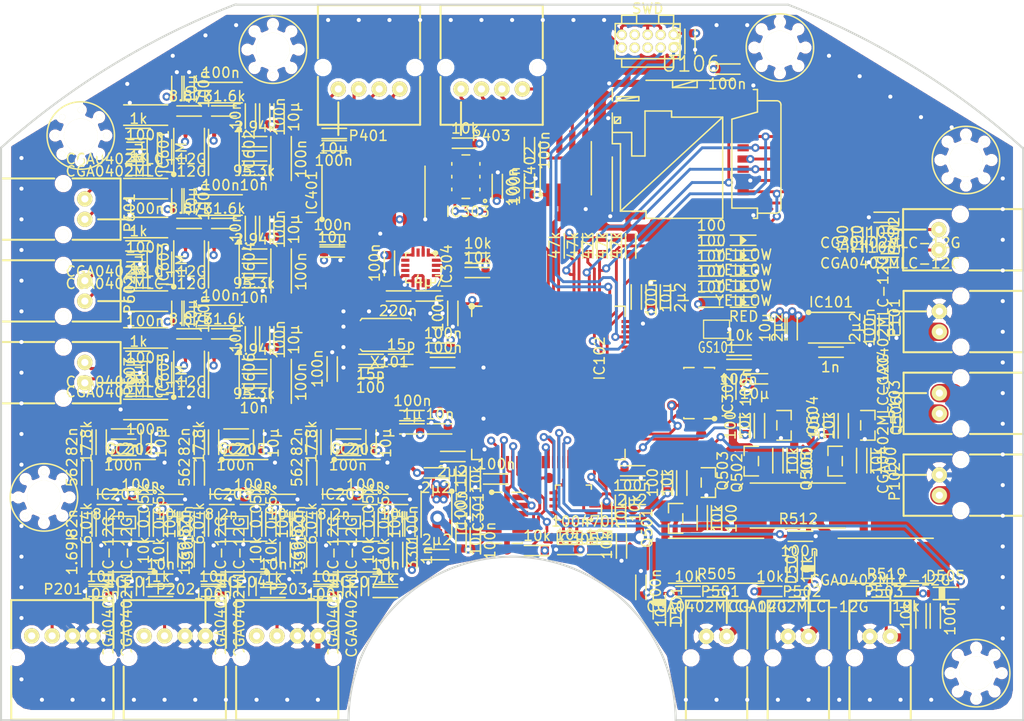
<source format=kicad_pcb>
(kicad_pcb (version 4) (host pcbnew "(2014-jan-25)-product")
  (layers (0 F.Cu signal) (1 In1.Cu power hide) (2 In2.Cu power hide) (31 B.Cu signal) (34 B.Paste user hide) (35 F.Paste user hide) (36 B.SilkS user) (37 F.SilkS user) (38 B.Mask user hide) (39 F.Mask user hide) (44 Edge.Cuts user))
  (net 0 "")
  (net 1 GND)
  (net 2 /BAT_MON)
  (net 3 +BATT)
  (net 4 +3.3V)
  (net 5 "Net-(C105-Pad2)")
  (net 6 "Net-(C119-Pad1)")
  (net 7 "Net-(C120-Pad1)")
  (net 8 "Net-(C121-Pad1)")
  (net 9 /nRST)
  (net 10 "Net-(C123-Pad1)")
  (net 11 "Net-(C201-Pad2)")
  (net 12 "Net-(C202-Pad1)")
  (net 13 "Net-(C202-Pad2)")
  (net 14 /StrainGauges/STRAIN_1)
  (net 15 "Net-(C203-Pad2)")
  (net 16 "Net-(C207-Pad1)")
  (net 17 "Net-(C208-Pad1)")
  (net 18 "Net-(C214-Pad2)")
  (net 19 "Net-(C215-Pad1)")
  (net 20 "Net-(C215-Pad2)")
  (net 21 /StrainGauges/STRAIN_2)
  (net 22 "Net-(C216-Pad2)")
  (net 23 "Net-(C220-Pad1)")
  (net 24 "Net-(C221-Pad1)")
  (net 25 "Net-(C227-Pad2)")
  (net 26 "Net-(C228-Pad1)")
  (net 27 "Net-(C228-Pad2)")
  (net 28 /StrainGauges/STRAIN_3)
  (net 29 "Net-(C229-Pad2)")
  (net 30 "Net-(C233-Pad1)")
  (net 31 "Net-(C234-Pad1)")
  (net 32 "Net-(C311-Pad2)")
  (net 33 "Net-(C312-Pad1)")
  (net 34 "Net-(C312-Pad2)")
  (net 35 "Net-(C313-Pad1)")
  (net 36 "Net-(C314-Pad2)")
  (net 37 "Net-(C402-Pad1)")
  (net 38 "Net-(C402-Pad2)")
  (net 39 "Net-(C405-Pad2)")
  (net 40 /IO/LED_C)
  (net 41 "Net-(C408-Pad1)")
  (net 42 "Net-(C408-Pad2)")
  (net 43 /Pyros/PYRO_1_C)
  (net 44 /Pyros/PYRO_2_C)
  (net 45 /Pyros/PYRO_3_C)
  (net 46 "Net-(C603-Pad2)")
  (net 47 "Net-(C606-Pad1)")
  (net 48 "Net-(C606-Pad2)")
  (net 49 /Thermocouples/THERMO_1)
  (net 50 "Net-(C607-Pad2)")
  (net 51 "Net-(C608-Pad2)")
  (net 52 "Net-(C609-Pad1)")
  (net 53 "Net-(C610-Pad1)")
  (net 54 "Net-(C614-Pad2)")
  (net 55 "Net-(C617-Pad1)")
  (net 56 "Net-(C617-Pad2)")
  (net 57 /Thermocouples/THERMO_2)
  (net 58 "Net-(C618-Pad2)")
  (net 59 "Net-(C619-Pad2)")
  (net 60 "Net-(C620-Pad1)")
  (net 61 "Net-(C621-Pad1)")
  (net 62 "Net-(C625-Pad2)")
  (net 63 "Net-(C628-Pad1)")
  (net 64 "Net-(C628-Pad2)")
  (net 65 /Thermocouples/THERMO_3)
  (net 66 "Net-(C629-Pad2)")
  (net 67 "Net-(C630-Pad2)")
  (net 68 "Net-(C631-Pad1)")
  (net 69 "Net-(C632-Pad1)")
  (net 70 "Net-(D202-Pad2)")
  (net 71 "Net-(D204-Pad2)")
  (net 72 "Net-(D206-Pad2)")
  (net 73 "Net-(D401-Pad1)")
  (net 74 "Net-(D402-Pad1)")
  (net 75 "Net-(D403-Pad1)")
  (net 76 "Net-(D404-Pad1)")
  (net 77 "Net-(D405-Pad1)")
  (net 78 "Net-(D502-Pad1)")
  (net 79 "Net-(D504-Pad1)")
  (net 80 "Net-(D506-Pad1)")
  (net 81 "Net-(D601-Pad1)")
  (net 82 "Net-(D602-Pad1)")
  (net 83 "Net-(D603-Pad1)")
  (net 84 "Net-(D604-Pad1)")
  (net 85 "Net-(D605-Pad1)")
  (net 86 "Net-(D606-Pad1)")
  (net 87 /SJ1)
  (net 88 "Net-(IC102-Pad1)")
  (net 89 "Net-(IC102-Pad2)")
  (net 90 "Net-(IC102-Pad3)")
  (net 91 /IO/LED_A)
  (net 92 "Net-(IC102-Pad13)")
  (net 93 "Net-(IC102-Pad15)")
  (net 94 /IMU/HG_ACCEL_CS)
  (net 95 /IMU/HG_ACCEL_SCK)
  (net 96 /IMU/HG_ACCEL_MISO)
  (net 97 /IMU/HG_ACCEL_MOSI)
  (net 98 /IMU/HG_ACCEL_INT1)
  (net 99 /IMU/HG_ACCEL_INT2)
  (net 100 "Net-(IC102-Pad35)")
  (net 101 "Net-(IC102-Pad36)")
  (net 102 "Net-(IC102-Pad37)")
  (net 103 /Pyros/PYRO_1_F)
  (net 104 /Pyros/PYRO_2_F)
  (net 105 /Pyros/PYRO_3_F)
  (net 106 /IMU/MAGNO_DRDY)
  (net 107 /IMU/MAGNO_SCL)
  (net 108 /IMU/MAGNO_SDA)
  (net 109 /IMU/LG_ACCEL_CS)
  (net 110 /IMU/LG_ACCEL_SCK)
  (net 111 /IMU/LG_ACCEL_MISO)
  (net 112 /IMU/LG_ACCEL_MOSI)
  (net 113 /IMU/LG_ACCEL_INT1)
  (net 114 /IMU/LG_ACCEL_INT2)
  (net 115 "Net-(IC102-Pad58)")
  (net 116 /IO/LED_1)
  (net 117 /IO/LED_2)
  (net 118 /IO/LED_3)
  (net 119 /IO/LED_4)
  (net 120 /SD_DAT0)
  (net 121 /SD_DAT1)
  (net 122 "Net-(IC102-Pad67)")
  (net 123 /SWDIO)
  (net 124 /SWCLK)
  (net 125 "Net-(IC102-Pad77)")
  (net 126 /SD_DAT2)
  (net 127 /SD_DAT3)
  (net 128 /SD_CLK)
  (net 129 "Net-(IC102-Pad81)")
  (net 130 /SD_CD)
  (net 131 /SD_CMD)
  (net 132 "Net-(IC102-Pad84)")
  (net 133 "Net-(IC102-Pad85)")
  (net 134 /IO/SER_OUT_2)
  (net 135 /IO/SER_IN_2)
  (net 136 /IMU/BARO_CS)
  (net 137 /IMU/BARO_SCK)
  (net 138 /IMU/BARO_MISO)
  (net 139 /IMU/BARO_MOSI)
  (net 140 /IO/SER_OUT_1)
  (net 141 /IO/SER_IN_1)
  (net 142 /IMU/GYRO_SCL)
  (net 143 /IMU/GYRO_SDA)
  (net 144 /IMU/GYRO_DRDY)
  (net 145 /IMU/GYRO_INT1)
  (net 146 "Net-(IC201-Pad2)")
  (net 147 "Net-(IC201-Pad3)")
  (net 148 "Net-(IC201-Pad4)")
  (net 149 "Net-(IC201-Pad6)")
  (net 150 "Net-(IC201-Pad7)")
  (net 151 "Net-(IC204-Pad2)")
  (net 152 "Net-(IC204-Pad3)")
  (net 153 "Net-(IC204-Pad4)")
  (net 154 "Net-(IC204-Pad6)")
  (net 155 "Net-(IC204-Pad7)")
  (net 156 "Net-(IC207-Pad2)")
  (net 157 "Net-(IC207-Pad3)")
  (net 158 "Net-(IC207-Pad4)")
  (net 159 "Net-(IC207-Pad6)")
  (net 160 "Net-(IC207-Pad7)")
  (net 161 "Net-(IC301-Pad3)")
  (net 162 "Net-(IC301-Pad10)")
  (net 163 "Net-(IC301-Pad11)")
  (net 164 "Net-(IC302-Pad3)")
  (net 165 "Net-(IC302-Pad10)")
  (net 166 "Net-(IC302-Pad11)")
  (net 167 "Net-(IC304-Pad3)")
  (net 168 "Net-(IC304-Pad5)")
  (net 169 "Net-(IC304-Pad6)")
  (net 170 "Net-(IC304-Pad7)")
  (net 171 "Net-(IC304-Pad14)")
  (net 172 "Net-(IC401-Pad13)")
  (net 173 "Net-(IC401-Pad14)")
  (net 174 "Net-(IC401-Pad12)")
  (net 175 "Net-(IC402-Pad6)")
  (net 176 "Net-(IC402-Pad7)")
  (net 177 "Net-(IC601-Pad4)")
  (net 178 "Net-(IC601-Pad5)")
  (net 179 "Net-(IC603-Pad4)")
  (net 180 "Net-(IC603-Pad5)")
  (net 181 "Net-(IC605-Pad4)")
  (net 182 "Net-(IC605-Pad5)")
  (net 183 "Net-(P104-Pad6)")
  (net 184 "Net-(P104-Pad7)")
  (net 185 "Net-(P104-Pad8)")
  (net 186 "Net-(Q501-PadG)")
  (net 187 "Net-(Q502-PadG)")
  (net 188 "Net-(Q502-PadD)")
  (net 189 "Net-(Q501-PadD)")
  (net 190 "Net-(Q503-PadG)")
  (net 191 "Net-(Q504-PadG)")
  (net 192 "Net-(Q504-PadD)")
  (net 193 "Net-(Q503-PadD)")
  (net 194 "Net-(Q505-PadG)")
  (net 195 "Net-(Q506-PadG)")
  (net 196 "Net-(Q506-PadD)")
  (net 197 "Net-(Q505-PadD)")
  (net 198 "Net-(IC102-Pad98)")
  (net 199 VAA)
  (net 200 "Net-(C125-Pad2)")
  (net 201 "Net-(IC102-Pad7)")
  (net 202 "Net-(IC102-Pad8)")
  (net 203 "Net-(IC102-Pad9)")
  (net 204 "Net-(IC102-Pad59)")
  (net 205 "Net-(IC102-Pad4)")
  (net 206 "Net-(IC102-Pad5)")
  (net 207 "Net-(IC102-Pad46)")
  (net 208 "Net-(IC102-Pad62)")
  (net 209 "Net-(IC102-Pad51)")
  (net 210 "Net-(IC102-Pad61)")
  (net 211 "Net-(P102-Pad2)")
  (module m2fc:C1206 (layer F.Cu) (at 62.6 40.8)
    (fp_text reference C603 hide)
    (fp_text value 100n (at 1.5 1.95) (layer F.SilkS))
    (pad 1 smd rect (at 0 0) (size 1.2 1.7) (layers F.Cu F.Paste F.Mask) (net 1 GND))
    (pad 2 smd rect (at 3.1 0) (size 1.2 1.7) (layers F.Cu F.Paste F.Mask) (net 46 "Net-(C603-Pad2)"))
  )
  (module m2fc:C1206 (layer F.Cu) (at 73 38.6 180)
    (fp_text reference C606 hide)
    (fp_text value 100n (at 1.5 1.95 180) (layer F.SilkS))
    (pad 1 smd rect (at 0 0 180) (size 1.2 1.7) (layers F.Cu F.Paste F.Mask) (net 47 "Net-(C606-Pad1)"))
    (pad 2 smd rect (at 3.1 0 180) (size 1.2 1.7) (layers F.Cu F.Paste F.Mask) (net 48 "Net-(C606-Pad2)"))
  )
  (module m2fc:C1206 (layer F.Cu) (at 77.4 46.6 90)
    (fp_text reference C607 hide)
    (fp_text value 100n (at 1.5 1.95 90) (layer F.SilkS))
    (pad 1 smd rect (at 0 0 90) (size 1.2 1.7) (layers F.Cu F.Paste F.Mask) (net 49 /Thermocouples/THERMO_1))
    (pad 2 smd rect (at 3.1 0 90) (size 1.2 1.7) (layers F.Cu F.Paste F.Mask) (net 50 "Net-(C607-Pad2)"))
  )
  (module m2fc:C1206 (layer F.Cu) (at 62.6 48)
    (fp_text reference C611 hide)
    (fp_text value 100n (at 1.5 1.95) (layer F.SilkS))
    (pad 1 smd rect (at 0 0) (size 1.2 1.7) (layers F.Cu F.Paste F.Mask) (net 1 GND))
    (pad 2 smd rect (at 3.1 0) (size 1.2 1.7) (layers F.Cu F.Paste F.Mask) (net 51 "Net-(C608-Pad2)"))
  )
  (module m2fc:C1206 (layer F.Cu) (at 62.6 51.8)
    (fp_text reference C614 hide)
    (fp_text value 100n (at 1.5 1.95) (layer F.SilkS))
    (pad 1 smd rect (at 0 0) (size 1.2 1.7) (layers F.Cu F.Paste F.Mask) (net 1 GND))
    (pad 2 smd rect (at 3.1 0) (size 1.2 1.7) (layers F.Cu F.Paste F.Mask) (net 54 "Net-(C614-Pad2)"))
  )
  (module m2fc:C1206 (layer F.Cu) (at 73 49.6 180)
    (fp_text reference C617 hide)
    (fp_text value 100n (at 1.5 1.95 180) (layer F.SilkS))
    (pad 1 smd rect (at 0 0 180) (size 1.2 1.7) (layers F.Cu F.Paste F.Mask) (net 55 "Net-(C617-Pad1)"))
    (pad 2 smd rect (at 3.1 0 180) (size 1.2 1.7) (layers F.Cu F.Paste F.Mask) (net 56 "Net-(C617-Pad2)"))
  )
  (module m2fc:C1206 (layer F.Cu) (at 77.4 57.6 90)
    (fp_text reference C618 hide)
    (fp_text value 100n (at 1.5 1.95 90) (layer F.SilkS))
    (pad 1 smd rect (at 0 0 90) (size 1.2 1.7) (layers F.Cu F.Paste F.Mask) (net 57 /Thermocouples/THERMO_2))
    (pad 2 smd rect (at 3.1 0 90) (size 1.2 1.7) (layers F.Cu F.Paste F.Mask) (net 58 "Net-(C618-Pad2)"))
  )
  (module m2fc:C1206 (layer F.Cu) (at 62.6 59)
    (fp_text reference C622 hide)
    (fp_text value 100n (at 1.5 1.95) (layer F.SilkS))
    (pad 1 smd rect (at 0 0) (size 1.2 1.7) (layers F.Cu F.Paste F.Mask) (net 1 GND))
    (pad 2 smd rect (at 3.1 0) (size 1.2 1.7) (layers F.Cu F.Paste F.Mask) (net 59 "Net-(C619-Pad2)"))
  )
  (module m2fc:C1206 (layer F.Cu) (at 62.6 62.6)
    (fp_text reference C625 hide)
    (fp_text value 100n (at 1.5 1.95) (layer F.SilkS))
    (pad 1 smd rect (at 0 0) (size 1.2 1.7) (layers F.Cu F.Paste F.Mask) (net 1 GND))
    (pad 2 smd rect (at 3.1 0) (size 1.2 1.7) (layers F.Cu F.Paste F.Mask) (net 62 "Net-(C625-Pad2)"))
  )
  (module m2fc:C1206 (layer F.Cu) (at 73 60.4 180)
    (fp_text reference C628 hide)
    (fp_text value 100n (at 1.5 1.95 180) (layer F.SilkS))
    (pad 1 smd rect (at 0 0 180) (size 1.2 1.7) (layers F.Cu F.Paste F.Mask) (net 63 "Net-(C628-Pad1)"))
    (pad 2 smd rect (at 3.1 0 180) (size 1.2 1.7) (layers F.Cu F.Paste F.Mask) (net 64 "Net-(C628-Pad2)"))
  )
  (module m2fc:C1206 (layer F.Cu) (at 77.4 68.4 90)
    (fp_text reference C629 hide)
    (fp_text value 100n (at 1.5 1.95 90) (layer F.SilkS))
    (pad 1 smd rect (at 0 0 90) (size 1.2 1.7) (layers F.Cu F.Paste F.Mask) (net 65 /Thermocouples/THERMO_3))
    (pad 2 smd rect (at 3.1 0 90) (size 1.2 1.7) (layers F.Cu F.Paste F.Mask) (net 66 "Net-(C629-Pad2)"))
  )
  (module m2fc:C1206 (layer F.Cu) (at 62.6 69.6)
    (fp_text reference C633 hide)
    (fp_text value 100n (at 1.5 1.95) (layer F.SilkS))
    (pad 1 smd rect (at 0 0) (size 1.2 1.7) (layers F.Cu F.Paste F.Mask) (net 1 GND))
    (pad 2 smd rect (at 3.1 0) (size 1.2 1.7) (layers F.Cu F.Paste F.Mask) (net 67 "Net-(C630-Pad2)"))
  )
  (module m2fc:R0402 (layer F.Cu) (at 137.6 70.4 270)
    (fp_text reference D101 hide)
    (fp_text value CGA0402MLC-12G (at 0.6 1.3 270) (layer F.SilkS))
    (pad 1 smd rect (at 0 0 270) (size 0.6 0.5) (layers F.Cu F.Paste F.Mask) (net 3 +BATT))
    (pad 2 smd rect (at 1.1 0 270) (size 0.6 0.5) (layers F.Cu F.Paste F.Mask) (net 1 GND))
  )
  (module m2fc:R0402 (layer F.Cu) (at 137.6 60.8 270)
    (fp_text reference D102 hide)
    (fp_text value CGA0402MLC-12G (at 0.6 1.3 270) (layer F.SilkS))
    (pad 1 smd rect (at 0 0 270) (size 0.6 0.5) (layers F.Cu F.Paste F.Mask) (net 3 +BATT))
    (pad 2 smd rect (at 1.1 0 270) (size 0.6 0.5) (layers F.Cu F.Paste F.Mask) (net 1 GND))
  )
  (module m2fc:R0402 (layer F.Cu) (at 61.8 86.4 270)
    (fp_text reference D201 hide)
    (fp_text value CGA0402MLC-12G (at 0.6 1.3 270) (layer F.SilkS))
    (pad 1 smd rect (at 0 0 270) (size 0.6 0.5) (layers F.Cu F.Paste F.Mask) (net 1 GND))
    (pad 2 smd rect (at 1.1 0 270) (size 0.6 0.5) (layers F.Cu F.Paste F.Mask) (net 199 VAA))
  )
  (module m2fc:R0402 (layer F.Cu) (at 63.6 86.4 270)
    (fp_text reference D202 hide)
    (fp_text value CGA0402MLC-12G (at 0.6 1.3 270) (layer F.SilkS))
    (pad 1 smd rect (at 0 0 270) (size 0.6 0.5) (layers F.Cu F.Paste F.Mask) (net 1 GND))
    (pad 2 smd rect (at 1.1 0 270) (size 0.6 0.5) (layers F.Cu F.Paste F.Mask) (net 70 "Net-(D202-Pad2)"))
  )
  (module m2fc:R0402 (layer F.Cu) (at 72.8 86.4 270)
    (fp_text reference D203 hide)
    (fp_text value CGA0402MLC-12G (at 0.6 1.3 270) (layer F.SilkS))
    (pad 1 smd rect (at 0 0 270) (size 0.6 0.5) (layers F.Cu F.Paste F.Mask) (net 1 GND))
    (pad 2 smd rect (at 1.1 0 270) (size 0.6 0.5) (layers F.Cu F.Paste F.Mask) (net 199 VAA))
  )
  (module m2fc:R0402 (layer F.Cu) (at 74.6 86.4 270)
    (fp_text reference D204 hide)
    (fp_text value CGA0402MLC-12G (at 0.6 1.3 270) (layer F.SilkS))
    (pad 1 smd rect (at 0 0 270) (size 0.6 0.5) (layers F.Cu F.Paste F.Mask) (net 1 GND))
    (pad 2 smd rect (at 1.1 0 270) (size 0.6 0.5) (layers F.Cu F.Paste F.Mask) (net 71 "Net-(D204-Pad2)"))
  )
  (module m2fc:R0402 (layer F.Cu) (at 83.8 86.4 270)
    (fp_text reference D205 hide)
    (fp_text value CGA0402MLC-12G (at 0.6 1.3 270) (layer F.SilkS))
    (pad 1 smd rect (at 0 0 270) (size 0.6 0.5) (layers F.Cu F.Paste F.Mask) (net 1 GND))
    (pad 2 smd rect (at 1.1 0 270) (size 0.6 0.5) (layers F.Cu F.Paste F.Mask) (net 199 VAA))
  )
  (module m2fc:R0402 (layer F.Cu) (at 85.6 86.4 270)
    (fp_text reference D206 hide)
    (fp_text value CGA0402MLC-12G (at 0.6 1.3 270) (layer F.SilkS))
    (pad 1 smd rect (at 0 0 270) (size 0.6 0.5) (layers F.Cu F.Paste F.Mask) (net 1 GND))
    (pad 2 smd rect (at 1.1 0 270) (size 0.6 0.5) (layers F.Cu F.Paste F.Mask) (net 72 "Net-(D206-Pad2)"))
  )
  (module m2fc:LED0603 (layer F.Cu) (at 121.75 59.1)
    (fp_text reference D401 hide)
    (fp_text value RED (at 0.9 1.4) (layer F.SilkS))
    (pad 1 smd rect (at 0 0) (size 0.8 0.8) (layers F.Cu F.Paste F.Mask) (net 73 "Net-(D401-Pad1)"))
    (pad 2 smd rect (at 1.65 0) (size 0.8 0.8) (layers F.Cu F.Paste F.Mask) (net 1 GND))
  )
  (module m2fc:LED0603 (layer F.Cu) (at 121.75 57.55)
    (fp_text reference D402 hide)
    (fp_text value YELLOW (at 0.9 1.4) (layer F.SilkS))
    (pad 1 smd rect (at 0 0) (size 0.8 0.8) (layers F.Cu F.Paste F.Mask) (net 74 "Net-(D402-Pad1)"))
    (pad 2 smd rect (at 1.65 0) (size 0.8 0.8) (layers F.Cu F.Paste F.Mask) (net 1 GND))
  )
  (module m2fc:LED0603 (layer F.Cu) (at 121.75 56.05)
    (fp_text reference D403 hide)
    (fp_text value YELLOW (at 0.9 1.4) (layer F.SilkS))
    (pad 1 smd rect (at 0 0) (size 0.8 0.8) (layers F.Cu F.Paste F.Mask) (net 75 "Net-(D403-Pad1)"))
    (pad 2 smd rect (at 1.65 0) (size 0.8 0.8) (layers F.Cu F.Paste F.Mask) (net 1 GND))
  )
  (module m2fc:LED0603 (layer F.Cu) (at 121.75 54.55)
    (fp_text reference D404 hide)
    (fp_text value YELLOW (at 0.9 1.4) (layer F.SilkS))
    (pad 1 smd rect (at 0 0) (size 0.8 0.8) (layers F.Cu F.Paste F.Mask) (net 76 "Net-(D404-Pad1)"))
    (pad 2 smd rect (at 1.65 0) (size 0.8 0.8) (layers F.Cu F.Paste F.Mask) (net 1 GND))
  )
  (module m2fc:LED0603 (layer F.Cu) (at 121.75 53.05)
    (fp_text reference D405 hide)
    (fp_text value YELLOW (at 0.9 1.4) (layer F.SilkS))
    (pad 1 smd rect (at 0 0) (size 0.8 0.8) (layers F.Cu F.Paste F.Mask) (net 77 "Net-(D405-Pad1)"))
    (pad 2 smd rect (at 1.65 0) (size 0.8 0.8) (layers F.Cu F.Paste F.Mask) (net 1 GND))
  )
  (module m2fc:R0402 (layer F.Cu) (at 136.4 52)
    (fp_text reference D406 hide)
    (fp_text value CGA0402MLC-12G (at 0.6 1.3) (layer F.SilkS))
    (pad 1 smd rect (at 0 0) (size 0.6 0.5) (layers F.Cu F.Paste F.Mask) (net 1 GND))
    (pad 2 smd rect (at 1.1 0) (size 0.6 0.5) (layers F.Cu F.Paste F.Mask) (net 39 "Net-(C405-Pad2)"))
  )
  (module m2fc:R0402 (layer F.Cu) (at 136.4 54)
    (fp_text reference D407 hide)
    (fp_text value CGA0402MLC-12G (at 0.6 1.3) (layer F.SilkS))
    (pad 1 smd rect (at 0 0) (size 0.6 0.5) (layers F.Cu F.Paste F.Mask) (net 1 GND))
    (pad 2 smd rect (at 1.1 0) (size 0.6 0.5) (layers F.Cu F.Paste F.Mask) (net 40 /IO/LED_C))
  )
  (module m2fc:SOD323 (layer F.Cu) (at 114.4 87.6 270)
    (fp_text reference D501 (at 1.2 -1.7 270) (layer F.SilkS))
    (fp_text value DIODESCH hide)
    (pad 2 smd rect (at 0 0 270) (size 1 0.7) (drill (offset -0.1 0)) (layers F.Cu F.Paste F.Mask) (net 4 +3.3V))
    (pad 1 smd rect (at 2.4 0 270) (size 1 0.7) (drill (offset 0.1 0)) (layers F.Cu F.Paste F.Mask) (net 43 /Pyros/PYRO_1_C))
  )
  (module m2fc:R0402 (layer F.Cu) (at 119.4 87.6)
    (fp_text reference D502 hide)
    (fp_text value CGA0402MLC-12G (at 0.6 1.3) (layer F.SilkS))
    (pad 1 smd rect (at 0 0) (size 0.6 0.5) (layers F.Cu F.Paste F.Mask) (net 78 "Net-(D502-Pad1)"))
    (pad 2 smd rect (at 1.1 0) (size 0.6 0.5) (layers F.Cu F.Paste F.Mask) (net 1 GND))
  )
  (module m2fc:SOD323 (layer F.Cu) (at 129 86 90)
    (fp_text reference D503 (at 1.2 -1.7 90) (layer F.SilkS))
    (fp_text value DIODESCH hide)
    (pad 2 smd rect (at 0 0 90) (size 1 0.7) (drill (offset -0.1 0)) (layers F.Cu F.Paste F.Mask) (net 4 +3.3V))
    (pad 1 smd rect (at 2.4 0 90) (size 1 0.7) (drill (offset 0.1 0)) (layers F.Cu F.Paste F.Mask) (net 44 /Pyros/PYRO_2_C))
  )
  (module m2fc:R0402 (layer F.Cu) (at 127.4 87.6)
    (fp_text reference D504 hide)
    (fp_text value CGA0402MLC-12G (at 0.6 1.3) (layer F.SilkS))
    (pad 1 smd rect (at 0 0) (size 0.6 0.5) (layers F.Cu F.Paste F.Mask) (net 79 "Net-(D504-Pad1)"))
    (pad 2 smd rect (at 1.1 0) (size 0.6 0.5) (layers F.Cu F.Paste F.Mask) (net 1 GND))
  )
  (module m2fc:SOD323 (layer F.Cu) (at 141.2 87.6)
    (fp_text reference D505 (at 1.2 -1.7) (layer F.SilkS))
    (fp_text value DIODESCH hide)
    (pad 2 smd rect (at 0 0) (size 1 0.7) (drill (offset -0.1 0)) (layers F.Cu F.Paste F.Mask) (net 4 +3.3V))
    (pad 1 smd rect (at 2.4 0) (size 1 0.7) (drill (offset 0.1 0)) (layers F.Cu F.Paste F.Mask) (net 45 /Pyros/PYRO_3_C))
  )
  (module m2fc:R0402 (layer F.Cu) (at 136.6 87.6 180)
    (fp_text reference D506 hide)
    (fp_text value CGA0402MLC-12G (at 0.6 1.3 180) (layer F.SilkS))
    (pad 1 smd rect (at 0 0 180) (size 0.6 0.5) (layers F.Cu F.Paste F.Mask) (net 80 "Net-(D506-Pad1)"))
    (pad 2 smd rect (at 1.1 0 180) (size 0.6 0.5) (layers F.Cu F.Paste F.Mask) (net 1 GND))
  )
  (module m2fc:R0402 (layer F.Cu) (at 62.6 43.8)
    (fp_text reference D601 hide)
    (fp_text value CGA0402MLC-12G (at 0.6 1.3) (layer F.SilkS))
    (pad 1 smd rect (at 0 0) (size 0.6 0.5) (layers F.Cu F.Paste F.Mask) (net 81 "Net-(D601-Pad1)"))
    (pad 2 smd rect (at 1.1 0) (size 0.6 0.5) (layers F.Cu F.Paste F.Mask) (net 1 GND))
  )
  (module m2fc:R0402 (layer F.Cu) (at 62.6 45)
    (fp_text reference D602 hide)
    (fp_text value CGA0402MLC-12G (at 0.6 1.3) (layer F.SilkS))
    (pad 1 smd rect (at 0 0) (size 0.6 0.5) (layers F.Cu F.Paste F.Mask) (net 82 "Net-(D602-Pad1)"))
    (pad 2 smd rect (at 1.1 0) (size 0.6 0.5) (layers F.Cu F.Paste F.Mask) (net 1 GND))
  )
  (module m2fc:R0402 (layer F.Cu) (at 62.6 54.8)
    (fp_text reference D603 hide)
    (fp_text value CGA0402MLC-12G (at 0.6 1.3) (layer F.SilkS))
    (pad 1 smd rect (at 0 0) (size 0.6 0.5) (layers F.Cu F.Paste F.Mask) (net 83 "Net-(D603-Pad1)"))
    (pad 2 smd rect (at 1.1 0) (size 0.6 0.5) (layers F.Cu F.Paste F.Mask) (net 1 GND))
  )
  (module m2fc:R0402 (layer F.Cu) (at 62.6 56)
    (fp_text reference D604 hide)
    (fp_text value CGA0402MLC-12G (at 0.6 1.3) (layer F.SilkS))
    (pad 1 smd rect (at 0 0) (size 0.6 0.5) (layers F.Cu F.Paste F.Mask) (net 84 "Net-(D604-Pad1)"))
    (pad 2 smd rect (at 1.1 0) (size 0.6 0.5) (layers F.Cu F.Paste F.Mask) (net 1 GND))
  )
  (module m2fc:R0402 (layer F.Cu) (at 62.6 65.6)
    (fp_text reference D605 hide)
    (fp_text value CGA0402MLC-12G (at 0.6 1.3) (layer F.SilkS))
    (pad 1 smd rect (at 0 0) (size 0.6 0.5) (layers F.Cu F.Paste F.Mask) (net 85 "Net-(D605-Pad1)"))
    (pad 2 smd rect (at 1.1 0) (size 0.6 0.5) (layers F.Cu F.Paste F.Mask) (net 1 GND))
  )
  (module m2fc:R0402 (layer F.Cu) (at 62.6 66.6)
    (fp_text reference D606 hide)
    (fp_text value CGA0402MLC-12G (at 0.6 1.3) (layer F.SilkS))
    (pad 1 smd rect (at 0 0) (size 0.6 0.5) (layers F.Cu F.Paste F.Mask) (net 86 "Net-(D606-Pad1)"))
    (pad 2 smd rect (at 1.1 0) (size 0.6 0.5) (layers F.Cu F.Paste F.Mask) (net 1 GND))
  )
  (module Connect:GS2 (layer F.Cu) (at 120 61.75 270)
    (fp_text reference GS101 (at 1.778 0 360) (layer F.SilkS) (effects (font (size 1.016 0.762) (thickness 0.127))))
    (fp_text value GS2 hide)
    (pad 1 smd rect (at 0 -0.635 270) (size 1.27 0.9652) (layers F.Cu F.Paste F.Mask) (net 1 GND))
    (pad 2 smd rect (at 0 0.635 270) (size 1.27 0.9652) (layers F.Cu F.Paste F.Mask) (net 87 /SJ1))
  )
  (module m2fc:MSOP8 (layer F.Cu) (at 129 60.6)
    (fp_text reference IC101 (at 2.2 -1.5) (layer F.SilkS))
    (fp_text value ADP3335 hide)
    (pad 1 smd rect (at 0 0) (size 1.4 0.4) (layers F.Cu F.Paste F.Mask) (net 4 +3.3V))
    (pad 2 smd rect (at 0 0.65) (size 1.4 0.4) (layers F.Cu F.Paste F.Mask) (net 4 +3.3V))
    (pad 3 smd rect (at 0 1.3) (size 1.4 0.4) (layers F.Cu F.Paste F.Mask) (net 4 +3.3V))
    (pad 4 smd rect (at 0 1.95) (size 1.4 0.4) (layers F.Cu F.Paste F.Mask) (net 1 GND))
    (pad 5 smd rect (at 4.4 1.95) (size 1.4 0.4) (layers F.Cu F.Paste F.Mask) (net 5 "Net-(C105-Pad2)"))
    (pad 6 smd rect (at 4.4 1.3) (size 1.4 0.4) (layers F.Cu F.Paste F.Mask) (net 3 +BATT))
    (pad 7 smd rect (at 4.4 0.65) (size 1.4 0.4) (layers F.Cu F.Paste F.Mask) (net 3 +BATT))
    (pad 8 smd rect (at 4.4 0) (size 1.4 0.4) (layers F.Cu F.Paste F.Mask) (net 3 +BATT))
  )
  (module m2fc:LQFP100 (layer F.Cu) (at 95.8 61 270)
    (fp_text reference IC102 (at 3.6 -12.75 270) (layer F.SilkS))
    (fp_text value STM32F405VGT hide)
    (pad 1 smd rect (at 0 0 270) (size 0.3 1.2) (layers F.Cu F.Paste F.Mask) (net 88 "Net-(IC102-Pad1)"))
    (pad 2 smd rect (at 0.5 0 270) (size 0.3 1.2) (layers F.Cu F.Paste F.Mask) (net 89 "Net-(IC102-Pad2)"))
    (pad 3 smd rect (at 1 0 270) (size 0.3 1.2) (layers F.Cu F.Paste F.Mask) (net 90 "Net-(IC102-Pad3)"))
    (pad 4 smd rect (at 1.5 0 270) (size 0.3 1.2) (layers F.Cu F.Paste F.Mask) (net 205 "Net-(IC102-Pad4)"))
    (pad 5 smd rect (at 2 0 270) (size 0.3 1.2) (layers F.Cu F.Paste F.Mask) (net 206 "Net-(IC102-Pad5)"))
    (pad 6 smd rect (at 2.5 0 270) (size 0.3 1.2) (layers F.Cu F.Paste F.Mask) (net 4 +3.3V))
    (pad 7 smd rect (at 3 0 270) (size 0.3 1.2) (layers F.Cu F.Paste F.Mask) (net 201 "Net-(IC102-Pad7)"))
    (pad 8 smd rect (at 3.5 0 270) (size 0.3 1.2) (layers F.Cu F.Paste F.Mask) (net 202 "Net-(IC102-Pad8)"))
    (pad 9 smd rect (at 4 0 270) (size 0.3 1.2) (layers F.Cu F.Paste F.Mask) (net 203 "Net-(IC102-Pad9)"))
    (pad 10 smd rect (at 4.5 0 270) (size 0.3 1.2) (layers F.Cu F.Paste F.Mask) (net 1 GND))
    (pad 11 smd rect (at 5 0 270) (size 0.3 1.2) (layers F.Cu F.Paste F.Mask) (net 4 +3.3V))
    (pad 12 smd rect (at 5.5 0 270) (size 0.3 1.2) (layers F.Cu F.Paste F.Mask) (net 8 "Net-(C121-Pad1)"))
    (pad 13 smd rect (at 6 0 270) (size 0.3 1.2) (layers F.Cu F.Paste F.Mask) (net 92 "Net-(IC102-Pad13)"))
    (pad 14 smd rect (at 6.5 0 270) (size 0.3 1.2) (layers F.Cu F.Paste F.Mask) (net 9 /nRST))
    (pad 15 smd rect (at 7 0 270) (size 0.3 1.2) (layers F.Cu F.Paste F.Mask) (net 93 "Net-(IC102-Pad15)"))
    (pad 16 smd rect (at 7.5 0 270) (size 0.3 1.2) (layers F.Cu F.Paste F.Mask) (net 49 /Thermocouples/THERMO_1))
    (pad 17 smd rect (at 8 0 270) (size 0.3 1.2) (layers F.Cu F.Paste F.Mask) (net 57 /Thermocouples/THERMO_2))
    (pad 18 smd rect (at 8.5 0 270) (size 0.3 1.2) (layers F.Cu F.Paste F.Mask) (net 65 /Thermocouples/THERMO_3))
    (pad 19 smd rect (at 9 0 270) (size 0.3 1.2) (layers F.Cu F.Paste F.Mask) (net 4 +3.3V))
    (pad 20 smd rect (at 9.5 0 270) (size 0.3 1.2) (layers F.Cu F.Paste F.Mask) (net 1 GND))
    (pad 21 smd rect (at 10 0 270) (size 0.3 1.2) (layers F.Cu F.Paste F.Mask) (net 199 VAA))
    (pad 22 smd rect (at 10.5 0 270) (size 0.3 1.2) (layers F.Cu F.Paste F.Mask) (net 199 VAA))
    (pad 23 smd rect (at 11 0 270) (size 0.3 1.2) (layers F.Cu F.Paste F.Mask) (net 14 /StrainGauges/STRAIN_1))
    (pad 24 smd rect (at 11.5 0 270) (size 0.3 1.2) (layers F.Cu F.Paste F.Mask) (net 21 /StrainGauges/STRAIN_2))
    (pad 25 smd rect (at 12 0 270) (size 0.3 1.2) (layers F.Cu F.Paste F.Mask) (net 28 /StrainGauges/STRAIN_3))
    (pad 26 smd rect (at 13.75 -1.75 270) (size 1.2 0.3) (layers F.Cu F.Paste F.Mask) (net 2 /BAT_MON))
    (pad 27 smd rect (at 13.75 -2.25 270) (size 1.2 0.3) (layers F.Cu F.Paste F.Mask) (net 1 GND))
    (pad 28 smd rect (at 13.75 -2.75 270) (size 1.2 0.3) (layers F.Cu F.Paste F.Mask) (net 4 +3.3V))
    (pad 29 smd rect (at 13.75 -3.25 270) (size 1.2 0.3) (layers F.Cu F.Paste F.Mask) (net 94 /IMU/HG_ACCEL_CS))
    (pad 30 smd rect (at 13.75 -3.75 270) (size 1.2 0.3) (layers F.Cu F.Paste F.Mask) (net 95 /IMU/HG_ACCEL_SCK))
    (pad 31 smd rect (at 13.75 -4.25 270) (size 1.2 0.3) (layers F.Cu F.Paste F.Mask) (net 96 /IMU/HG_ACCEL_MISO))
    (pad 32 smd rect (at 13.75 -4.75 270) (size 1.2 0.3) (layers F.Cu F.Paste F.Mask) (net 97 /IMU/HG_ACCEL_MOSI))
    (pad 33 smd rect (at 13.75 -5.25 270) (size 1.2 0.3) (layers F.Cu F.Paste F.Mask) (net 99 /IMU/HG_ACCEL_INT2))
    (pad 34 smd rect (at 13.75 -5.75 270) (size 1.2 0.3) (layers F.Cu F.Paste F.Mask) (net 98 /IMU/HG_ACCEL_INT1))
    (pad 35 smd rect (at 13.75 -6.25 270) (size 1.2 0.3) (layers F.Cu F.Paste F.Mask) (net 100 "Net-(IC102-Pad35)"))
    (pad 36 smd rect (at 13.75 -6.75 270) (size 1.2 0.3) (layers F.Cu F.Paste F.Mask) (net 101 "Net-(IC102-Pad36)"))
    (pad 37 smd rect (at 13.75 -7.25 270) (size 1.2 0.3) (layers F.Cu F.Paste F.Mask) (net 102 "Net-(IC102-Pad37)"))
    (pad 38 smd rect (at 13.75 -7.75 270) (size 1.2 0.3) (layers F.Cu F.Paste F.Mask) (net 43 /Pyros/PYRO_1_C))
    (pad 39 smd rect (at 13.75 -8.25 270) (size 1.2 0.3) (layers F.Cu F.Paste F.Mask) (net 44 /Pyros/PYRO_2_C))
    (pad 40 smd rect (at 13.75 -8.75 270) (size 1.2 0.3) (layers F.Cu F.Paste F.Mask) (net 45 /Pyros/PYRO_3_C))
    (pad 41 smd rect (at 13.75 -9.25 270) (size 1.2 0.3) (layers F.Cu F.Paste F.Mask) (net 103 /Pyros/PYRO_1_F))
    (pad 42 smd rect (at 13.75 -9.75 270) (size 1.2 0.3) (layers F.Cu F.Paste F.Mask) (net 104 /Pyros/PYRO_2_F))
    (pad 43 smd rect (at 13.75 -10.25 270) (size 1.2 0.3) (layers F.Cu F.Paste F.Mask) (net 105 /Pyros/PYRO_3_F))
    (pad 44 smd rect (at 13.75 -10.75 270) (size 1.2 0.3) (layers F.Cu F.Paste F.Mask) (net 145 /IMU/GYRO_INT1))
    (pad 45 smd rect (at 13.75 -11.25 270) (size 1.2 0.3) (layers F.Cu F.Paste F.Mask) (net 144 /IMU/GYRO_DRDY))
    (pad 46 smd rect (at 13.75 -11.75 270) (size 1.2 0.3) (layers F.Cu F.Paste F.Mask) (net 207 "Net-(IC102-Pad46)"))
    (pad 47 smd rect (at 13.75 -12.25 270) (size 1.2 0.3) (layers F.Cu F.Paste F.Mask) (net 142 /IMU/GYRO_SCL))
    (pad 48 smd rect (at 13.75 -12.75 270) (size 1.2 0.3) (layers F.Cu F.Paste F.Mask) (net 143 /IMU/GYRO_SDA))
    (pad 49 smd rect (at 13.75 -13.25 270) (size 1.2 0.3) (layers F.Cu F.Paste F.Mask) (net 6 "Net-(C119-Pad1)"))
    (pad 50 smd rect (at 13.75 -13.75 270) (size 1.2 0.3) (layers F.Cu F.Paste F.Mask) (net 4 +3.3V))
    (pad 51 smd rect (at 12 -15.5 270) (size 0.3 1.2) (layers F.Cu F.Paste F.Mask) (net 209 "Net-(IC102-Pad51)"))
    (pad 52 smd rect (at 11.5 -15.5 270) (size 0.3 1.2) (layers F.Cu F.Paste F.Mask) (net 110 /IMU/LG_ACCEL_SCK))
    (pad 53 smd rect (at 11 -15.5 270) (size 0.3 1.2) (layers F.Cu F.Paste F.Mask) (net 111 /IMU/LG_ACCEL_MISO))
    (pad 54 smd rect (at 10.5 -15.5 270) (size 0.3 1.2) (layers F.Cu F.Paste F.Mask) (net 112 /IMU/LG_ACCEL_MOSI))
    (pad 55 smd rect (at 10 -15.5 270) (size 0.3 1.2) (layers F.Cu F.Paste F.Mask) (net 114 /IMU/LG_ACCEL_INT2))
    (pad 56 smd rect (at 9.5 -15.5 270) (size 0.3 1.2) (layers F.Cu F.Paste F.Mask) (net 113 /IMU/LG_ACCEL_INT1))
    (pad 57 smd rect (at 9 -15.5 270) (size 0.3 1.2) (layers F.Cu F.Paste F.Mask) (net 109 /IMU/LG_ACCEL_CS))
    (pad 58 smd rect (at 8.5 -15.5 270) (size 0.3 1.2) (layers F.Cu F.Paste F.Mask) (net 115 "Net-(IC102-Pad58)"))
    (pad 59 smd rect (at 8 -15.5 270) (size 0.3 1.2) (layers F.Cu F.Paste F.Mask) (net 204 "Net-(IC102-Pad59)"))
    (pad 60 smd rect (at 7.5 -15.5 270) (size 0.3 1.2) (layers F.Cu F.Paste F.Mask) (net 87 /SJ1))
    (pad 61 smd rect (at 7 -15.5 270) (size 0.3 1.2) (layers F.Cu F.Paste F.Mask) (net 210 "Net-(IC102-Pad61)"))
    (pad 62 smd rect (at 6.5 -15.5 270) (size 0.3 1.2) (layers F.Cu F.Paste F.Mask) (net 208 "Net-(IC102-Pad62)"))
    (pad 63 smd rect (at 6 -15.5 270) (size 0.3 1.2) (layers F.Cu F.Paste F.Mask) (net 40 /IO/LED_C))
    (pad 64 smd rect (at 5.5 -15.5 270) (size 0.3 1.2) (layers F.Cu F.Paste F.Mask) (net 91 /IO/LED_A))
    (pad 65 smd rect (at 5 -15.5 270) (size 0.3 1.2) (layers F.Cu F.Paste F.Mask) (net 120 /SD_DAT0))
    (pad 66 smd rect (at 4.5 -15.5 270) (size 0.3 1.2) (layers F.Cu F.Paste F.Mask) (net 121 /SD_DAT1))
    (pad 67 smd rect (at 4 -15.5 270) (size 0.3 1.2) (layers F.Cu F.Paste F.Mask) (net 122 "Net-(IC102-Pad67)"))
    (pad 68 smd rect (at 3.5 -15.5 270) (size 0.3 1.2) (layers F.Cu F.Paste F.Mask) (net 116 /IO/LED_1))
    (pad 69 smd rect (at 3 -15.5 270) (size 0.3 1.2) (layers F.Cu F.Paste F.Mask) (net 117 /IO/LED_2))
    (pad 70 smd rect (at 2.5 -15.5 270) (size 0.3 1.2) (layers F.Cu F.Paste F.Mask) (net 118 /IO/LED_3))
    (pad 71 smd rect (at 2 -15.5 270) (size 0.3 1.2) (layers F.Cu F.Paste F.Mask) (net 119 /IO/LED_4))
    (pad 72 smd rect (at 1.5 -15.5 270) (size 0.3 1.2) (layers F.Cu F.Paste F.Mask) (net 123 /SWDIO))
    (pad 73 smd rect (at 1 -15.5 270) (size 0.3 1.2) (layers F.Cu F.Paste F.Mask) (net 7 "Net-(C120-Pad1)"))
    (pad 74 smd rect (at 0.5 -15.5 270) (size 0.3 1.2) (layers F.Cu F.Paste F.Mask) (net 1 GND))
    (pad 75 smd rect (at 0 -15.5 270) (size 0.3 1.2) (layers F.Cu F.Paste F.Mask) (net 4 +3.3V))
    (pad 76 smd rect (at -1.75 -13.75 270) (size 1.2 0.3) (layers F.Cu F.Paste F.Mask) (net 124 /SWCLK))
    (pad 77 smd rect (at -1.75 -13.25 270) (size 1.2 0.3) (layers F.Cu F.Paste F.Mask) (net 125 "Net-(IC102-Pad77)"))
    (pad 78 smd rect (at -1.75 -12.75 270) (size 1.2 0.3) (layers F.Cu F.Paste F.Mask) (net 126 /SD_DAT2))
    (pad 79 smd rect (at -1.75 -12.25 270) (size 1.2 0.3) (layers F.Cu F.Paste F.Mask) (net 127 /SD_DAT3))
    (pad 80 smd rect (at -1.75 -11.75 270) (size 1.2 0.3) (layers F.Cu F.Paste F.Mask) (net 128 /SD_CLK))
    (pad 81 smd rect (at -1.75 -11.25 270) (size 1.2 0.3) (layers F.Cu F.Paste F.Mask) (net 129 "Net-(IC102-Pad81)"))
    (pad 82 smd rect (at -1.75 -10.75 270) (size 1.2 0.3) (layers F.Cu F.Paste F.Mask) (net 130 /SD_CD))
    (pad 83 smd rect (at -1.75 -10.25 270) (size 1.2 0.3) (layers F.Cu F.Paste F.Mask) (net 131 /SD_CMD))
    (pad 84 smd rect (at -1.75 -9.75 270) (size 1.2 0.3) (layers F.Cu F.Paste F.Mask) (net 132 "Net-(IC102-Pad84)"))
    (pad 85 smd rect (at -1.75 -9.25 270) (size 1.2 0.3) (layers F.Cu F.Paste F.Mask) (net 133 "Net-(IC102-Pad85)"))
    (pad 86 smd rect (at -1.75 -8.75 270) (size 1.2 0.3) (layers F.Cu F.Paste F.Mask) (net 134 /IO/SER_OUT_2))
    (pad 87 smd rect (at -1.75 -8.25 270) (size 1.2 0.3) (layers F.Cu F.Paste F.Mask) (net 135 /IO/SER_IN_2))
    (pad 88 smd rect (at -1.75 -7.75 270) (size 1.2 0.3) (layers F.Cu F.Paste F.Mask) (net 136 /IMU/BARO_CS))
    (pad 89 smd rect (at -1.75 -7.25 270) (size 1.2 0.3) (layers F.Cu F.Paste F.Mask) (net 137 /IMU/BARO_SCK))
    (pad 90 smd rect (at -1.75 -6.75 270) (size 1.2 0.3) (layers F.Cu F.Paste F.Mask) (net 138 /IMU/BARO_MISO))
    (pad 91 smd rect (at -1.75 -6.25 270) (size 1.2 0.3) (layers F.Cu F.Paste F.Mask) (net 139 /IMU/BARO_MOSI))
    (pad 92 smd rect (at -1.75 -5.75 270) (size 1.2 0.3) (layers F.Cu F.Paste F.Mask) (net 140 /IO/SER_OUT_1))
    (pad 93 smd rect (at -1.75 -5.25 270) (size 1.2 0.3) (layers F.Cu F.Paste F.Mask) (net 141 /IO/SER_IN_1))
    (pad 94 smd rect (at -1.75 -4.75 270) (size 1.2 0.3) (layers F.Cu F.Paste F.Mask) (net 1 GND))
    (pad 95 smd rect (at -1.75 -4.25 270) (size 1.2 0.3) (layers F.Cu F.Paste F.Mask) (net 107 /IMU/MAGNO_SCL))
    (pad 96 smd rect (at -1.75 -3.75 270) (size 1.2 0.3) (layers F.Cu F.Paste F.Mask) (net 108 /IMU/MAGNO_SDA))
    (pad 97 smd rect (at -1.75 -3.25 270) (size 1.2 0.3) (layers F.Cu F.Paste F.Mask) (net 106 /IMU/MAGNO_DRDY))
    (pad 98 smd rect (at -1.75 -2.75 270) (size 1.2 0.3) (layers F.Cu F.Paste F.Mask) (net 198 "Net-(IC102-Pad98)"))
    (pad 99 smd rect (at -1.75 -2.25 270) (size 1.2 0.3) (layers F.Cu F.Paste F.Mask) (net 1 GND))
    (pad 100 smd rect (at -1.75 -1.75 270) (size 1.2 0.3) (layers F.Cu F.Paste F.Mask) (net 4 +3.3V))
  )
  (module m2fc:MSOP8 (layer F.Cu) (at 65 85 180)
    (fp_text reference IC201 (at 2.2 -1.5 180) (layer F.SilkS))
    (fp_text value AD8226 hide)
    (pad 1 smd rect (at 0 0 180) (size 1.4 0.4) (layers F.Cu F.Paste F.Mask) (net 11 "Net-(C201-Pad2)"))
    (pad 2 smd rect (at 0 0.65 180) (size 1.4 0.4) (layers F.Cu F.Paste F.Mask) (net 146 "Net-(IC201-Pad2)"))
    (pad 3 smd rect (at 0 1.3 180) (size 1.4 0.4) (layers F.Cu F.Paste F.Mask) (net 147 "Net-(IC201-Pad3)"))
    (pad 4 smd rect (at 0 1.95 180) (size 1.4 0.4) (layers F.Cu F.Paste F.Mask) (net 148 "Net-(IC201-Pad4)"))
    (pad 5 smd rect (at 4.4 1.95 180) (size 1.4 0.4) (layers F.Cu F.Paste F.Mask) (net 1 GND))
    (pad 6 smd rect (at 4.4 1.3 180) (size 1.4 0.4) (layers F.Cu F.Paste F.Mask) (net 149 "Net-(IC201-Pad6)"))
    (pad 7 smd rect (at 4.4 0.65 180) (size 1.4 0.4) (layers F.Cu F.Paste F.Mask) (net 150 "Net-(IC201-Pad7)"))
    (pad 8 smd rect (at 4.4 0 180) (size 1.4 0.4) (layers F.Cu F.Paste F.Mask) (net 199 VAA))
  )
  (module m2fc:MSOP8 (layer F.Cu) (at 60.6 75)
    (fp_text reference IC202 (at 2.2 -1.5) (layer F.SilkS))
    (fp_text value AD8656 hide)
    (pad 1 smd rect (at 0 0) (size 1.4 0.4) (layers F.Cu F.Paste F.Mask) (net 12 "Net-(C202-Pad1)"))
    (pad 2 smd rect (at 0 0.65) (size 1.4 0.4) (layers F.Cu F.Paste F.Mask) (net 12 "Net-(C202-Pad1)"))
    (pad 3 smd rect (at 0 1.3) (size 1.4 0.4) (layers F.Cu F.Paste F.Mask) (net 16 "Net-(C207-Pad1)"))
    (pad 4 smd rect (at 0 1.95) (size 1.4 0.4) (layers F.Cu F.Paste F.Mask) (net 199 VAA))
    (pad 5 smd rect (at 4.4 1.95) (size 1.4 0.4) (layers F.Cu F.Paste F.Mask) (net 17 "Net-(C208-Pad1)"))
    (pad 6 smd rect (at 4.4 1.3) (size 1.4 0.4) (layers F.Cu F.Paste F.Mask) (net 14 /StrainGauges/STRAIN_1))
    (pad 7 smd rect (at 4.4 0.65) (size 1.4 0.4) (layers F.Cu F.Paste F.Mask) (net 14 /StrainGauges/STRAIN_1))
    (pad 8 smd rect (at 4.4 0) (size 1.4 0.4) (layers F.Cu F.Paste F.Mask) (net 1 GND))
  )
  (module m2fc:SC-70-5 (layer F.Cu) (at 61.4 81.6)
    (fp_text reference IC203 (at 0 -3.7) (layer F.SilkS))
    (fp_text value AD8541 hide)
    (pad 1 smd rect (at 0 0) (size 0.4 0.8) (layers F.Cu F.Paste F.Mask) (net 149 "Net-(IC201-Pad6)"))
    (pad 2 smd rect (at 0.65 0) (size 0.4 0.8) (layers F.Cu F.Paste F.Mask) (net 1 GND))
    (pad 3 smd rect (at 1.3 0) (size 0.4 0.8) (layers F.Cu F.Paste F.Mask) (net 148 "Net-(IC201-Pad4)"))
    (pad 5 smd rect (at 0 -1.9) (size 0.4 0.8) (layers F.Cu F.Paste F.Mask) (net 199 VAA))
    (pad 4 smd rect (at 1.3 -1.9) (size 0.4 0.8) (layers F.Cu F.Paste F.Mask) (net 149 "Net-(IC201-Pad6)"))
  )
  (module m2fc:MSOP8 (layer F.Cu) (at 76 85 180)
    (fp_text reference IC204 (at 2.2 -1.5 180) (layer F.SilkS))
    (fp_text value AD8226 hide)
    (pad 1 smd rect (at 0 0 180) (size 1.4 0.4) (layers F.Cu F.Paste F.Mask) (net 18 "Net-(C214-Pad2)"))
    (pad 2 smd rect (at 0 0.65 180) (size 1.4 0.4) (layers F.Cu F.Paste F.Mask) (net 151 "Net-(IC204-Pad2)"))
    (pad 3 smd rect (at 0 1.3 180) (size 1.4 0.4) (layers F.Cu F.Paste F.Mask) (net 152 "Net-(IC204-Pad3)"))
    (pad 4 smd rect (at 0 1.95 180) (size 1.4 0.4) (layers F.Cu F.Paste F.Mask) (net 153 "Net-(IC204-Pad4)"))
    (pad 5 smd rect (at 4.4 1.95 180) (size 1.4 0.4) (layers F.Cu F.Paste F.Mask) (net 1 GND))
    (pad 6 smd rect (at 4.4 1.3 180) (size 1.4 0.4) (layers F.Cu F.Paste F.Mask) (net 154 "Net-(IC204-Pad6)"))
    (pad 7 smd rect (at 4.4 0.65 180) (size 1.4 0.4) (layers F.Cu F.Paste F.Mask) (net 155 "Net-(IC204-Pad7)"))
    (pad 8 smd rect (at 4.4 0 180) (size 1.4 0.4) (layers F.Cu F.Paste F.Mask) (net 199 VAA))
  )
  (module m2fc:MSOP8 (layer F.Cu) (at 71.6 75)
    (fp_text reference IC205 (at 2.2 -1.5) (layer F.SilkS))
    (fp_text value AD8656 hide)
    (pad 1 smd rect (at 0 0) (size 1.4 0.4) (layers F.Cu F.Paste F.Mask) (net 19 "Net-(C215-Pad1)"))
    (pad 2 smd rect (at 0 0.65) (size 1.4 0.4) (layers F.Cu F.Paste F.Mask) (net 19 "Net-(C215-Pad1)"))
    (pad 3 smd rect (at 0 1.3) (size 1.4 0.4) (layers F.Cu F.Paste F.Mask) (net 23 "Net-(C220-Pad1)"))
    (pad 4 smd rect (at 0 1.95) (size 1.4 0.4) (layers F.Cu F.Paste F.Mask) (net 199 VAA))
    (pad 5 smd rect (at 4.4 1.95) (size 1.4 0.4) (layers F.Cu F.Paste F.Mask) (net 24 "Net-(C221-Pad1)"))
    (pad 6 smd rect (at 4.4 1.3) (size 1.4 0.4) (layers F.Cu F.Paste F.Mask) (net 21 /StrainGauges/STRAIN_2))
    (pad 7 smd rect (at 4.4 0.65) (size 1.4 0.4) (layers F.Cu F.Paste F.Mask) (net 21 /StrainGauges/STRAIN_2))
    (pad 8 smd rect (at 4.4 0) (size 1.4 0.4) (layers F.Cu F.Paste F.Mask) (net 1 GND))
  )
  (module m2fc:SC-70-5 (layer F.Cu) (at 72.4 81.6)
    (fp_text reference IC206 (at 0 -3.7) (layer F.SilkS))
    (fp_text value AD8541 hide)
    (pad 1 smd rect (at 0 0) (size 0.4 0.8) (layers F.Cu F.Paste F.Mask) (net 154 "Net-(IC204-Pad6)"))
    (pad 2 smd rect (at 0.65 0) (size 0.4 0.8) (layers F.Cu F.Paste F.Mask) (net 1 GND))
    (pad 3 smd rect (at 1.3 0) (size 0.4 0.8) (layers F.Cu F.Paste F.Mask) (net 153 "Net-(IC204-Pad4)"))
    (pad 5 smd rect (at 0 -1.9) (size 0.4 0.8) (layers F.Cu F.Paste F.Mask) (net 199 VAA))
    (pad 4 smd rect (at 1.3 -1.9) (size 0.4 0.8) (layers F.Cu F.Paste F.Mask) (net 154 "Net-(IC204-Pad6)"))
  )
  (module m2fc:MSOP8 (layer F.Cu) (at 87 85 180)
    (fp_text reference IC207 (at 2.2 -1.5 180) (layer F.SilkS))
    (fp_text value AD8226 hide)
    (pad 1 smd rect (at 0 0 180) (size 1.4 0.4) (layers F.Cu F.Paste F.Mask) (net 25 "Net-(C227-Pad2)"))
    (pad 2 smd rect (at 0 0.65 180) (size 1.4 0.4) (layers F.Cu F.Paste F.Mask) (net 156 "Net-(IC207-Pad2)"))
    (pad 3 smd rect (at 0 1.3 180) (size 1.4 0.4) (layers F.Cu F.Paste F.Mask) (net 157 "Net-(IC207-Pad3)"))
    (pad 4 smd rect (at 0 1.95 180) (size 1.4 0.4) (layers F.Cu F.Paste F.Mask) (net 158 "Net-(IC207-Pad4)"))
    (pad 5 smd rect (at 4.4 1.95 180) (size 1.4 0.4) (layers F.Cu F.Paste F.Mask) (net 1 GND))
    (pad 6 smd rect (at 4.4 1.3 180) (size 1.4 0.4) (layers F.Cu F.Paste F.Mask) (net 159 "Net-(IC207-Pad6)"))
    (pad 7 smd rect (at 4.4 0.65 180) (size 1.4 0.4) (layers F.Cu F.Paste F.Mask) (net 160 "Net-(IC207-Pad7)"))
    (pad 8 smd rect (at 4.4 0 180) (size 1.4 0.4) (layers F.Cu F.Paste F.Mask) (net 199 VAA))
  )
  (module m2fc:MSOP8 (layer F.Cu) (at 82.6 75)
    (fp_text reference IC208 (at 2.2 -1.5) (layer F.SilkS))
    (fp_text value AD8656 hide)
    (pad 1 smd rect (at 0 0) (size 1.4 0.4) (layers F.Cu F.Paste F.Mask) (net 26 "Net-(C228-Pad1)"))
    (pad 2 smd rect (at 0 0.65) (size 1.4 0.4) (layers F.Cu F.Paste F.Mask) (net 26 "Net-(C228-Pad1)"))
    (pad 3 smd rect (at 0 1.3) (size 1.4 0.4) (layers F.Cu F.Paste F.Mask) (net 30 "Net-(C233-Pad1)"))
    (pad 4 smd rect (at 0 1.95) (size 1.4 0.4) (layers F.Cu F.Paste F.Mask) (net 199 VAA))
    (pad 5 smd rect (at 4.4 1.95) (size 1.4 0.4) (layers F.Cu F.Paste F.Mask) (net 31 "Net-(C234-Pad1)"))
    (pad 6 smd rect (at 4.4 1.3) (size 1.4 0.4) (layers F.Cu F.Paste F.Mask) (net 28 /StrainGauges/STRAIN_3))
    (pad 7 smd rect (at 4.4 0.65) (size 1.4 0.4) (layers F.Cu F.Paste F.Mask) (net 28 /StrainGauges/STRAIN_3))
    (pad 8 smd rect (at 4.4 0) (size 1.4 0.4) (layers F.Cu F.Paste F.Mask) (net 1 GND))
  )
  (module m2fc:SC-70-5 (layer F.Cu) (at 83.4 81.6)
    (fp_text reference IC209 (at 0 -3.7) (layer F.SilkS))
    (fp_text value AD8541 hide)
    (pad 1 smd rect (at 0 0) (size 0.4 0.8) (layers F.Cu F.Paste F.Mask) (net 159 "Net-(IC207-Pad6)"))
    (pad 2 smd rect (at 0.65 0) (size 0.4 0.8) (layers F.Cu F.Paste F.Mask) (net 1 GND))
    (pad 3 smd rect (at 1.3 0) (size 0.4 0.8) (layers F.Cu F.Paste F.Mask) (net 158 "Net-(IC207-Pad4)"))
    (pad 5 smd rect (at 0 -1.9) (size 0.4 0.8) (layers F.Cu F.Paste F.Mask) (net 199 VAA))
    (pad 4 smd rect (at 1.3 -1.9) (size 0.4 0.8) (layers F.Cu F.Paste F.Mask) (net 159 "Net-(IC207-Pad6)"))
  )
  (module m2fc:ADXL3x5 (layer F.Cu) (at 98.4 78.2)
    (fp_text reference IC301 (at -1.7 1.7 90) (layer F.SilkS))
    (fp_text value ADXL375 hide)
    (pad 1 smd rect (at 0 0) (size 1.545 0.55) (drill (offset -0.2 0)) (layers F.Cu F.Paste F.Mask) (net 4 +3.3V))
    (pad 2 smd rect (at 0 0.8) (size 1.545 0.55) (drill (offset -0.2 0)) (layers F.Cu F.Paste F.Mask) (net 1 GND))
    (pad 3 smd rect (at 0 1.6) (size 1.545 0.55) (drill (offset -0.2 0)) (layers F.Cu F.Paste F.Mask) (net 161 "Net-(IC301-Pad3)"))
    (pad 4 smd rect (at 0 2.4) (size 1.545 0.55) (drill (offset -0.2 0)) (layers F.Cu F.Paste F.Mask) (net 1 GND))
    (pad 5 smd rect (at 0 3.2) (size 1.545 0.55) (drill (offset -0.2 0)) (layers F.Cu F.Paste F.Mask) (net 1 GND))
    (pad 6 smd rect (at 0 4) (size 1.545 0.55) (drill (offset -0.2 0)) (layers F.Cu F.Paste F.Mask) (net 4 +3.3V))
    (pad 8 smd rect (at 2.195 4) (size 1.545 0.55) (drill (offset 0.2 0)) (layers F.Cu F.Paste F.Mask) (net 98 /IMU/HG_ACCEL_INT1))
    (pad 9 smd rect (at 2.195 3.2) (size 1.545 0.55) (drill (offset 0.2 0)) (layers F.Cu F.Paste F.Mask) (net 99 /IMU/HG_ACCEL_INT2))
    (pad 10 smd rect (at 2.195 2.4) (size 1.545 0.55) (drill (offset 0.2 0)) (layers F.Cu F.Paste F.Mask) (net 162 "Net-(IC301-Pad10)"))
    (pad 11 smd rect (at 2.195 1.6) (size 1.545 0.55) (drill (offset 0.2 0)) (layers F.Cu F.Paste F.Mask) (net 163 "Net-(IC301-Pad11)"))
    (pad 12 smd rect (at 2.195 0.8) (size 1.545 0.55) (drill (offset 0.2 0)) (layers F.Cu F.Paste F.Mask) (net 96 /IMU/HG_ACCEL_MISO))
    (pad 13 smd rect (at 2.195 0) (size 1.545 0.55) (drill (offset 0.2 0)) (layers F.Cu F.Paste F.Mask) (net 97 /IMU/HG_ACCEL_MOSI))
    (pad 14 smd rect (at 1.1 -0.0975) (size 0.55 1.545) (drill (offset 0 -0.2)) (layers F.Cu F.Paste F.Mask) (net 95 /IMU/HG_ACCEL_SCK))
    (pad 7 smd rect (at 1.1 4.0975) (size 0.55 1.545) (drill (offset 0 0.2)) (layers F.Cu F.Paste F.Mask) (net 94 /IMU/HG_ACCEL_CS))
  )
  (module m2fc:ADXL3x5 (layer F.Cu) (at 119.4 70 180)
    (fp_text reference IC302 (at -1.7 1.7 270) (layer F.SilkS))
    (fp_text value ADXL345 hide)
    (pad 1 smd rect (at 0 0 180) (size 1.545 0.55) (drill (offset -0.2 0)) (layers F.Cu F.Paste F.Mask) (net 4 +3.3V))
    (pad 2 smd rect (at 0 0.8 180) (size 1.545 0.55) (drill (offset -0.2 0)) (layers F.Cu F.Paste F.Mask) (net 1 GND))
    (pad 3 smd rect (at 0 1.6 180) (size 1.545 0.55) (drill (offset -0.2 0)) (layers F.Cu F.Paste F.Mask) (net 164 "Net-(IC302-Pad3)"))
    (pad 4 smd rect (at 0 2.4 180) (size 1.545 0.55) (drill (offset -0.2 0)) (layers F.Cu F.Paste F.Mask) (net 1 GND))
    (pad 5 smd rect (at 0 3.2 180) (size 1.545 0.55) (drill (offset -0.2 0)) (layers F.Cu F.Paste F.Mask) (net 1 GND))
    (pad 6 smd rect (at 0 4 180) (size 1.545 0.55) (drill (offset -0.2 0)) (layers F.Cu F.Paste F.Mask) (net 4 +3.3V))
    (pad 8 smd rect (at 2.195 4 180) (size 1.545 0.55) (drill (offset 0.2 0)) (layers F.Cu F.Paste F.Mask) (net 113 /IMU/LG_ACCEL_INT1))
    (pad 9 smd rect (at 2.195 3.2 180) (size 1.545 0.55) (drill (offset 0.2 0)) (layers F.Cu F.Paste F.Mask) (net 114 /IMU/LG_ACCEL_INT2))
    (pad 10 smd rect (at 2.195 2.4 180) (size 1.545 0.55) (drill (offset 0.2 0)) (layers F.Cu F.Paste F.Mask) (net 165 "Net-(IC302-Pad10)"))
    (pad 11 smd rect (at 2.195 1.6 180) (size 1.545 0.55) (drill (offset 0.2 0)) (layers F.Cu F.Paste F.Mask) (net 166 "Net-(IC302-Pad11)"))
    (pad 12 smd rect (at 2.195 0.8 180) (size 1.545 0.55) (drill (offset 0.2 0)) (layers F.Cu F.Paste F.Mask) (net 111 /IMU/LG_ACCEL_MISO))
    (pad 13 smd rect (at 2.195 0 180) (size 1.545 0.55) (drill (offset 0.2 0)) (layers F.Cu F.Paste F.Mask) (net 112 /IMU/LG_ACCEL_MOSI))
    (pad 14 smd rect (at 1.1 -0.0975 180) (size 0.55 1.545) (drill (offset 0 -0.2)) (layers F.Cu F.Paste F.Mask) (net 110 /IMU/LG_ACCEL_SCK))
    (pad 7 smd rect (at 1.1 4.0975 180) (size 0.55 1.545) (drill (offset 0 0.2)) (layers F.Cu F.Paste F.Mask) (net 109 /IMU/LG_ACCEL_CS))
  )
  (module m2fc:MS5611-01BA (layer F.Cu) (at 96.6 48.7 180)
    (fp_text reference IC303 (at 0.95 -1.55 180) (layer F.SilkS))
    (fp_text value MS5611-01BA03 hide)
    (pad 1 smd rect (at 0 0 180) (size 1.5 0.6) (drill (offset -0.2 0)) (layers F.Cu F.Paste F.Mask) (net 4 +3.3V))
    (pad 2 smd rect (at 0 1.25 180) (size 1.5 0.6) (drill (offset -0.2 0)) (layers F.Cu F.Paste F.Mask) (net 1 GND))
    (pad 3 smd rect (at 0 2.5 180) (size 1.5 0.6) (drill (offset -0.2 0)) (layers F.Cu F.Paste F.Mask) (net 1 GND))
    (pad 6 smd rect (at 2.2 2.5 180) (size 1.5 0.6) (drill (offset 0.2 0)) (layers F.Cu F.Paste F.Mask) (net 138 /IMU/BARO_MISO))
    (pad 7 smd rect (at 2.2 1.25 180) (size 1.5 0.6) (drill (offset 0.2 0)) (layers F.Cu F.Paste F.Mask) (net 139 /IMU/BARO_MOSI))
    (pad 8 smd rect (at 2.2 0 180) (size 1.5 0.6) (drill (offset 0.2 0)) (layers F.Cu F.Paste F.Mask) (net 137 /IMU/BARO_SCK))
    (pad 4 smd rect (at 0 3.75 180) (size 1.5 0.6) (drill (offset -0.2 0)) (layers F.Cu F.Paste F.Mask) (net 136 /IMU/BARO_CS))
    (pad 5 smd rect (at 2.2 3.75 180) (size 1.5 0.6) (drill (offset 0.2 0)) (layers F.Cu F.Paste F.Mask) (net 136 /IMU/BARO_CS))
  )
  (module m2fc:L3G4200D (layer F.Cu) (at 107.75 79.7 180)
    (fp_text reference IC305 (at 1.4 -2.6 180) (layer F.SilkS))
    (fp_text value L3G4200D hide)
    (pad 1 smd rect (at 0 0 180) (size 0.8 0.3) (drill (offset -0.2 0)) (layers F.Cu F.Paste F.Mask) (net 4 +3.3V))
    (pad 2 smd rect (at 0 0.65 180) (size 0.8 0.3) (drill (offset -0.2 0)) (layers F.Cu F.Paste F.Mask) (net 142 /IMU/GYRO_SCL))
    (pad 3 smd rect (at 0 1.3 180) (size 0.8 0.3) (drill (offset -0.2 0)) (layers F.Cu F.Paste F.Mask) (net 143 /IMU/GYRO_SDA))
    (pad 4 smd rect (at 0 1.95 180) (size 0.8 0.3) (drill (offset -0.2 0)) (layers F.Cu F.Paste F.Mask) (net 4 +3.3V))
    (pad 5 smd rect (at 0.775 2.725 180) (size 0.3 0.8) (drill (offset 0 0.2)) (layers F.Cu F.Paste F.Mask) (net 4 +3.3V))
    (pad 6 smd rect (at 1.425 2.725 180) (size 0.3 0.8) (drill (offset 0 0.2)) (layers F.Cu F.Paste F.Mask) (net 144 /IMU/GYRO_DRDY))
    (pad 7 smd rect (at 2.075 2.725 180) (size 0.3 0.8) (drill (offset 0 0.2)) (layers F.Cu F.Paste F.Mask) (net 145 /IMU/GYRO_INT1))
    (pad 8 smd rect (at 2.725 2.725 180) (size 0.3 0.8) (drill (offset 0 0.2)) (layers F.Cu F.Paste F.Mask) (net 1 GND))
    (pad 9 smd rect (at 3.5 1.95 180) (size 0.8 0.3) (drill (offset 0.2 0)) (layers F.Cu F.Paste F.Mask) (net 1 GND))
    (pad 10 smd rect (at 3.5 1.3 180) (size 0.8 0.3) (drill (offset 0.2 0)) (layers F.Cu F.Paste F.Mask) (net 1 GND))
    (pad 11 smd rect (at 3.5 0.65 180) (size 0.8 0.3) (drill (offset 0.2 0)) (layers F.Cu F.Paste F.Mask) (net 1 GND))
    (pad 12 smd rect (at 3.5 0 180) (size 0.8 0.3) (drill (offset 0.2 0)) (layers F.Cu F.Paste F.Mask) (net 1 GND))
    (pad 13 smd rect (at 2.725 -0.775 180) (size 0.3 0.8) (drill (offset 0 -0.2)) (layers F.Cu F.Paste F.Mask) (net 1 GND))
    (pad 14 smd rect (at 2.075 -0.775 180) (size 0.3 0.8) (drill (offset 0 -0.2)) (layers F.Cu F.Paste F.Mask) (net 32 "Net-(C311-Pad2)"))
    (pad 15 smd rect (at 1.425 -0.775 180) (size 0.3 0.8) (drill (offset 0 -0.2)) (layers F.Cu F.Paste F.Mask) (net 4 +3.3V))
    (pad 16 smd rect (at 0.775 -0.775 180) (size 0.3 0.8) (drill (offset 0 -0.2)) (layers F.Cu F.Paste F.Mask) (net 4 +3.3V))
  )
  (module m2fc:SOIC16 (layer F.Cu) (at 82 51 90)
    (fp_text reference IC401 (at 2.6 -1.6 90) (layer F.SilkS))
    (fp_text value ADuM5201 hide)
    (pad 1 smd rect (at 0 0 90) (size 2.2 0.6) (layers F.Cu F.Paste F.Mask) (net 4 +3.3V))
    (pad 2 smd rect (at 0 1.27 90) (size 2.2 0.6) (layers F.Cu F.Paste F.Mask) (net 1 GND))
    (pad 3 smd rect (at 0 2.54 90) (size 2.2 0.6) (layers F.Cu F.Paste F.Mask) (net 140 /IO/SER_OUT_1))
    (pad 4 smd rect (at 0 3.81 90) (size 2.2 0.6) (layers F.Cu F.Paste F.Mask) (net 141 /IO/SER_IN_1))
    (pad 13 smd rect (at 5.207 3.81 90) (size 2.2 0.6) (layers F.Cu F.Paste F.Mask) (net 172 "Net-(IC401-Pad13)"))
    (pad 14 smd rect (at 5.207 2.54 90) (size 2.2 0.6) (layers F.Cu F.Paste F.Mask) (net 173 "Net-(IC401-Pad14)"))
    (pad 15 smd rect (at 5.207 1.27 90) (size 2.2 0.6) (layers F.Cu F.Paste F.Mask) (net 38 "Net-(C402-Pad2)"))
    (pad 16 smd rect (at 5.207 0 90) (size 2.2 0.6) (layers F.Cu F.Paste F.Mask) (net 37 "Net-(C402-Pad1)"))
    (pad 5 smd rect (at 0 5.08 90) (size 2.2 0.6) (layers F.Cu F.Paste F.Mask) (net 1 GND))
    (pad 6 smd rect (at 0 6.35 90) (size 2.2 0.6) (layers F.Cu F.Paste F.Mask) (net 4 +3.3V))
    (pad 7 smd rect (at 0 7.62 90) (size 2.2 0.6) (layers F.Cu F.Paste F.Mask) (net 4 +3.3V))
    (pad 8 smd rect (at 0 8.89 90) (size 2.2 0.6) (layers F.Cu F.Paste F.Mask) (net 1 GND))
    (pad 12 smd rect (at 5.207 5.08 90) (size 2.2 0.6) (layers F.Cu F.Paste F.Mask) (net 174 "Net-(IC401-Pad12)"))
    (pad 11 smd rect (at 5.207 6.35 90) (size 2.2 0.6) (layers F.Cu F.Paste F.Mask) (net 38 "Net-(C402-Pad2)"))
    (pad 10 smd rect (at 5.207 7.62 90) (size 2.2 0.6) (layers F.Cu F.Paste F.Mask) (net 37 "Net-(C402-Pad1)"))
    (pad 9 smd rect (at 5.207 8.89 90) (size 2.2 0.6) (layers F.Cu F.Paste F.Mask) (net 38 "Net-(C402-Pad2)"))
  )
  (module m2fc:SOIC8 (layer F.Cu) (at 103.35 48.6 90)
    (fp_text reference IC402 (at 2.6 -1.6 90) (layer F.SilkS))
    (fp_text value ADuM1201 hide)
    (pad 1 smd rect (at 0 0 90) (size 2.2 0.6) (layers F.Cu F.Paste F.Mask) (net 4 +3.3V))
    (pad 2 smd rect (at 0 1.27 90) (size 2.2 0.6) (layers F.Cu F.Paste F.Mask) (net 135 /IO/SER_IN_2))
    (pad 3 smd rect (at 0 2.54 90) (size 2.2 0.6) (layers F.Cu F.Paste F.Mask) (net 134 /IO/SER_OUT_2))
    (pad 4 smd rect (at 0 3.81 90) (size 2.2 0.6) (layers F.Cu F.Paste F.Mask) (net 1 GND))
    (pad 5 smd rect (at 5.207 3.81 90) (size 2.2 0.6) (layers F.Cu F.Paste F.Mask) (net 41 "Net-(C408-Pad1)"))
    (pad 6 smd rect (at 5.207 2.54 90) (size 2.2 0.6) (layers F.Cu F.Paste F.Mask) (net 175 "Net-(IC402-Pad6)"))
    (pad 7 smd rect (at 5.207 1.27 90) (size 2.2 0.6) (layers F.Cu F.Paste F.Mask) (net 176 "Net-(IC402-Pad7)"))
    (pad 8 smd rect (at 5.207 0 90) (size 2.2 0.6) (layers F.Cu F.Paste F.Mask) (net 42 "Net-(C408-Pad2)"))
  )
  (module m2fc:MSOP8 (layer F.Cu) (at 67.4 46.6 90)
    (fp_text reference IC601 (at 2.2 -1.5 90) (layer F.SilkS))
    (fp_text value AD8495 hide)
    (pad 1 smd rect (at 0 0 90) (size 1.4 0.4) (layers F.Cu F.Paste F.Mask) (net 51 "Net-(C608-Pad2)"))
    (pad 2 smd rect (at 0 0.65 90) (size 1.4 0.4) (layers F.Cu F.Paste F.Mask) (net 1 GND))
    (pad 3 smd rect (at 0 1.3 90) (size 1.4 0.4) (layers F.Cu F.Paste F.Mask) (net 1 GND))
    (pad 4 smd rect (at 0 1.95 90) (size 1.4 0.4) (layers F.Cu F.Paste F.Mask) (net 177 "Net-(IC601-Pad4)"))
    (pad 5 smd rect (at 4.4 1.95 90) (size 1.4 0.4) (layers F.Cu F.Paste F.Mask) (net 178 "Net-(IC601-Pad5)"))
    (pad 6 smd rect (at 4.4 1.3 90) (size 1.4 0.4) (layers F.Cu F.Paste F.Mask) (net 178 "Net-(IC601-Pad5)"))
    (pad 7 smd rect (at 4.4 0.65 90) (size 1.4 0.4) (layers F.Cu F.Paste F.Mask) (net 199 VAA))
    (pad 8 smd rect (at 4.4 0 90) (size 1.4 0.4) (layers F.Cu F.Paste F.Mask) (net 46 "Net-(C603-Pad2)"))
  )
  (module m2fc:MSOP8 (layer F.Cu) (at 72.8 42.2 270)
    (fp_text reference IC602 (at 2.2 -1.5 270) (layer F.SilkS))
    (fp_text value AD8656 hide)
    (pad 1 smd rect (at 0 0 270) (size 1.4 0.4) (layers F.Cu F.Paste F.Mask) (net 47 "Net-(C606-Pad1)"))
    (pad 2 smd rect (at 0 0.65 270) (size 1.4 0.4) (layers F.Cu F.Paste F.Mask) (net 47 "Net-(C606-Pad1)"))
    (pad 3 smd rect (at 0 1.3 270) (size 1.4 0.4) (layers F.Cu F.Paste F.Mask) (net 52 "Net-(C609-Pad1)"))
    (pad 4 smd rect (at 0 1.95 270) (size 1.4 0.4) (layers F.Cu F.Paste F.Mask) (net 199 VAA))
    (pad 5 smd rect (at 4.4 1.95 270) (size 1.4 0.4) (layers F.Cu F.Paste F.Mask) (net 53 "Net-(C610-Pad1)"))
    (pad 6 smd rect (at 4.4 1.3 270) (size 1.4 0.4) (layers F.Cu F.Paste F.Mask) (net 49 /Thermocouples/THERMO_1))
    (pad 7 smd rect (at 4.4 0.65 270) (size 1.4 0.4) (layers F.Cu F.Paste F.Mask) (net 49 /Thermocouples/THERMO_1))
    (pad 8 smd rect (at 4.4 0 270) (size 1.4 0.4) (layers F.Cu F.Paste F.Mask) (net 1 GND))
  )
  (module m2fc:MSOP8 (layer F.Cu) (at 67.4 57.6 90)
    (fp_text reference IC603 (at 2.2 -1.5 90) (layer F.SilkS))
    (fp_text value AD8495 hide)
    (pad 1 smd rect (at 0 0 90) (size 1.4 0.4) (layers F.Cu F.Paste F.Mask) (net 59 "Net-(C619-Pad2)"))
    (pad 2 smd rect (at 0 0.65 90) (size 1.4 0.4) (layers F.Cu F.Paste F.Mask) (net 1 GND))
    (pad 3 smd rect (at 0 1.3 90) (size 1.4 0.4) (layers F.Cu F.Paste F.Mask) (net 1 GND))
    (pad 4 smd rect (at 0 1.95 90) (size 1.4 0.4) (layers F.Cu F.Paste F.Mask) (net 179 "Net-(IC603-Pad4)"))
    (pad 5 smd rect (at 4.4 1.95 90) (size 1.4 0.4) (layers F.Cu F.Paste F.Mask) (net 180 "Net-(IC603-Pad5)"))
    (pad 6 smd rect (at 4.4 1.3 90) (size 1.4 0.4) (layers F.Cu F.Paste F.Mask) (net 180 "Net-(IC603-Pad5)"))
    (pad 7 smd rect (at 4.4 0.65 90) (size 1.4 0.4) (layers F.Cu F.Paste F.Mask) (net 199 VAA))
    (pad 8 smd rect (at 4.4 0 90) (size 1.4 0.4) (layers F.Cu F.Paste F.Mask) (net 54 "Net-(C614-Pad2)"))
  )
  (module m2fc:MSOP8 (layer F.Cu) (at 72.8 53.2 270)
    (fp_text reference IC604 (at 2.2 -1.5 270) (layer F.SilkS))
    (fp_text value AD8656 hide)
    (pad 1 smd rect (at 0 0 270) (size 1.4 0.4) (layers F.Cu F.Paste F.Mask) (net 55 "Net-(C617-Pad1)"))
    (pad 2 smd rect (at 0 0.65 270) (size 1.4 0.4) (layers F.Cu F.Paste F.Mask) (net 55 "Net-(C617-Pad1)"))
    (pad 3 smd rect (at 0 1.3 270) (size 1.4 0.4) (layers F.Cu F.Paste F.Mask) (net 60 "Net-(C620-Pad1)"))
    (pad 4 smd rect (at 0 1.95 270) (size 1.4 0.4) (layers F.Cu F.Paste F.Mask) (net 199 VAA))
    (pad 5 smd rect (at 4.4 1.95 270) (size 1.4 0.4) (layers F.Cu F.Paste F.Mask) (net 61 "Net-(C621-Pad1)"))
    (pad 6 smd rect (at 4.4 1.3 270) (size 1.4 0.4) (layers F.Cu F.Paste F.Mask) (net 57 /Thermocouples/THERMO_2))
    (pad 7 smd rect (at 4.4 0.65 270) (size 1.4 0.4) (layers F.Cu F.Paste F.Mask) (net 57 /Thermocouples/THERMO_2))
    (pad 8 smd rect (at 4.4 0 270) (size 1.4 0.4) (layers F.Cu F.Paste F.Mask) (net 1 GND))
  )
  (module m2fc:MSOP8 (layer F.Cu) (at 67.4 68.4 90)
    (fp_text reference IC605 (at 2.2 -1.5 90) (layer F.SilkS))
    (fp_text value AD8495 hide)
    (pad 1 smd rect (at 0 0 90) (size 1.4 0.4) (layers F.Cu F.Paste F.Mask) (net 67 "Net-(C630-Pad2)"))
    (pad 2 smd rect (at 0 0.65 90) (size 1.4 0.4) (layers F.Cu F.Paste F.Mask) (net 1 GND))
    (pad 3 smd rect (at 0 1.3 90) (size 1.4 0.4) (layers F.Cu F.Paste F.Mask) (net 1 GND))
    (pad 4 smd rect (at 0 1.95 90) (size 1.4 0.4) (layers F.Cu F.Paste F.Mask) (net 181 "Net-(IC605-Pad4)"))
    (pad 5 smd rect (at 4.4 1.95 90) (size 1.4 0.4) (layers F.Cu F.Paste F.Mask) (net 182 "Net-(IC605-Pad5)"))
    (pad 6 smd rect (at 4.4 1.3 90) (size 1.4 0.4) (layers F.Cu F.Paste F.Mask) (net 182 "Net-(IC605-Pad5)"))
    (pad 7 smd rect (at 4.4 0.65 90) (size 1.4 0.4) (layers F.Cu F.Paste F.Mask) (net 199 VAA))
    (pad 8 smd rect (at 4.4 0 90) (size 1.4 0.4) (layers F.Cu F.Paste F.Mask) (net 62 "Net-(C625-Pad2)"))
  )
  (module m2fc:MSOP8 (layer F.Cu) (at 72.8 64 270)
    (fp_text reference IC606 (at 2.2 -1.5 270) (layer F.SilkS))
    (fp_text value AD8656 hide)
    (pad 1 smd rect (at 0 0 270) (size 1.4 0.4) (layers F.Cu F.Paste F.Mask) (net 63 "Net-(C628-Pad1)"))
    (pad 2 smd rect (at 0 0.65 270) (size 1.4 0.4) (layers F.Cu F.Paste F.Mask) (net 63 "Net-(C628-Pad1)"))
    (pad 3 smd rect (at 0 1.3 270) (size 1.4 0.4) (layers F.Cu F.Paste F.Mask) (net 68 "Net-(C631-Pad1)"))
    (pad 4 smd rect (at 0 1.95 270) (size 1.4 0.4) (layers F.Cu F.Paste F.Mask) (net 199 VAA))
    (pad 5 smd rect (at 4.4 1.95 270) (size 1.4 0.4) (layers F.Cu F.Paste F.Mask) (net 69 "Net-(C632-Pad1)"))
    (pad 6 smd rect (at 4.4 1.3 270) (size 1.4 0.4) (layers F.Cu F.Paste F.Mask) (net 65 /Thermocouples/THERMO_3))
    (pad 7 smd rect (at 4.4 0.65 270) (size 1.4 0.4) (layers F.Cu F.Paste F.Mask) (net 65 /Thermocouples/THERMO_3))
    (pad 8 smd rect (at 4.4 0 270) (size 1.4 0.4) (layers F.Cu F.Paste F.Mask) (net 1 GND))
  )
  (module m2fc:S02B-PASK-2 (layer F.Cu) (at 141.8 60 270)
    (fp_text reference P101 (at 0.64 4.38 270) (layer F.SilkS))
    (fp_text value CONN_2 hide)
    (pad 1 thru_hole circle (at 0 0 270) (size 1.5 1.5) (drill 0.7) (layers *.Cu *.Mask F.SilkS) (net 1 GND))
    (pad 2 thru_hole circle (at 2 0 270) (size 1.5 1.5) (drill 0.7) (layers *.Cu *.Mask F.SilkS) (net 3 +BATT))
    (pad "" np_thru_hole circle (at -1.5 -2.1 270) (size 1.1 1.1) (drill 1.1) (layers *.Cu *.Mask F.SilkS))
    (pad "" np_thru_hole circle (at 3.5 -2.1 270) (size 1.1 1.1) (drill 1.1) (layers *.Cu *.Mask F.SilkS))
  )
  (module m2fc:S02B-PASK-2 (layer F.Cu) (at 141.8 76 270)
    (fp_text reference P102 (at 0.64 4.38 270) (layer F.SilkS))
    (fp_text value CONN_2 hide)
    (pad 1 thru_hole circle (at 0 0 270) (size 1.5 1.5) (drill 0.7) (layers *.Cu *.Mask F.SilkS) (net 1 GND))
    (pad 2 thru_hole circle (at 2 0 270) (size 1.5 1.5) (drill 0.7) (layers *.Cu *.Mask F.SilkS) (net 211 "Net-(P102-Pad2)"))
    (pad "" np_thru_hole circle (at -1.5 -2.1 270) (size 1.1 1.1) (drill 1.1) (layers *.Cu *.Mask F.SilkS))
    (pad "" np_thru_hole circle (at 3.5 -2.1 270) (size 1.1 1.1) (drill 1.1) (layers *.Cu *.Mask F.SilkS))
  )
  (module m2fc:S02B-PASK-2 (layer F.Cu) (at 141.8 68 270)
    (fp_text reference P103 (at 0.64 4.38 270) (layer F.SilkS))
    (fp_text value CONN_2 hide)
    (pad 1 thru_hole circle (at 0 0 270) (size 1.5 1.5) (drill 0.7) (layers *.Cu *.Mask F.SilkS) (net 211 "Net-(P102-Pad2)"))
    (pad 2 thru_hole circle (at 2 0 270) (size 1.5 1.5) (drill 0.7) (layers *.Cu *.Mask F.SilkS) (net 3 +BATT))
    (pad "" np_thru_hole circle (at -1.5 -2.1 270) (size 1.1 1.1) (drill 1.1) (layers *.Cu *.Mask F.SilkS))
    (pad "" np_thru_hole circle (at 3.5 -2.1 270) (size 1.1 1.1) (drill 1.1) (layers *.Cu *.Mask F.SilkS))
  )
  (module m2fc:FTSH-105-01-F-D-K (layer F.Cu) (at 115.8 34.2 180)
    (fp_text reference P104 hide)
    (fp_text value SWD (at 2.54 3.81 180) (layer F.SilkS))
    (pad 1 thru_hole circle (at 0 1.27 180) (size 1.016 1.016) (drill 0.635) (layers *.Cu *.Mask F.SilkS) (net 4 +3.3V))
    (pad 2 thru_hole circle (at 0 0 180) (size 1.016 1.016) (drill 0.635) (layers *.Cu *.Mask F.SilkS) (net 123 /SWDIO))
    (pad 3 thru_hole circle (at 1.27 1.27 180) (size 1.016 1.016) (drill 0.635) (layers *.Cu *.Mask F.SilkS) (net 1 GND))
    (pad 4 thru_hole circle (at 1.27 0 180) (size 1.016 1.016) (drill 0.635) (layers *.Cu *.Mask F.SilkS) (net 124 /SWCLK))
    (pad 5 thru_hole circle (at 2.54 1.27 180) (size 1.016 1.016) (drill 0.635) (layers *.Cu *.Mask F.SilkS) (net 1 GND))
    (pad 6 thru_hole circle (at 2.54 0 180) (size 1.016 1.016) (drill 0.635) (layers *.Cu *.Mask F.SilkS) (net 183 "Net-(P104-Pad6)"))
    (pad 7 thru_hole circle (at 3.81 1.27 180) (size 1.016 1.016) (drill 0.635) (layers *.Cu *.Mask F.SilkS) (net 184 "Net-(P104-Pad7)"))
    (pad 8 thru_hole circle (at 3.81 0 180) (size 1.016 1.016) (drill 0.635) (layers *.Cu *.Mask F.SilkS) (net 185 "Net-(P104-Pad8)"))
    (pad 9 thru_hole circle (at 5.08 1.27 180) (size 1.016 1.016) (drill 0.635) (layers *.Cu *.Mask F.SilkS) (net 1 GND))
    (pad 10 thru_hole circle (at 5.08 0 180) (size 1.016 1.016) (drill 0.635) (layers *.Cu *.Mask F.SilkS) (net 9 /nRST))
  )
  (module m2fc:S04B-PASK-2 (layer F.Cu) (at 59 91.75 180)
    (fp_text reference P201 (at 2.93 4.57 180) (layer F.SilkS))
    (fp_text value CONN_4 hide)
    (pad 1 thru_hole circle (at 0 0 180) (size 1.5 1.5) (drill 0.7) (layers *.Cu *.Mask F.SilkS) (net 1 GND))
    (pad 2 thru_hole circle (at 2 0 180) (size 1.5 1.5) (drill 0.7) (layers *.Cu *.Mask F.SilkS) (net 1 GND))
    (pad 3 thru_hole circle (at 4 0 180) (size 1.5 1.5) (drill 0.7) (layers *.Cu *.Mask F.SilkS) (net 70 "Net-(D202-Pad2)"))
    (pad 4 thru_hole circle (at 6 0 180) (size 1.5 1.5) (drill 0.7) (layers *.Cu *.Mask F.SilkS) (net 199 VAA))
    (pad "" np_thru_hole circle (at -1.5 -2.1 180) (size 1.1 1.1) (drill 1.1) (layers *.Cu *.Mask F.SilkS))
    (pad "" np_thru_hole circle (at 7.5 -2.1 180) (size 1.1 1.1) (drill 1.1) (layers *.Cu *.Mask F.SilkS))
  )
  (module m2fc:S04B-PASK-2 (layer F.Cu) (at 70 91.75 180)
    (fp_text reference P202 (at 2.93 4.57 180) (layer F.SilkS))
    (fp_text value CONN_4 hide)
    (pad 1 thru_hole circle (at 0 0 180) (size 1.5 1.5) (drill 0.7) (layers *.Cu *.Mask F.SilkS) (net 1 GND))
    (pad 2 thru_hole circle (at 2 0 180) (size 1.5 1.5) (drill 0.7) (layers *.Cu *.Mask F.SilkS) (net 1 GND))
    (pad 3 thru_hole circle (at 4 0 180) (size 1.5 1.5) (drill 0.7) (layers *.Cu *.Mask F.SilkS) (net 71 "Net-(D204-Pad2)"))
    (pad 4 thru_hole circle (at 6 0 180) (size 1.5 1.5) (drill 0.7) (layers *.Cu *.Mask F.SilkS) (net 199 VAA))
    (pad "" np_thru_hole circle (at -1.5 -2.1 180) (size 1.1 1.1) (drill 1.1) (layers *.Cu *.Mask F.SilkS))
    (pad "" np_thru_hole circle (at 7.5 -2.1 180) (size 1.1 1.1) (drill 1.1) (layers *.Cu *.Mask F.SilkS))
  )
  (module m2fc:S04B-PASK-2 (layer F.Cu) (at 81 91.75 180)
    (fp_text reference P203 (at 2.93 4.57 180) (layer F.SilkS))
    (fp_text value CONN_4 hide)
    (pad 1 thru_hole circle (at 0 0 180) (size 1.5 1.5) (drill 0.7) (layers *.Cu *.Mask F.SilkS) (net 1 GND))
    (pad 2 thru_hole circle (at 2 0 180) (size 1.5 1.5) (drill 0.7) (layers *.Cu *.Mask F.SilkS) (net 1 GND))
    (pad 3 thru_hole circle (at 4 0 180) (size 1.5 1.5) (drill 0.7) (layers *.Cu *.Mask F.SilkS) (net 72 "Net-(D206-Pad2)"))
    (pad 4 thru_hole circle (at 6 0 180) (size 1.5 1.5) (drill 0.7) (layers *.Cu *.Mask F.SilkS) (net 199 VAA))
    (pad "" np_thru_hole circle (at -1.5 -2.1 180) (size 1.1 1.1) (drill 1.1) (layers *.Cu *.Mask F.SilkS))
    (pad "" np_thru_hole circle (at 7.5 -2.1 180) (size 1.1 1.1) (drill 1.1) (layers *.Cu *.Mask F.SilkS))
  )
  (module m2fc:S04B-PASK-2 (layer F.Cu) (at 83 38.25)
    (fp_text reference P401 (at 2.93 4.57) (layer F.SilkS))
    (fp_text value CONN_4 hide)
    (pad 1 thru_hole circle (at 0 0) (size 1.5 1.5) (drill 0.7) (layers *.Cu *.Mask F.SilkS) (net 37 "Net-(C402-Pad1)"))
    (pad 2 thru_hole circle (at 2 0) (size 1.5 1.5) (drill 0.7) (layers *.Cu *.Mask F.SilkS) (net 173 "Net-(IC401-Pad14)"))
    (pad 3 thru_hole circle (at 4 0) (size 1.5 1.5) (drill 0.7) (layers *.Cu *.Mask F.SilkS) (net 172 "Net-(IC401-Pad13)"))
    (pad 4 thru_hole circle (at 6 0) (size 1.5 1.5) (drill 0.7) (layers *.Cu *.Mask F.SilkS) (net 38 "Net-(C402-Pad2)"))
    (pad "" np_thru_hole circle (at -1.5 -2.1) (size 1.1 1.1) (drill 1.1) (layers *.Cu *.Mask F.SilkS))
    (pad "" np_thru_hole circle (at 7.5 -2.1) (size 1.1 1.1) (drill 1.1) (layers *.Cu *.Mask F.SilkS))
  )
  (module m2fc:S02B-PASK-2 (layer F.Cu) (at 141.75 52 270)
    (fp_text reference P402 (at 0.64 4.38 270) (layer F.SilkS))
    (fp_text value CONN_2 hide)
    (pad 1 thru_hole circle (at 0 0 270) (size 1.5 1.5) (drill 0.7) (layers *.Cu *.Mask F.SilkS) (net 39 "Net-(C405-Pad2)"))
    (pad 2 thru_hole circle (at 2 0 270) (size 1.5 1.5) (drill 0.7) (layers *.Cu *.Mask F.SilkS) (net 40 /IO/LED_C))
    (pad "" np_thru_hole circle (at -1.5 -2.1 270) (size 1.1 1.1) (drill 1.1) (layers *.Cu *.Mask F.SilkS))
    (pad "" np_thru_hole circle (at 3.5 -2.1 270) (size 1.1 1.1) (drill 1.1) (layers *.Cu *.Mask F.SilkS))
  )
  (module m2fc:S04B-PASK-2 (layer F.Cu) (at 95 38.25)
    (fp_text reference P403 (at 2.93 4.57) (layer F.SilkS))
    (fp_text value CONN_4 hide)
    (pad 1 thru_hole circle (at 0 0) (size 1.5 1.5) (drill 0.7) (layers *.Cu *.Mask F.SilkS) (net 42 "Net-(C408-Pad2)"))
    (pad 2 thru_hole circle (at 2 0) (size 1.5 1.5) (drill 0.7) (layers *.Cu *.Mask F.SilkS) (net 176 "Net-(IC402-Pad7)"))
    (pad 3 thru_hole circle (at 4 0) (size 1.5 1.5) (drill 0.7) (layers *.Cu *.Mask F.SilkS) (net 175 "Net-(IC402-Pad6)"))
    (pad 4 thru_hole circle (at 6 0) (size 1.5 1.5) (drill 0.7) (layers *.Cu *.Mask F.SilkS) (net 41 "Net-(C408-Pad1)"))
    (pad "" np_thru_hole circle (at -1.5 -2.1) (size 1.1 1.1) (drill 1.1) (layers *.Cu *.Mask F.SilkS))
    (pad "" np_thru_hole circle (at 7.5 -2.1) (size 1.1 1.1) (drill 1.1) (layers *.Cu *.Mask F.SilkS))
  )
  (module m2fc:S02B-PASK-2 (layer F.Cu) (at 121 91.8 180)
    (fp_text reference P501 (at 0.64 4.38 180) (layer F.SilkS))
    (fp_text value CONN_2 hide)
    (pad 1 thru_hole circle (at 0 0 180) (size 1.5 1.5) (drill 0.7) (layers *.Cu *.Mask F.SilkS) (net 78 "Net-(D502-Pad1)"))
    (pad 2 thru_hole circle (at 2 0 180) (size 1.5 1.5) (drill 0.7) (layers *.Cu *.Mask F.SilkS) (net 1 GND))
    (pad "" np_thru_hole circle (at -1.5 -2.1 180) (size 1.1 1.1) (drill 1.1) (layers *.Cu *.Mask F.SilkS))
    (pad "" np_thru_hole circle (at 3.5 -2.1 180) (size 1.1 1.1) (drill 1.1) (layers *.Cu *.Mask F.SilkS))
  )
  (module m2fc:S02B-PASK-2 (layer F.Cu) (at 129 91.8 180)
    (fp_text reference P502 (at 0.64 4.38 180) (layer F.SilkS))
    (fp_text value CONN_2 hide)
    (pad 1 thru_hole circle (at 0 0 180) (size 1.5 1.5) (drill 0.7) (layers *.Cu *.Mask F.SilkS) (net 79 "Net-(D504-Pad1)"))
    (pad 2 thru_hole circle (at 2 0 180) (size 1.5 1.5) (drill 0.7) (layers *.Cu *.Mask F.SilkS) (net 1 GND))
    (pad "" np_thru_hole circle (at -1.5 -2.1 180) (size 1.1 1.1) (drill 1.1) (layers *.Cu *.Mask F.SilkS))
    (pad "" np_thru_hole circle (at 3.5 -2.1 180) (size 1.1 1.1) (drill 1.1) (layers *.Cu *.Mask F.SilkS))
  )
  (module m2fc:S02B-PASK-2 (layer F.Cu) (at 137 91.8 180)
    (fp_text reference P503 (at 0.64 4.38 180) (layer F.SilkS))
    (fp_text value CONN_2 hide)
    (pad 1 thru_hole circle (at 0 0 180) (size 1.5 1.5) (drill 0.7) (layers *.Cu *.Mask F.SilkS) (net 80 "Net-(D506-Pad1)"))
    (pad 2 thru_hole circle (at 2 0 180) (size 1.5 1.5) (drill 0.7) (layers *.Cu *.Mask F.SilkS) (net 1 GND))
    (pad "" np_thru_hole circle (at -1.5 -2.1 180) (size 1.1 1.1) (drill 1.1) (layers *.Cu *.Mask F.SilkS))
    (pad "" np_thru_hole circle (at 3.5 -2.1 180) (size 1.1 1.1) (drill 1.1) (layers *.Cu *.Mask F.SilkS))
  )
  (module m2fc:S02B-PASK-2 (layer F.Cu) (at 58.2 51 90)
    (fp_text reference P601 (at 0.64 4.38 90) (layer F.SilkS))
    (fp_text value CONN_2 hide)
    (pad 1 thru_hole circle (at 0 0 90) (size 1.5 1.5) (drill 0.7) (layers *.Cu *.Mask F.SilkS) (net 82 "Net-(D602-Pad1)"))
    (pad 2 thru_hole circle (at 2 0 90) (size 1.5 1.5) (drill 0.7) (layers *.Cu *.Mask F.SilkS) (net 81 "Net-(D601-Pad1)"))
    (pad "" np_thru_hole circle (at -1.5 -2.1 90) (size 1.1 1.1) (drill 1.1) (layers *.Cu *.Mask F.SilkS))
    (pad "" np_thru_hole circle (at 3.5 -2.1 90) (size 1.1 1.1) (drill 1.1) (layers *.Cu *.Mask F.SilkS))
  )
  (module m2fc:S02B-PASK-2 (layer F.Cu) (at 58.2 59 90)
    (fp_text reference P602 (at 0.64 4.38 90) (layer F.SilkS))
    (fp_text value CONN_2 hide)
    (pad 1 thru_hole circle (at 0 0 90) (size 1.5 1.5) (drill 0.7) (layers *.Cu *.Mask F.SilkS) (net 84 "Net-(D604-Pad1)"))
    (pad 2 thru_hole circle (at 2 0 90) (size 1.5 1.5) (drill 0.7) (layers *.Cu *.Mask F.SilkS) (net 83 "Net-(D603-Pad1)"))
    (pad "" np_thru_hole circle (at -1.5 -2.1 90) (size 1.1 1.1) (drill 1.1) (layers *.Cu *.Mask F.SilkS))
    (pad "" np_thru_hole circle (at 3.5 -2.1 90) (size 1.1 1.1) (drill 1.1) (layers *.Cu *.Mask F.SilkS))
  )
  (module m2fc:S02B-PASK-2 (layer F.Cu) (at 58.2 67 90)
    (fp_text reference P603 (at 0.64 4.38 90) (layer F.SilkS))
    (fp_text value CONN_2 hide)
    (pad 1 thru_hole circle (at 0 0 90) (size 1.5 1.5) (drill 0.7) (layers *.Cu *.Mask F.SilkS) (net 86 "Net-(D606-Pad1)"))
    (pad 2 thru_hole circle (at 2 0 90) (size 1.5 1.5) (drill 0.7) (layers *.Cu *.Mask F.SilkS) (net 85 "Net-(D605-Pad1)"))
    (pad "" np_thru_hole circle (at -1.5 -2.1 90) (size 1.1 1.1) (drill 1.1) (layers *.Cu *.Mask F.SilkS))
    (pad "" np_thru_hole circle (at 3.5 -2.1 90) (size 1.1 1.1) (drill 1.1) (layers *.Cu *.Mask F.SilkS))
  )
  (module m2fc:R0603 (layer F.Cu) (at 95 77.2 90)
    (fp_text reference R101 hide)
    (fp_text value 10k (at 0.75 1.45 90) (layer F.SilkS))
    (pad 1 smd rect (at 0 0 90) (size 0.8 0.8) (layers F.Cu F.Paste F.Mask) (net 3 +BATT))
    (pad 2 smd rect (at 1.6 0 90) (size 0.8 0.8) (layers F.Cu F.Paste F.Mask) (net 2 /BAT_MON))
  )
  (module m2fc:R0603 (layer F.Cu) (at 96.4 75.6 270)
    (fp_text reference R102 hide)
    (fp_text value 1k (at 0.75 1.45 270) (layer F.SilkS))
    (pad 1 smd rect (at 0 0 270) (size 0.8 0.8) (layers F.Cu F.Paste F.Mask) (net 2 /BAT_MON))
    (pad 2 smd rect (at 1.6 0 270) (size 0.8 0.8) (layers F.Cu F.Paste F.Mask) (net 1 GND))
  )
  (module m2fc:R0603 (layer F.Cu) (at 110.2 52.8 270)
    (fp_text reference R103 hide)
    (fp_text value 47k (at 0.75 1.45 270) (layer F.SilkS))
    (pad 1 smd rect (at 0 0 270) (size 0.8 0.8) (layers F.Cu F.Paste F.Mask) (net 4 +3.3V))
    (pad 2 smd rect (at 1.6 0 270) (size 0.8 0.8) (layers F.Cu F.Paste F.Mask) (net 120 /SD_DAT0))
  )
  (module m2fc:R0603 (layer F.Cu) (at 111.6 52.8 270)
    (fp_text reference R104 hide)
    (fp_text value 47k (at 0.75 1.45 270) (layer F.SilkS))
    (pad 1 smd rect (at 0 0 270) (size 0.8 0.8) (layers F.Cu F.Paste F.Mask) (net 4 +3.3V))
    (pad 2 smd rect (at 1.6 0 270) (size 0.8 0.8) (layers F.Cu F.Paste F.Mask) (net 121 /SD_DAT1))
  )
  (module m2fc:R0603 (layer F.Cu) (at 108.8 52.8 270)
    (fp_text reference R105 hide)
    (fp_text value 47k (at 0.75 1.45 270) (layer F.SilkS))
    (pad 1 smd rect (at 0 0 270) (size 0.8 0.8) (layers F.Cu F.Paste F.Mask) (net 4 +3.3V))
    (pad 2 smd rect (at 1.6 0 270) (size 0.8 0.8) (layers F.Cu F.Paste F.Mask) (net 126 /SD_DAT2))
  )
  (module m2fc:R0603 (layer F.Cu) (at 107.4 52.8 270)
    (fp_text reference R106 hide)
    (fp_text value 47k (at 0.75 1.45 270) (layer F.SilkS))
    (pad 1 smd rect (at 0 0 270) (size 0.8 0.8) (layers F.Cu F.Paste F.Mask) (net 4 +3.3V))
    (pad 2 smd rect (at 1.6 0 270) (size 0.8 0.8) (layers F.Cu F.Paste F.Mask) (net 127 /SD_DAT3))
  )
  (module m2fc:R0603 (layer F.Cu) (at 105.6 52.8 270)
    (fp_text reference R107 hide)
    (fp_text value 47k (at 0.75 1.45 270) (layer F.SilkS))
    (pad 1 smd rect (at 0 0 270) (size 0.8 0.8) (layers F.Cu F.Paste F.Mask) (net 4 +3.3V))
    (pad 2 smd rect (at 1.6 0 270) (size 0.8 0.8) (layers F.Cu F.Paste F.Mask) (net 131 /SD_CMD))
  )
  (module m2fc:R0603 (layer F.Cu) (at 85.4 66)
    (fp_text reference R108 hide)
    (fp_text value 100 (at 0.75 1.45) (layer F.SilkS))
    (pad 1 smd rect (at 0 0) (size 0.8 0.8) (layers F.Cu F.Paste F.Mask) (net 10 "Net-(C123-Pad1)"))
    (pad 2 smd rect (at 1.6 0) (size 0.8 0.8) (layers F.Cu F.Paste F.Mask) (net 92 "Net-(IC102-Pad13)"))
  )
  (module m2fc:R0603 (layer F.Cu) (at 66.4 87.4 180)
    (fp_text reference R201 hide)
    (fp_text value 1k (at 0.75 1.45 180) (layer F.SilkS))
    (pad 1 smd rect (at 0 0 180) (size 0.8 0.8) (layers F.Cu F.Paste F.Mask) (net 11 "Net-(C201-Pad2)"))
    (pad 2 smd rect (at 1.6 0 180) (size 0.8 0.8) (layers F.Cu F.Paste F.Mask) (net 70 "Net-(D202-Pad2)"))
  )
  (module m2fc:R0603 (layer F.Cu) (at 65.4 80 270)
    (fp_text reference R202 hide)
    (fp_text value "10k 0.05%" (at 0.75 1.45 270) (layer F.SilkS))
    (pad 1 smd rect (at 0 0 270) (size 0.8 0.8) (layers F.Cu F.Paste F.Mask) (net 199 VAA))
    (pad 2 smd rect (at 1.6 0 270) (size 0.8 0.8) (layers F.Cu F.Paste F.Mask) (net 148 "Net-(IC201-Pad4)"))
  )
  (module m2fc:R0603 (layer F.Cu) (at 66.8 84.6 90)
    (fp_text reference R203 hide)
    (fp_text value 330 (at 0.75 1.45 90) (layer F.SilkS))
    (pad 1 smd rect (at 0 0 90) (size 0.8 0.8) (layers F.Cu F.Paste F.Mask) (net 146 "Net-(IC201-Pad2)"))
    (pad 2 smd rect (at 1.6 0 90) (size 0.8 0.8) (layers F.Cu F.Paste F.Mask) (net 147 "Net-(IC201-Pad3)"))
  )
  (module m2fc:R0603 (layer F.Cu) (at 58.4 83 270)
    (fp_text reference R204 hide)
    (fp_text value 1.69k (at 0.75 1.45 270) (layer F.SilkS))
    (pad 1 smd rect (at 0 0 270) (size 0.8 0.8) (layers F.Cu F.Paste F.Mask) (net 13 "Net-(C202-Pad2)"))
    (pad 2 smd rect (at 1.6 0 270) (size 0.8 0.8) (layers F.Cu F.Paste F.Mask) (net 150 "Net-(IC201-Pad7)"))
  )
  (module m2fc:R0603 (layer F.Cu) (at 59.8 80 270)
    (fp_text reference R205 hide)
    (fp_text value 6.04k (at 0.75 1.45 270) (layer F.SilkS))
    (pad 1 smd rect (at 0 0 270) (size 0.8 0.8) (layers F.Cu F.Paste F.Mask) (net 16 "Net-(C207-Pad1)"))
    (pad 2 smd rect (at 1.6 0 270) (size 0.8 0.8) (layers F.Cu F.Paste F.Mask) (net 13 "Net-(C202-Pad2)"))
  )
  (module m2fc:R0603 (layer F.Cu) (at 58.4 75 270)
    (fp_text reference R206 hide)
    (fp_text value 562 (at 0.75 1.45 270) (layer F.SilkS))
    (pad 1 smd rect (at 0 0 270) (size 0.8 0.8) (layers F.Cu F.Paste F.Mask) (net 15 "Net-(C203-Pad2)"))
    (pad 2 smd rect (at 1.6 0 270) (size 0.8 0.8) (layers F.Cu F.Paste F.Mask) (net 12 "Net-(C202-Pad1)"))
  )
  (module m2fc:R0603 (layer F.Cu) (at 59.8 72 270)
    (fp_text reference R207 hide)
    (fp_text value 17.8k (at 0.75 1.45 270) (layer F.SilkS))
    (pad 1 smd rect (at 0 0 270) (size 0.8 0.8) (layers F.Cu F.Paste F.Mask) (net 17 "Net-(C208-Pad1)"))
    (pad 2 smd rect (at 1.6 0 270) (size 0.8 0.8) (layers F.Cu F.Paste F.Mask) (net 15 "Net-(C203-Pad2)"))
  )
  (module m2fc:R0603 (layer F.Cu) (at 64 81.6 90)
    (fp_text reference R208 hide)
    (fp_text value "10k 0.05%" (at 0.75 1.45 90) (layer F.SilkS))
    (pad 1 smd rect (at 0 0 90) (size 0.8 0.8) (layers F.Cu F.Paste F.Mask) (net 148 "Net-(IC201-Pad4)"))
    (pad 2 smd rect (at 1.6 0 90) (size 0.8 0.8) (layers F.Cu F.Paste F.Mask) (net 1 GND))
  )
  (module m2fc:R0603 (layer F.Cu) (at 77.4 87.5 180)
    (fp_text reference R209 hide)
    (fp_text value 1k (at 0.75 1.45 180) (layer F.SilkS))
    (pad 1 smd rect (at 0 0 180) (size 0.8 0.8) (layers F.Cu F.Paste F.Mask) (net 18 "Net-(C214-Pad2)"))
    (pad 2 smd rect (at 1.6 0 180) (size 0.8 0.8) (layers F.Cu F.Paste F.Mask) (net 71 "Net-(D204-Pad2)"))
  )
  (module m2fc:R0603 (layer F.Cu) (at 76.4 80 270)
    (fp_text reference R210 hide)
    (fp_text value "10k 0.05%" (at 0.75 1.45 270) (layer F.SilkS))
    (pad 1 smd rect (at 0 0 270) (size 0.8 0.8) (layers F.Cu F.Paste F.Mask) (net 199 VAA))
    (pad 2 smd rect (at 1.6 0 270) (size 0.8 0.8) (layers F.Cu F.Paste F.Mask) (net 153 "Net-(IC204-Pad4)"))
  )
  (module m2fc:R0603 (layer F.Cu) (at 77.8 84.6 90)
    (fp_text reference R211 hide)
    (fp_text value 330 (at 0.75 1.45 90) (layer F.SilkS))
    (pad 1 smd rect (at 0 0 90) (size 0.8 0.8) (layers F.Cu F.Paste F.Mask) (net 151 "Net-(IC204-Pad2)"))
    (pad 2 smd rect (at 1.6 0 90) (size 0.8 0.8) (layers F.Cu F.Paste F.Mask) (net 152 "Net-(IC204-Pad3)"))
  )
  (module m2fc:R0603 (layer F.Cu) (at 69.4 83 270)
    (fp_text reference R212 hide)
    (fp_text value 1.69k (at 0.75 1.45 270) (layer F.SilkS))
    (pad 1 smd rect (at 0 0 270) (size 0.8 0.8) (layers F.Cu F.Paste F.Mask) (net 20 "Net-(C215-Pad2)"))
    (pad 2 smd rect (at 1.6 0 270) (size 0.8 0.8) (layers F.Cu F.Paste F.Mask) (net 155 "Net-(IC204-Pad7)"))
  )
  (module m2fc:R0603 (layer F.Cu) (at 70.8 80 270)
    (fp_text reference R213 hide)
    (fp_text value 6.04k (at 0.75 1.45 270) (layer F.SilkS))
    (pad 1 smd rect (at 0 0 270) (size 0.8 0.8) (layers F.Cu F.Paste F.Mask) (net 23 "Net-(C220-Pad1)"))
    (pad 2 smd rect (at 1.6 0 270) (size 0.8 0.8) (layers F.Cu F.Paste F.Mask) (net 20 "Net-(C215-Pad2)"))
  )
  (module m2fc:R0603 (layer F.Cu) (at 69.4 75 270)
    (fp_text reference R214 hide)
    (fp_text value 562 (at 0.75 1.45 270) (layer F.SilkS))
    (pad 1 smd rect (at 0 0 270) (size 0.8 0.8) (layers F.Cu F.Paste F.Mask) (net 22 "Net-(C216-Pad2)"))
    (pad 2 smd rect (at 1.6 0 270) (size 0.8 0.8) (layers F.Cu F.Paste F.Mask) (net 19 "Net-(C215-Pad1)"))
  )
  (module m2fc:R0603 (layer F.Cu) (at 70.8 72 270)
    (fp_text reference R215 hide)
    (fp_text value 17.8k (at 0.75 1.45 270) (layer F.SilkS))
    (pad 1 smd rect (at 0 0 270) (size 0.8 0.8) (layers F.Cu F.Paste F.Mask) (net 24 "Net-(C221-Pad1)"))
    (pad 2 smd rect (at 1.6 0 270) (size 0.8 0.8) (layers F.Cu F.Paste F.Mask) (net 22 "Net-(C216-Pad2)"))
  )
  (module m2fc:R0603 (layer F.Cu) (at 75 81.6 90)
    (fp_text reference R216 hide)
    (fp_text value "10k 0.05%" (at 0.75 1.45 90) (layer F.SilkS))
    (pad 1 smd rect (at 0 0 90) (size 0.8 0.8) (layers F.Cu F.Paste F.Mask) (net 153 "Net-(IC204-Pad4)"))
    (pad 2 smd rect (at 1.6 0 90) (size 0.8 0.8) (layers F.Cu F.Paste F.Mask) (net 1 GND))
  )
  (module m2fc:R0603 (layer F.Cu) (at 88.4 87.5 180)
    (fp_text reference R217 hide)
    (fp_text value 1k (at 0.75 1.45 180) (layer F.SilkS))
    (pad 1 smd rect (at 0 0 180) (size 0.8 0.8) (layers F.Cu F.Paste F.Mask) (net 25 "Net-(C227-Pad2)"))
    (pad 2 smd rect (at 1.6 0 180) (size 0.8 0.8) (layers F.Cu F.Paste F.Mask) (net 72 "Net-(D206-Pad2)"))
  )
  (module m2fc:R0603 (layer F.Cu) (at 87.4 80 270)
    (fp_text reference R218 hide)
    (fp_text value "10k 0.05%" (at 0.75 1.45 270) (layer F.SilkS))
    (pad 1 smd rect (at 0 0 270) (size 0.8 0.8) (layers F.Cu F.Paste F.Mask) (net 199 VAA))
    (pad 2 smd rect (at 1.6 0 270) (size 0.8 0.8) (layers F.Cu F.Paste F.Mask) (net 158 "Net-(IC207-Pad4)"))
  )
  (module m2fc:R0603 (layer F.Cu) (at 88.8 84.6 90)
    (fp_text reference R219 hide)
    (fp_text value 330 (at 0.75 1.45 90) (layer F.SilkS))
    (pad 1 smd rect (at 0 0 90) (size 0.8 0.8) (layers F.Cu F.Paste F.Mask) (net 156 "Net-(IC207-Pad2)"))
    (pad 2 smd rect (at 1.6 0 90) (size 0.8 0.8) (layers F.Cu F.Paste F.Mask) (net 157 "Net-(IC207-Pad3)"))
  )
  (module m2fc:R0603 (layer F.Cu) (at 80.4 83 270)
    (fp_text reference R220 hide)
    (fp_text value 1.69k (at 0.75 1.45 270) (layer F.SilkS))
    (pad 1 smd rect (at 0 0 270) (size 0.8 0.8) (layers F.Cu F.Paste F.Mask) (net 27 "Net-(C228-Pad2)"))
    (pad 2 smd rect (at 1.6 0 270) (size 0.8 0.8) (layers F.Cu F.Paste F.Mask) (net 160 "Net-(IC207-Pad7)"))
  )
  (module m2fc:R0603 (layer F.Cu) (at 81.8 80 270)
    (fp_text reference R221 hide)
    (fp_text value 6.04k (at 0.75 1.45 270) (layer F.SilkS))
    (pad 1 smd rect (at 0 0 270) (size 0.8 0.8) (layers F.Cu F.Paste F.Mask) (net 30 "Net-(C233-Pad1)"))
    (pad 2 smd rect (at 1.6 0 270) (size 0.8 0.8) (layers F.Cu F.Paste F.Mask) (net 27 "Net-(C228-Pad2)"))
  )
  (module m2fc:R0603 (layer F.Cu) (at 80.4 75 270)
    (fp_text reference R222 hide)
    (fp_text value 562 (at 0.75 1.45 270) (layer F.SilkS))
    (pad 1 smd rect (at 0 0 270) (size 0.8 0.8) (layers F.Cu F.Paste F.Mask) (net 29 "Net-(C229-Pad2)"))
    (pad 2 smd rect (at 1.6 0 270) (size 0.8 0.8) (layers F.Cu F.Paste F.Mask) (net 26 "Net-(C228-Pad1)"))
  )
  (module m2fc:R0603 (layer F.Cu) (at 81.8 72 270)
    (fp_text reference R223 hide)
    (fp_text value 17.8k (at 0.75 1.45 270) (layer F.SilkS))
    (pad 1 smd rect (at 0 0 270) (size 0.8 0.8) (layers F.Cu F.Paste F.Mask) (net 31 "Net-(C234-Pad1)"))
    (pad 2 smd rect (at 1.6 0 270) (size 0.8 0.8) (layers F.Cu F.Paste F.Mask) (net 29 "Net-(C229-Pad2)"))
  )
  (module m2fc:R0603 (layer F.Cu) (at 86 81.6 90)
    (fp_text reference R224 hide)
    (fp_text value "10k 0.05%" (at 0.75 1.45 90) (layer F.SilkS))
    (pad 1 smd rect (at 0 0 90) (size 0.8 0.8) (layers F.Cu F.Paste F.Mask) (net 158 "Net-(IC207-Pad4)"))
    (pad 2 smd rect (at 1.6 0 90) (size 0.8 0.8) (layers F.Cu F.Paste F.Mask) (net 1 GND))
  )
  (module m2fc:R0603 (layer F.Cu) (at 103.2 83.4 180)
    (fp_text reference R301 hide)
    (fp_text value 10k (at 0.75 1.45 180) (layer F.SilkS))
    (pad 1 smd rect (at 0 0 180) (size 0.8 0.8) (layers F.Cu F.Paste F.Mask) (net 4 +3.3V))
    (pad 2 smd rect (at 1.6 0 180) (size 0.8 0.8) (layers F.Cu F.Paste F.Mask) (net 94 /IMU/HG_ACCEL_CS))
  )
  (module m2fc:R0603 (layer F.Cu) (at 123 63.8 180)
    (fp_text reference R302 hide)
    (fp_text value 10k (at 0.75 1.45 180) (layer F.SilkS))
    (pad 1 smd rect (at 0 0 180) (size 0.8 0.8) (layers F.Cu F.Paste F.Mask) (net 4 +3.3V))
    (pad 2 smd rect (at 1.6 0 180) (size 0.8 0.8) (layers F.Cu F.Paste F.Mask) (net 109 /IMU/LG_ACCEL_CS))
  )
  (module m2fc:R0603 (layer F.Cu) (at 110.6 80 90)
    (fp_text reference R303 hide)
    (fp_text value 10k (at 0.75 1.45 90) (layer F.SilkS))
    (pad 1 smd rect (at 0 0 90) (size 0.8 0.8) (layers F.Cu F.Paste F.Mask) (net 4 +3.3V))
    (pad 2 smd rect (at 1.6 0 90) (size 0.8 0.8) (layers F.Cu F.Paste F.Mask) (net 143 /IMU/GYRO_SDA))
  )
  (module m2fc:R0603 (layer F.Cu) (at 97.4 56.2 180)
    (fp_text reference R304 hide)
    (fp_text value 10k (at 0.75 1.45 180) (layer F.SilkS))
    (pad 1 smd rect (at 0 0 180) (size 0.8 0.8) (layers F.Cu F.Paste F.Mask) (net 4 +3.3V))
    (pad 2 smd rect (at 1.6 0 180) (size 0.8 0.8) (layers F.Cu F.Paste F.Mask) (net 108 /IMU/MAGNO_SDA))
  )
  (module m2fc:R0603 (layer F.Cu) (at 109.25 80.7 90)
    (fp_text reference R305 hide)
    (fp_text value 10k (at 0.75 1.45 90) (layer F.SilkS))
    (pad 1 smd rect (at 0 0 90) (size 0.8 0.8) (layers F.Cu F.Paste F.Mask) (net 4 +3.3V))
    (pad 2 smd rect (at 1.6 0 90) (size 0.8 0.8) (layers F.Cu F.Paste F.Mask) (net 142 /IMU/GYRO_SCL))
  )
  (module m2fc:R0603 (layer F.Cu) (at 97.4 54.8 180)
    (fp_text reference R306 hide)
    (fp_text value 10k (at 0.75 1.45 180) (layer F.SilkS))
    (pad 1 smd rect (at 0 0 180) (size 0.8 0.8) (layers F.Cu F.Paste F.Mask) (net 4 +3.3V))
    (pad 2 smd rect (at 1.6 0 180) (size 0.8 0.8) (layers F.Cu F.Paste F.Mask) (net 107 /IMU/MAGNO_SCL))
  )
  (module m2fc:R0603 (layer F.Cu) (at 96.15 43.55 180)
    (fp_text reference R307 hide)
    (fp_text value 10k (at 0.75 1.45 180) (layer F.SilkS))
    (pad 1 smd rect (at 0 0 180) (size 0.8 0.8) (layers F.Cu F.Paste F.Mask) (net 4 +3.3V))
    (pad 2 smd rect (at 1.6 0 180) (size 0.8 0.8) (layers F.Cu F.Paste F.Mask) (net 136 /IMU/BARO_CS))
  )
  (module m2fc:R0603 (layer F.Cu) (at 110.7 82.15 270)
    (fp_text reference R308 hide)
    (fp_text value 10k (at 0.75 1.45 270) (layer F.SilkS))
    (pad 1 smd rect (at 0 0 270) (size 0.8 0.8) (layers F.Cu F.Paste F.Mask) (net 35 "Net-(C313-Pad1)"))
    (pad 2 smd rect (at 1.6 0 270) (size 0.8 0.8) (layers F.Cu F.Paste F.Mask) (net 1 GND))
  )
  (module m2fc:R0603 (layer F.Cu) (at 120.25 59.1 180)
    (fp_text reference R401 hide)
    (fp_text value 100 (at 0.75 1.45 180) (layer F.SilkS))
    (pad 1 smd rect (at 0 0 180) (size 0.8 0.8) (layers F.Cu F.Paste F.Mask) (net 73 "Net-(D401-Pad1)"))
    (pad 2 smd rect (at 1.6 0 180) (size 0.8 0.8) (layers F.Cu F.Paste F.Mask) (net 4 +3.3V))
  )
  (module m2fc:R0603 (layer F.Cu) (at 120.25 57.55 180)
    (fp_text reference R402 hide)
    (fp_text value 100 (at 0.75 1.45 180) (layer F.SilkS))
    (pad 1 smd rect (at 0 0 180) (size 0.8 0.8) (layers F.Cu F.Paste F.Mask) (net 74 "Net-(D402-Pad1)"))
    (pad 2 smd rect (at 1.6 0 180) (size 0.8 0.8) (layers F.Cu F.Paste F.Mask) (net 116 /IO/LED_1))
  )
  (module m2fc:R0603 (layer F.Cu) (at 120.25 56.05 180)
    (fp_text reference R403 hide)
    (fp_text value 100 (at 0.75 1.45 180) (layer F.SilkS))
    (pad 1 smd rect (at 0 0 180) (size 0.8 0.8) (layers F.Cu F.Paste F.Mask) (net 75 "Net-(D403-Pad1)"))
    (pad 2 smd rect (at 1.6 0 180) (size 0.8 0.8) (layers F.Cu F.Paste F.Mask) (net 117 /IO/LED_2))
  )
  (module m2fc:R0603 (layer F.Cu) (at 120.25 54.55 180)
    (fp_text reference R404 hide)
    (fp_text value 100 (at 0.75 1.45 180) (layer F.SilkS))
    (pad 1 smd rect (at 0 0 180) (size 0.8 0.8) (layers F.Cu F.Paste F.Mask) (net 76 "Net-(D404-Pad1)"))
    (pad 2 smd rect (at 1.6 0 180) (size 0.8 0.8) (layers F.Cu F.Paste F.Mask) (net 118 /IO/LED_3))
  )
  (module m2fc:R0603 (layer F.Cu) (at 120.25 53.05 180)
    (fp_text reference R405 hide)
    (fp_text value 100 (at 0.75 1.45 180) (layer F.SilkS))
    (pad 1 smd rect (at 0 0 180) (size 0.8 0.8) (layers F.Cu F.Paste F.Mask) (net 77 "Net-(D405-Pad1)"))
    (pad 2 smd rect (at 1.6 0 180) (size 0.8 0.8) (layers F.Cu F.Paste F.Mask) (net 119 /IO/LED_4))
  )
  (module m2fc:R0603 (layer F.Cu) (at 135.2 52.2 270)
    (fp_text reference R406 hide)
    (fp_text value 100 (at 0.75 1.45 270) (layer F.SilkS))
    (pad 1 smd rect (at 0 0 270) (size 0.8 0.8) (layers F.Cu F.Paste F.Mask) (net 39 "Net-(C405-Pad2)"))
    (pad 2 smd rect (at 1.6 0 270) (size 0.8 0.8) (layers F.Cu F.Paste F.Mask) (net 91 /IO/LED_A))
  )
  (module m2fc:R0603 (layer F.Cu) (at 133.8 52.2 270)
    (fp_text reference R407 hide)
    (fp_text value 100 (at 0.75 1.45 270) (layer F.SilkS))
    (pad 1 smd rect (at 0 0 270) (size 0.8 0.8) (layers F.Cu F.Paste F.Mask) (net 39 "Net-(C405-Pad2)"))
    (pad 2 smd rect (at 1.6 0 270) (size 0.8 0.8) (layers F.Cu F.Paste F.Mask) (net 91 /IO/LED_A))
  )
  (module m2fc:R0603 (layer F.Cu) (at 118.6 81 90)
    (fp_text reference R501 hide)
    (fp_text value 10k (at 0.75 1.45 90) (layer F.SilkS))
    (pad 1 smd rect (at 0 0 90) (size 0.8 0.8) (layers F.Cu F.Paste F.Mask) (net 186 "Net-(Q501-PadG)"))
    (pad 2 smd rect (at 1.6 0 90) (size 0.8 0.8) (layers F.Cu F.Paste F.Mask) (net 3 +BATT))
  )
  (module m2fc:R0603 (layer F.Cu) (at 115.2 76 270)
    (fp_text reference R502 hide)
    (fp_text value 100 (at 0.75 1.45 270) (layer F.SilkS))
    (pad 1 smd rect (at 0 0 270) (size 0.8 0.8) (layers F.Cu F.Paste F.Mask) (net 187 "Net-(Q502-PadG)"))
    (pad 2 smd rect (at 1.6 0 270) (size 0.8 0.8) (layers F.Cu F.Paste F.Mask) (net 103 /Pyros/PYRO_1_F))
  )
  (module m2fc:R0603 (layer F.Cu) (at 120 81 90)
    (fp_text reference R503 hide)
    (fp_text value 100 (at 0.75 1.45 90) (layer F.SilkS))
    (pad 1 smd rect (at 0 0 90) (size 0.8 0.8) (layers F.Cu F.Paste F.Mask) (net 186 "Net-(Q501-PadG)"))
    (pad 2 smd rect (at 1.6 0 90) (size 0.8 0.8) (layers F.Cu F.Paste F.Mask) (net 188 "Net-(Q502-PadD)"))
  )
  (module m2fc:R0603 (layer F.Cu) (at 116.6 76 270)
    (fp_text reference R504 hide)
    (fp_text value 10k (at 0.75 1.45 270) (layer F.SilkS))
    (pad 1 smd rect (at 0 0 270) (size 0.8 0.8) (layers F.Cu F.Paste F.Mask) (net 187 "Net-(Q502-PadG)"))
    (pad 2 smd rect (at 1.6 0 270) (size 0.8 0.8) (layers F.Cu F.Paste F.Mask) (net 1 GND))
  )
  (module m2fc:PWR4318 (layer F.Cu) (at 124.6 84.4 180)
    (fp_text reference R505 (at 4.6 -1.3 180) (layer F.SilkS))
    (fp_text value 5 hide)
    (pad 1 smd rect (at 0 0 180) (size 3.2 3.7) (layers F.Cu F.Paste F.Mask) (net 78 "Net-(D502-Pad1)"))
    (pad 2 smd rect (at 9.3 0 180) (size 3.2 3.7) (layers F.Cu F.Paste F.Mask) (net 189 "Net-(Q501-PadD)"))
  )
  (module m2fc:R0603 (layer F.Cu) (at 118 87.4 180)
    (fp_text reference R506 hide)
    (fp_text value 10k (at 0.75 1.45 180) (layer F.SilkS))
    (pad 1 smd rect (at 0 0 180) (size 0.8 0.8) (layers F.Cu F.Paste F.Mask) (net 78 "Net-(D502-Pad1)"))
    (pad 2 smd rect (at 1.6 0 180) (size 0.8 0.8) (layers F.Cu F.Paste F.Mask) (net 4 +3.3V))
  )
  (module m2fc:R0603 (layer F.Cu) (at 116 88.8 270)
    (fp_text reference R507 hide)
    (fp_text value 10k (at 0.75 1.45 270) (layer F.SilkS))
    (pad 1 smd rect (at 0 0 270) (size 0.8 0.8) (layers F.Cu F.Paste F.Mask) (net 78 "Net-(D502-Pad1)"))
    (pad 2 smd rect (at 1.6 0 270) (size 0.8 0.8) (layers F.Cu F.Paste F.Mask) (net 43 /Pyros/PYRO_1_C))
  )
  (module m2fc:R0603 (layer F.Cu) (at 126 75.4 90)
    (fp_text reference R508 hide)
    (fp_text value 10k (at 0.75 1.45 90) (layer F.SilkS))
    (pad 1 smd rect (at 0 0 90) (size 0.8 0.8) (layers F.Cu F.Paste F.Mask) (net 190 "Net-(Q503-PadG)"))
    (pad 2 smd rect (at 1.6 0 90) (size 0.8 0.8) (layers F.Cu F.Paste F.Mask) (net 3 +BATT))
  )
  (module m2fc:R0603 (layer F.Cu) (at 122.8 70.4 270)
    (fp_text reference R509 hide)
    (fp_text value 100 (at 0.75 1.45 270) (layer F.SilkS))
    (pad 1 smd rect (at 0 0 270) (size 0.8 0.8) (layers F.Cu F.Paste F.Mask) (net 191 "Net-(Q504-PadG)"))
    (pad 2 smd rect (at 1.6 0 270) (size 0.8 0.8) (layers F.Cu F.Paste F.Mask) (net 104 /Pyros/PYRO_2_F))
  )
  (module m2fc:R0603 (layer F.Cu) (at 127.4 75.4 90)
    (fp_text reference R510 hide)
    (fp_text value 100 (at 0.75 1.45 90) (layer F.SilkS))
    (pad 1 smd rect (at 0 0 90) (size 0.8 0.8) (layers F.Cu F.Paste F.Mask) (net 190 "Net-(Q503-PadG)"))
    (pad 2 smd rect (at 1.6 0 90) (size 0.8 0.8) (layers F.Cu F.Paste F.Mask) (net 192 "Net-(Q504-PadD)"))
  )
  (module m2fc:R0603 (layer F.Cu) (at 124.2 70.4 270)
    (fp_text reference R511 hide)
    (fp_text value 10k (at 0.75 1.45 270) (layer F.SilkS))
    (pad 1 smd rect (at 0 0 270) (size 0.8 0.8) (layers F.Cu F.Paste F.Mask) (net 191 "Net-(Q504-PadG)"))
    (pad 2 smd rect (at 1.6 0 270) (size 0.8 0.8) (layers F.Cu F.Paste F.Mask) (net 1 GND))
  )
  (module m2fc:PWR4318 (layer F.Cu) (at 132.6 79 180)
    (fp_text reference R512 (at 4.6 -1.3 180) (layer F.SilkS))
    (fp_text value 5 hide)
    (pad 1 smd rect (at 0 0 180) (size 3.2 3.7) (layers F.Cu F.Paste F.Mask) (net 79 "Net-(D504-Pad1)"))
    (pad 2 smd rect (at 9.3 0 180) (size 3.2 3.7) (layers F.Cu F.Paste F.Mask) (net 193 "Net-(Q503-PadD)"))
  )
  (module m2fc:R0603 (layer F.Cu) (at 126 87.4 180)
    (fp_text reference R513 hide)
    (fp_text value 10k (at 0.75 1.45 180) (layer F.SilkS))
    (pad 1 smd rect (at 0 0 180) (size 0.8 0.8) (layers F.Cu F.Paste F.Mask) (net 79 "Net-(D504-Pad1)"))
    (pad 2 smd rect (at 1.6 0 180) (size 0.8 0.8) (layers F.Cu F.Paste F.Mask) (net 4 +3.3V))
  )
  (module m2fc:R0603 (layer F.Cu) (at 127.4 86 90)
    (fp_text reference R514 hide)
    (fp_text value 10k (at 0.75 1.45 90) (layer F.SilkS))
    (pad 1 smd rect (at 0 0 90) (size 0.8 0.8) (layers F.Cu F.Paste F.Mask) (net 79 "Net-(D504-Pad1)"))
    (pad 2 smd rect (at 1.6 0 90) (size 0.8 0.8) (layers F.Cu F.Paste F.Mask) (net 44 /Pyros/PYRO_2_C))
  )
  (module m2fc:R0603 (layer F.Cu) (at 134.2 75.4 90)
    (fp_text reference R515 hide)
    (fp_text value 10k (at 0.75 1.45 90) (layer F.SilkS))
    (pad 1 smd rect (at 0 0 90) (size 0.8 0.8) (layers F.Cu F.Paste F.Mask) (net 194 "Net-(Q505-PadG)"))
    (pad 2 smd rect (at 1.6 0 90) (size 0.8 0.8) (layers F.Cu F.Paste F.Mask) (net 3 +BATT))
  )
  (module m2fc:R0603 (layer F.Cu) (at 131 70.4 270)
    (fp_text reference R516 hide)
    (fp_text value 100 (at 0.75 1.45 270) (layer F.SilkS))
    (pad 1 smd rect (at 0 0 270) (size 0.8 0.8) (layers F.Cu F.Paste F.Mask) (net 195 "Net-(Q506-PadG)"))
    (pad 2 smd rect (at 1.6 0 270) (size 0.8 0.8) (layers F.Cu F.Paste F.Mask) (net 105 /Pyros/PYRO_3_F))
  )
  (module m2fc:R0603 (layer F.Cu) (at 135.6 75.4 90)
    (fp_text reference R517 hide)
    (fp_text value 100 (at 0.75 1.45 90) (layer F.SilkS))
    (pad 1 smd rect (at 0 0 90) (size 0.8 0.8) (layers F.Cu F.Paste F.Mask) (net 194 "Net-(Q505-PadG)"))
    (pad 2 smd rect (at 1.6 0 90) (size 0.8 0.8) (layers F.Cu F.Paste F.Mask) (net 196 "Net-(Q506-PadD)"))
  )
  (module m2fc:R0603 (layer F.Cu) (at 132.4 70.4 270)
    (fp_text reference R518 hide)
    (fp_text value 10k (at 0.75 1.45 270) (layer F.SilkS))
    (pad 1 smd rect (at 0 0 270) (size 0.8 0.8) (layers F.Cu F.Paste F.Mask) (net 195 "Net-(Q506-PadG)"))
    (pad 2 smd rect (at 1.6 0 270) (size 0.8 0.8) (layers F.Cu F.Paste F.Mask) (net 1 GND))
  )
  (module m2fc:PWR4318 (layer F.Cu) (at 141.2 84.4 180)
    (fp_text reference R519 (at 4.6 -1.3 180) (layer F.SilkS))
    (fp_text value 5 hide)
    (pad 1 smd rect (at 0 0 180) (size 3.2 3.7) (layers F.Cu F.Paste F.Mask) (net 80 "Net-(D506-Pad1)"))
    (pad 2 smd rect (at 9.3 0 180) (size 3.2 3.7) (layers F.Cu F.Paste F.Mask) (net 197 "Net-(Q505-PadD)"))
  )
  (module m2fc:R0603 (layer F.Cu) (at 137.8 87.4)
    (fp_text reference R520 hide)
    (fp_text value 10k (at 0.75 1.45) (layer F.SilkS))
    (pad 1 smd rect (at 0 0) (size 0.8 0.8) (layers F.Cu F.Paste F.Mask) (net 80 "Net-(D506-Pad1)"))
    (pad 2 smd rect (at 1.6 0) (size 0.8 0.8) (layers F.Cu F.Paste F.Mask) (net 4 +3.3V))
  )
  (module m2fc:R0603 (layer F.Cu) (at 140 89 270)
    (fp_text reference R521 hide)
    (fp_text value 10k (at 0.75 1.45 270) (layer F.SilkS))
    (pad 1 smd rect (at 0 0 270) (size 0.8 0.8) (layers F.Cu F.Paste F.Mask) (net 80 "Net-(D506-Pad1)"))
    (pad 2 smd rect (at 1.6 0 270) (size 0.8 0.8) (layers F.Cu F.Paste F.Mask) (net 45 /Pyros/PYRO_3_C))
  )
  (module m2fc:R0603 (layer F.Cu) (at 64.2 42.6 180)
    (fp_text reference R601 hide)
    (fp_text value 1k (at 0.75 1.45 180) (layer F.SilkS))
    (pad 1 smd rect (at 0 0 180) (size 0.8 0.8) (layers F.Cu F.Paste F.Mask) (net 46 "Net-(C603-Pad2)"))
    (pad 2 smd rect (at 1.6 0 180) (size 0.8 0.8) (layers F.Cu F.Paste F.Mask) (net 81 "Net-(D601-Pad1)"))
  )
  (module m2fc:R0603 (layer F.Cu) (at 69.2 40.4 180)
    (fp_text reference R602 hide)
    (fp_text value 8.87k (at 0.75 1.45 180) (layer F.SilkS))
    (pad 1 smd rect (at 0 0 180) (size 0.8 0.8) (layers F.Cu F.Paste F.Mask) (net 48 "Net-(C606-Pad2)"))
    (pad 2 smd rect (at 1.6 0 180) (size 0.8 0.8) (layers F.Cu F.Paste F.Mask) (net 178 "Net-(IC601-Pad5)"))
  )
  (module m2fc:R0603 (layer F.Cu) (at 72.6 40.4 180)
    (fp_text reference R603 hide)
    (fp_text value 31.6k (at 0.75 1.45 180) (layer F.SilkS))
    (pad 1 smd rect (at 0 0 180) (size 0.8 0.8) (layers F.Cu F.Paste F.Mask) (net 52 "Net-(C609-Pad1)"))
    (pad 2 smd rect (at 1.6 0 180) (size 0.8 0.8) (layers F.Cu F.Paste F.Mask) (net 48 "Net-(C606-Pad2)"))
  )
  (module m2fc:R0603 (layer F.Cu) (at 75.6 43.4 180)
    (fp_text reference R604 hide)
    (fp_text value 2.94k (at 0.75 1.45 180) (layer F.SilkS))
    (pad 1 smd rect (at 0 0 180) (size 0.8 0.8) (layers F.Cu F.Paste F.Mask) (net 50 "Net-(C607-Pad2)"))
    (pad 2 smd rect (at 1.6 0 180) (size 0.8 0.8) (layers F.Cu F.Paste F.Mask) (net 47 "Net-(C606-Pad1)"))
  )
  (module m2fc:R0603 (layer F.Cu) (at 74 44.8)
    (fp_text reference R605 hide)
    (fp_text value 95.3k (at 0.75 1.45) (layer F.SilkS))
    (pad 1 smd rect (at 0 0) (size 0.8 0.8) (layers F.Cu F.Paste F.Mask) (net 53 "Net-(C610-Pad1)"))
    (pad 2 smd rect (at 1.6 0) (size 0.8 0.8) (layers F.Cu F.Paste F.Mask) (net 50 "Net-(C607-Pad2)"))
  )
  (module m2fc:R0603 (layer F.Cu) (at 64.2 46.2 180)
    (fp_text reference R606 hide)
    (fp_text value 1k (at 0.75 1.45 180) (layer F.SilkS))
    (pad 1 smd rect (at 0 0 180) (size 0.8 0.8) (layers F.Cu F.Paste F.Mask) (net 51 "Net-(C608-Pad2)"))
    (pad 2 smd rect (at 1.6 0 180) (size 0.8 0.8) (layers F.Cu F.Paste F.Mask) (net 82 "Net-(D602-Pad1)"))
  )
  (module m2fc:R0603 (layer F.Cu) (at 66.2 45.2 90)
    (fp_text reference R607 hide)
    (fp_text value 1M (at 0.75 1.45 90) (layer F.SilkS))
    (pad 1 smd rect (at 0 0 90) (size 0.8 0.8) (layers F.Cu F.Paste F.Mask) (net 51 "Net-(C608-Pad2)"))
    (pad 2 smd rect (at 1.6 0 90) (size 0.8 0.8) (layers F.Cu F.Paste F.Mask) (net 1 GND))
  )
  (module m2fc:R0603 (layer F.Cu) (at 64.2 53.6 180)
    (fp_text reference R608 hide)
    (fp_text value 1k (at 0.75 1.45 180) (layer F.SilkS))
    (pad 1 smd rect (at 0 0 180) (size 0.8 0.8) (layers F.Cu F.Paste F.Mask) (net 54 "Net-(C614-Pad2)"))
    (pad 2 smd rect (at 1.6 0 180) (size 0.8 0.8) (layers F.Cu F.Paste F.Mask) (net 83 "Net-(D603-Pad1)"))
  )
  (module m2fc:R0603 (layer F.Cu) (at 69.2 51.4 180)
    (fp_text reference R609 hide)
    (fp_text value 8.87k (at 0.75 1.45 180) (layer F.SilkS))
    (pad 1 smd rect (at 0 0 180) (size 0.8 0.8) (layers F.Cu F.Paste F.Mask) (net 56 "Net-(C617-Pad2)"))
    (pad 2 smd rect (at 1.6 0 180) (size 0.8 0.8) (layers F.Cu F.Paste F.Mask) (net 180 "Net-(IC603-Pad5)"))
  )
  (module m2fc:R0603 (layer F.Cu) (at 72.6 51.4 180)
    (fp_text reference R610 hide)
    (fp_text value 31.6k (at 0.75 1.45 180) (layer F.SilkS))
    (pad 1 smd rect (at 0 0 180) (size 0.8 0.8) (layers F.Cu F.Paste F.Mask) (net 60 "Net-(C620-Pad1)"))
    (pad 2 smd rect (at 1.6 0 180) (size 0.8 0.8) (layers F.Cu F.Paste F.Mask) (net 56 "Net-(C617-Pad2)"))
  )
  (module m2fc:R0603 (layer F.Cu) (at 75.6 54.4 180)
    (fp_text reference R611 hide)
    (fp_text value 2.94k (at 0.75 1.45 180) (layer F.SilkS))
    (pad 1 smd rect (at 0 0 180) (size 0.8 0.8) (layers F.Cu F.Paste F.Mask) (net 58 "Net-(C618-Pad2)"))
    (pad 2 smd rect (at 1.6 0 180) (size 0.8 0.8) (layers F.Cu F.Paste F.Mask) (net 55 "Net-(C617-Pad1)"))
  )
  (module m2fc:R0603 (layer F.Cu) (at 74 55.8)
    (fp_text reference R612 hide)
    (fp_text value 95.3k (at 0.75 1.45) (layer F.SilkS))
    (pad 1 smd rect (at 0 0) (size 0.8 0.8) (layers F.Cu F.Paste F.Mask) (net 61 "Net-(C621-Pad1)"))
    (pad 2 smd rect (at 1.6 0) (size 0.8 0.8) (layers F.Cu F.Paste F.Mask) (net 58 "Net-(C618-Pad2)"))
  )
  (module m2fc:R0603 (layer F.Cu) (at 64.2 57.2 180)
    (fp_text reference R613 hide)
    (fp_text value 1k (at 0.75 1.45 180) (layer F.SilkS))
    (pad 1 smd rect (at 0 0 180) (size 0.8 0.8) (layers F.Cu F.Paste F.Mask) (net 59 "Net-(C619-Pad2)"))
    (pad 2 smd rect (at 1.6 0 180) (size 0.8 0.8) (layers F.Cu F.Paste F.Mask) (net 84 "Net-(D604-Pad1)"))
  )
  (module m2fc:R0603 (layer F.Cu) (at 66.2 56.2 90)
    (fp_text reference R614 hide)
    (fp_text value 1M (at 0.75 1.45 90) (layer F.SilkS))
    (pad 1 smd rect (at 0 0 90) (size 0.8 0.8) (layers F.Cu F.Paste F.Mask) (net 59 "Net-(C619-Pad2)"))
    (pad 2 smd rect (at 1.6 0 90) (size 0.8 0.8) (layers F.Cu F.Paste F.Mask) (net 1 GND))
  )
  (module m2fc:R0603 (layer F.Cu) (at 64.2 64.4 180)
    (fp_text reference R615 hide)
    (fp_text value 1k (at 0.75 1.45 180) (layer F.SilkS))
    (pad 1 smd rect (at 0 0 180) (size 0.8 0.8) (layers F.Cu F.Paste F.Mask) (net 62 "Net-(C625-Pad2)"))
    (pad 2 smd rect (at 1.6 0 180) (size 0.8 0.8) (layers F.Cu F.Paste F.Mask) (net 85 "Net-(D605-Pad1)"))
  )
  (module m2fc:R0603 (layer F.Cu) (at 69.2 62.2 180)
    (fp_text reference R616 hide)
    (fp_text value 8.87k (at 0.75 1.45 180) (layer F.SilkS))
    (pad 1 smd rect (at 0 0 180) (size 0.8 0.8) (layers F.Cu F.Paste F.Mask) (net 64 "Net-(C628-Pad2)"))
    (pad 2 smd rect (at 1.6 0 180) (size 0.8 0.8) (layers F.Cu F.Paste F.Mask) (net 182 "Net-(IC605-Pad5)"))
  )
  (module m2fc:R0603 (layer F.Cu) (at 72.6 62.2 180)
    (fp_text reference R617 hide)
    (fp_text value 31.6k (at 0.75 1.45 180) (layer F.SilkS))
    (pad 1 smd rect (at 0 0 180) (size 0.8 0.8) (layers F.Cu F.Paste F.Mask) (net 68 "Net-(C631-Pad1)"))
    (pad 2 smd rect (at 1.6 0 180) (size 0.8 0.8) (layers F.Cu F.Paste F.Mask) (net 64 "Net-(C628-Pad2)"))
  )
  (module m2fc:R0603 (layer F.Cu) (at 75.6 65.2 180)
    (fp_text reference R618 hide)
    (fp_text value 2.94k (at 0.75 1.45 180) (layer F.SilkS))
    (pad 1 smd rect (at 0 0 180) (size 0.8 0.8) (layers F.Cu F.Paste F.Mask) (net 66 "Net-(C629-Pad2)"))
    (pad 2 smd rect (at 1.6 0 180) (size 0.8 0.8) (layers F.Cu F.Paste F.Mask) (net 63 "Net-(C628-Pad1)"))
  )
  (module m2fc:R0603 (layer F.Cu) (at 74 66.6)
    (fp_text reference R619 hide)
    (fp_text value 95.3k (at 0.75 1.45) (layer F.SilkS))
    (pad 1 smd rect (at 0 0) (size 0.8 0.8) (layers F.Cu F.Paste F.Mask) (net 69 "Net-(C632-Pad1)"))
    (pad 2 smd rect (at 1.6 0) (size 0.8 0.8) (layers F.Cu F.Paste F.Mask) (net 66 "Net-(C629-Pad2)"))
  )
  (module m2fc:R0603 (layer F.Cu) (at 64.2 67.8 180)
    (fp_text reference R620 hide)
    (fp_text value 1k (at 0.75 1.45 180) (layer F.SilkS))
    (pad 1 smd rect (at 0 0 180) (size 0.8 0.8) (layers F.Cu F.Paste F.Mask) (net 67 "Net-(C630-Pad2)"))
    (pad 2 smd rect (at 1.6 0 180) (size 0.8 0.8) (layers F.Cu F.Paste F.Mask) (net 86 "Net-(D606-Pad1)"))
  )
  (module m2fc:R0603 (layer F.Cu) (at 66.2 67 90)
    (fp_text reference R621 hide)
    (fp_text value 1M (at 0.75 1.45 90) (layer F.SilkS))
    (pad 1 smd rect (at 0 0 90) (size 0.8 0.8) (layers F.Cu F.Paste F.Mask) (net 67 "Net-(C630-Pad2)"))
    (pad 2 smd rect (at 1.6 0 90) (size 0.8 0.8) (layers F.Cu F.Paste F.Mask) (net 1 GND))
  )
  (module m2fc:TESTPAD (layer F.Cu) (at 95.6 75)
    (fp_text reference TP101 hide)
    (fp_text value TESTPAD hide)
    (pad 1 smd circle (at 0 0) (size 1 1) (layers F.Cu F.Mask) (net 2 /BAT_MON))
  )
  (module m2fc:TESTPAD (layer F.Cu) (at 130.4 65.4)
    (fp_text reference TP102 hide)
    (fp_text value TESTPAD hide)
    (pad 1 smd circle (at 0 0) (size 1 1) (layers F.Cu F.Mask) (net 4 +3.3V))
  )
  (module m2fc:TESTPAD (layer F.Cu) (at 141.8 73.3)
    (fp_text reference TP103 hide)
    (fp_text value TESTPAD hide)
    (pad 1 smd circle (at 0 0) (size 1 1) (layers F.Cu F.Mask) (net 1 GND))
  )
  (module m2fc:TESTPAD (layer F.Cu) (at 136.4 59.4)
    (fp_text reference TP104 hide)
    (fp_text value TESTPAD hide)
    (pad 1 smd circle (at 0 0) (size 1 1) (layers F.Cu F.Mask) (net 3 +BATT))
  )
  (module m2fc:TESTPAD (layer F.Cu) (at 128 48.3)
    (fp_text reference TP105 hide)
    (fp_text value TESTPAD hide)
    (pad 1 smd circle (at 0 0) (size 1 1) (layers F.Cu F.Mask) (net 120 /SD_DAT0))
  )
  (module m2fc:TESTPAD (layer F.Cu) (at 127.3 49.4)
    (fp_text reference TP106 hide)
    (fp_text value TESTPAD hide)
    (pad 1 smd circle (at 0 0) (size 1 1) (layers F.Cu F.Mask) (net 121 /SD_DAT1))
  )
  (module m2fc:TESTPAD (layer F.Cu) (at 128 41.8)
    (fp_text reference TP107 hide)
    (fp_text value TESTPAD hide)
    (pad 1 smd circle (at 0 0) (size 1 1) (layers F.Cu F.Mask) (net 126 /SD_DAT2))
  )
  (module m2fc:TESTPAD (layer F.Cu) (at 127.3 42.9)
    (fp_text reference TP108 hide)
    (fp_text value TESTPAD hide)
    (pad 1 smd circle (at 0 0) (size 1 1) (layers F.Cu F.Mask) (net 127 /SD_DAT3))
  )
  (module m2fc:TESTPAD (layer F.Cu) (at 128 44)
    (fp_text reference TP109 hide)
    (fp_text value TESTPAD hide)
    (pad 1 smd circle (at 0 0) (size 1 1) (layers F.Cu F.Mask) (net 131 /SD_CMD))
  )
  (module m2fc:TESTPAD (layer F.Cu) (at 128 46.1)
    (fp_text reference TP110 hide)
    (fp_text value TESTPAD hide)
    (pad 1 smd circle (at 0 0) (size 1 1) (layers F.Cu F.Mask) (net 128 /SD_CLK))
  )
  (module m2fc:TESTPAD (layer F.Cu) (at 66.6 76)
    (fp_text reference TP201 hide)
    (fp_text value TESTPAD hide)
    (pad 1 smd circle (at 0 0) (size 1 1) (layers F.Cu F.Mask) (net 14 /StrainGauges/STRAIN_1))
  )
  (module m2fc:TESTPAD (layer F.Cu) (at 77.6 76)
    (fp_text reference TP202 hide)
    (fp_text value TESTPAD hide)
    (pad 1 smd circle (at 0 0) (size 1 1) (layers F.Cu F.Mask) (net 21 /StrainGauges/STRAIN_2))
  )
  (module m2fc:TESTPAD (layer F.Cu) (at 88.6 76)
    (fp_text reference TP203 hide)
    (fp_text value TESTPAD hide)
    (pad 1 smd circle (at 0 0) (size 1 1) (layers F.Cu F.Mask) (net 28 /StrainGauges/STRAIN_3))
  )
  (module m2fc:TESTPAD (layer F.Cu) (at 103.6 76.3)
    (fp_text reference TP301 hide)
    (fp_text value TESTPAD hide)
    (pad 1 smd circle (at 0 0) (size 1 1) (layers F.Cu F.Mask) (net 98 /IMU/HG_ACCEL_INT1))
  )
  (module m2fc:TESTPAD (layer F.Cu) (at 115.35 67.95)
    (fp_text reference TP304 hide)
    (fp_text value TESTPAD hide)
    (pad 1 smd circle (at 0 0) (size 1 1) (layers F.Cu F.Mask) (net 114 /IMU/LG_ACCEL_INT2))
  )
  (module m2fc:TESTPAD (layer F.Cu) (at 99.5 83.3)
    (fp_text reference TP305 hide)
    (fp_text value TESTPAD hide)
    (pad 1 smd circle (at 0 0) (size 1 1) (layers F.Cu F.Mask) (net 94 /IMU/HG_ACCEL_CS))
  )
  (module m2fc:TESTPAD (layer F.Cu) (at 119.8 63.6)
    (fp_text reference TP306 hide)
    (fp_text value TESTPAD hide)
    (pad 1 smd circle (at 0 0) (size 1 1) (layers F.Cu F.Mask) (net 109 /IMU/LG_ACCEL_CS))
  )
  (module m2fc:TESTPAD (layer F.Cu) (at 115.65 69.2)
    (fp_text reference TP308 hide)
    (fp_text value TESTPAD hide)
    (pad 1 smd circle (at 0 0) (size 1 1) (layers F.Cu F.Mask) (net 111 /IMU/LG_ACCEL_MISO))
  )
  (module m2fc:TESTPAD (layer F.Cu) (at 101.2 77.2)
    (fp_text reference TP309 hide)
    (fp_text value TESTPAD hide)
    (pad 1 smd circle (at 0 0) (size 1 1) (layers F.Cu F.Mask) (net 97 /IMU/HG_ACCEL_MOSI))
  )
  (module m2fc:TESTPAD (layer F.Cu) (at 117.2 70.6)
    (fp_text reference TP310 hide)
    (fp_text value TESTPAD hide)
    (pad 1 smd circle (at 0 0) (size 1 1) (layers F.Cu F.Mask) (net 112 /IMU/LG_ACCEL_MOSI))
  )
  (module m2fc:TESTPAD (layer F.Cu) (at 118.5 72)
    (fp_text reference TP312 hide)
    (fp_text value TESTPAD hide)
    (pad 1 smd circle (at 0 0) (size 1 1) (layers F.Cu F.Mask) (net 110 /IMU/LG_ACCEL_SCK))
  )
  (module m2fc:TESTPAD (layer F.Cu) (at 111.8 79.4)
    (fp_text reference TP313 hide)
    (fp_text value TESTPAD hide)
    (pad 1 smd circle (at 0 0) (size 1 1) (layers F.Cu F.Mask) (net 142 /IMU/GYRO_SCL))
  )
  (module m2fc:TESTPAD (layer F.Cu) (at 95.8 54.2)
    (fp_text reference TP314 hide)
    (fp_text value TESTPAD hide)
    (pad 1 smd circle (at 0 0) (size 1 1) (layers F.Cu F.Mask) (net 107 /IMU/MAGNO_SCL))
  )
  (module m2fc:TESTPAD (layer F.Cu) (at 111.8 78.2)
    (fp_text reference TP315 hide)
    (fp_text value TESTPAD hide)
    (pad 1 smd circle (at 0 0) (size 1 1) (layers F.Cu F.Mask) (net 143 /IMU/GYRO_SDA))
  )
  (module m2fc:TESTPAD (layer F.Cu) (at 95.8 56.8)
    (fp_text reference TP316 hide)
    (fp_text value TESTPAD hide)
    (pad 1 smd circle (at 0 0) (size 1 1) (layers F.Cu F.Mask) (net 108 /IMU/MAGNO_SDA))
  )
  (module m2fc:TESTPAD (layer F.Cu) (at 92.8 48.8)
    (fp_text reference TP317 hide)
    (fp_text value TESTPAD hide)
    (pad 1 smd circle (at 0 0) (size 1 1) (layers F.Cu F.Mask) (net 137 /IMU/BARO_SCK))
  )
  (module m2fc:TESTPAD (layer F.Cu) (at 92.8 47.6)
    (fp_text reference TP318 hide)
    (fp_text value TESTPAD hide)
    (pad 1 smd circle (at 0 0) (size 1 1) (layers F.Cu F.Mask) (net 139 /IMU/BARO_MOSI))
  )
  (module m2fc:TESTPAD (layer F.Cu) (at 92.8 46.2)
    (fp_text reference TP319 hide)
    (fp_text value TESTPAD hide)
    (pad 1 smd circle (at 0 0) (size 1 1) (layers F.Cu F.Mask) (net 138 /IMU/BARO_MISO))
  )
  (module m2fc:TESTPAD (layer F.Cu) (at 94.8 58)
    (fp_text reference TP320 hide)
    (fp_text value TESTPAD hide)
    (pad 1 smd circle (at 0 0) (size 1 1) (layers F.Cu F.Mask) (net 106 /IMU/MAGNO_DRDY))
  )
  (module m2fc:TESTPAD (layer F.Cu) (at 93 43.6)
    (fp_text reference TP321 hide)
    (fp_text value TESTPAD hide)
    (pad 1 smd circle (at 0 0) (size 1 1) (layers F.Cu F.Mask) (net 136 /IMU/BARO_CS))
  )
  (module m2fc:TESTPAD (layer F.Cu) (at 84.6 53)
    (fp_text reference TP401 hide)
    (fp_text value TESTPAD hide)
    (pad 1 smd circle (at 0 0) (size 1 1) (layers F.Cu F.Mask) (net 140 /IO/SER_OUT_1))
  )
  (module m2fc:TESTPAD (layer F.Cu) (at 85.8 53)
    (fp_text reference TP402 hide)
    (fp_text value TESTPAD hide)
    (pad 1 smd circle (at 0 0) (size 1 1) (layers F.Cu F.Mask) (net 141 /IO/SER_IN_1))
  )
  (module m2fc:TESTPAD (layer F.Cu) (at 104.65 50.7)
    (fp_text reference TP403 hide)
    (fp_text value TESTPAD hide)
    (pad 1 smd circle (at 0 0) (size 1 1) (layers F.Cu F.Mask) (net 135 /IO/SER_IN_2))
  )
  (module m2fc:TESTPAD (layer F.Cu) (at 105.9 50.7)
    (fp_text reference TP404 hide)
    (fp_text value TESTPAD hide)
    (pad 1 smd circle (at 0 0) (size 1 1) (layers F.Cu F.Mask) (net 134 /IO/SER_OUT_2))
  )
  (module m2fc:TESTPAD (layer F.Cu) (at 120.8 81)
    (fp_text reference TP501 hide)
    (fp_text value TESTPAD hide)
    (pad 1 smd circle (at 0 0) (size 1 1) (layers F.Cu F.Mask) (net 186 "Net-(Q501-PadG)"))
  )
  (module m2fc:TESTPAD (layer F.Cu) (at 116.6 75.2)
    (fp_text reference TP502 hide)
    (fp_text value TESTPAD hide)
    (pad 1 smd circle (at 0 0) (size 1 1) (layers F.Cu F.Mask) (net 187 "Net-(Q502-PadG)"))
  )
  (module m2fc:TESTPAD (layer F.Cu) (at 115.2 91.8)
    (fp_text reference TP503 hide)
    (fp_text value TESTPAD hide)
    (pad 1 smd circle (at 0 0) (size 1 1) (layers F.Cu F.Mask) (net 43 /Pyros/PYRO_1_C))
  )
  (module m2fc:TESTPAD (layer F.Cu) (at 128.2 75.4)
    (fp_text reference TP504 hide)
    (fp_text value TESTPAD hide)
    (pad 1 smd circle (at 0 0) (size 1 1) (layers F.Cu F.Mask) (net 190 "Net-(Q503-PadG)"))
  )
  (module m2fc:TESTPAD (layer F.Cu) (at 124.2 69.6)
    (fp_text reference TP505 hide)
    (fp_text value TESTPAD hide)
    (pad 1 smd circle (at 0 0) (size 1 1) (layers F.Cu F.Mask) (net 191 "Net-(Q504-PadG)"))
  )
  (module m2fc:TESTPAD (layer F.Cu) (at 127.4 83.2)
    (fp_text reference TP506 hide)
    (fp_text value TESTPAD hide)
    (pad 1 smd circle (at 0 0) (size 1 1) (layers F.Cu F.Mask) (net 44 /Pyros/PYRO_2_C))
  )
  (module m2fc:TESTPAD (layer F.Cu) (at 136.4 75.4)
    (fp_text reference TP507 hide)
    (fp_text value TESTPAD hide)
    (pad 1 smd circle (at 0 0) (size 1 1) (layers F.Cu F.Mask) (net 194 "Net-(Q505-PadG)"))
  )
  (module m2fc:TESTPAD (layer F.Cu) (at 132.4 69.6)
    (fp_text reference TP508 hide)
    (fp_text value TESTPAD hide)
    (pad 1 smd circle (at 0 0) (size 1 1) (layers F.Cu F.Mask) (net 195 "Net-(Q506-PadG)"))
  )
  (module m2fc:TESTPAD (layer F.Cu) (at 143.9 89.2)
    (fp_text reference TP509 hide)
    (fp_text value TESTPAD hide)
    (pad 1 smd circle (at 0 0) (size 1 1) (layers F.Cu F.Mask) (net 45 /Pyros/PYRO_3_C))
  )
  (module m2fc:TESTPAD (layer F.Cu) (at 67.2 40.4)
    (fp_text reference TP601 hide)
    (fp_text value TESTPAD hide)
    (pad 1 smd circle (at 0 0) (size 1 1) (layers F.Cu F.Mask) (net 178 "Net-(IC601-Pad5)"))
  )
  (module m2fc:TESTPAD (layer F.Cu) (at 78.8 46.6)
    (fp_text reference TP602 hide)
    (fp_text value TESTPAD hide)
    (pad 1 smd circle (at 0 0) (size 1 1) (layers F.Cu F.Mask) (net 49 /Thermocouples/THERMO_1))
  )
  (module m2fc:TESTPAD (layer F.Cu) (at 67.2 51.4)
    (fp_text reference TP603 hide)
    (fp_text value TESTPAD hide)
    (pad 1 smd circle (at 0 0) (size 1 1) (layers F.Cu F.Mask) (net 180 "Net-(IC603-Pad5)"))
  )
  (module m2fc:TESTPAD (layer F.Cu) (at 78.8 57.6)
    (fp_text reference TP604 hide)
    (fp_text value TESTPAD hide)
    (pad 1 smd circle (at 0 0) (size 1 1) (layers F.Cu F.Mask) (net 57 /Thermocouples/THERMO_2))
  )
  (module m2fc:TESTPAD (layer F.Cu) (at 67.2 62.2)
    (fp_text reference TP605 hide)
    (fp_text value TESTPAD hide)
    (pad 1 smd circle (at 0 0) (size 1 1) (layers F.Cu F.Mask) (net 182 "Net-(IC605-Pad5)"))
  )
  (module m2fc:TESTPAD (layer F.Cu) (at 78.8 68.4)
    (fp_text reference TP606 hide)
    (fp_text value TESTPAD hide)
    (pad 1 smd circle (at 0 0) (size 1 1) (layers F.Cu F.Mask) (net 65 /Thermocouples/THERMO_3))
  )
  (module m2fc:MICROSD (layer F.Cu) (at 122.6 41.8 270)
    (fp_text reference U106 (at -6 5.1 360) (layer F.SilkS) (effects (font (size 1.5 1.5))))
    (fp_text value MICROSD hide)
    (pad 1 smd rect (at 0 0 270) (size 0.7 1.1) (layers F.Cu F.Paste F.Mask) (net 126 /SD_DAT2))
    (pad 2 smd rect (at 1.1 0 270) (size 0.7 1.1) (layers F.Cu F.Paste F.Mask) (net 127 /SD_DAT3))
    (pad 3 smd rect (at 2.2 0 270) (size 0.7 1.1) (layers F.Cu F.Paste F.Mask) (net 131 /SD_CMD))
    (pad 4 smd rect (at 3.3 0 270) (size 0.7 1.1) (layers F.Cu F.Paste F.Mask) (net 4 +3.3V))
    (pad 5 smd rect (at 4.3 0 270) (size 0.7 1.1) (layers F.Cu F.Paste F.Mask) (net 128 /SD_CLK))
    (pad 6 smd rect (at 5.4 0 270) (size 0.7 1.1) (layers F.Cu F.Paste F.Mask) (net 1 GND))
    (pad 7 smd rect (at 6.5 0 270) (size 0.7 1.1) (layers F.Cu F.Paste F.Mask) (net 120 /SD_DAT0))
    (pad 8 smd rect (at 7.6 0 270) (size 0.7 1.1) (layers F.Cu F.Paste F.Mask) (net 121 /SD_DAT1))
    (pad 9 smd rect (at -3.88 0.015 270) (size 1.14 1.83) (layers F.Cu F.Paste F.Mask) (net 1 GND))
    (pad 9 smd rect (at 8.78 0.5 270) (size 0.86 2.8) (layers F.Cu F.Paste F.Mask) (net 1 GND))
    (pad 9 smd rect (at 8.86 11.265 270) (size 0.7 3.33) (layers F.Cu F.Paste F.Mask) (net 1 GND))
    (pad 9 smd rect (at -4.1 11.265 270) (size 0.7 3.33) (layers F.Cu F.Paste F.Mask) (net 1 GND))
    (pad 10 smd rect (at -1.79 12.465 270) (size 0.9 0.93) (layers F.Cu F.Paste F.Mask) (net 1 GND))
    (pad 11 smd rect (at 2.475 12.54 270) (size 1.05 0.78) (layers F.Cu F.Paste F.Mask) (net 130 /SD_CD))
  )
  (module m2fc:HMC5883L (layer F.Cu) (at 91.8 54.5 270)
    (fp_text reference IC304 (at 1.1 -1.8 270) (layer F.SilkS))
    (fp_text value HMC5883L hide)
    (pad 1 smd rect (at -0.025 0 270) (size 0.8 0.3) (drill (offset -0.225 0)) (layers F.Cu F.Paste F.Mask) (net 107 /IMU/MAGNO_SCL))
    (pad 2 smd rect (at -0.025 0.5 270) (size 0.8 0.3) (drill (offset -0.225 0)) (layers F.Cu F.Paste F.Mask) (net 4 +3.3V))
    (pad 3 smd rect (at -0.025 1 270) (size 0.8 0.3) (drill (offset -0.225 0)) (layers F.Cu F.Paste F.Mask) (net 167 "Net-(IC304-Pad3)"))
    (pad 4 smd rect (at -0.025 1.5 270) (size 0.8 0.3) (drill (offset -0.225 0)) (layers F.Cu F.Paste F.Mask) (net 4 +3.3V))
    (pad 5 smd rect (at 0.5 2.025 270) (size 0.3 0.8) (drill (offset 0 0.225)) (layers F.Cu F.Paste F.Mask) (net 168 "Net-(IC304-Pad5)"))
    (pad 6 smd rect (at 1 2.025 270) (size 0.3 0.8) (drill (offset 0 0.225)) (layers F.Cu F.Paste F.Mask) (net 169 "Net-(IC304-Pad6)"))
    (pad 7 smd rect (at 1.5 2.025 270) (size 0.3 0.8) (drill (offset 0 0.225)) (layers F.Cu F.Paste F.Mask) (net 170 "Net-(IC304-Pad7)"))
    (pad 8 smd rect (at 2 2.025 270) (size 0.3 0.8) (drill (offset 0 0.225)) (layers F.Cu F.Paste F.Mask) (net 33 "Net-(C312-Pad1)"))
    (pad 9 smd rect (at 2.525 1.5 270) (size 0.8 0.3) (drill (offset 0.225 0)) (layers F.Cu F.Paste F.Mask) (net 1 GND))
    (pad 10 smd rect (at 2.525 1 270) (size 0.8 0.3) (drill (offset 0.225 0)) (layers F.Cu F.Paste F.Mask) (net 36 "Net-(C314-Pad2)"))
    (pad 11 smd rect (at 2.525 0.5 270) (size 0.8 0.3) (drill (offset 0.225 0)) (layers F.Cu F.Paste F.Mask) (net 1 GND))
    (pad 12 smd rect (at 2.525 0 270) (size 0.8 0.3) (drill (offset 0.225 0)) (layers F.Cu F.Paste F.Mask) (net 34 "Net-(C312-Pad2)"))
    (pad 13 smd rect (at 2 -0.525 270) (size 0.3 0.8) (drill (offset 0 -0.225)) (layers F.Cu F.Paste F.Mask) (net 4 +3.3V))
    (pad 14 smd rect (at 1.5 -0.525 270) (size 0.3 0.8) (drill (offset 0 -0.225)) (layers F.Cu F.Paste F.Mask) (net 171 "Net-(IC304-Pad14)"))
    (pad 15 smd rect (at 1 -0.525 270) (size 0.3 0.8) (drill (offset 0 -0.225)) (layers F.Cu F.Paste F.Mask) (net 106 /IMU/MAGNO_DRDY))
    (pad 16 smd rect (at 0.5 -0.525 270) (size 0.3 0.8) (drill (offset 0 -0.225)) (layers F.Cu F.Paste F.Mask) (net 108 /IMU/MAGNO_SDA))
  )
  (module m2fc:C0603 (layer F.Cu) (at 74 68)
    (fp_text reference C632 hide)
    (fp_text value 10n (at 0.75 1.45) (layer F.SilkS))
    (pad 1 smd rect (at 0 0) (size 0.8 0.8) (layers F.Cu F.Paste F.Mask) (net 69 "Net-(C632-Pad1)"))
    (pad 2 smd rect (at 1.6 0) (size 0.8 0.8) (layers F.Cu F.Paste F.Mask) (net 1 GND))
  )
  (module m2fc:C0603 (layer F.Cu) (at 74.4 61.9 270)
    (fp_text reference C631 hide)
    (fp_text value 10n (at 0.75 1.45 270) (layer F.SilkS))
    (pad 1 smd rect (at 0 0 270) (size 0.8 0.8) (layers F.Cu F.Paste F.Mask) (net 68 "Net-(C631-Pad1)"))
    (pad 2 smd rect (at 1.6 0 270) (size 0.8 0.8) (layers F.Cu F.Paste F.Mask) (net 1 GND))
  )
  (module m2fc:C0603 (layer F.Cu) (at 64.8 65.4 270)
    (fp_text reference C630 hide)
    (fp_text value 1µ (at 0.75 1.45 270) (layer F.SilkS))
    (pad 1 smd rect (at 0 0 270) (size 0.8 0.8) (layers F.Cu F.Paste F.Mask) (net 62 "Net-(C625-Pad2)"))
    (pad 2 smd rect (at 1.6 0 270) (size 0.8 0.8) (layers F.Cu F.Paste F.Mask) (net 67 "Net-(C630-Pad2)"))
  )
  (module m2fc:C0603 (layer F.Cu) (at 77.2 63.5 90)
    (fp_text reference C627 hide)
    (fp_text value 10µ (at 0.75 1.45 90) (layer F.SilkS))
    (pad 1 smd rect (at 0 0 90) (size 0.8 0.8) (layers F.Cu F.Paste F.Mask) (net 199 VAA))
    (pad 2 smd rect (at 1.6 0 90) (size 0.8 0.8) (layers F.Cu F.Paste F.Mask) (net 1 GND))
  )
  (module m2fc:C0603 (layer F.Cu) (at 75.8 63.5 90)
    (fp_text reference C626 hide)
    (fp_text value 100n (at 0.75 1.45 90) (layer F.SilkS))
    (pad 1 smd rect (at 0 0 90) (size 0.8 0.8) (layers F.Cu F.Paste F.Mask) (net 199 VAA))
    (pad 2 smd rect (at 1.6 0 90) (size 0.8 0.8) (layers F.Cu F.Paste F.Mask) (net 1 GND))
  )
  (module m2fc:C0603 (layer F.Cu) (at 67.2 61 90)
    (fp_text reference C624 hide)
    (fp_text value 10µ (at 0.75 1.45 90) (layer F.SilkS))
    (pad 1 smd rect (at 0 0 90) (size 0.8 0.8) (layers F.Cu F.Paste F.Mask) (net 199 VAA))
    (pad 2 smd rect (at 1.6 0 90) (size 0.8 0.8) (layers F.Cu F.Paste F.Mask) (net 1 GND))
  )
  (module m2fc:C0603 (layer F.Cu) (at 68.4 61 90)
    (fp_text reference C623 hide)
    (fp_text value 100n (at 0.75 1.45 90) (layer F.SilkS))
    (pad 1 smd rect (at 0 0 90) (size 0.8 0.8) (layers F.Cu F.Paste F.Mask) (net 199 VAA))
    (pad 2 smd rect (at 1.6 0 90) (size 0.8 0.8) (layers F.Cu F.Paste F.Mask) (net 1 GND))
  )
  (module m2fc:C0603 (layer F.Cu) (at 74 57.2)
    (fp_text reference C621 hide)
    (fp_text value 10n (at 0.75 1.45) (layer F.SilkS))
    (pad 1 smd rect (at 0 0) (size 0.8 0.8) (layers F.Cu F.Paste F.Mask) (net 61 "Net-(C621-Pad1)"))
    (pad 2 smd rect (at 1.6 0) (size 0.8 0.8) (layers F.Cu F.Paste F.Mask) (net 1 GND))
  )
  (module m2fc:C0603 (layer F.Cu) (at 74.4 51.1 270)
    (fp_text reference C620 hide)
    (fp_text value 10n (at 0.75 1.45 270) (layer F.SilkS))
    (pad 1 smd rect (at 0 0 270) (size 0.8 0.8) (layers F.Cu F.Paste F.Mask) (net 60 "Net-(C620-Pad1)"))
    (pad 2 smd rect (at 1.6 0 270) (size 0.8 0.8) (layers F.Cu F.Paste F.Mask) (net 1 GND))
  )
  (module m2fc:C0603 (layer F.Cu) (at 64.8 54.6 270)
    (fp_text reference C619 hide)
    (fp_text value 1µ (at 0.75 1.45 270) (layer F.SilkS))
    (pad 1 smd rect (at 0 0 270) (size 0.8 0.8) (layers F.Cu F.Paste F.Mask) (net 54 "Net-(C614-Pad2)"))
    (pad 2 smd rect (at 1.6 0 270) (size 0.8 0.8) (layers F.Cu F.Paste F.Mask) (net 59 "Net-(C619-Pad2)"))
  )
  (module m2fc:C0603 (layer F.Cu) (at 77.2 52.7 90)
    (fp_text reference C616 hide)
    (fp_text value 10µ (at 0.75 1.45 90) (layer F.SilkS))
    (pad 1 smd rect (at 0 0 90) (size 0.8 0.8) (layers F.Cu F.Paste F.Mask) (net 199 VAA))
    (pad 2 smd rect (at 1.6 0 90) (size 0.8 0.8) (layers F.Cu F.Paste F.Mask) (net 1 GND))
  )
  (module m2fc:C0603 (layer F.Cu) (at 75.8 52.7 90)
    (fp_text reference C615 hide)
    (fp_text value 100n (at 0.75 1.45 90) (layer F.SilkS))
    (pad 1 smd rect (at 0 0 90) (size 0.8 0.8) (layers F.Cu F.Paste F.Mask) (net 199 VAA))
    (pad 2 smd rect (at 1.6 0 90) (size 0.8 0.8) (layers F.Cu F.Paste F.Mask) (net 1 GND))
  )
  (module m2fc:C0603 (layer F.Cu) (at 67.2 50 90)
    (fp_text reference C613 hide)
    (fp_text value 10µ (at 0.75 1.45 90) (layer F.SilkS))
    (pad 1 smd rect (at 0 0 90) (size 0.8 0.8) (layers F.Cu F.Paste F.Mask) (net 199 VAA))
    (pad 2 smd rect (at 1.6 0 90) (size 0.8 0.8) (layers F.Cu F.Paste F.Mask) (net 1 GND))
  )
  (module m2fc:C0603 (layer F.Cu) (at 68.4 50 90)
    (fp_text reference C612 hide)
    (fp_text value 100n (at 0.75 1.45 90) (layer F.SilkS))
    (pad 1 smd rect (at 0 0 90) (size 0.8 0.8) (layers F.Cu F.Paste F.Mask) (net 199 VAA))
    (pad 2 smd rect (at 1.6 0 90) (size 0.8 0.8) (layers F.Cu F.Paste F.Mask) (net 1 GND))
  )
  (module m2fc:C0603 (layer F.Cu) (at 74 46.2)
    (fp_text reference C610 hide)
    (fp_text value 10n (at 0.75 1.45) (layer F.SilkS))
    (pad 1 smd rect (at 0 0) (size 0.8 0.8) (layers F.Cu F.Paste F.Mask) (net 53 "Net-(C610-Pad1)"))
    (pad 2 smd rect (at 1.6 0) (size 0.8 0.8) (layers F.Cu F.Paste F.Mask) (net 1 GND))
  )
  (module m2fc:C0603 (layer F.Cu) (at 74.4 40.1 270)
    (fp_text reference C609 hide)
    (fp_text value 10n (at 0.75 1.45 270) (layer F.SilkS))
    (pad 1 smd rect (at 0 0 270) (size 0.8 0.8) (layers F.Cu F.Paste F.Mask) (net 52 "Net-(C609-Pad1)"))
    (pad 2 smd rect (at 1.6 0 270) (size 0.8 0.8) (layers F.Cu F.Paste F.Mask) (net 1 GND))
  )
  (module m2fc:C0603 (layer F.Cu) (at 64.8 43.6 270)
    (fp_text reference C608 hide)
    (fp_text value 1µ (at 0.75 1.45 270) (layer F.SilkS))
    (pad 1 smd rect (at 0 0 270) (size 0.8 0.8) (layers F.Cu F.Paste F.Mask) (net 46 "Net-(C603-Pad2)"))
    (pad 2 smd rect (at 1.6 0 270) (size 0.8 0.8) (layers F.Cu F.Paste F.Mask) (net 51 "Net-(C608-Pad2)"))
  )
  (module m2fc:C0603 (layer F.Cu) (at 77.2 41.7 90)
    (fp_text reference C605 hide)
    (fp_text value 10µ (at 0.75 1.45 90) (layer F.SilkS))
    (pad 1 smd rect (at 0 0 90) (size 0.8 0.8) (layers F.Cu F.Paste F.Mask) (net 199 VAA))
    (pad 2 smd rect (at 1.6 0 90) (size 0.8 0.8) (layers F.Cu F.Paste F.Mask) (net 1 GND))
  )
  (module m2fc:C0603 (layer F.Cu) (at 75.8 41.7 90)
    (fp_text reference C604 hide)
    (fp_text value 100n (at 0.75 1.45 90) (layer F.SilkS))
    (pad 1 smd rect (at 0 0 90) (size 0.8 0.8) (layers F.Cu F.Paste F.Mask) (net 199 VAA))
    (pad 2 smd rect (at 1.6 0 90) (size 0.8 0.8) (layers F.Cu F.Paste F.Mask) (net 1 GND))
  )
  (module m2fc:C0603 (layer F.Cu) (at 67.2 39 90)
    (fp_text reference C602 hide)
    (fp_text value 10µ (at 0.75 1.45 90) (layer F.SilkS))
    (pad 1 smd rect (at 0 0 90) (size 0.8 0.8) (layers F.Cu F.Paste F.Mask) (net 199 VAA))
    (pad 2 smd rect (at 1.6 0 90) (size 0.8 0.8) (layers F.Cu F.Paste F.Mask) (net 1 GND))
  )
  (module m2fc:C0603 (layer F.Cu) (at 68.4 39 90)
    (fp_text reference C601 hide)
    (fp_text value 100n (at 0.75 1.45 90) (layer F.SilkS))
    (pad 1 smd rect (at 0 0 90) (size 0.8 0.8) (layers F.Cu F.Paste F.Mask) (net 199 VAA))
    (pad 2 smd rect (at 1.6 0 90) (size 0.8 0.8) (layers F.Cu F.Paste F.Mask) (net 1 GND))
  )
  (module m2fc:C0603 (layer F.Cu) (at 141.4 90.6 90)
    (fp_text reference C503 hide)
    (fp_text value 100n (at 0.75 1.45 90) (layer F.SilkS))
    (pad 1 smd rect (at 0 0 90) (size 0.8 0.8) (layers F.Cu F.Paste F.Mask) (net 45 /Pyros/PYRO_3_C))
    (pad 2 smd rect (at 1.6 0 90) (size 0.8 0.8) (layers F.Cu F.Paste F.Mask) (net 1 GND))
  )
  (module m2fc:C0603 (layer F.Cu) (at 127.4 82)
    (fp_text reference C502 hide)
    (fp_text value 100n (at 0.75 1.45) (layer F.SilkS))
    (pad 1 smd rect (at 0 0) (size 0.8 0.8) (layers F.Cu F.Paste F.Mask) (net 44 /Pyros/PYRO_2_C))
    (pad 2 smd rect (at 1.6 0) (size 0.8 0.8) (layers F.Cu F.Paste F.Mask) (net 1 GND))
  )
  (module m2fc:C0603 (layer F.Cu) (at 112.6 87.8 90)
    (fp_text reference C501 hide)
    (fp_text value 100n (at 0.75 1.45 90) (layer F.SilkS))
    (pad 1 smd rect (at 0 0 90) (size 0.8 0.8) (layers F.Cu F.Paste F.Mask) (net 43 /Pyros/PYRO_1_C))
    (pad 2 smd rect (at 1.6 0 90) (size 0.8 0.8) (layers F.Cu F.Paste F.Mask) (net 1 GND))
  )
  (module m2fc:C0603 (layer F.Cu) (at 101.7 45 90)
    (fp_text reference C408 hide)
    (fp_text value 100n (at 0.75 1.45 90) (layer F.SilkS))
    (pad 1 smd rect (at 0 0 90) (size 0.8 0.8) (layers F.Cu F.Paste F.Mask) (net 41 "Net-(C408-Pad1)"))
    (pad 2 smd rect (at 1.6 0 90) (size 0.8 0.8) (layers F.Cu F.Paste F.Mask) (net 42 "Net-(C408-Pad2)"))
  )
  (module m2fc:C0603 (layer F.Cu) (at 137.4 55.2 180)
    (fp_text reference C407 hide)
    (fp_text value 100n (at 0.75 1.45 180) (layer F.SilkS))
    (pad 1 smd rect (at 0 0 180) (size 0.8 0.8) (layers F.Cu F.Paste F.Mask) (net 40 /IO/LED_C))
    (pad 2 smd rect (at 1.6 0 180) (size 0.8 0.8) (layers F.Cu F.Paste F.Mask) (net 1 GND))
  )
  (module m2fc:C0603 (layer F.Cu) (at 101.7 46.95 270)
    (fp_text reference C406 hide)
    (fp_text value 100n (at 0.75 1.45 270) (layer F.SilkS))
    (pad 1 smd rect (at 0 0 270) (size 0.8 0.8) (layers F.Cu F.Paste F.Mask) (net 1 GND))
    (pad 2 smd rect (at 1.6 0 270) (size 0.8 0.8) (layers F.Cu F.Paste F.Mask) (net 4 +3.3V))
  )
  (module m2fc:C0603 (layer F.Cu) (at 135.8 50.8)
    (fp_text reference C405 hide)
    (fp_text value 100n (at 0.75 1.45) (layer F.SilkS))
    (pad 1 smd rect (at 0 0) (size 0.8 0.8) (layers F.Cu F.Paste F.Mask) (net 1 GND))
    (pad 2 smd rect (at 1.6 0) (size 0.8 0.8) (layers F.Cu F.Paste F.Mask) (net 39 "Net-(C405-Pad2)"))
  )
  (module m2fc:C0603 (layer F.Cu) (at 81.8 43.8)
    (fp_text reference C404 hide)
    (fp_text value 100n (at 0.75 1.45) (layer F.SilkS))
    (pad 1 smd rect (at 0 0) (size 0.8 0.8) (layers F.Cu F.Paste F.Mask) (net 37 "Net-(C402-Pad1)"))
    (pad 2 smd rect (at 1.6 0) (size 0.8 0.8) (layers F.Cu F.Paste F.Mask) (net 38 "Net-(C402-Pad2)"))
  )
  (module m2fc:C0603 (layer F.Cu) (at 83.2 53 180)
    (fp_text reference C403 hide)
    (fp_text value 100n (at 0.75 1.45 180) (layer F.SilkS))
    (pad 1 smd rect (at 0 0 180) (size 0.8 0.8) (layers F.Cu F.Paste F.Mask) (net 1 GND))
    (pad 2 smd rect (at 1.6 0 180) (size 0.8 0.8) (layers F.Cu F.Paste F.Mask) (net 4 +3.3V))
  )
  (module m2fc:C0603 (layer F.Cu) (at 81.8 42.6)
    (fp_text reference C402 hide)
    (fp_text value 10µ (at 0.75 1.45) (layer F.SilkS))
    (pad 1 smd rect (at 0 0) (size 0.8 0.8) (layers F.Cu F.Paste F.Mask) (net 37 "Net-(C402-Pad1)"))
    (pad 2 smd rect (at 1.6 0) (size 0.8 0.8) (layers F.Cu F.Paste F.Mask) (net 38 "Net-(C402-Pad2)"))
  )
  (module m2fc:C0603 (layer F.Cu) (at 83.2 54.2 180)
    (fp_text reference C401 hide)
    (fp_text value 10µ (at 0.75 1.45 180) (layer F.SilkS))
    (pad 1 smd rect (at 0 0 180) (size 0.8 0.8) (layers F.Cu F.Paste F.Mask) (net 1 GND))
    (pad 2 smd rect (at 1.6 0 180) (size 0.8 0.8) (layers F.Cu F.Paste F.Mask) (net 4 +3.3V))
  )
  (module m2fc:C0603 (layer F.Cu) (at 92.6 58.5 180)
    (fp_text reference C314 hide)
    (fp_text value 4µ7 (at 0.75 1.45 180) (layer F.SilkS))
    (pad 1 smd rect (at 0 0 180) (size 0.8 0.8) (layers F.Cu F.Paste F.Mask) (net 1 GND))
    (pad 2 smd rect (at 1.6 0 180) (size 0.8 0.8) (layers F.Cu F.Paste F.Mask) (net 36 "Net-(C314-Pad2)"))
  )
  (module m2fc:C0603 (layer F.Cu) (at 109.35 82 180)
    (fp_text reference C313 hide)
    (fp_text value 470n (at 0.75 1.45 180) (layer F.SilkS))
    (pad 1 smd rect (at 0 0 180) (size 0.8 0.8) (layers F.Cu F.Paste F.Mask) (net 35 "Net-(C313-Pad1)"))
    (pad 2 smd rect (at 1.6 0 180) (size 0.8 0.8) (layers F.Cu F.Paste F.Mask) (net 32 "Net-(C311-Pad2)"))
  )
  (module m2fc:C0603 (layer F.Cu) (at 88.1 58.5)
    (fp_text reference C312 hide)
    (fp_text value 220n (at 0.75 1.45) (layer F.SilkS))
    (pad 1 smd rect (at 0 0) (size 0.8 0.8) (layers F.Cu F.Paste F.Mask) (net 33 "Net-(C312-Pad1)"))
    (pad 2 smd rect (at 1.6 0) (size 0.8 0.8) (layers F.Cu F.Paste F.Mask) (net 34 "Net-(C312-Pad2)"))
  )
  (module m2fc:C0603 (layer F.Cu) (at 109.35 83.3 180)
    (fp_text reference C311 hide)
    (fp_text value 10n (at 0.75 1.45 180) (layer F.SilkS))
    (pad 1 smd rect (at 0 0 180) (size 0.8 0.8) (layers F.Cu F.Paste F.Mask) (net 1 GND))
    (pad 2 smd rect (at 1.6 0 180) (size 0.8 0.8) (layers F.Cu F.Paste F.Mask) (net 32 "Net-(C311-Pad2)"))
  )
  (module m2fc:C0603 (layer F.Cu) (at 106.45 82 180)
    (fp_text reference C310 hide)
    (fp_text value 100n (at 0.75 1.45 180) (layer F.SilkS))
    (pad 1 smd rect (at 0 0 180) (size 0.8 0.8) (layers F.Cu F.Paste F.Mask) (net 4 +3.3V))
    (pad 2 smd rect (at 1.6 0 180) (size 0.8 0.8) (layers F.Cu F.Paste F.Mask) (net 1 GND))
  )
  (module m2fc:C0603 (layer F.Cu) (at 106.45 83.3 180)
    (fp_text reference C309 hide)
    (fp_text value 10µ (at 0.75 1.45 180) (layer F.SilkS))
    (pad 1 smd rect (at 0 0 180) (size 0.8 0.8) (layers F.Cu F.Paste F.Mask) (net 4 +3.3V))
    (pad 2 smd rect (at 1.6 0 180) (size 0.8 0.8) (layers F.Cu F.Paste F.Mask) (net 1 GND))
  )
  (module m2fc:C0603 (layer F.Cu) (at 88 54.5 270)
    (fp_text reference C308 hide)
    (fp_text value 100n (at 0.75 1.45 270) (layer F.SilkS))
    (pad 1 smd rect (at 0 0 270) (size 0.8 0.8) (layers F.Cu F.Paste F.Mask) (net 4 +3.3V))
    (pad 2 smd rect (at 1.6 0 270) (size 0.8 0.8) (layers F.Cu F.Paste F.Mask) (net 1 GND))
  )
  (module m2fc:C0603 (layer F.Cu) (at 98.55 48.6 90)
    (fp_text reference C307 hide)
    (fp_text value 100n (at 0.75 1.45 90) (layer F.SilkS))
    (pad 1 smd rect (at 0 0 90) (size 0.8 0.8) (layers F.Cu F.Paste F.Mask) (net 4 +3.3V))
    (pad 2 smd rect (at 1.6 0 90) (size 0.8 0.8) (layers F.Cu F.Paste F.Mask) (net 1 GND))
  )
  (module m2fc:C0603 (layer F.Cu) (at 123 66.6)
    (fp_text reference C306 hide)
    (fp_text value 10µ (at 0.75 1.45) (layer F.SilkS))
    (pad 1 smd rect (at 0 0) (size 0.8 0.8) (layers F.Cu F.Paste F.Mask) (net 4 +3.3V))
    (pad 2 smd rect (at 1.6 0) (size 0.8 0.8) (layers F.Cu F.Paste F.Mask) (net 1 GND))
  )
  (module m2fc:C0603 (layer F.Cu) (at 121.4 65.2)
    (fp_text reference C305 hide)
    (fp_text value 100n (at 0.75 1.45) (layer F.SilkS))
    (pad 1 smd rect (at 0 0) (size 0.8 0.8) (layers F.Cu F.Paste F.Mask) (net 4 +3.3V))
    (pad 2 smd rect (at 1.6 0) (size 0.8 0.8) (layers F.Cu F.Paste F.Mask) (net 1 GND))
  )
  (module m2fc:C0603 (layer F.Cu) (at 121.4 68.2 90)
    (fp_text reference C304 hide)
    (fp_text value 100n (at 0.75 1.45 90) (layer F.SilkS))
    (pad 1 smd rect (at 0 0 90) (size 0.8 0.8) (layers F.Cu F.Paste F.Mask) (net 4 +3.3V))
    (pad 2 smd rect (at 1.6 0 90) (size 0.8 0.8) (layers F.Cu F.Paste F.Mask) (net 1 GND))
  )
  (module m2fc:C0603 (layer F.Cu) (at 95 83.2 90)
    (fp_text reference C303 hide)
    (fp_text value 10µ (at 0.75 1.45 90) (layer F.SilkS))
    (pad 1 smd rect (at 0 0 90) (size 0.8 0.8) (layers F.Cu F.Paste F.Mask) (net 4 +3.3V))
    (pad 2 smd rect (at 1.6 0 90) (size 0.8 0.8) (layers F.Cu F.Paste F.Mask) (net 1 GND))
  )
  (module m2fc:C0603 (layer F.Cu) (at 96.4 83.2 90)
    (fp_text reference C302 hide)
    (fp_text value 100n (at 0.75 1.45 90) (layer F.SilkS))
    (pad 1 smd rect (at 0 0 90) (size 0.8 0.8) (layers F.Cu F.Paste F.Mask) (net 4 +3.3V))
    (pad 2 smd rect (at 1.6 0 90) (size 0.8 0.8) (layers F.Cu F.Paste F.Mask) (net 1 GND))
  )
  (module m2fc:C0603 (layer F.Cu) (at 96.4 78.6 270)
    (fp_text reference C301 hide)
    (fp_text value 100n (at 0.75 1.45 270) (layer F.SilkS))
    (pad 1 smd rect (at 0 0 270) (size 0.8 0.8) (layers F.Cu F.Paste F.Mask) (net 4 +3.3V))
    (pad 2 smd rect (at 1.6 0 270) (size 0.8 0.8) (layers F.Cu F.Paste F.Mask) (net 1 GND))
  )
  (module m2fc:C0603 (layer F.Cu) (at 86.2 73.6 90)
    (fp_text reference C239 hide)
    (fp_text value 10µ (at 0.75 1.45 90) (layer F.SilkS))
    (pad 1 smd rect (at 0 0 90) (size 0.8 0.8) (layers F.Cu F.Paste F.Mask) (net 199 VAA))
    (pad 2 smd rect (at 1.6 0 90) (size 0.8 0.8) (layers F.Cu F.Paste F.Mask) (net 1 GND))
  )
  (module m2fc:C0603 (layer F.Cu) (at 83.2 73.6)
    (fp_text reference C238 hide)
    (fp_text value 100n (at 0.75 1.45) (layer F.SilkS))
    (pad 1 smd rect (at 0 0) (size 0.8 0.8) (layers F.Cu F.Paste F.Mask) (net 199 VAA))
    (pad 2 smd rect (at 1.6 0) (size 0.8 0.8) (layers F.Cu F.Paste F.Mask) (net 1 GND))
  )
  (module m2fc:C0603 (layer F.Cu) (at 86.4 78.4 180)
    (fp_text reference C237 hide)
    (fp_text value 100n (at 0.75 1.45 180) (layer F.SilkS))
    (pad 1 smd rect (at 0 0 180) (size 0.8 0.8) (layers F.Cu F.Paste F.Mask) (net 1 GND))
    (pad 2 smd rect (at 1.6 0 180) (size 0.8 0.8) (layers F.Cu F.Paste F.Mask) (net 199 VAA))
  )
  (module m2fc:C0603 (layer F.Cu) (at 81 86.2)
    (fp_text reference C236 hide)
    (fp_text value 100n (at 0.75 1.45) (layer F.SilkS))
    (pad 1 smd rect (at 0 0) (size 0.8 0.8) (layers F.Cu F.Paste F.Mask) (net 1 GND))
    (pad 2 smd rect (at 1.6 0) (size 0.8 0.8) (layers F.Cu F.Paste F.Mask) (net 199 VAA))
  )
  (module m2fc:C0603 (layer F.Cu) (at 88.8 81.6 90)
    (fp_text reference C235 hide)
    (fp_text value 100n (at 0.75 1.45 90) (layer F.SilkS))
    (pad 1 smd rect (at 0 0 90) (size 0.8 0.8) (layers F.Cu F.Paste F.Mask) (net 1 GND))
    (pad 2 smd rect (at 1.6 0 90) (size 0.8 0.8) (layers F.Cu F.Paste F.Mask) (net 199 VAA))
  )
  (module m2fc:C0603 (layer F.Cu) (at 83.2 72)
    (fp_text reference C234 hide)
    (fp_text value 8.2n (at 0.75 1.45) (layer F.SilkS))
    (pad 1 smd rect (at 0 0) (size 0.8 0.8) (layers F.Cu F.Paste F.Mask) (net 31 "Net-(C234-Pad1)"))
    (pad 2 smd rect (at 1.6 0) (size 0.8 0.8) (layers F.Cu F.Paste F.Mask) (net 1 GND))
  )
  (module m2fc:C0603 (layer F.Cu) (at 81.8 78.4)
    (fp_text reference C233 hide)
    (fp_text value 8.2n (at 0.75 1.45) (layer F.SilkS))
    (pad 1 smd rect (at 0 0) (size 0.8 0.8) (layers F.Cu F.Paste F.Mask) (net 30 "Net-(C233-Pad1)"))
    (pad 2 smd rect (at 1.6 0) (size 0.8 0.8) (layers F.Cu F.Paste F.Mask) (net 1 GND))
  )
  (module m2fc:C0603 (layer F.Cu) (at 87.8 78.4)
    (fp_text reference C232 hide)
    (fp_text value 10µ (at 0.75 1.45) (layer F.SilkS))
    (pad 1 smd rect (at 0 0) (size 0.8 0.8) (layers F.Cu F.Paste F.Mask) (net 199 VAA))
    (pad 2 smd rect (at 1.6 0) (size 0.8 0.8) (layers F.Cu F.Paste F.Mask) (net 1 GND))
  )
  (module m2fc:C0603 (layer F.Cu) (at 82.6 87.4 180)
    (fp_text reference C231 hide)
    (fp_text value 10µ (at 0.75 1.45 180) (layer F.SilkS))
    (pad 1 smd rect (at 0 0 180) (size 0.8 0.8) (layers F.Cu F.Paste F.Mask) (net 199 VAA))
    (pad 2 smd rect (at 1.6 0 180) (size 0.8 0.8) (layers F.Cu F.Paste F.Mask) (net 1 GND))
  )
  (module m2fc:C0603 (layer F.Cu) (at 90 80 270)
    (fp_text reference C230 hide)
    (fp_text value 10µ (at 0.75 1.45 270) (layer F.SilkS))
    (pad 1 smd rect (at 0 0 270) (size 0.8 0.8) (layers F.Cu F.Paste F.Mask) (net 199 VAA))
    (pad 2 smd rect (at 1.6 0 270) (size 0.8 0.8) (layers F.Cu F.Paste F.Mask) (net 1 GND))
  )
  (module m2fc:C0603 (layer F.Cu) (at 80.4 72 270)
    (fp_text reference C229 hide)
    (fp_text value 82n (at 0.75 1.45 270) (layer F.SilkS))
    (pad 1 smd rect (at 0 0 270) (size 0.8 0.8) (layers F.Cu F.Paste F.Mask) (net 28 /StrainGauges/STRAIN_3))
    (pad 2 smd rect (at 1.6 0 270) (size 0.8 0.8) (layers F.Cu F.Paste F.Mask) (net 29 "Net-(C229-Pad2)"))
  )
  (module m2fc:C0603 (layer F.Cu) (at 80.4 80 270)
    (fp_text reference C228 hide)
    (fp_text value 82n (at 0.75 1.45 270) (layer F.SilkS))
    (pad 1 smd rect (at 0 0 270) (size 0.8 0.8) (layers F.Cu F.Paste F.Mask) (net 26 "Net-(C228-Pad1)"))
    (pad 2 smd rect (at 1.6 0 270) (size 0.8 0.8) (layers F.Cu F.Paste F.Mask) (net 27 "Net-(C228-Pad2)"))
  )
  (module m2fc:C0603 (layer F.Cu) (at 88.4 86.2 180)
    (fp_text reference C227 hide)
    (fp_text value 10n (at 0.75 1.45 180) (layer F.SilkS))
    (pad 1 smd rect (at 0 0 180) (size 0.8 0.8) (layers F.Cu F.Paste F.Mask) (net 1 GND))
    (pad 2 smd rect (at 1.6 0 180) (size 0.8 0.8) (layers F.Cu F.Paste F.Mask) (net 25 "Net-(C227-Pad2)"))
  )
  (module m2fc:C0603 (layer F.Cu) (at 75.2 73.6 90)
    (fp_text reference C226 hide)
    (fp_text value 10µ (at 0.75 1.45 90) (layer F.SilkS))
    (pad 1 smd rect (at 0 0 90) (size 0.8 0.8) (layers F.Cu F.Paste F.Mask) (net 199 VAA))
    (pad 2 smd rect (at 1.6 0 90) (size 0.8 0.8) (layers F.Cu F.Paste F.Mask) (net 1 GND))
  )
  (module m2fc:C0603 (layer F.Cu) (at 72.2 73.6)
    (fp_text reference C225 hide)
    (fp_text value 100n (at 0.75 1.45) (layer F.SilkS))
    (pad 1 smd rect (at 0 0) (size 0.8 0.8) (layers F.Cu F.Paste F.Mask) (net 199 VAA))
    (pad 2 smd rect (at 1.6 0) (size 0.8 0.8) (layers F.Cu F.Paste F.Mask) (net 1 GND))
  )
  (module m2fc:C0603 (layer F.Cu) (at 75.4 78.4 180)
    (fp_text reference C224 hide)
    (fp_text value 100n (at 0.75 1.45 180) (layer F.SilkS))
    (pad 1 smd rect (at 0 0 180) (size 0.8 0.8) (layers F.Cu F.Paste F.Mask) (net 1 GND))
    (pad 2 smd rect (at 1.6 0 180) (size 0.8 0.8) (layers F.Cu F.Paste F.Mask) (net 199 VAA))
  )
  (module m2fc:C0603 (layer F.Cu) (at 70 86.2)
    (fp_text reference C223 hide)
    (fp_text value 100n (at 0.75 1.45) (layer F.SilkS))
    (pad 1 smd rect (at 0 0) (size 0.8 0.8) (layers F.Cu F.Paste F.Mask) (net 1 GND))
    (pad 2 smd rect (at 1.6 0) (size 0.8 0.8) (layers F.Cu F.Paste F.Mask) (net 199 VAA))
  )
  (module m2fc:C0603 (layer F.Cu) (at 77.8 81.6 90)
    (fp_text reference C222 hide)
    (fp_text value 100n (at 0.75 1.45 90) (layer F.SilkS))
    (pad 1 smd rect (at 0 0 90) (size 0.8 0.8) (layers F.Cu F.Paste F.Mask) (net 1 GND))
    (pad 2 smd rect (at 1.6 0 90) (size 0.8 0.8) (layers F.Cu F.Paste F.Mask) (net 199 VAA))
  )
  (module m2fc:C0603 (layer F.Cu) (at 72.2 72)
    (fp_text reference C221 hide)
    (fp_text value 8.2n (at 0.75 1.45) (layer F.SilkS))
    (pad 1 smd rect (at 0 0) (size 0.8 0.8) (layers F.Cu F.Paste F.Mask) (net 24 "Net-(C221-Pad1)"))
    (pad 2 smd rect (at 1.6 0) (size 0.8 0.8) (layers F.Cu F.Paste F.Mask) (net 1 GND))
  )
  (module m2fc:C0603 (layer F.Cu) (at 70.8 78.4)
    (fp_text reference C220 hide)
    (fp_text value 8.2n (at 0.75 1.45) (layer F.SilkS))
    (pad 1 smd rect (at 0 0) (size 0.8 0.8) (layers F.Cu F.Paste F.Mask) (net 23 "Net-(C220-Pad1)"))
    (pad 2 smd rect (at 1.6 0) (size 0.8 0.8) (layers F.Cu F.Paste F.Mask) (net 1 GND))
  )
  (module m2fc:C0603 (layer F.Cu) (at 76.8 78.4)
    (fp_text reference C219 hide)
    (fp_text value 10µ (at 0.75 1.45) (layer F.SilkS))
    (pad 1 smd rect (at 0 0) (size 0.8 0.8) (layers F.Cu F.Paste F.Mask) (net 199 VAA))
    (pad 2 smd rect (at 1.6 0) (size 0.8 0.8) (layers F.Cu F.Paste F.Mask) (net 1 GND))
  )
  (module m2fc:C0603 (layer F.Cu) (at 71.6 87.4 180)
    (fp_text reference C218 hide)
    (fp_text value 10µ (at 0.75 1.45 180) (layer F.SilkS))
    (pad 1 smd rect (at 0 0 180) (size 0.8 0.8) (layers F.Cu F.Paste F.Mask) (net 199 VAA))
    (pad 2 smd rect (at 1.6 0 180) (size 0.8 0.8) (layers F.Cu F.Paste F.Mask) (net 1 GND))
  )
  (module m2fc:C0603 (layer F.Cu) (at 79 80 270)
    (fp_text reference C217 hide)
    (fp_text value 10µ (at 0.75 1.45 270) (layer F.SilkS))
    (pad 1 smd rect (at 0 0 270) (size 0.8 0.8) (layers F.Cu F.Paste F.Mask) (net 199 VAA))
    (pad 2 smd rect (at 1.6 0 270) (size 0.8 0.8) (layers F.Cu F.Paste F.Mask) (net 1 GND))
  )
  (module m2fc:C0603 (layer F.Cu) (at 69.4 72 270)
    (fp_text reference C216 hide)
    (fp_text value 82n (at 0.75 1.45 270) (layer F.SilkS))
    (pad 1 smd rect (at 0 0 270) (size 0.8 0.8) (layers F.Cu F.Paste F.Mask) (net 21 /StrainGauges/STRAIN_2))
    (pad 2 smd rect (at 1.6 0 270) (size 0.8 0.8) (layers F.Cu F.Paste F.Mask) (net 22 "Net-(C216-Pad2)"))
  )
  (module m2fc:C0603 (layer F.Cu) (at 69.4 80 270)
    (fp_text reference C215 hide)
    (fp_text value 82n (at 0.75 1.45 270) (layer F.SilkS))
    (pad 1 smd rect (at 0 0 270) (size 0.8 0.8) (layers F.Cu F.Paste F.Mask) (net 19 "Net-(C215-Pad1)"))
    (pad 2 smd rect (at 1.6 0 270) (size 0.8 0.8) (layers F.Cu F.Paste F.Mask) (net 20 "Net-(C215-Pad2)"))
  )
  (module m2fc:C0603 (layer F.Cu) (at 77.4 86.2 180)
    (fp_text reference C214 hide)
    (fp_text value 10n (at 0.75 1.45 180) (layer F.SilkS))
    (pad 1 smd rect (at 0 0 180) (size 0.8 0.8) (layers F.Cu F.Paste F.Mask) (net 1 GND))
    (pad 2 smd rect (at 1.6 0 180) (size 0.8 0.8) (layers F.Cu F.Paste F.Mask) (net 18 "Net-(C214-Pad2)"))
  )
  (module m2fc:C0603 (layer F.Cu) (at 64.2 73.6 90)
    (fp_text reference C213 hide)
    (fp_text value 10µ (at 0.75 1.45 90) (layer F.SilkS))
    (pad 1 smd rect (at 0 0 90) (size 0.8 0.8) (layers F.Cu F.Paste F.Mask) (net 199 VAA))
    (pad 2 smd rect (at 1.6 0 90) (size 0.8 0.8) (layers F.Cu F.Paste F.Mask) (net 1 GND))
  )
  (module m2fc:C0603 (layer F.Cu) (at 61.2 73.6)
    (fp_text reference C212 hide)
    (fp_text value 100n (at 0.75 1.45) (layer F.SilkS))
    (pad 1 smd rect (at 0 0) (size 0.8 0.8) (layers F.Cu F.Paste F.Mask) (net 199 VAA))
    (pad 2 smd rect (at 1.6 0) (size 0.8 0.8) (layers F.Cu F.Paste F.Mask) (net 1 GND))
  )
  (module m2fc:C0603 (layer F.Cu) (at 64.4 78.4 180)
    (fp_text reference C211 hide)
    (fp_text value 100n (at 0.75 1.45 180) (layer F.SilkS))
    (pad 1 smd rect (at 0 0 180) (size 0.8 0.8) (layers F.Cu F.Paste F.Mask) (net 1 GND))
    (pad 2 smd rect (at 1.6 0 180) (size 0.8 0.8) (layers F.Cu F.Paste F.Mask) (net 199 VAA))
  )
  (module m2fc:C0603 (layer F.Cu) (at 59 86.2)
    (fp_text reference C210 hide)
    (fp_text value 100n (at 0.75 1.45) (layer F.SilkS))
    (pad 1 smd rect (at 0 0) (size 0.8 0.8) (layers F.Cu F.Paste F.Mask) (net 1 GND))
    (pad 2 smd rect (at 1.6 0) (size 0.8 0.8) (layers F.Cu F.Paste F.Mask) (net 199 VAA))
  )
  (module m2fc:C0603 (layer F.Cu) (at 66.8 81.6 90)
    (fp_text reference C209 hide)
    (fp_text value 100n (at 0.75 1.45 90) (layer F.SilkS))
    (pad 1 smd rect (at 0 0 90) (size 0.8 0.8) (layers F.Cu F.Paste F.Mask) (net 1 GND))
    (pad 2 smd rect (at 1.6 0 90) (size 0.8 0.8) (layers F.Cu F.Paste F.Mask) (net 199 VAA))
  )
  (module m2fc:C0603 (layer F.Cu) (at 61.2 72)
    (fp_text reference C208 hide)
    (fp_text value 8.2n (at 0.75 1.45) (layer F.SilkS))
    (pad 1 smd rect (at 0 0) (size 0.8 0.8) (layers F.Cu F.Paste F.Mask) (net 17 "Net-(C208-Pad1)"))
    (pad 2 smd rect (at 1.6 0) (size 0.8 0.8) (layers F.Cu F.Paste F.Mask) (net 1 GND))
  )
  (module m2fc:C0603 (layer F.Cu) (at 59.8 78.4)
    (fp_text reference C207 hide)
    (fp_text value 8.2n (at 0.75 1.45) (layer F.SilkS))
    (pad 1 smd rect (at 0 0) (size 0.8 0.8) (layers F.Cu F.Paste F.Mask) (net 16 "Net-(C207-Pad1)"))
    (pad 2 smd rect (at 1.6 0) (size 0.8 0.8) (layers F.Cu F.Paste F.Mask) (net 1 GND))
  )
  (module m2fc:C0603 (layer F.Cu) (at 65.8 78.4)
    (fp_text reference C206 hide)
    (fp_text value 10µ (at 0.75 1.45) (layer F.SilkS))
    (pad 1 smd rect (at 0 0) (size 0.8 0.8) (layers F.Cu F.Paste F.Mask) (net 199 VAA))
    (pad 2 smd rect (at 1.6 0) (size 0.8 0.8) (layers F.Cu F.Paste F.Mask) (net 1 GND))
  )
  (module m2fc:C0603 (layer F.Cu) (at 60.6 87.4 180)
    (fp_text reference C205 hide)
    (fp_text value 10µ (at 0.75 1.45 180) (layer F.SilkS))
    (pad 1 smd rect (at 0 0 180) (size 0.8 0.8) (layers F.Cu F.Paste F.Mask) (net 199 VAA))
    (pad 2 smd rect (at 1.6 0 180) (size 0.8 0.8) (layers F.Cu F.Paste F.Mask) (net 1 GND))
  )
  (module m2fc:C0603 (layer F.Cu) (at 68 80 270)
    (fp_text reference C204 hide)
    (fp_text value 10µ (at 0.75 1.45 270) (layer F.SilkS))
    (pad 1 smd rect (at 0 0 270) (size 0.8 0.8) (layers F.Cu F.Paste F.Mask) (net 199 VAA))
    (pad 2 smd rect (at 1.6 0 270) (size 0.8 0.8) (layers F.Cu F.Paste F.Mask) (net 1 GND))
  )
  (module m2fc:C0603 (layer F.Cu) (at 58.4 72 270)
    (fp_text reference C203 hide)
    (fp_text value 82n (at 0.75 1.45 270) (layer F.SilkS))
    (pad 1 smd rect (at 0 0 270) (size 0.8 0.8) (layers F.Cu F.Paste F.Mask) (net 14 /StrainGauges/STRAIN_1))
    (pad 2 smd rect (at 1.6 0 270) (size 0.8 0.8) (layers F.Cu F.Paste F.Mask) (net 15 "Net-(C203-Pad2)"))
  )
  (module m2fc:C0603 (layer F.Cu) (at 58.4 80 270)
    (fp_text reference C202 hide)
    (fp_text value 82n (at 0.75 1.45 270) (layer F.SilkS))
    (pad 1 smd rect (at 0 0 270) (size 0.8 0.8) (layers F.Cu F.Paste F.Mask) (net 12 "Net-(C202-Pad1)"))
    (pad 2 smd rect (at 1.6 0 270) (size 0.8 0.8) (layers F.Cu F.Paste F.Mask) (net 13 "Net-(C202-Pad2)"))
  )
  (module m2fc:C0603 (layer F.Cu) (at 66.4 86.2 180)
    (fp_text reference C201 hide)
    (fp_text value 10n (at 0.75 1.45 180) (layer F.SilkS))
    (pad 1 smd rect (at 0 0 180) (size 0.8 0.8) (layers F.Cu F.Paste F.Mask) (net 1 GND))
    (pad 2 smd rect (at 1.6 0 180) (size 0.8 0.8) (layers F.Cu F.Paste F.Mask) (net 11 "Net-(C201-Pad2)"))
  )
  (module m2fc:C0603 (layer F.Cu) (at 85.4 64.7)
    (fp_text reference C123 hide)
    (fp_text value 15p (at 0.75 1.45) (layer F.SilkS))
    (pad 1 smd rect (at 0 0) (size 0.8 0.8) (layers F.Cu F.Paste F.Mask) (net 10 "Net-(C123-Pad1)"))
    (pad 2 smd rect (at 1.6 0) (size 0.8 0.8) (layers F.Cu F.Paste F.Mask) (net 1 GND))
  )
  (module m2fc:C0603 (layer F.Cu) (at 82.4 64.85 270)
    (fp_text reference C122 hide)
    (fp_text value 100n (at 0.75 1.45 270) (layer F.SilkS))
    (pad 1 smd rect (at 0 0 270) (size 0.8 0.8) (layers F.Cu F.Paste F.Mask) (net 1 GND))
    (pad 2 smd rect (at 1.6 0 270) (size 0.8 0.8) (layers F.Cu F.Paste F.Mask) (net 9 /nRST))
  )
  (module m2fc:C0603 (layer F.Cu) (at 89.9 64.7 180)
    (fp_text reference C121 hide)
    (fp_text value 15p (at 0.75 1.45 180) (layer F.SilkS))
    (pad 1 smd rect (at 0 0 180) (size 0.8 0.8) (layers F.Cu F.Paste F.Mask) (net 8 "Net-(C121-Pad1)"))
    (pad 2 smd rect (at 1.6 0 180) (size 0.8 0.8) (layers F.Cu F.Paste F.Mask) (net 1 GND))
  )
  (module m2fc:C0603 (layer F.Cu) (at 115 59.4 90)
    (fp_text reference C120 hide)
    (fp_text value 2µ2 (at 0.75 1.45 90) (layer F.SilkS))
    (pad 1 smd rect (at 0 0 90) (size 0.8 0.8) (layers F.Cu F.Paste F.Mask) (net 7 "Net-(C120-Pad1)"))
    (pad 2 smd rect (at 1.6 0 90) (size 0.8 0.8) (layers F.Cu F.Paste F.Mask) (net 1 GND))
  )
  (module m2fc:C0603 (layer F.Cu) (at 111 77)
    (fp_text reference C119 hide)
    (fp_text value 2µ2 (at 0.75 1.45) (layer F.SilkS))
    (pad 1 smd rect (at 0 0) (size 0.8 0.8) (layers F.Cu F.Paste F.Mask) (net 6 "Net-(C119-Pad1)"))
    (pad 2 smd rect (at 1.6 0) (size 0.8 0.8) (layers F.Cu F.Paste F.Mask) (net 1 GND))
  )
  (module m2fc:C0603 (layer F.Cu) (at 93.7 71.5 180)
    (fp_text reference C118 hide)
    (fp_text value 10n (at 0.75 1.45 180) (layer F.SilkS))
    (pad 1 smd rect (at 0 0 180) (size 0.8 0.8) (layers F.Cu F.Paste F.Mask) (net 199 VAA))
    (pad 2 smd rect (at 1.6 0 180) (size 0.8 0.8) (layers F.Cu F.Paste F.Mask) (net 1 GND))
  )
  (module m2fc:C0603 (layer F.Cu) (at 91 71.5 180)
    (fp_text reference C117 hide)
    (fp_text value 1µ (at 0.75 1.45 180) (layer F.SilkS))
    (pad 1 smd rect (at 0 0 180) (size 0.8 0.8) (layers F.Cu F.Paste F.Mask) (net 199 VAA))
    (pad 2 smd rect (at 1.6 0 180) (size 0.8 0.8) (layers F.Cu F.Paste F.Mask) (net 1 GND))
  )
  (module m2fc:C0603 (layer F.Cu) (at 94.2 59.4 270)
    (fp_text reference C116 hide)
    (fp_text value 100n (at 0.75 1.45 270) (layer F.SilkS))
    (pad 1 smd rect (at 0 0 270) (size 0.8 0.8) (layers F.Cu F.Paste F.Mask) (net 4 +3.3V))
    (pad 2 smd rect (at 1.6 0 270) (size 0.8 0.8) (layers F.Cu F.Paste F.Mask) (net 1 GND))
  )
  (module m2fc:C0603 (layer F.Cu) (at 99.2 76.4 180)
    (fp_text reference C115 hide)
    (fp_text value 100n (at 0.75 1.45 180) (layer F.SilkS))
    (pad 1 smd rect (at 0 0 180) (size 0.8 0.8) (layers F.Cu F.Paste F.Mask) (net 4 +3.3V))
    (pad 2 smd rect (at 1.6 0 180) (size 0.8 0.8) (layers F.Cu F.Paste F.Mask) (net 1 GND))
  )
  (module m2fc:C0603 (layer F.Cu) (at 111 75.6)
    (fp_text reference C114 hide)
    (fp_text value 100n (at 0.75 1.45) (layer F.SilkS))
    (pad 1 smd rect (at 0 0) (size 0.8 0.8) (layers F.Cu F.Paste F.Mask) (net 4 +3.3V))
    (pad 2 smd rect (at 1.6 0) (size 0.8 0.8) (layers F.Cu F.Paste F.Mask) (net 1 GND))
  )
  (module m2fc:C0603 (layer F.Cu) (at 91 70.2 180)
    (fp_text reference C113 hide)
    (fp_text value 100n (at 0.75 1.45 180) (layer F.SilkS))
    (pad 1 smd rect (at 0 0 180) (size 0.8 0.8) (layers F.Cu F.Paste F.Mask) (net 4 +3.3V))
    (pad 2 smd rect (at 1.6 0 180) (size 0.8 0.8) (layers F.Cu F.Paste F.Mask) (net 1 GND))
  )
  (module m2fc:C0603 (layer F.Cu) (at 94 63.6 180)
    (fp_text reference C112 hide)
    (fp_text value 100n (at 0.75 1.45 180) (layer F.SilkS))
    (pad 1 smd rect (at 0 0 180) (size 0.8 0.8) (layers F.Cu F.Paste F.Mask) (net 4 +3.3V))
    (pad 2 smd rect (at 1.6 0 180) (size 0.8 0.8) (layers F.Cu F.Paste F.Mask) (net 1 GND))
  )
  (module m2fc:C0603 (layer F.Cu) (at 94 65 180)
    (fp_text reference C111 hide)
    (fp_text value 100n (at 0.75 1.45 180) (layer F.SilkS))
    (pad 1 smd rect (at 0 0 180) (size 0.8 0.8) (layers F.Cu F.Paste F.Mask) (net 4 +3.3V))
    (pad 2 smd rect (at 1.6 0 180) (size 0.8 0.8) (layers F.Cu F.Paste F.Mask) (net 1 GND))
  )
  (module m2fc:C0603 (layer F.Cu) (at 112.15 59.4 90)
    (fp_text reference C110 hide)
    (fp_text value 100n (at 0.75 1.45 90) (layer F.SilkS))
    (pad 1 smd rect (at 0 0 90) (size 0.8 0.8) (layers F.Cu F.Paste F.Mask) (net 4 +3.3V))
    (pad 2 smd rect (at 1.6 0 90) (size 0.8 0.8) (layers F.Cu F.Paste F.Mask) (net 1 GND))
  )
  (module m2fc:C0603 (layer F.Cu) (at 113.6 59.4 90)
    (fp_text reference C109 hide)
    (fp_text value 10µ (at 0.75 1.45 90) (layer F.SilkS))
    (pad 1 smd rect (at 0 0 90) (size 0.8 0.8) (layers F.Cu F.Paste F.Mask) (net 4 +3.3V))
    (pad 2 smd rect (at 1.6 0 90) (size 0.8 0.8) (layers F.Cu F.Paste F.Mask) (net 1 GND))
  )
  (module m2fc:C0603 (layer F.Cu) (at 120.3 36.3)
    (fp_text reference C108 hide)
    (fp_text value 100n (at 0.75 1.45) (layer F.SilkS))
    (pad 1 smd rect (at 0 0) (size 0.8 0.8) (layers F.Cu F.Paste F.Mask) (net 4 +3.3V))
    (pad 2 smd rect (at 1.6 0) (size 0.8 0.8) (layers F.Cu F.Paste F.Mask) (net 1 GND))
  )
  (module m2fc:C0603 (layer F.Cu) (at 126.2 60.8 270)
    (fp_text reference C107 hide)
    (fp_text value 10µ (at 0.75 1.45 270) (layer F.SilkS))
    (pad 1 smd rect (at 0 0 270) (size 0.8 0.8) (layers F.Cu F.Paste F.Mask) (net 4 +3.3V))
    (pad 2 smd rect (at 1.6 0 270) (size 0.8 0.8) (layers F.Cu F.Paste F.Mask) (net 1 GND))
  )
  (module m2fc:C0603 (layer F.Cu) (at 127.4 60.8 270)
    (fp_text reference C106 hide)
    (fp_text value 2µ2 (at 0.75 1.45 270) (layer F.SilkS))
    (pad 1 smd rect (at 0 0 270) (size 0.8 0.8) (layers F.Cu F.Paste F.Mask) (net 4 +3.3V))
    (pad 2 smd rect (at 1.6 0 270) (size 0.8 0.8) (layers F.Cu F.Paste F.Mask) (net 1 GND))
  )
  (module m2fc:C0603 (layer F.Cu) (at 130.4 64)
    (fp_text reference C105 hide)
    (fp_text value 1n (at 0.75 1.45) (layer F.SilkS))
    (pad 1 smd rect (at 0 0) (size 0.8 0.8) (layers F.Cu F.Paste F.Mask) (net 4 +3.3V))
    (pad 2 smd rect (at 1.6 0) (size 0.8 0.8) (layers F.Cu F.Paste F.Mask) (net 5 "Net-(C105-Pad2)"))
  )
  (module m2fc:C0603 (layer F.Cu) (at 135 60.8 270)
    (fp_text reference C104 hide)
    (fp_text value 2µ2 (at 0.75 1.45 270) (layer F.SilkS))
    (pad 1 smd rect (at 0 0 270) (size 0.8 0.8) (layers F.Cu F.Paste F.Mask) (net 3 +BATT))
    (pad 2 smd rect (at 1.6 0 270) (size 0.8 0.8) (layers F.Cu F.Paste F.Mask) (net 1 GND))
  )
  (module m2fc:C0603 (layer F.Cu) (at 117.4 32.8 270)
    (fp_text reference C103 hide)
    (fp_text value 100n (at 0.75 1.45 270) (layer F.SilkS))
    (pad 1 smd rect (at 0 0 270) (size 0.8 0.8) (layers F.Cu F.Paste F.Mask) (net 4 +3.3V))
    (pad 2 smd rect (at 1.6 0 270) (size 0.8 0.8) (layers F.Cu F.Paste F.Mask) (net 1 GND))
  )
  (module m2fc:C0603 (layer F.Cu) (at 136.4 60.8 270)
    (fp_text reference C102 hide)
    (fp_text value 100n (at 0.75 1.45 270) (layer F.SilkS))
    (pad 1 smd rect (at 0 0 270) (size 0.8 0.8) (layers F.Cu F.Paste F.Mask) (net 3 +BATT))
    (pad 2 smd rect (at 1.6 0 270) (size 0.8 0.8) (layers F.Cu F.Paste F.Mask) (net 1 GND))
  )
  (module m2fc:C0603 (layer F.Cu) (at 93.4 74.2)
    (fp_text reference C101 hide)
    (fp_text value 2µ2 (at 0.75 1.45) (layer F.SilkS))
    (pad 1 smd rect (at 0 0) (size 0.8 0.8) (layers F.Cu F.Paste F.Mask) (net 1 GND))
    (pad 2 smd rect (at 1.6 0) (size 0.8 0.8) (layers F.Cu F.Paste F.Mask) (net 2 /BAT_MON))
  )
  (module m2fc:SOT-23-MOSFET (layer F.Cu) (at 117 81.2 90)
    (fp_text reference Q501 (at 0 -3.8 90) (layer F.SilkS))
    (fp_text value MOSFET_P hide)
    (pad G smd rect (at 0 0 90) (size 0.8 1) (layers F.Cu F.Paste F.Mask) (net 186 "Net-(Q501-PadG)"))
    (pad S smd rect (at 1.9 0 90) (size 0.8 1) (layers F.Cu F.Paste F.Mask) (net 3 +BATT))
    (pad D smd rect (at 0.95 -2 90) (size 0.8 1) (layers F.Cu F.Paste F.Mask) (net 189 "Net-(Q501-PadD)"))
  )
  (module m2fc:SOT-23-MOSFET (layer F.Cu) (at 118.2 75.8 270)
    (fp_text reference Q502 (at 0 -3.8 270) (layer F.SilkS))
    (fp_text value MOSFET_N hide)
    (pad G smd rect (at 0 0 270) (size 0.8 1) (layers F.Cu F.Paste F.Mask) (net 187 "Net-(Q502-PadG)"))
    (pad S smd rect (at 1.9 0 270) (size 0.8 1) (layers F.Cu F.Paste F.Mask) (net 1 GND))
    (pad D smd rect (at 0.95 -2 270) (size 0.8 1) (layers F.Cu F.Paste F.Mask) (net 188 "Net-(Q502-PadD)"))
  )
  (module m2fc:SOT-23-MOSFET (layer F.Cu) (at 124.4 75.6 90)
    (fp_text reference Q503 (at 0 -3.8 90) (layer F.SilkS))
    (fp_text value MOSFET_P hide)
    (pad G smd rect (at 0 0 90) (size 0.8 1) (layers F.Cu F.Paste F.Mask) (net 190 "Net-(Q503-PadG)"))
    (pad S smd rect (at 1.9 0 90) (size 0.8 1) (layers F.Cu F.Paste F.Mask) (net 3 +BATT))
    (pad D smd rect (at 0.95 -2 90) (size 0.8 1) (layers F.Cu F.Paste F.Mask) (net 193 "Net-(Q503-PadD)"))
  )
  (module m2fc:SOT-23-MOSFET (layer F.Cu) (at 125.6 70.2 270)
    (fp_text reference Q504 (at 0 -3.8 270) (layer F.SilkS))
    (fp_text value MOSFET_N hide)
    (pad G smd rect (at 0 0 270) (size 0.8 1) (layers F.Cu F.Paste F.Mask) (net 191 "Net-(Q504-PadG)"))
    (pad S smd rect (at 1.9 0 270) (size 0.8 1) (layers F.Cu F.Paste F.Mask) (net 1 GND))
    (pad D smd rect (at 0.95 -2 270) (size 0.8 1) (layers F.Cu F.Paste F.Mask) (net 192 "Net-(Q504-PadD)"))
  )
  (module m2fc:SOT-23-MOSFET (layer F.Cu) (at 132.6 75.6 90)
    (fp_text reference Q505 (at 0 -3.8 90) (layer F.SilkS))
    (fp_text value MOSFET_P hide)
    (pad G smd rect (at 0 0 90) (size 0.8 1) (layers F.Cu F.Paste F.Mask) (net 194 "Net-(Q505-PadG)"))
    (pad S smd rect (at 1.9 0 90) (size 0.8 1) (layers F.Cu F.Paste F.Mask) (net 3 +BATT))
    (pad D smd rect (at 0.95 -2 90) (size 0.8 1) (layers F.Cu F.Paste F.Mask) (net 197 "Net-(Q505-PadD)"))
  )
  (module m2fc:SOT-23-MOSFET (layer F.Cu) (at 133.8 70.2 270)
    (fp_text reference Q506 (at 0 -3.8 270) (layer F.SilkS))
    (fp_text value MOSFET_N hide)
    (pad G smd rect (at 0 0 270) (size 0.8 1) (layers F.Cu F.Paste F.Mask) (net 195 "Net-(Q506-PadG)"))
    (pad S smd rect (at 1.9 0 270) (size 0.8 1) (layers F.Cu F.Paste F.Mask) (net 1 GND))
    (pad D smd rect (at 0.95 -2 270) (size 0.8 1) (layers F.Cu F.Paste F.Mask) (net 196 "Net-(Q506-PadD)"))
  )
  (module m2fc:C0603 (layer F.Cu) (at 93.4 83.8 180)
    (fp_text reference C124 hide)
    (fp_text value 2µ2 (at 0.75 1.45 180) (layer F.SilkS))
    (pad 1 smd rect (at 0 0 180) (size 0.8 0.8) (layers F.Cu F.Paste F.Mask) (net 3 +BATT))
    (pad 2 smd rect (at 1.6 0 180) (size 0.8 0.8) (layers F.Cu F.Paste F.Mask) (net 1 GND))
  )
  (module m2fc:C0603 (layer F.Cu) (at 90.2 84.6 90)
    (fp_text reference C125 hide)
    (fp_text value 1n (at 0.75 1.45 90) (layer F.SilkS))
    (pad 1 smd rect (at 0 0 90) (size 0.8 0.8) (layers F.Cu F.Paste F.Mask) (net 199 VAA))
    (pad 2 smd rect (at 1.6 0 90) (size 0.8 0.8) (layers F.Cu F.Paste F.Mask) (net 200 "Net-(C125-Pad2)"))
  )
  (module m2fc:C0603 (layer F.Cu) (at 91.8 75.8)
    (fp_text reference C126 hide)
    (fp_text value 2µ2 (at 0.75 1.45) (layer F.SilkS))
    (pad 1 smd rect (at 0 0) (size 0.8 0.8) (layers F.Cu F.Paste F.Mask) (net 199 VAA))
    (pad 2 smd rect (at 1.6 0) (size 0.8 0.8) (layers F.Cu F.Paste F.Mask) (net 1 GND))
  )
  (module m2fc:MSOP8 (layer F.Cu) (at 93.6 77.6 270)
    (fp_text reference IC103 (at 2.2 -1.5 270) (layer F.SilkS))
    (fp_text value ADP3335 hide)
    (pad 1 smd rect (at 0 0 270) (size 1.4 0.4) (layers F.Cu F.Paste F.Mask) (net 199 VAA))
    (pad 2 smd rect (at 0 0.65 270) (size 1.4 0.4) (layers F.Cu F.Paste F.Mask) (net 199 VAA))
    (pad 3 smd rect (at 0 1.3 270) (size 1.4 0.4) (layers F.Cu F.Paste F.Mask) (net 199 VAA))
    (pad 4 smd rect (at 0 1.95 270) (size 1.4 0.4) (layers F.Cu F.Paste F.Mask) (net 1 GND))
    (pad 5 smd rect (at 4.4 1.95 270) (size 1.4 0.4) (layers F.Cu F.Paste F.Mask) (net 200 "Net-(C125-Pad2)"))
    (pad 6 smd rect (at 4.4 1.3 270) (size 1.4 0.4) (layers F.Cu F.Paste F.Mask) (net 3 +BATT))
    (pad 7 smd rect (at 4.4 0.65 270) (size 1.4 0.4) (layers F.Cu F.Paste F.Mask) (net 3 +BATT))
    (pad 8 smd rect (at 4.4 0 270) (size 1.4 0.4) (layers F.Cu F.Paste F.Mask) (net 3 +BATT))
  )
  (module m2fc:TESTPAD (layer F.Cu) (at 89.9 75)
    (fp_text reference TP111 hide)
    (fp_text value TESTPAD hide)
    (pad 1 smd circle (at 0 0) (size 1 1) (layers F.Cu F.Mask) (net 199 VAA))
  )
  (module m2fc:M3_MOUNT (layer F.Cu) (at 57.8 42.8)
    (fp_text reference U112 hide)
    (fp_text value MOUNT hide)
    (pad "" np_thru_hole circle (at 0 0) (size 3.3 3.3) (drill 3.3) (layers *.Cu *.Mask F.SilkS))
    (pad "" np_thru_hole circle (at 0 -2.5) (size 0.6 0.6) (drill 0.6) (layers *.Cu *.Mask F.SilkS))
    (pad "" np_thru_hole circle (at 2.5 0) (size 0.6 0.6) (drill 0.6) (layers *.Cu *.Mask F.SilkS))
    (pad "" np_thru_hole circle (at 0 2.5) (size 0.6 0.6) (drill 0.6) (layers *.Cu *.Mask F.SilkS))
    (pad "" np_thru_hole circle (at -2.5 0) (size 0.6 0.6) (drill 0.6) (layers *.Cu *.Mask F.SilkS))
    (pad "" np_thru_hole circle (at -1.8 -1.8) (size 0.6 0.6) (drill 0.6) (layers *.Cu *.Mask F.SilkS))
    (pad "" np_thru_hole circle (at 1.8 -1.8) (size 0.6 0.6) (drill 0.6) (layers *.Cu *.Mask F.SilkS))
    (pad "" np_thru_hole circle (at -1.8 1.8) (size 0.6 0.6) (drill 0.6) (layers *.Cu *.Mask F.SilkS))
    (pad "" np_thru_hole circle (at 1.8 1.8) (size 0.6 0.6) (drill 0.6) (layers *.Cu *.Mask F.SilkS))
  )
  (module m2fc:M3_MOUNT (layer F.Cu) (at 144.4 45.2)
    (fp_text reference U111 hide)
    (fp_text value MOUNT hide)
    (pad "" np_thru_hole circle (at 0 0) (size 3.3 3.3) (drill 3.3) (layers *.Cu *.Mask F.SilkS))
    (pad "" np_thru_hole circle (at 0 -2.5) (size 0.6 0.6) (drill 0.6) (layers *.Cu *.Mask F.SilkS))
    (pad "" np_thru_hole circle (at 2.5 0) (size 0.6 0.6) (drill 0.6) (layers *.Cu *.Mask F.SilkS))
    (pad "" np_thru_hole circle (at 0 2.5) (size 0.6 0.6) (drill 0.6) (layers *.Cu *.Mask F.SilkS))
    (pad "" np_thru_hole circle (at -2.5 0) (size 0.6 0.6) (drill 0.6) (layers *.Cu *.Mask F.SilkS))
    (pad "" np_thru_hole circle (at -1.8 -1.8) (size 0.6 0.6) (drill 0.6) (layers *.Cu *.Mask F.SilkS))
    (pad "" np_thru_hole circle (at 1.8 -1.8) (size 0.6 0.6) (drill 0.6) (layers *.Cu *.Mask F.SilkS))
    (pad "" np_thru_hole circle (at -1.8 1.8) (size 0.6 0.6) (drill 0.6) (layers *.Cu *.Mask F.SilkS))
    (pad "" np_thru_hole circle (at 1.8 1.8) (size 0.6 0.6) (drill 0.6) (layers *.Cu *.Mask F.SilkS))
  )
  (module m2fc:M3_MOUNT (layer F.Cu) (at 145.4 95.4)
    (fp_text reference U110 hide)
    (fp_text value MOUNT hide)
    (pad "" np_thru_hole circle (at 0 0) (size 3.3 3.3) (drill 3.3) (layers *.Cu *.Mask F.SilkS))
    (pad "" np_thru_hole circle (at 0 -2.5) (size 0.6 0.6) (drill 0.6) (layers *.Cu *.Mask F.SilkS))
    (pad "" np_thru_hole circle (at 2.5 0) (size 0.6 0.6) (drill 0.6) (layers *.Cu *.Mask F.SilkS))
    (pad "" np_thru_hole circle (at 0 2.5) (size 0.6 0.6) (drill 0.6) (layers *.Cu *.Mask F.SilkS))
    (pad "" np_thru_hole circle (at -2.5 0) (size 0.6 0.6) (drill 0.6) (layers *.Cu *.Mask F.SilkS))
    (pad "" np_thru_hole circle (at -1.8 -1.8) (size 0.6 0.6) (drill 0.6) (layers *.Cu *.Mask F.SilkS))
    (pad "" np_thru_hole circle (at 1.8 -1.8) (size 0.6 0.6) (drill 0.6) (layers *.Cu *.Mask F.SilkS))
    (pad "" np_thru_hole circle (at -1.8 1.8) (size 0.6 0.6) (drill 0.6) (layers *.Cu *.Mask F.SilkS))
    (pad "" np_thru_hole circle (at 1.8 1.8) (size 0.6 0.6) (drill 0.6) (layers *.Cu *.Mask F.SilkS))
  )
  (module m2fc:M3_MOUNT (layer F.Cu) (at 126.2 34.2)
    (fp_text reference U109 hide)
    (fp_text value MOUNT hide)
    (pad "" np_thru_hole circle (at 0 0) (size 3.3 3.3) (drill 3.3) (layers *.Cu *.Mask F.SilkS))
    (pad "" np_thru_hole circle (at 0 -2.5) (size 0.6 0.6) (drill 0.6) (layers *.Cu *.Mask F.SilkS))
    (pad "" np_thru_hole circle (at 2.5 0) (size 0.6 0.6) (drill 0.6) (layers *.Cu *.Mask F.SilkS))
    (pad "" np_thru_hole circle (at 0 2.5) (size 0.6 0.6) (drill 0.6) (layers *.Cu *.Mask F.SilkS))
    (pad "" np_thru_hole circle (at -2.5 0) (size 0.6 0.6) (drill 0.6) (layers *.Cu *.Mask F.SilkS))
    (pad "" np_thru_hole circle (at -1.8 -1.8) (size 0.6 0.6) (drill 0.6) (layers *.Cu *.Mask F.SilkS))
    (pad "" np_thru_hole circle (at 1.8 -1.8) (size 0.6 0.6) (drill 0.6) (layers *.Cu *.Mask F.SilkS))
    (pad "" np_thru_hole circle (at -1.8 1.8) (size 0.6 0.6) (drill 0.6) (layers *.Cu *.Mask F.SilkS))
    (pad "" np_thru_hole circle (at 1.8 1.8) (size 0.6 0.6) (drill 0.6) (layers *.Cu *.Mask F.SilkS))
  )
  (module m2fc:M3_MOUNT (layer F.Cu) (at 76.6 34.4)
    (fp_text reference U108 hide)
    (fp_text value MOUNT hide)
    (pad "" np_thru_hole circle (at 0 0) (size 3.3 3.3) (drill 3.3) (layers *.Cu *.Mask F.SilkS))
    (pad "" np_thru_hole circle (at 0 -2.5) (size 0.6 0.6) (drill 0.6) (layers *.Cu *.Mask F.SilkS))
    (pad "" np_thru_hole circle (at 2.5 0) (size 0.6 0.6) (drill 0.6) (layers *.Cu *.Mask F.SilkS))
    (pad "" np_thru_hole circle (at 0 2.5) (size 0.6 0.6) (drill 0.6) (layers *.Cu *.Mask F.SilkS))
    (pad "" np_thru_hole circle (at -2.5 0) (size 0.6 0.6) (drill 0.6) (layers *.Cu *.Mask F.SilkS))
    (pad "" np_thru_hole circle (at -1.8 -1.8) (size 0.6 0.6) (drill 0.6) (layers *.Cu *.Mask F.SilkS))
    (pad "" np_thru_hole circle (at 1.8 -1.8) (size 0.6 0.6) (drill 0.6) (layers *.Cu *.Mask F.SilkS))
    (pad "" np_thru_hole circle (at -1.8 1.8) (size 0.6 0.6) (drill 0.6) (layers *.Cu *.Mask F.SilkS))
    (pad "" np_thru_hole circle (at 1.8 1.8) (size 0.6 0.6) (drill 0.6) (layers *.Cu *.Mask F.SilkS))
  )
  (module m2fc:M3_MOUNT (layer F.Cu) (at 54.2 78.2)
    (fp_text reference U107 hide)
    (fp_text value MOUNT hide)
    (pad "" np_thru_hole circle (at 0 0) (size 3.3 3.3) (drill 3.3) (layers *.Cu *.Mask F.SilkS))
    (pad "" np_thru_hole circle (at 0 -2.5) (size 0.6 0.6) (drill 0.6) (layers *.Cu *.Mask F.SilkS))
    (pad "" np_thru_hole circle (at 2.5 0) (size 0.6 0.6) (drill 0.6) (layers *.Cu *.Mask F.SilkS))
    (pad "" np_thru_hole circle (at 0 2.5) (size 0.6 0.6) (drill 0.6) (layers *.Cu *.Mask F.SilkS))
    (pad "" np_thru_hole circle (at -2.5 0) (size 0.6 0.6) (drill 0.6) (layers *.Cu *.Mask F.SilkS))
    (pad "" np_thru_hole circle (at -1.8 -1.8) (size 0.6 0.6) (drill 0.6) (layers *.Cu *.Mask F.SilkS))
    (pad "" np_thru_hole circle (at 1.8 -1.8) (size 0.6 0.6) (drill 0.6) (layers *.Cu *.Mask F.SilkS))
    (pad "" np_thru_hole circle (at -1.8 1.8) (size 0.6 0.6) (drill 0.6) (layers *.Cu *.Mask F.SilkS))
    (pad "" np_thru_hole circle (at 1.8 1.8) (size 0.6 0.6) (drill 0.6) (layers *.Cu *.Mask F.SilkS))
  )
  (module m2fc:XTAL50x32 (layer F.Cu) (at 89.7 62.3 180)
    (fp_text reference X101 (at 1.7 -2.65 180) (layer F.SilkS))
    (fp_text value 8M hide)
    (pad 1 smd rect (at 0 0 180) (size 2.3 2.5) (drill (offset -0.2 0)) (layers F.Cu F.Paste F.Mask) (net 8 "Net-(C121-Pad1)"))
    (pad 2 smd rect (at 4.1 0 180) (size 2.3 2.5) (drill (offset 0.2 0)) (layers F.Cu F.Paste F.Mask) (net 10 "Net-(C123-Pad1)"))
  )
  (module m2fc:TESTPAD (layer F.Cu) (at 127.3 45.1)
    (fp_text reference TP113 hide)
    (fp_text value TESTPAD hide)
    (pad 1 smd circle (at 0 0) (size 1 1) (layers F.Cu F.Mask) (net 4 +3.3V))
  )
  (module m2fc:TESTPAD (layer F.Cu) (at 127.3 47.2)
    (fp_text reference TP114 hide)
    (fp_text value TESTPAD hide)
    (pad 1 smd circle (at 0 0) (size 1 1) (layers F.Cu F.Mask) (net 1 GND))
  )
  (gr_line (start 50 100) (end 50 44) (angle 90) (layer Edge.Cuts) (width 0.2))
  (gr_line (start 73 30) (end 127 30) (layer Edge.Cuts) (width 0.2))
  (gr_line (start 150 44) (end 150 100) (layer Edge.Cuts) (width 0.2))
  (gr_arc (start 100 100) (end 50 44) (angle 20.6679602) (layer Edge.Cuts) (width 0.2))
  (gr_arc (start 100 100) (end 127 30) (angle 20.6679602) (layer Edge.Cuts) (width 0.2))
  (gr_line (start 84 100) (end 50 100) (layer Edge.Cuts) (width 0.2))
  (gr_line (start 116 100) (end 150 100) (layer Edge.Cuts) (width 0.2))
  (gr_arc (start 100 100) (end 84 100) (angle 180) (layer Edge.Cuts) (width 0.2))
  (segment (start 141.8 80.9) (end 141.8 81) (width 0.3) (layer F.Cu) (net 0))
  (segment (start 141.8 76) (end 146.4 76) (width 0.5) (layer B.Cu) (net 1))
  (via (at 148 47) (size 0.8) (drill 0.4) (layers F.Cu B.Cu) (net 1))
  (segment (start 148 50) (end 148 47) (width 0.5) (layer F.Cu) (net 1))
  (via (at 148 50) (size 0.8) (drill 0.4) (layers F.Cu B.Cu) (net 1))
  (segment (start 148 53) (end 148 50) (width 0.5) (layer B.Cu) (net 1))
  (via (at 148 53) (size 0.8) (drill 0.4) (layers F.Cu B.Cu) (net 1))
  (segment (start 148 56) (end 148 53) (width 0.5) (layer F.Cu) (net 1))
  (via (at 148 56) (size 0.8) (drill 0.4) (layers F.Cu B.Cu) (net 1))
  (segment (start 148 59) (end 148 56) (width 0.5) (layer B.Cu) (net 1))
  (via (at 148 59) (size 0.8) (drill 0.4) (layers F.Cu B.Cu) (net 1))
  (segment (start 148 62) (end 148 59) (width 0.5) (layer F.Cu) (net 1))
  (via (at 148 62) (size 0.8) (drill 0.4) (layers F.Cu B.Cu) (net 1))
  (segment (start 148 65) (end 148 62) (width 0.5) (layer B.Cu) (net 1))
  (via (at 148 65) (size 0.8) (drill 0.4) (layers F.Cu B.Cu) (net 1))
  (segment (start 148 68) (end 148 65) (width 0.5) (layer F.Cu) (net 1))
  (via (at 148 68) (size 0.8) (drill 0.4) (layers F.Cu B.Cu) (net 1))
  (segment (start 148 71) (end 148 68) (width 0.5) (layer B.Cu) (net 1))
  (via (at 148 71) (size 0.8) (drill 0.4) (layers F.Cu B.Cu) (net 1))
  (segment (start 148 74) (end 148 71) (width 0.5) (layer F.Cu) (net 1))
  (via (at 148 74) (size 0.8) (drill 0.4) (layers F.Cu B.Cu) (net 1))
  (segment (start 148 77) (end 148 74) (width 0.5) (layer B.Cu) (net 1))
  (via (at 148 77) (size 0.8) (drill 0.4) (layers F.Cu B.Cu) (net 1))
  (segment (start 148 80) (end 148 77) (width 0.5) (layer F.Cu) (net 1))
  (via (at 148 80) (size 0.8) (drill 0.4) (layers F.Cu B.Cu) (net 1))
  (segment (start 148 83) (end 148 80) (width 0.5) (layer B.Cu) (net 1))
  (via (at 148 83) (size 0.8) (drill 0.4) (layers F.Cu B.Cu) (net 1))
  (segment (start 148 86) (end 148 83) (width 0.5) (layer F.Cu) (net 1))
  (via (at 148 86) (size 0.8) (drill 0.4) (layers F.Cu B.Cu) (net 1))
  (segment (start 148 89) (end 148 86) (width 0.5) (layer B.Cu) (net 1))
  (via (at 148 89) (size 0.8) (drill 0.4) (layers F.Cu B.Cu) (net 1))
  (segment (start 148 92) (end 148 89) (width 0.5) (layer F.Cu) (net 1))
  (via (at 148 92) (size 0.8) (drill 0.4) (layers F.Cu B.Cu) (net 1))
  (segment (start 146.9 90.9) (end 148 92) (width 0.5) (layer B.Cu) (net 1))
  (segment (start 146.9 76.5) (end 146.9 90.9) (width 0.5) (layer B.Cu) (net 1))
  (segment (start 146.4 76) (end 146.9 76.5) (width 0.5) (layer B.Cu) (net 1))
  (segment (start 110.135 40.01) (end 110.135 40.365) (width 0.3) (layer F.Cu) (net 1))
  (segment (start 110.135 40.365) (end 109.4 41.1) (width 0.3) (layer F.Cu) (net 1))
  (via (at 109.4 41.1) (size 0.8) (drill 0.4) (layers F.Cu B.Cu) (net 1))
  (via (at 94 31.5) (size 0.8) (drill 0.4) (layers F.Cu B.Cu) (net 1))
  (via (at 109 31.5) (size 0.8) (drill 0.4) (layers F.Cu B.Cu) (net 1))
  (segment (start 109 31.5) (end 106 31.5) (width 0.3) (layer B.Cu) (net 1))
  (via (at 106 31.5) (size 0.8) (drill 0.4) (layers F.Cu B.Cu) (net 1))
  (segment (start 106 31.5) (end 103 31.5) (width 0.3) (layer F.Cu) (net 1))
  (via (at 103 31.5) (size 0.8) (drill 0.4) (layers F.Cu B.Cu) (net 1))
  (segment (start 103 31.5) (end 100 31.5) (width 0.3) (layer B.Cu) (net 1))
  (via (at 100 31.5) (size 0.8) (drill 0.4) (layers F.Cu B.Cu) (net 1))
  (segment (start 100 31.5) (end 97 31.5) (width 0.3) (layer F.Cu) (net 1))
  (via (at 97 31.5) (size 0.8) (drill 0.4) (layers F.Cu B.Cu) (net 1))
  (segment (start 97 31.5) (end 94 31.5) (width 0.3) (layer B.Cu) (net 1))
  (segment (start 110.72 32.72) (end 109 31.5) (width 0.3) (layer F.Cu) (net 1))
  (via (at 82 31.5) (size 0.8) (drill 0.4) (layers F.Cu B.Cu) (net 1))
  (segment (start 85 31.5) (end 82 31.5) (width 0.3) (layer B.Cu) (net 1))
  (via (at 85 31.5) (size 0.8) (drill 0.4) (layers F.Cu B.Cu) (net 1))
  (segment (start 88 31.5) (end 85 31.5) (width 0.3) (layer F.Cu) (net 1))
  (via (at 88 31.5) (size 0.8) (drill 0.4) (layers F.Cu B.Cu) (net 1))
  (segment (start 91 31.5) (end 88 31.5) (width 0.3) (layer B.Cu) (net 1))
  (via (at 91 31.5) (size 0.8) (drill 0.4) (layers F.Cu B.Cu) (net 1))
  (segment (start 94 31.5) (end 91 31.5) (width 0.3) (layer F.Cu) (net 1))
  (segment (start 110.72 32.93) (end 110.72 32.72) (width 0.3) (layer F.Cu) (net 1))
  (segment (start 82.4 64.85) (end 82.4 64) (width 0.28) (layer F.Cu) (net 1))
  (via (at 82.4 64) (size 0.8) (drill 0.4) (layers F.Cu B.Cu) (net 1))
  (segment (start 119 91.8) (end 119 92) (width 0.5) (layer B.Cu) (net 1))
  (segment (start 119 92) (end 120 93) (width 0.5) (layer B.Cu) (net 1))
  (segment (start 120 93) (end 120 95) (width 0.5) (layer B.Cu) (net 1))
  (segment (start 120 95) (end 117 98) (width 0.5) (layer B.Cu) (net 1))
  (via (at 117 98) (size 0.8) (drill 0.4) (layers F.Cu B.Cu) (net 1))
  (segment (start 117 98) (end 120 98) (width 0.5) (layer F.Cu) (net 1))
  (via (at 120 98) (size 0.8) (drill 0.4) (layers F.Cu B.Cu) (net 1))
  (segment (start 120 98) (end 123 98) (width 0.5) (layer B.Cu) (net 1))
  (via (at 123 98) (size 0.8) (drill 0.4) (layers F.Cu B.Cu) (net 1))
  (segment (start 123 98) (end 126 98) (width 0.5) (layer F.Cu) (net 1))
  (via (at 126 98) (size 0.8) (drill 0.4) (layers F.Cu B.Cu) (net 1))
  (segment (start 126 98) (end 129 98) (width 0.5) (layer B.Cu) (net 1))
  (via (at 129 98) (size 0.8) (drill 0.4) (layers F.Cu B.Cu) (net 1))
  (segment (start 129 98) (end 132 98) (width 0.5) (layer F.Cu) (net 1))
  (via (at 132 98) (size 0.8) (drill 0.4) (layers F.Cu B.Cu) (net 1))
  (segment (start 132 98) (end 135 98) (width 0.5) (layer B.Cu) (net 1))
  (via (at 135 98) (size 0.8) (drill 0.4) (layers F.Cu B.Cu) (net 1))
  (segment (start 135 98) (end 138 98) (width 0.5) (layer F.Cu) (net 1))
  (via (at 138 98) (size 0.8) (drill 0.4) (layers F.Cu B.Cu) (net 1))
  (segment (start 138 98) (end 141 98) (width 0.5) (layer B.Cu) (net 1))
  (via (at 141 98) (size 0.8) (drill 0.4) (layers F.Cu B.Cu) (net 1))
  (via (at 131 35) (size 0.8) (drill 0.4) (layers F.Cu B.Cu) (net 1))
  (segment (start 128.08 37.92) (end 131 35) (width 0.5) (layer F.Cu) (net 1))
  (segment (start 122.585 37.92) (end 128.08 37.92) (width 0.5) (layer F.Cu) (net 1))
  (via (at 143 42) (size 0.8) (drill 0.4) (layers F.Cu B.Cu) (net 1))
  (segment (start 141 42) (end 143 42) (width 0.5) (layer F.Cu) (net 1))
  (segment (start 140 41) (end 141 42) (width 0.5) (layer F.Cu) (net 1))
  (via (at 140 41) (size 0.8) (drill 0.4) (layers F.Cu B.Cu) (net 1))
  (segment (start 139 41) (end 140 41) (width 0.5) (layer B.Cu) (net 1))
  (segment (start 137 39) (end 139 41) (width 0.5) (layer B.Cu) (net 1))
  (via (at 137 39) (size 0.8) (drill 0.4) (layers F.Cu B.Cu) (net 1))
  (segment (start 136 39) (end 137 39) (width 0.5) (layer F.Cu) (net 1))
  (segment (start 134 37) (end 136 39) (width 0.5) (layer F.Cu) (net 1))
  (via (at 134 37) (size 0.8) (drill 0.4) (layers F.Cu B.Cu) (net 1))
  (segment (start 133 37) (end 134 37) (width 0.5) (layer B.Cu) (net 1))
  (segment (start 131 35) (end 133 37) (width 0.5) (layer B.Cu) (net 1))
  (segment (start 117.4 34.4) (end 118.6 34.4) (width 0.5) (layer F.Cu) (net 1))
  (via (at 123 32) (size 0.8) (drill 0.4) (layers F.Cu B.Cu) (net 1))
  (segment (start 120 32) (end 123 32) (width 0.5) (layer B.Cu) (net 1))
  (via (at 120 32) (size 0.8) (drill 0.4) (layers F.Cu B.Cu) (net 1))
  (segment (start 120 33) (end 120 32) (width 0.5) (layer F.Cu) (net 1))
  (segment (start 118.6 34.4) (end 120 33) (width 0.5) (layer F.Cu) (net 1))
  (via (at 66.8 35) (size 0.8) (drill 0.4) (layers F.Cu B.Cu) (net 1))
  (segment (start 62.6 38.4) (end 62.35 37.75) (width 0.5) (layer F.Cu) (net 1))
  (via (at 62.35 37.75) (size 0.8) (drill 0.4) (layers F.Cu B.Cu) (net 1))
  (segment (start 62.35 37.75) (end 66.8 35) (width 0.5) (layer B.Cu) (net 1))
  (segment (start 62.6 40.8) (end 62.6 38.4) (width 0.5) (layer F.Cu) (net 1))
  (via (at 73 32) (size 0.8) (drill 0.4) (layers F.Cu B.Cu) (net 1))
  (segment (start 72 33) (end 73 32) (width 0.5) (layer B.Cu) (net 1))
  (segment (start 70 33) (end 72 33) (width 0.5) (layer B.Cu) (net 1))
  (via (at 70 33) (size 0.8) (drill 0.4) (layers F.Cu B.Cu) (net 1))
  (segment (start 68 35) (end 70 33) (width 0.5) (layer F.Cu) (net 1))
  (segment (start 66.8 35) (end 68 35) (width 0.5) (layer F.Cu) (net 1))
  (segment (start 62.6 69.6) (end 57.4 69.6) (width 0.5) (layer F.Cu) (net 1))
  (via (at 52 45) (size 0.8) (drill 0.4) (layers F.Cu B.Cu) (net 1))
  (segment (start 52 48) (end 52 45) (width 0.5) (layer F.Cu) (net 1))
  (via (at 52 48) (size 0.8) (drill 0.4) (layers F.Cu B.Cu) (net 1))
  (segment (start 52 51) (end 52 48) (width 0.5) (layer B.Cu) (net 1))
  (via (at 52 51) (size 0.8) (drill 0.4) (layers F.Cu B.Cu) (net 1))
  (segment (start 52 54) (end 52 51) (width 0.5) (layer F.Cu) (net 1))
  (via (at 52 54) (size 0.8) (drill 0.4) (layers F.Cu B.Cu) (net 1))
  (segment (start 52 57) (end 52 54) (width 0.5) (layer B.Cu) (net 1))
  (via (at 52 57) (size 0.8) (drill 0.4) (layers F.Cu B.Cu) (net 1))
  (segment (start 52 60) (end 52 57) (width 0.5) (layer F.Cu) (net 1))
  (via (at 52 60) (size 0.8) (drill 0.4) (layers F.Cu B.Cu) (net 1))
  (segment (start 52 63) (end 52 60) (width 0.5) (layer B.Cu) (net 1))
  (via (at 52 63) (size 0.8) (drill 0.4) (layers F.Cu B.Cu) (net 1))
  (segment (start 52 66) (end 52 63) (width 0.5) (layer F.Cu) (net 1))
  (via (at 52 66) (size 0.8) (drill 0.4) (layers F.Cu B.Cu) (net 1))
  (segment (start 52 69) (end 52 66) (width 0.5) (layer B.Cu) (net 1))
  (via (at 52 69) (size 0.8) (drill 0.4) (layers F.Cu B.Cu) (net 1))
  (segment (start 52 72) (end 52 69) (width 0.5) (layer F.Cu) (net 1))
  (via (at 52 72) (size 0.8) (drill 0.4) (layers F.Cu B.Cu) (net 1))
  (segment (start 52 75) (end 52 72) (width 0.5) (layer B.Cu) (net 1))
  (via (at 52 75) (size 0.8) (drill 0.4) (layers F.Cu B.Cu) (net 1))
  (segment (start 57.4 69.6) (end 52 75) (width 0.5) (layer F.Cu) (net 1))
  (segment (start 57 91.75) (end 57 91) (width 0.5) (layer B.Cu) (net 1))
  (segment (start 57 91) (end 56 90) (width 0.5) (layer B.Cu) (net 1))
  (segment (start 56 90) (end 52 90) (width 0.5) (layer B.Cu) (net 1))
  (via (at 52 90) (size 0.8) (drill 0.4) (layers F.Cu B.Cu) (net 1))
  (segment (start 52 90) (end 52 87) (width 0.5) (layer F.Cu) (net 1))
  (via (at 52 87) (size 0.8) (drill 0.4) (layers F.Cu B.Cu) (net 1))
  (segment (start 52 87) (end 52 84) (width 0.5) (layer B.Cu) (net 1))
  (via (at 52 84) (size 0.8) (drill 0.4) (layers F.Cu B.Cu) (net 1))
  (segment (start 52 84) (end 52 81) (width 0.5) (layer F.Cu) (net 1))
  (via (at 52 81) (size 0.8) (drill 0.4) (layers F.Cu B.Cu) (net 1))
  (segment (start 81 91.75) (end 81 98) (width 0.5) (layer F.Cu) (net 1))
  (via (at 52 96) (size 0.8) (drill 0.4) (layers F.Cu B.Cu) (net 1))
  (segment (start 54 98) (end 52 96) (width 0.5) (layer F.Cu) (net 1))
  (via (at 54 98) (size 0.8) (drill 0.4) (layers F.Cu B.Cu) (net 1))
  (segment (start 57 98) (end 54 98) (width 0.5) (layer B.Cu) (net 1))
  (via (at 57 98) (size 0.8) (drill 0.4) (layers F.Cu B.Cu) (net 1))
  (segment (start 60 98) (end 57 98) (width 0.5) (layer F.Cu) (net 1))
  (via (at 60 98) (size 0.8) (drill 0.4) (layers F.Cu B.Cu) (net 1))
  (segment (start 63 98) (end 60 98) (width 0.5) (layer B.Cu) (net 1))
  (via (at 63 98) (size 0.8) (drill 0.4) (layers F.Cu B.Cu) (net 1))
  (segment (start 66 98) (end 63 98) (width 0.5) (layer F.Cu) (net 1))
  (via (at 66 98) (size 0.8) (drill 0.4) (layers F.Cu B.Cu) (net 1))
  (segment (start 69 98) (end 66 98) (width 0.5) (layer B.Cu) (net 1))
  (via (at 69 98) (size 0.8) (drill 0.4) (layers F.Cu B.Cu) (net 1))
  (segment (start 72 98) (end 69 98) (width 0.5) (layer F.Cu) (net 1))
  (via (at 72 98) (size 0.8) (drill 0.4) (layers F.Cu B.Cu) (net 1))
  (segment (start 75 98) (end 72 98) (width 0.5) (layer B.Cu) (net 1))
  (via (at 75 98) (size 0.8) (drill 0.4) (layers F.Cu B.Cu) (net 1))
  (segment (start 78 98) (end 75 98) (width 0.5) (layer F.Cu) (net 1))
  (via (at 78 98) (size 0.8) (drill 0.4) (layers F.Cu B.Cu) (net 1))
  (segment (start 81 98) (end 78 98) (width 0.5) (layer B.Cu) (net 1))
  (via (at 81 98) (size 0.8) (drill 0.4) (layers F.Cu B.Cu) (net 1))
  (segment (start 137.6 61.9) (end 137.6 62.6) (width 0.5) (layer F.Cu) (net 1))
  (via (at 137.6 62.6) (size 0.8) (drill 0.4) (layers F.Cu B.Cu) (net 1))
  (segment (start 135 62.4) (end 136.4 62.4) (width 1) (layer F.Cu) (net 1))
  (segment (start 92.6 59.2) (end 92.6 59.6) (width 0.3) (layer F.Cu) (net 1))
  (segment (start 92.6 58.5) (end 92.6 59.2) (width 0.28) (layer F.Cu) (net 1))
  (via (at 92.6 59.2) (size 0.8) (drill 0.4) (layers F.Cu B.Cu) (net 1))
  (via (at 83.5 65.5) (size 0.8) (drill 0.4) (layers F.Cu B.Cu) (net 1))
  (segment (start 83.5 63.5) (end 83.5 65.5) (width 0.3) (layer B.Cu) (net 1))
  (via (at 83.5 63.5) (size 0.8) (drill 0.4) (layers F.Cu B.Cu) (net 1))
  (segment (start 83.5 61.5) (end 83.5 63.5) (width 0.3) (layer F.Cu) (net 1))
  (via (at 83.5 61.5) (size 0.8) (drill 0.4) (layers F.Cu B.Cu) (net 1))
  (segment (start 83.6 60.2) (end 83.5 61.5) (width 0.3) (layer B.Cu) (net 1))
  (segment (start 83.5 60) (end 83.6 60.2) (width 0.3) (layer B.Cu) (net 1))
  (via (at 83.5 60) (size 0.8) (drill 0.4) (layers F.Cu B.Cu) (net 1))
  (segment (start 86 60) (end 83.5 60) (width 0.3) (layer F.Cu) (net 1))
  (via (at 86 60) (size 0.8) (drill 0.4) (layers F.Cu B.Cu) (net 1))
  (segment (start 88 60) (end 86 60) (width 0.3) (layer B.Cu) (net 1))
  (via (at 88 60) (size 0.8) (drill 0.4) (layers F.Cu B.Cu) (net 1))
  (segment (start 89.6 59.8) (end 88 60) (width 0.3) (layer F.Cu) (net 1))
  (segment (start 90 60.2) (end 89.6 59.8) (width 0.3) (layer F.Cu) (net 1))
  (via (at 90 60.2) (size 0.8) (drill 0.4) (layers F.Cu B.Cu) (net 1))
  (segment (start 92 60.2) (end 90 60.2) (width 0.3) (layer B.Cu) (net 1))
  (via (at 92 60.2) (size 0.8) (drill 0.4) (layers F.Cu B.Cu) (net 1))
  (segment (start 92.6 59.6) (end 92 60.2) (width 0.3) (layer F.Cu) (net 1))
  (segment (start 94.2 61) (end 93.2 61) (width 0.3) (layer F.Cu) (net 1))
  (via (at 93.2 60.2) (size 0.8) (drill 0.4) (layers F.Cu B.Cu) (net 1))
  (segment (start 93.2 61) (end 93.2 60.2) (width 0.3) (layer F.Cu) (net 1))
  (via (at 68.4 36.6) (size 0.8) (drill 0.4) (layers F.Cu B.Cu) (net 1))
  (segment (start 68.4 37.4) (end 68.4 36.6) (width 0.3) (layer F.Cu) (net 1))
  (via (at 67.2 36.6) (size 0.8) (drill 0.4) (layers F.Cu B.Cu) (net 1))
  (segment (start 67.2 37.4) (end 67.2 36.6) (width 0.3) (layer F.Cu) (net 1))
  (via (at 62.6 39.6) (size 0.8) (drill 0.4) (layers F.Cu B.Cu) (net 1))
  (segment (start 62.6 40.8) (end 62.6 39.6) (width 0.3) (layer F.Cu) (net 1))
  (via (at 66.2 42.8) (size 0.8) (drill 0.4) (layers F.Cu B.Cu) (net 1))
  (segment (start 66.2 43.6) (end 66.2 42.8) (width 0.3) (layer F.Cu) (net 1))
  (segment (start 63.7 44.5) (end 63.6 44.4) (width 0.3) (layer F.Cu) (net 1))
  (segment (start 63.7 44.3) (end 63.7 43.8) (width 0.3) (layer F.Cu) (net 1))
  (via (at 63.6 44.4) (size 0.8) (drill 0.4) (layers F.Cu B.Cu) (net 1))
  (segment (start 63.7 44.3) (end 63.6 44.4) (width 0.3) (layer F.Cu) (net 1))
  (segment (start 63.7 45) (end 63.7 44.5) (width 0.3) (layer F.Cu) (net 1))
  (via (at 62.6 49.2) (size 0.8) (drill 0.4) (layers F.Cu B.Cu) (net 1))
  (segment (start 62.6 48) (end 62.6 49.2) (width 0.3) (layer F.Cu) (net 1))
  (via (at 62.6 50.6) (size 0.8) (drill 0.4) (layers F.Cu B.Cu) (net 1))
  (segment (start 62.6 51.8) (end 62.6 50.6) (width 0.3) (layer F.Cu) (net 1))
  (segment (start 68.2 48.4) (end 68.4 48.4) (width 0.3) (layer F.Cu) (net 1))
  (segment (start 67.2 48.4) (end 68.2 48.4) (width 0.3) (layer F.Cu) (net 1))
  (segment (start 68 48.4) (end 68.4 48.4) (width 0.3) (layer F.Cu) (net 1))
  (segment (start 68.05 48.35) (end 68 48.4) (width 0.3) (layer F.Cu) (net 1))
  (segment (start 68.05 46.6) (end 68.05 48.35) (width 0.3) (layer F.Cu) (net 1))
  (segment (start 68.7 48.1) (end 68.4 48.4) (width 0.3) (layer F.Cu) (net 1))
  (segment (start 68.7 46.6) (end 68.7 48.1) (width 0.3) (layer F.Cu) (net 1))
  (segment (start 69 48.4) (end 69.4 48) (width 0.3) (layer F.Cu) (net 1))
  (via (at 69.4 48) (size 0.8) (drill 0.4) (layers F.Cu B.Cu) (net 1))
  (segment (start 68.4 48.4) (end 69 48.4) (width 0.3) (layer F.Cu) (net 1))
  (segment (start 72.8 46.6) (end 72.8 47) (width 0.3) (layer F.Cu) (net 1))
  (segment (start 63.7 55.5) (end 63.6 55.4) (width 0.3) (layer F.Cu) (net 1))
  (segment (start 63.7 55.3) (end 63.7 54.8) (width 0.3) (layer F.Cu) (net 1))
  (via (at 63.6 55.4) (size 0.8) (drill 0.4) (layers F.Cu B.Cu) (net 1))
  (segment (start 63.7 55.3) (end 63.6 55.4) (width 0.3) (layer F.Cu) (net 1))
  (segment (start 63.7 56) (end 63.7 55.5) (width 0.3) (layer F.Cu) (net 1))
  (via (at 66.2 53.8) (size 0.8) (drill 0.4) (layers F.Cu B.Cu) (net 1))
  (segment (start 66.2 54.6) (end 66.2 53.8) (width 0.3) (layer F.Cu) (net 1))
  (via (at 62.6 60.2) (size 0.8) (drill 0.4) (layers F.Cu B.Cu) (net 1))
  (segment (start 62.6 59) (end 62.6 60.2) (width 0.3) (layer F.Cu) (net 1))
  (segment (start 67.2 59.4) (end 68.4 59.4) (width 0.3) (layer F.Cu) (net 1))
  (segment (start 68 59.4) (end 68.4 59.4) (width 0.3) (layer F.Cu) (net 1))
  (segment (start 68.05 59.35) (end 68 59.4) (width 0.3) (layer F.Cu) (net 1))
  (segment (start 68.05 57.6) (end 68.05 59.35) (width 0.3) (layer F.Cu) (net 1))
  (segment (start 68.7 59.1) (end 68.4 59.4) (width 0.3) (layer F.Cu) (net 1))
  (segment (start 68.7 57.6) (end 68.7 59.1) (width 0.3) (layer F.Cu) (net 1))
  (via (at 75.6 58) (size 0.8) (drill 0.4) (layers F.Cu B.Cu) (net 1))
  (segment (start 75.6 58.1) (end 75.6 58) (width 0.3) (layer F.Cu) (net 1))
  (segment (start 75.6 57.2) (end 75.6 58.1) (width 0.3) (layer F.Cu) (net 1))
  (segment (start 68.6 68.4) (end 68.7 68.4) (width 0.3) (layer F.Cu) (net 1))
  (segment (start 68.4 68.4) (end 68.6 68.4) (width 0.3) (layer F.Cu) (net 1))
  (segment (start 68.05 68.4) (end 68.4 68.4) (width 0.3) (layer F.Cu) (net 1))
  (via (at 68.4 69.4) (size 0.8) (drill 0.4) (layers F.Cu B.Cu) (net 1))
  (segment (start 68.4 68.4) (end 68.4 69.4) (width 0.3) (layer F.Cu) (net 1))
  (segment (start 73.8 73.6) (end 73.8 72) (width 0.3) (layer F.Cu) (net 1))
  (segment (start 75.2 72) (end 73.8 72) (width 0.3) (layer F.Cu) (net 1))
  (segment (start 62.8 73.6) (end 62.8 72) (width 0.3) (layer F.Cu) (net 1))
  (segment (start 62.8 72) (end 64.2 72) (width 0.3) (layer F.Cu) (net 1))
  (via (at 65.2 72) (size 0.8) (drill 0.4) (layers F.Cu B.Cu) (net 1))
  (segment (start 64.2 72) (end 65.2 72) (width 0.3) (layer F.Cu) (net 1))
  (segment (start 65.8 75) (end 66 74.8) (width 0.3) (layer F.Cu) (net 1))
  (via (at 66 74.8) (size 0.8) (drill 0.4) (layers F.Cu B.Cu) (net 1))
  (segment (start 65 75) (end 65.8 75) (width 0.3) (layer F.Cu) (net 1))
  (segment (start 68 57.6) (end 68.05 57.6) (width 0.3) (layer F.Cu) (net 1))
  (segment (start 68.4 57.6) (end 68 57.6) (width 0.3) (layer F.Cu) (net 1))
  (segment (start 68.7 57.6) (end 68.4 57.6) (width 0.3) (layer F.Cu) (net 1))
  (via (at 68.4 56.8) (size 0.8) (drill 0.4) (layers F.Cu B.Cu) (net 1))
  (segment (start 68.4 57.6) (end 68.4 56.8) (width 0.3) (layer F.Cu) (net 1))
  (segment (start 63.6 65.6) (end 63.7 65.6) (width 0.3) (layer F.Cu) (net 1))
  (segment (start 63.7 65.7) (end 63.6 65.6) (width 0.3) (layer F.Cu) (net 1))
  (segment (start 63.7 66.6) (end 63.7 65.7) (width 0.3) (layer F.Cu) (net 1))
  (segment (start 63.7 65.9) (end 63.6 66) (width 0.3) (layer F.Cu) (net 1))
  (via (at 63.6 66) (size 0.8) (drill 0.4) (layers F.Cu B.Cu) (net 1))
  (segment (start 63.7 65.6) (end 63.7 65.9) (width 0.3) (layer F.Cu) (net 1))
  (via (at 66.2 64.8) (size 0.8) (drill 0.4) (layers F.Cu B.Cu) (net 1))
  (segment (start 66.2 65.4) (end 66.2 64.8) (width 0.3) (layer F.Cu) (net 1))
  (via (at 68 78.4) (size 0.8) (drill 0.4) (layers F.Cu B.Cu) (net 1))
  (segment (start 67.4 78.4) (end 68 78.4) (width 0.3) (layer F.Cu) (net 1))
  (via (at 76.8 74.8) (size 0.8) (drill 0.4) (layers F.Cu B.Cu) (net 1))
  (segment (start 76.6 75) (end 76.8 74.8) (width 0.3) (layer F.Cu) (net 1))
  (segment (start 76 75) (end 76.6 75) (width 0.3) (layer F.Cu) (net 1))
  (via (at 87.8 74.8) (size 0.8) (drill 0.4) (layers F.Cu B.Cu) (net 1))
  (segment (start 87.6 75) (end 87.8 74.8) (width 0.3) (layer F.Cu) (net 1))
  (segment (start 87 75) (end 87.6 75) (width 0.3) (layer F.Cu) (net 1))
  (segment (start 84.8 73.6) (end 84.8 72) (width 0.3) (layer F.Cu) (net 1))
  (segment (start 84.8 72) (end 86.2 72) (width 0.3) (layer F.Cu) (net 1))
  (segment (start 59 87.4) (end 59 86.2) (width 0.3) (layer F.Cu) (net 1))
  (via (at 58.2 87.4) (size 0.8) (drill 0.4) (layers F.Cu B.Cu) (net 1))
  (segment (start 59 87.4) (end 58.2 87.4) (width 0.3) (layer F.Cu) (net 1))
  (segment (start 62.8 86.4) (end 63.6 86.4) (width 0.3) (layer F.Cu) (net 1))
  (segment (start 61.8 86.4) (end 62.8 86.4) (width 0.3) (layer F.Cu) (net 1))
  (via (at 62.8 86.4) (size 0.8) (drill 0.4) (layers F.Cu B.Cu) (net 1))
  (via (at 67.2 86.2) (size 0.8) (drill 0.4) (layers F.Cu B.Cu) (net 1))
  (segment (start 66.4 86.2) (end 67.2 86.2) (width 0.3) (layer F.Cu) (net 1))
  (segment (start 70 86.2) (end 70 87.4) (width 0.3) (layer F.Cu) (net 1))
  (via (at 69.2 87.4) (size 0.8) (drill 0.4) (layers F.Cu B.Cu) (net 1))
  (segment (start 70 87.4) (end 69.2 87.4) (width 0.3) (layer F.Cu) (net 1))
  (segment (start 73.8 86.4) (end 74.6 86.4) (width 0.3) (layer F.Cu) (net 1))
  (segment (start 72.8 86.4) (end 73.8 86.4) (width 0.3) (layer F.Cu) (net 1))
  (via (at 73.8 86.4) (size 0.8) (drill 0.4) (layers F.Cu B.Cu) (net 1))
  (segment (start 84.8 86.4) (end 85.6 86.4) (width 0.3) (layer F.Cu) (net 1))
  (segment (start 83.8 86.4) (end 84.8 86.4) (width 0.3) (layer F.Cu) (net 1))
  (via (at 84.8 86.4) (size 0.8) (drill 0.4) (layers F.Cu B.Cu) (net 1))
  (via (at 78.2 86.2) (size 0.8) (drill 0.4) (layers F.Cu B.Cu) (net 1))
  (segment (start 77.4 86.2) (end 78.2 86.2) (width 0.3) (layer F.Cu) (net 1))
  (segment (start 81 86.2) (end 81 87.4) (width 0.3) (layer F.Cu) (net 1))
  (via (at 80.2 87.4) (size 0.8) (drill 0.4) (layers F.Cu B.Cu) (net 1))
  (segment (start 81 87.4) (end 80.2 87.4) (width 0.3) (layer F.Cu) (net 1))
  (via (at 79 78.4) (size 0.8) (drill 0.4) (layers F.Cu B.Cu) (net 1))
  (segment (start 78.4 78.4) (end 79 78.4) (width 0.3) (layer F.Cu) (net 1))
  (via (at 90 78.4) (size 0.8) (drill 0.4) (layers F.Cu B.Cu) (net 1))
  (segment (start 89.4 78.4) (end 90 78.4) (width 0.3) (layer F.Cu) (net 1))
  (segment (start 91.4 77.6) (end 91 77.2) (width 0.3) (layer F.Cu) (net 1))
  (via (at 91 77.2) (size 0.8) (drill 0.4) (layers F.Cu B.Cu) (net 1))
  (segment (start 91.65 77.6) (end 91.4 77.6) (width 0.3) (layer F.Cu) (net 1))
  (segment (start 93.4 75.1) (end 93.4 74.2) (width 0.3) (layer F.Cu) (net 1))
  (segment (start 93.4 75.8) (end 93.4 75.1) (width 0.3) (layer F.Cu) (net 1))
  (segment (start 92.4 63.8) (end 92.4 63.6) (width 0.3) (layer F.Cu) (net 1))
  (segment (start 92.4 65) (end 92.4 63.8) (width 0.3) (layer F.Cu) (net 1))
  (via (at 92.4 62.8) (size 0.8) (drill 0.4) (layers F.Cu B.Cu) (net 1))
  (segment (start 92.4 63.6) (end 92.4 62.8) (width 0.3) (layer F.Cu) (net 1))
  (segment (start 83.2 53) (end 83.2 54.2) (width 0.3) (layer F.Cu) (net 1))
  (via (at 83.2 55) (size 0.8) (drill 0.4) (layers F.Cu B.Cu) (net 1))
  (segment (start 83.2 54.2) (end 83.2 55) (width 0.3) (layer F.Cu) (net 1))
  (segment (start 64 78.8) (end 64.4 78.4) (width 0.3) (layer F.Cu) (net 1))
  (segment (start 64 79.1) (end 64 78.8) (width 0.3) (layer F.Cu) (net 1))
  (segment (start 64 80) (end 64 79.1) (width 0.3) (layer F.Cu) (net 1))
  (segment (start 75 78.8) (end 75.4 78.4) (width 0.3) (layer F.Cu) (net 1))
  (segment (start 75 79.1) (end 75 78.8) (width 0.3) (layer F.Cu) (net 1))
  (segment (start 75 80) (end 75 79.1) (width 0.3) (layer F.Cu) (net 1))
  (segment (start 86 78.8) (end 86.4 78.4) (width 0.3) (layer F.Cu) (net 1))
  (segment (start 86 79.1) (end 86 78.8) (width 0.3) (layer F.Cu) (net 1))
  (segment (start 86 80) (end 86 79.1) (width 0.3) (layer F.Cu) (net 1))
  (segment (start 79.2 81.6) (end 79 81.6) (width 0.3) (layer F.Cu) (net 1))
  (segment (start 77.8 81.6) (end 79.2 81.6) (width 0.3) (layer F.Cu) (net 1))
  (via (at 79 82.2) (size 0.8) (drill 0.4) (layers F.Cu B.Cu) (net 1))
  (segment (start 79 81.6) (end 79 82.2) (width 0.3) (layer F.Cu) (net 1))
  (segment (start 88.8 81.6) (end 90 81.6) (width 0.3) (layer F.Cu) (net 1))
  (via (at 91.8 84.6) (size 0.8) (drill 0.4) (layers F.Cu B.Cu) (net 1))
  (segment (start 91.8 83.8) (end 91.8 84.6) (width 0.3) (layer F.Cu) (net 1))
  (via (at 89.2 86.2) (size 0.8) (drill 0.4) (layers F.Cu B.Cu) (net 1))
  (segment (start 88.4 86.2) (end 89.2 86.2) (width 0.3) (layer F.Cu) (net 1))
  (segment (start 66.8 81.6) (end 68 81.6) (width 0.3) (layer F.Cu) (net 1))
  (via (at 68 82.2) (size 0.8) (drill 0.4) (layers F.Cu B.Cu) (net 1))
  (segment (start 68 81.6) (end 68 82.2) (width 0.3) (layer F.Cu) (net 1))
  (via (at 112.6 85.4) (size 0.8) (drill 0.4) (layers F.Cu B.Cu) (net 1))
  (segment (start 112.6 86.2) (end 112.6 85.4) (width 0.3) (layer F.Cu) (net 1))
  (via (at 121.1 87.6) (size 0.8) (drill 0.4) (layers F.Cu B.Cu) (net 1))
  (segment (start 120.5 87.6) (end 121.1 87.6) (width 0.3) (layer F.Cu) (net 1))
  (via (at 134.9 87.6) (size 0.8) (drill 0.4) (layers F.Cu B.Cu) (net 1))
  (segment (start 135.5 87.6) (end 134.9 87.6) (width 0.3) (layer F.Cu) (net 1))
  (via (at 129.7 82) (size 0.8) (drill 0.4) (layers F.Cu B.Cu) (net 1))
  (segment (start 129 82) (end 129.7 82) (width 0.3) (layer F.Cu) (net 1))
  (segment (start 118.3 77.7) (end 118.2 77.7) (width 0.3) (layer F.Cu) (net 1))
  (segment (start 118.2 77.6) (end 118.3 77.7) (width 0.3) (layer F.Cu) (net 1))
  (segment (start 116.6 77.6) (end 118.2 77.6) (width 0.8) (layer F.Cu) (net 1))
  (via (at 119 78) (size 0.8) (drill 0.4) (layers F.Cu B.Cu) (net 1))
  (segment (start 118.7 77.7) (end 119 78) (width 0.3) (layer F.Cu) (net 1))
  (segment (start 118.2 77.7) (end 118.7 77.7) (width 0.3) (layer F.Cu) (net 1))
  (segment (start 125.5 72.1) (end 125.6 72.1) (width 0.3) (layer F.Cu) (net 1))
  (segment (start 125.4 72) (end 125.5 72.1) (width 0.3) (layer F.Cu) (net 1))
  (segment (start 124.2 72) (end 125.4 72) (width 0.8) (layer F.Cu) (net 1))
  (via (at 126.3 72.4) (size 0.8) (drill 0.4) (layers F.Cu B.Cu) (net 1))
  (segment (start 126 72.1) (end 126.3 72.4) (width 0.3) (layer F.Cu) (net 1))
  (segment (start 125.6 72.1) (end 126 72.1) (width 0.3) (layer F.Cu) (net 1))
  (segment (start 133.7 72.2) (end 133.8 72.1) (width 0.3) (layer F.Cu) (net 1))
  (segment (start 133.5 72) (end 133.7 72.2) (width 0.3) (layer F.Cu) (net 1))
  (segment (start 132.4 72) (end 133.5 72) (width 0.8) (layer F.Cu) (net 1))
  (via (at 134.5 72.5) (size 0.8) (drill 0.4) (layers F.Cu B.Cu) (net 1))
  (segment (start 134.1 72.1) (end 134.5 72.5) (width 0.3) (layer F.Cu) (net 1))
  (segment (start 133.8 72.1) (end 134.1 72.1) (width 0.3) (layer F.Cu) (net 1))
  (via (at 134.9 50.8) (size 0.8) (drill 0.4) (layers F.Cu B.Cu) (net 1))
  (segment (start 135.8 50.8) (end 134.9 50.8) (width 0.3) (layer F.Cu) (net 1))
  (segment (start 135.8 51) (end 135.8 50.8) (width 0.3) (layer F.Cu) (net 1))
  (segment (start 136.4 51.6) (end 135.8 51) (width 0.3) (layer F.Cu) (net 1))
  (segment (start 136.4 52) (end 136.4 51.6) (width 0.3) (layer F.Cu) (net 1))
  (segment (start 135.8 55.1) (end 135.8 55.2) (width 0.3) (layer F.Cu) (net 1))
  (segment (start 136.4 54.5) (end 135.8 55.1) (width 0.3) (layer F.Cu) (net 1))
  (segment (start 136.4 54) (end 136.4 54.5) (width 0.3) (layer F.Cu) (net 1))
  (via (at 134.9 55.2) (size 0.8) (drill 0.4) (layers F.Cu B.Cu) (net 1))
  (segment (start 135.8 55.2) (end 134.9 55.2) (width 0.3) (layer F.Cu) (net 1))
  (via (at 135 63.3) (size 0.8) (drill 0.4) (layers F.Cu B.Cu) (net 1))
  (segment (start 135 62.4) (end 135 63.3) (width 0.5) (layer F.Cu) (net 1))
  (segment (start 127.4 62.6) (end 127.4 62.4) (width 0.3) (layer F.Cu) (net 1))
  (segment (start 127.45 62.55) (end 127.4 62.6) (width 0.3) (layer F.Cu) (net 1))
  (segment (start 129 62.55) (end 127.45 62.55) (width 0.3) (layer F.Cu) (net 1))
  (segment (start 126.2 62.5) (end 126.2 62.4) (width 0.3) (layer F.Cu) (net 1))
  (segment (start 126.3 62.4) (end 126.2 62.5) (width 0.3) (layer F.Cu) (net 1))
  (segment (start 126.8 62.4) (end 126.3 62.4) (width 0.3) (layer F.Cu) (net 1))
  (segment (start 127.4 62.4) (end 126.8 62.4) (width 0.3) (layer F.Cu) (net 1))
  (via (at 91.5 51) (size 0.8) (drill 0.4) (layers F.Cu B.Cu) (net 1))
  (segment (start 90.89 51) (end 91.5 51) (width 0.3) (layer F.Cu) (net 1))
  (segment (start 87.08 52.38) (end 87.1 52.4) (width 0.3) (layer F.Cu) (net 1))
  (via (at 87.1 52.4) (size 0.8) (drill 0.4) (layers F.Cu B.Cu) (net 1))
  (segment (start 87.08 51) (end 87.08 52.38) (width 0.3) (layer F.Cu) (net 1))
  (segment (start 83.27 52.93) (end 83.2 53) (width 0.3) (layer F.Cu) (net 1))
  (segment (start 83.27 51) (end 83.27 52.93) (width 0.3) (layer F.Cu) (net 1))
  (via (at 61.4 78.4) (size 0.8) (drill 0.4) (layers F.Cu B.Cu) (net 1))
  (via (at 72.4 78.4) (size 0.8) (drill 0.4) (layers F.Cu B.Cu) (net 1))
  (via (at 83.4 78.4) (size 0.8) (drill 0.4) (layers F.Cu B.Cu) (net 1))
  (via (at 90 81.6) (size 0.8) (drill 0.4) (layers F.Cu B.Cu) (net 1))
  (via (at 81.8 82.9) (size 0.8) (drill 0.4) (layers F.Cu B.Cu) (net 1))
  (segment (start 81.95 83.05) (end 81.8 82.9) (width 0.3) (layer F.Cu) (net 1))
  (segment (start 82.6 83.05) (end 81.95 83.05) (width 0.3) (layer F.Cu) (net 1))
  (via (at 70.8 82.9) (size 0.8) (drill 0.4) (layers F.Cu B.Cu) (net 1))
  (segment (start 70.95 83.05) (end 70.8 82.9) (width 0.3) (layer F.Cu) (net 1))
  (segment (start 71.6 83.05) (end 70.95 83.05) (width 0.3) (layer F.Cu) (net 1))
  (via (at 59.8 82.9) (size 0.8) (drill 0.4) (layers F.Cu B.Cu) (net 1))
  (segment (start 59.95 83.05) (end 59.8 82.9) (width 0.3) (layer F.Cu) (net 1))
  (segment (start 60.6 83.05) (end 59.95 83.05) (width 0.3) (layer F.Cu) (net 1))
  (via (at 96.4 77.2) (size 0.8) (drill 0.4) (layers F.Cu B.Cu) (net 1))
  (via (at 142.2 89) (size 0.8) (drill 0.4) (layers F.Cu B.Cu) (net 1))
  (segment (start 141.4 89) (end 142.2 89) (width 0.3) (layer F.Cu) (net 1))
  (via (at 97.2 65.5) (size 0.8) (drill 0.4) (layers F.Cu B.Cu) (net 1))
  (segment (start 95.8 65.5) (end 97.2 65.5) (width 0.28) (layer F.Cu) (net 1))
  (via (at 97.2 70.5) (size 0.8) (drill 0.4) (layers F.Cu B.Cu) (net 1))
  (segment (start 95.8 70.5) (end 97.2 70.5) (width 0.28) (layer F.Cu) (net 1))
  (segment (start 62.05 82.25) (end 62.6 82.8) (width 0.3) (layer F.Cu) (net 1))
  (via (at 62.6 82.8) (size 0.8) (drill 0.4) (layers F.Cu B.Cu) (net 1))
  (segment (start 62.05 81.6) (end 62.05 82.25) (width 0.3) (layer F.Cu) (net 1))
  (segment (start 73.05 82.15) (end 73.7 82.8) (width 0.3) (layer F.Cu) (net 1))
  (via (at 73.7 82.8) (size 0.8) (drill 0.4) (layers F.Cu B.Cu) (net 1))
  (segment (start 73.05 81.6) (end 73.05 82.15) (width 0.3) (layer F.Cu) (net 1))
  (segment (start 84.05 82.25) (end 84.6 82.8) (width 0.3) (layer F.Cu) (net 1))
  (via (at 84.6 82.8) (size 0.8) (drill 0.4) (layers F.Cu B.Cu) (net 1))
  (segment (start 84.05 81.6) (end 84.05 82.25) (width 0.3) (layer F.Cu) (net 1))
  (via (at 64 79.1) (size 0.8) (drill 0.4) (layers F.Cu B.Cu) (net 1))
  (via (at 75 79.1) (size 0.8) (drill 0.4) (layers F.Cu B.Cu) (net 1))
  (via (at 86 79.1) (size 0.8) (drill 0.4) (layers F.Cu B.Cu) (net 1))
  (via (at 62.6 61.5) (size 0.8) (drill 0.4) (layers F.Cu B.Cu) (net 1))
  (segment (start 62.6 62.6) (end 62.6 61.5) (width 0.3) (layer F.Cu) (net 1))
  (via (at 128.5 88.1) (size 0.8) (drill 0.4) (layers F.Cu B.Cu) (net 1))
  (segment (start 128.5 87.6) (end 128.5 88.1) (width 0.3) (layer F.Cu) (net 1))
  (via (at 61.7 69.6) (size 0.8) (drill 0.4) (layers F.Cu B.Cu) (net 1))
  (segment (start 62.6 69.6) (end 61.7 69.6) (width 0.3) (layer F.Cu) (net 1))
  (segment (start 73.1 47.2) (end 75.6 47.2) (width 0.3) (layer F.Cu) (net 1))
  (segment (start 75.6 47.2) (end 75.6 47) (width 0.3) (layer F.Cu) (net 1))
  (segment (start 75.6 46.2) (end 75.6 47) (width 0.3) (layer F.Cu) (net 1))
  (via (at 75.6 47) (size 0.8) (drill 0.4) (layers F.Cu B.Cu) (net 1))
  (segment (start 72.8 46.9) (end 73.1 47.2) (width 0.3) (layer F.Cu) (net 1))
  (segment (start 72.8 46.6) (end 72.8 46.9) (width 0.3) (layer F.Cu) (net 1))
  (segment (start 75.5 58.2) (end 75.6 58.1) (width 0.3) (layer F.Cu) (net 1))
  (segment (start 73.2 58.2) (end 75.5 58.2) (width 0.3) (layer F.Cu) (net 1))
  (segment (start 72.8 57.8) (end 73.2 58.2) (width 0.3) (layer F.Cu) (net 1))
  (segment (start 72.8 57.6) (end 72.8 57.8) (width 0.3) (layer F.Cu) (net 1))
  (segment (start 72.8 68.4) (end 72.8 68.7) (width 0.3) (layer F.Cu) (net 1))
  (segment (start 72.8 68.8) (end 72.8 68.4) (width 0.3) (layer F.Cu) (net 1))
  (segment (start 75.1 68.8) (end 72.8 68.8) (width 0.3) (layer F.Cu) (net 1))
  (segment (start 75.6 68.3) (end 75.1 68.8) (width 0.3) (layer F.Cu) (net 1))
  (segment (start 75.6 68) (end 75.6 68.3) (width 0.3) (layer F.Cu) (net 1))
  (via (at 75.8 72) (size 0.8) (drill 0.4) (layers F.Cu B.Cu) (net 1))
  (segment (start 75.2 72) (end 75.8 72) (width 0.3) (layer F.Cu) (net 1))
  (via (at 86.8 72) (size 0.8) (drill 0.4) (layers F.Cu B.Cu) (net 1))
  (segment (start 86.2 72) (end 86.8 72) (width 0.3) (layer F.Cu) (net 1))
  (via (at 93.4 75.1) (size 0.8) (drill 0.4) (layers F.Cu B.Cu) (net 1))
  (segment (start 89.3 71.4) (end 89.4 71.5) (width 0.28) (layer F.Cu) (net 1))
  (segment (start 89.4 71.3) (end 89.3 71.4) (width 0.28) (layer F.Cu) (net 1))
  (segment (start 89.4 70.2) (end 89.4 71.3) (width 0.28) (layer F.Cu) (net 1))
  (via (at 89.4 72.1) (size 0.8) (drill 0.4) (layers F.Cu B.Cu) (net 1))
  (segment (start 89.4 71.5) (end 89.4 72.1) (width 0.28) (layer F.Cu) (net 1))
  (segment (start 92.1 70.9) (end 92.1 71.5) (width 0.3) (layer F.Cu) (net 1))
  (via (at 92.1 70.9) (size 0.8) (drill 0.4) (layers F.Cu B.Cu) (net 1))
  (segment (start 88.2 64.6) (end 88.3 64.7) (width 0.28) (layer F.Cu) (net 1))
  (segment (start 88.1 64.7) (end 88.2 64.6) (width 0.28) (layer F.Cu) (net 1))
  (segment (start 87.65 64.7) (end 88.1 64.7) (width 0.28) (layer F.Cu) (net 1))
  (segment (start 87 64.7) (end 87.65 64.7) (width 0.28) (layer F.Cu) (net 1))
  (via (at 87.65 64.7) (size 0.8) (drill 0.4) (layers F.Cu B.Cu) (net 1))
  (segment (start 76.5 61.9) (end 75.8 61.9) (width 0.3) (layer F.Cu) (net 1))
  (segment (start 77.2 61.9) (end 76.5 61.9) (width 0.3) (layer F.Cu) (net 1))
  (segment (start 75.7 62) (end 75.8 61.9) (width 0.3) (layer F.Cu) (net 1))
  (segment (start 74.4 63.3) (end 75.7 62) (width 0.3) (layer F.Cu) (net 1))
  (segment (start 74.4 63.5) (end 74.4 63.3) (width 0.3) (layer F.Cu) (net 1))
  (via (at 76.5 61.9) (size 0.8) (drill 0.4) (layers F.Cu B.Cu) (net 1))
  (segment (start 75.8 51.2) (end 75.8 51.1) (width 0.3) (layer F.Cu) (net 1))
  (segment (start 74.4 52.6) (end 75.8 51.2) (width 0.3) (layer F.Cu) (net 1))
  (segment (start 74.4 52.7) (end 74.4 52.6) (width 0.3) (layer F.Cu) (net 1))
  (segment (start 77.3 51.2) (end 77.2 51.1) (width 0.3) (layer F.Cu) (net 1))
  (segment (start 77.2 51.1) (end 77.3 51.2) (width 0.3) (layer F.Cu) (net 1))
  (segment (start 76.5 51.1) (end 77.2 51.1) (width 0.3) (layer F.Cu) (net 1))
  (segment (start 75.8 51.1) (end 76.5 51.1) (width 0.3) (layer F.Cu) (net 1))
  (via (at 76.5 51.1) (size 0.8) (drill 0.4) (layers F.Cu B.Cu) (net 1))
  (segment (start 75.8 40.2) (end 75.8 40.1) (width 0.3) (layer F.Cu) (net 1))
  (segment (start 74.4 41.6) (end 75.8 40.2) (width 0.3) (layer F.Cu) (net 1))
  (segment (start 74.4 41.7) (end 74.4 41.6) (width 0.3) (layer F.Cu) (net 1))
  (segment (start 76.9 40.2) (end 77.2 40.1) (width 0.3) (layer F.Cu) (net 1))
  (segment (start 76.8 40.1) (end 76.9 40.2) (width 0.3) (layer F.Cu) (net 1))
  (segment (start 76.5 40.1) (end 76.8 40.1) (width 0.3) (layer F.Cu) (net 1))
  (segment (start 75.8 40.1) (end 76.5 40.1) (width 0.3) (layer F.Cu) (net 1))
  (via (at 76.5 40.1) (size 0.8) (drill 0.4) (layers F.Cu B.Cu) (net 1))
  (segment (start 104.75 81.95) (end 104.85 82) (width 0.3) (layer F.Cu) (net 1))
  (segment (start 104.85 82.05) (end 104.75 81.95) (width 0.3) (layer F.Cu) (net 1))
  (segment (start 104.85 83.3) (end 104.85 82.05) (width 0.3) (layer F.Cu) (net 1))
  (segment (start 104.95 82) (end 104.85 82) (width 0.3) (layer F.Cu) (net 1))
  (segment (start 105.025 81.925) (end 104.95 82) (width 0.3) (layer F.Cu) (net 1))
  (segment (start 105.025 80.475) (end 105.025 81.925) (width 0.3) (layer F.Cu) (net 1))
  (segment (start 109.4 83.35) (end 109.35 83.3) (width 0.3) (layer F.Cu) (net 1))
  (segment (start 109.8 83.75) (end 109.4 83.35) (width 0.3) (layer F.Cu) (net 1))
  (segment (start 110.7 83.75) (end 109.8 83.75) (width 0.3) (layer F.Cu) (net 1))
  (segment (start 104.25 77.7) (end 104.25 77.75) (width 0.3) (layer F.Cu) (net 1))
  (segment (start 104.575 76.975) (end 104.25 77.3) (width 0.3) (layer F.Cu) (net 1))
  (segment (start 104.25 77.3) (end 104.25 77.7) (width 0.3) (layer F.Cu) (net 1))
  (segment (start 105.025 76.975) (end 104.575 76.975) (width 0.3) (layer F.Cu) (net 1))
  (segment (start 104.25 78.35) (end 104.25 78.4) (width 0.3) (layer F.Cu) (net 1))
  (segment (start 104.25 77.75) (end 104.25 78.35) (width 0.3) (layer F.Cu) (net 1))
  (segment (start 104.25 79) (end 104.25 79.05) (width 0.3) (layer F.Cu) (net 1))
  (segment (start 104.25 78.4) (end 104.25 79) (width 0.3) (layer F.Cu) (net 1))
  (segment (start 104.2 79.7) (end 104.25 79.7) (width 0.3) (layer F.Cu) (net 1))
  (segment (start 104.25 79.65) (end 104.2 79.7) (width 0.3) (layer F.Cu) (net 1))
  (segment (start 104.25 79.05) (end 104.25 79.65) (width 0.3) (layer F.Cu) (net 1))
  (segment (start 105 80.65) (end 105.025 80.475) (width 0.3) (layer F.Cu) (net 1))
  (segment (start 104.25 80.35) (end 104.55 80.65) (width 0.3) (layer F.Cu) (net 1))
  (segment (start 104.55 80.65) (end 105 80.65) (width 0.3) (layer F.Cu) (net 1))
  (segment (start 104.25 79.7) (end 104.25 80.35) (width 0.3) (layer F.Cu) (net 1))
  (segment (start 112.6 76.3) (end 112.6 77) (width 0.28) (layer F.Cu) (net 1))
  (segment (start 112.6 75.6) (end 112.6 76.3) (width 0.28) (layer F.Cu) (net 1))
  (via (at 112.6 76.3) (size 0.8) (drill 0.4) (layers F.Cu B.Cu) (net 1))
  (via (at 104.3 83.3) (size 0.8) (drill 0.4) (layers F.Cu B.Cu) (net 1))
  (segment (start 104.85 83.3) (end 104.3 83.3) (width 0.28) (layer F.Cu) (net 1))
  (via (at 110.7 84.4) (size 0.8) (drill 0.4) (layers F.Cu B.Cu) (net 1))
  (segment (start 110.7 83.75) (end 110.7 84.4) (width 0.3) (layer F.Cu) (net 1))
  (segment (start 98.05 73.8) (end 97.75 73.5) (width 0.28) (layer F.Cu) (net 1))
  (segment (start 97.75 73.5) (end 97.3 73.5) (width 0.28) (layer F.Cu) (net 1))
  (via (at 97.3 73.5) (size 0.8) (drill 0.4) (layers F.Cu B.Cu) (net 1))
  (segment (start 98.05 74.75) (end 98.05 73.8) (width 0.28) (layer F.Cu) (net 1))
  (segment (start 98.05 75.95) (end 97.6 76.4) (width 0.28) (layer F.Cu) (net 1))
  (segment (start 98.05 74.75) (end 98.05 75.95) (width 0.28) (layer F.Cu) (net 1))
  (segment (start 96.6 81.6) (end 96.4 81.6) (width 0.28) (layer F.Cu) (net 1))
  (segment (start 95 81.6) (end 96.6 81.6) (width 0.28) (layer F.Cu) (net 1))
  (segment (start 96.4 80.2) (end 96.4 81.6) (width 0.28) (layer F.Cu) (net 1))
  (segment (start 98.4 80.8) (end 98.4 80.6) (width 0.28) (layer F.Cu) (net 1))
  (segment (start 98.4 81.4) (end 98.4 80.8) (width 0.28) (layer F.Cu) (net 1))
  (segment (start 96.4 81.4) (end 96.4 81.6) (width 0.28) (layer F.Cu) (net 1))
  (segment (start 98.4 81.4) (end 96.4 81.4) (width 0.28) (layer F.Cu) (net 1))
  (via (at 95.8 80.2) (size 0.8) (drill 0.4) (layers F.Cu B.Cu) (net 1))
  (segment (start 96.4 80.2) (end 95.8 80.2) (width 0.28) (layer F.Cu) (net 1))
  (segment (start 98.4 80.7) (end 98.4 80.6) (width 0.28) (layer F.Cu) (net 1))
  (segment (start 99.1 79) (end 99.4 79.3) (width 0.28) (layer F.Cu) (net 1))
  (segment (start 99.4 79.3) (end 99.4 80.3) (width 0.28) (layer F.Cu) (net 1))
  (segment (start 99.4 80.3) (end 99 80.7) (width 0.28) (layer F.Cu) (net 1))
  (segment (start 99 80.7) (end 98.4 80.7) (width 0.28) (layer F.Cu) (net 1))
  (segment (start 98.4 79) (end 99.1 79) (width 0.28) (layer F.Cu) (net 1))
  (segment (start 94.3 61.1) (end 94.2 61) (width 0.28) (layer F.Cu) (net 1))
  (via (at 94.2 61.5) (size 0.8) (drill 0.4) (layers F.Cu B.Cu) (net 1))
  (segment (start 94.2 61) (end 94.2 61.5) (width 0.28) (layer F.Cu) (net 1))
  (segment (start 94.3 61) (end 94.2 61) (width 0.28) (layer F.Cu) (net 1))
  (segment (start 98.05 60.05) (end 97.9 60.2) (width 0.28) (layer F.Cu) (net 1))
  (segment (start 97.9 60.2) (end 95.1 60.2) (width 0.28) (layer F.Cu) (net 1))
  (segment (start 95.1 60.2) (end 94.3 61) (width 0.28) (layer F.Cu) (net 1))
  (segment (start 98.05 59.25) (end 98.05 60.05) (width 0.28) (layer F.Cu) (net 1))
  (segment (start 100.55 60.05) (end 100.4 60.2) (width 0.28) (layer F.Cu) (net 1))
  (segment (start 100.4 60.2) (end 97.9 60.2) (width 0.28) (layer F.Cu) (net 1))
  (segment (start 100.55 59.25) (end 100.55 60.05) (width 0.28) (layer F.Cu) (net 1))
  (segment (start 96.7 47.5) (end 96.6 47.45) (width 0.28) (layer F.Cu) (net 1))
  (segment (start 96.6 47.4) (end 96.7 47.5) (width 0.28) (layer F.Cu) (net 1))
  (segment (start 96.6 46.8) (end 96.6 47.4) (width 0.28) (layer F.Cu) (net 1))
  (segment (start 96.6 46.2) (end 96.6 46.8) (width 0.28) (layer F.Cu) (net 1))
  (segment (start 98.6 46.9) (end 98.55 47) (width 0.28) (layer F.Cu) (net 1))
  (segment (start 98.5 46.8) (end 98.6 46.9) (width 0.28) (layer F.Cu) (net 1))
  (segment (start 96.6 46.8) (end 98.5 46.8) (width 0.28) (layer F.Cu) (net 1))
  (segment (start 98.55 46.45) (end 98.6 46.4) (width 0.28) (layer F.Cu) (net 1))
  (via (at 98.6 46.4) (size 0.8) (drill 0.4) (layers F.Cu B.Cu) (net 1))
  (segment (start 98.55 47) (end 98.55 46.45) (width 0.28) (layer F.Cu) (net 1))
  (segment (start 102.25 46.95) (end 102.3 47) (width 0.28) (layer F.Cu) (net 1))
  (via (at 102.3 47) (size 0.8) (drill 0.4) (layers F.Cu B.Cu) (net 1))
  (segment (start 101.7 46.95) (end 102.25 46.95) (width 0.28) (layer F.Cu) (net 1))
  (segment (start 107.16 49.96) (end 107.2 50) (width 0.28) (layer F.Cu) (net 1))
  (via (at 107.2 50) (size 0.8) (drill 0.4) (layers F.Cu B.Cu) (net 1))
  (segment (start 107.16 48.6) (end 107.16 49.96) (width 0.28) (layer F.Cu) (net 1))
  (segment (start 91.3 57.2) (end 91.3 57.025) (width 0.28) (layer F.Cu) (net 1))
  (segment (start 90.3 56.7) (end 90.5 56.5) (width 0.28) (layer F.Cu) (net 1))
  (segment (start 90.5 56.5) (end 91.2 56.5) (width 0.28) (layer F.Cu) (net 1))
  (segment (start 91.2 56.5) (end 91.3 56.6) (width 0.28) (layer F.Cu) (net 1))
  (segment (start 91.3 56.6) (end 91.3 57.2) (width 0.28) (layer F.Cu) (net 1))
  (segment (start 90.3 57.025) (end 90.3 56.7) (width 0.28) (layer F.Cu) (net 1))
  (via (at 87.5 56.1) (size 0.8) (drill 0.4) (layers F.Cu B.Cu) (net 1))
  (segment (start 88 56.1) (end 87.5 56.1) (width 0.28) (layer F.Cu) (net 1))
  (segment (start 89.875 57.025) (end 90.3 57.025) (width 0.28) (layer F.Cu) (net 1))
  (via (at 89.5 57.4) (size 0.8) (drill 0.4) (layers F.Cu B.Cu) (net 1))
  (segment (start 89.875 57.025) (end 89.5 57.4) (width 0.28) (layer F.Cu) (net 1))
  (via (at 109.5 37.7) (size 0.8) (drill 0.4) (layers F.Cu B.Cu) (net 1))
  (segment (start 111.335 37.7) (end 109.5 37.7) (width 0.3) (layer F.Cu) (net 1))
  (segment (start 123.58 37.92) (end 123.6 37.9) (width 0.3) (layer F.Cu) (net 1))
  (via (at 123.6 37.9) (size 0.8) (drill 0.4) (layers F.Cu B.Cu) (net 1))
  (segment (start 122.585 37.92) (end 123.58 37.92) (width 0.3) (layer F.Cu) (net 1))
  (via (at 117.9 34.4) (size 0.8) (drill 0.4) (layers F.Cu B.Cu) (net 1))
  (segment (start 117.4 34.4) (end 117.9 34.4) (width 0.3) (layer F.Cu) (net 1))
  (segment (start 110.7 32.8) (end 110.72 32.93) (width 0.3) (layer F.Cu) (net 1))
  (segment (start 114.53 32.23) (end 114.3 32) (width 0.3) (layer F.Cu) (net 1))
  (segment (start 113.3 32) (end 110.9 32) (width 0.3) (layer F.Cu) (net 1))
  (segment (start 114.3 32) (end 113.3 32) (width 0.3) (layer F.Cu) (net 1))
  (segment (start 110.9 32) (end 110.7 32.2) (width 0.3) (layer F.Cu) (net 1))
  (segment (start 110.7 32.2) (end 110.7 32.8) (width 0.3) (layer F.Cu) (net 1))
  (segment (start 114.53 32.93) (end 114.53 32.23) (width 0.3) (layer F.Cu) (net 1))
  (segment (start 113.26 32.04) (end 113.3 32) (width 0.3) (layer F.Cu) (net 1))
  (segment (start 113.26 32.93) (end 113.26 32.04) (width 0.3) (layer F.Cu) (net 1))
  (via (at 123.3 47.2) (size 0.8) (drill 0.4) (layers F.Cu B.Cu) (net 1))
  (segment (start 122.6 47.2) (end 123.3 47.2) (width 0.3) (layer F.Cu) (net 1))
  (segment (start 123.58 50.58) (end 123.6 50.6) (width 0.3) (layer F.Cu) (net 1))
  (via (at 123.6 50.6) (size 0.8) (drill 0.4) (layers F.Cu B.Cu) (net 1))
  (segment (start 122.1 50.58) (end 123.58 50.58) (width 0.3) (layer F.Cu) (net 1))
  (segment (start 109.64 50.66) (end 109.6 50.7) (width 0.3) (layer F.Cu) (net 1))
  (via (at 109.6 50.7) (size 0.8) (drill 0.4) (layers F.Cu B.Cu) (net 1))
  (segment (start 111.335 50.66) (end 109.64 50.66) (width 0.3) (layer F.Cu) (net 1))
  (segment (start 122.6 37.9) (end 122.585 37.92) (width 0.3) (layer F.Cu) (net 1))
  (segment (start 122.5 36.3) (end 122.6 36.4) (width 0.3) (layer F.Cu) (net 1))
  (segment (start 122.6 36.4) (end 122.6 37.9) (width 0.3) (layer F.Cu) (net 1))
  (segment (start 121.9 36.3) (end 122.5 36.3) (width 0.3) (layer F.Cu) (net 1))
  (via (at 126.8 62.4) (size 0.8) (drill 0.4) (layers F.Cu B.Cu) (net 1))
  (segment (start 119.4 66.8) (end 119.4 67.6) (width 0.3) (layer F.Cu) (net 1))
  (segment (start 121.2 66.6) (end 121.4 66.6) (width 0.3) (layer F.Cu) (net 1))
  (segment (start 121 66.8) (end 121.2 66.6) (width 0.3) (layer F.Cu) (net 1))
  (segment (start 119.4 66.8) (end 121 66.8) (width 0.3) (layer F.Cu) (net 1))
  (segment (start 119.6 67.6) (end 119.4 67.6) (width 0.3) (layer F.Cu) (net 1))
  (segment (start 118.8 69.2) (end 118.4 68.8) (width 0.3) (layer F.Cu) (net 1))
  (segment (start 118.4 68.8) (end 118.4 67.8) (width 0.3) (layer F.Cu) (net 1))
  (segment (start 118.4 67.8) (end 118.6 67.6) (width 0.3) (layer F.Cu) (net 1))
  (segment (start 118.6 67.6) (end 119.6 67.6) (width 0.3) (layer F.Cu) (net 1))
  (segment (start 119.4 69.2) (end 118.8 69.2) (width 0.3) (layer F.Cu) (net 1))
  (segment (start 124.4 66.6) (end 124.6 66.6) (width 0.3) (layer F.Cu) (net 1))
  (segment (start 123.8 66) (end 124.4 66.6) (width 0.3) (layer F.Cu) (net 1))
  (segment (start 123 65.2) (end 123.8 66) (width 0.3) (layer F.Cu) (net 1))
  (via (at 124 65.8) (size 0.8) (drill 0.4) (layers F.Cu B.Cu) (net 1))
  (segment (start 123.8 66) (end 124 65.8) (width 0.3) (layer F.Cu) (net 1))
  (segment (start 121.6 66.6) (end 123 65.2) (width 0.3) (layer F.Cu) (net 1))
  (segment (start 121.4 66.6) (end 121.6 66.6) (width 0.3) (layer F.Cu) (net 1))
  (via (at 121.25 61.75) (size 0.8) (drill 0.4) (layers F.Cu B.Cu) (net 1))
  (segment (start 120.635 61.75) (end 121.25 61.75) (width 0.28) (layer F.Cu) (net 1))
  (segment (start 112.5 61.5) (end 112.8 61.2) (width 0.28) (layer F.Cu) (net 1))
  (via (at 112.8 61.2) (size 0.8) (drill 0.4) (layers F.Cu B.Cu) (net 1))
  (segment (start 111.3 61.5) (end 112.5 61.5) (width 0.28) (layer F.Cu) (net 1))
  (segment (start 113.4 57.8) (end 113.6 57.8) (width 0.28) (layer F.Cu) (net 1))
  (segment (start 112.15 57.8) (end 113.4 57.8) (width 0.28) (layer F.Cu) (net 1))
  (segment (start 114.8 57.8) (end 115 57.8) (width 0.28) (layer F.Cu) (net 1))
  (segment (start 113.6 57.8) (end 114.8 57.8) (width 0.28) (layer F.Cu) (net 1))
  (via (at 113.6 57.2) (size 0.8) (drill 0.4) (layers F.Cu B.Cu) (net 1))
  (segment (start 113.6 57.8) (end 113.6 57.2) (width 0.28) (layer F.Cu) (net 1))
  (segment (start 123.4 54.4) (end 123.4 54.55) (width 0.28) (layer F.Cu) (net 1))
  (segment (start 123.4 53.05) (end 123.4 54.4) (width 0.28) (layer F.Cu) (net 1))
  (segment (start 123.4 56.1) (end 123.4 56.05) (width 0.28) (layer F.Cu) (net 1))
  (segment (start 123.4 54.55) (end 123.4 56.1) (width 0.28) (layer F.Cu) (net 1))
  (segment (start 123.4 57.6) (end 123.4 57.55) (width 0.28) (layer F.Cu) (net 1))
  (segment (start 123.4 56.05) (end 123.4 57.6) (width 0.28) (layer F.Cu) (net 1))
  (segment (start 123.5 59) (end 123.4 59.1) (width 0.28) (layer F.Cu) (net 1))
  (segment (start 123.4 58.9) (end 123.5 59) (width 0.28) (layer F.Cu) (net 1))
  (segment (start 123.4 57.55) (end 123.4 58.9) (width 0.28) (layer F.Cu) (net 1))
  (segment (start 123.85 56.05) (end 123.9 56.1) (width 0.28) (layer F.Cu) (net 1))
  (via (at 123.9 56.1) (size 0.8) (drill 0.4) (layers F.Cu B.Cu) (net 1))
  (segment (start 123.4 56.05) (end 123.85 56.05) (width 0.28) (layer F.Cu) (net 1))
  (segment (start 127.3 47.1) (end 127.3 47.2) (width 0.28) (layer F.Cu) (net 1))
  (segment (start 127.2 47.2) (end 127.3 47.1) (width 0.28) (layer F.Cu) (net 1))
  (segment (start 122.6 47.2) (end 127.2 47.2) (width 0.28) (layer F.Cu) (net 1))
  (via (at 75.6 68.7) (size 0.8) (drill 0.4) (layers F.Cu B.Cu) (net 1))
  (segment (start 75.6 68) (end 75.6 68.7) (width 0.28) (layer F.Cu) (net 1))
  (segment (start 95.1 75.6) (end 95 75.6) (width 0.3) (layer F.Cu) (net 2))
  (segment (start 96.4 75.6) (end 95.1 75.6) (width 0.3) (layer F.Cu) (net 2))
  (segment (start 94.9 74.3) (end 95 74.2) (width 0.3) (layer F.Cu) (net 2))
  (segment (start 95 74.4) (end 94.9 74.3) (width 0.3) (layer F.Cu) (net 2))
  (segment (start 95 75.6) (end 95 74.4) (width 0.3) (layer F.Cu) (net 2))
  (segment (start 96.5 75.6) (end 96.4 75.6) (width 0.3) (layer F.Cu) (net 2))
  (segment (start 97.55 74.75) (end 97.55 75.6) (width 0.28) (layer F.Cu) (net 2))
  (segment (start 96.4 75.6) (end 97.55 75.6) (width 0.28) (layer F.Cu) (net 2))
  (segment (start 95.6 75) (end 95 75.6) (width 0.3) (layer F.Cu) (net 2))
  (segment (start 137.6 60.8) (end 138.6 60.8) (width 1) (layer F.Cu) (net 3))
  (segment (start 138.6 60.8) (end 139.2 61.4) (width 1) (layer F.Cu) (net 3))
  (segment (start 141.8 62) (end 139.2 62) (width 1.8) (layer F.Cu) (net 3))
  (segment (start 139.2 62) (end 139.2 61.4) (width 1.8) (layer F.Cu) (net 3))
  (segment (start 139.2 61.4) (end 139.2 67.6) (width 1.8) (layer F.Cu) (net 3))
  (segment (start 137.6 70.4) (end 139.2 70.4) (width 0.8) (layer F.Cu) (net 3))
  (segment (start 139.2 70.4) (end 139.6 70) (width 0.8) (layer F.Cu) (net 3))
  (segment (start 139.6 70) (end 141.8 70) (width 0.8) (layer F.Cu) (net 3))
  (segment (start 128.95 68.65) (end 130 67.6) (width 1.8) (layer F.Cu) (net 3))
  (segment (start 130 67.6) (end 139.2 67.6) (width 1.8) (layer F.Cu) (net 3))
  (segment (start 139.2 67.6) (end 139 67.6) (width 1.8) (layer F.Cu) (net 3))
  (segment (start 139 67.6) (end 139.2 67.6) (width 1.8) (layer F.Cu) (net 3))
  (segment (start 141.8 70) (end 139.6 70) (width 1.8) (layer F.Cu) (net 3))
  (segment (start 139.6 70) (end 139.2 69.6) (width 1.8) (layer F.Cu) (net 3))
  (segment (start 139.2 69.6) (end 139.2 67.6) (width 1.8) (layer F.Cu) (net 3))
  (segment (start 92.95 82) (end 92.3 82) (width 0.4) (layer F.Cu) (net 3))
  (segment (start 92.95 82) (end 93.6 82) (width 0.4) (layer F.Cu) (net 3))
  (segment (start 92.95 82) (end 92.95 83.35) (width 0.4) (layer F.Cu) (net 3))
  (segment (start 92.95 83.35) (end 93.4 83.8) (width 0.4) (layer F.Cu) (net 3))
  (segment (start 93.6 82) (end 93.6 83.6) (width 0.4) (layer F.Cu) (net 3))
  (segment (start 93.6 83.6) (end 93.4 83.8) (width 0.4) (layer F.Cu) (net 3))
  (segment (start 136.4 59.4) (end 136.4 60.8) (width 1) (layer F.Cu) (net 3))
  (segment (start 136.4 59.4) (end 135 60.8) (width 1) (layer F.Cu) (net 3))
  (segment (start 136.4 60.8) (end 137.6 60.8) (width 1) (layer F.Cu) (net 3))
  (segment (start 135 60.8) (end 136.4 60.8) (width 1) (layer F.Cu) (net 3))
  (segment (start 129.2 69.2) (end 129.3 69.1) (width 0.8) (layer F.Cu) (net 3))
  (segment (start 129.2 72.8) (end 129.2 69.2) (width 0.8) (layer F.Cu) (net 3))
  (segment (start 129.6 73.2) (end 129.2 72.8) (width 0.8) (layer F.Cu) (net 3))
  (segment (start 131.5 73.2) (end 129.6 73.2) (width 0.8) (layer F.Cu) (net 3))
  (segment (start 132 73.7) (end 131.5 73.2) (width 0.8) (layer F.Cu) (net 3))
  (segment (start 128.6 68.3) (end 128.95 68.65) (width 1.8) (layer F.Cu) (net 3))
  (segment (start 128.95 68.65) (end 129.3 69) (width 1.8) (layer F.Cu) (net 3))
  (segment (start 123.1 68.3) (end 128.6 68.3) (width 0.8) (layer F.Cu) (net 3))
  (segment (start 121.6 69.8) (end 123.1 68.3) (width 0.8) (layer F.Cu) (net 3))
  (segment (start 121.6 73.1) (end 121.6 69.8) (width 0.8) (layer F.Cu) (net 3))
  (segment (start 129.3 69) (end 129.3 69.1) (width 0.8) (layer F.Cu) (net 3))
  (segment (start 121.6 72.9) (end 121.6 73.1) (width 0.8) (layer F.Cu) (net 3))
  (segment (start 122 73.3) (end 121.6 72.9) (width 0.8) (layer F.Cu) (net 3))
  (segment (start 123.2 73.3) (end 122 73.3) (width 0.8) (layer F.Cu) (net 3))
  (segment (start 123.6 73.7) (end 123.2 73.3) (width 0.8) (layer F.Cu) (net 3))
  (segment (start 121.1 73.8) (end 121.8 73.1) (width 0.8) (layer F.Cu) (net 3))
  (segment (start 121.8 73.1) (end 121.6 73.1) (width 0.8) (layer F.Cu) (net 3))
  (segment (start 114.7 73.8) (end 121.1 73.8) (width 0.8) (layer F.Cu) (net 3))
  (segment (start 134.9 60.7) (end 135 60.8) (width 1) (layer F.Cu) (net 3))
  (segment (start 133.5 60.8) (end 133.4 60.6) (width 1) (layer F.Cu) (net 3))
  (segment (start 135 60.8) (end 133.5 60.8) (width 1) (layer F.Cu) (net 3))
  (segment (start 133.5 61.4) (end 133.4 61.25) (width 1) (layer F.Cu) (net 3))
  (segment (start 133.4 61.3) (end 133.5 61.4) (width 1) (layer F.Cu) (net 3))
  (segment (start 133.4 60.6) (end 133.4 61.3) (width 1) (layer F.Cu) (net 3))
  (segment (start 133.4 61.8) (end 133.4 61.9) (width 0.3) (layer F.Cu) (net 3))
  (segment (start 133.4 61.25) (end 133.4 61.8) (width 0.3) (layer F.Cu) (net 3))
  (segment (start 132.7 73.7) (end 132.6 73.7) (width 0.8) (layer F.Cu) (net 3))
  (segment (start 132.8 73.8) (end 132.7 73.7) (width 0.8) (layer F.Cu) (net 3))
  (segment (start 134.2 73.8) (end 132.8 73.8) (width 0.8) (layer F.Cu) (net 3))
  (segment (start 126.2 73.8) (end 126 73.8) (width 0.8) (layer F.Cu) (net 3))
  (segment (start 126.1 73.7) (end 126.2 73.8) (width 0.8) (layer F.Cu) (net 3))
  (segment (start 124.4 73.7) (end 126.1 73.7) (width 0.8) (layer F.Cu) (net 3))
  (segment (start 117.1 79.4) (end 117 79.3) (width 0.8) (layer F.Cu) (net 3))
  (segment (start 118.6 79.4) (end 117.1 79.4) (width 0.8) (layer F.Cu) (net 3))
  (segment (start 132.6 73.7) (end 132 73.7) (width 0.8) (layer F.Cu) (net 3))
  (segment (start 124.4 73.7) (end 123.6 73.7) (width 0.8) (layer F.Cu) (net 3))
  (segment (start 116.4 79.3) (end 116 78.9) (width 0.8) (layer F.Cu) (net 3))
  (segment (start 116 78.9) (end 114.3 78.9) (width 0.8) (layer F.Cu) (net 3))
  (segment (start 114.3 78.9) (end 113.9 78.5) (width 0.8) (layer F.Cu) (net 3))
  (segment (start 113.9 78.8) (end 113.9 74.6) (width 0.8) (layer F.Cu) (net 3))
  (segment (start 113.9 78.5) (end 113.9 78.8) (width 0.8) (layer F.Cu) (net 3))
  (segment (start 113.9 74.6) (end 114.7 73.8) (width 0.8) (layer F.Cu) (net 3))
  (segment (start 117 79.3) (end 116.4 79.3) (width 0.8) (layer F.Cu) (net 3))
  (segment (start 93 82) (end 92.95 82) (width 0.3) (layer F.Cu) (net 3))
  (segment (start 93.6 82.1) (end 93.6 82) (width 0.3) (layer F.Cu) (net 3))
  (segment (start 95 77.8) (end 94 78.8) (width 0.3) (layer F.Cu) (net 3))
  (segment (start 94 78.8) (end 94 80.7) (width 0.3) (layer F.Cu) (net 3))
  (segment (start 94 80.7) (end 93.6 81.1) (width 0.3) (layer F.Cu) (net 3))
  (segment (start 93.6 81.1) (end 93.6 82.1) (width 0.3) (layer F.Cu) (net 3))
  (segment (start 95 77.2) (end 95 77.8) (width 0.3) (layer F.Cu) (net 3))
  (segment (start 112.5 80.3) (end 112.6 80.2) (width 0.8) (layer F.Cu) (net 3))
  (segment (start 113.9 78.9) (end 112.5 80.3) (width 0.8) (layer F.Cu) (net 3))
  (segment (start 113.9 78.8) (end 113.9 78.9) (width 0.8) (layer F.Cu) (net 3))
  (segment (start 94.7 82.1) (end 92.7 80.1) (width 0.8) (layer B.Cu) (net 3))
  (segment (start 92.7 80.1) (end 92.7 80.2) (width 0.8) (layer B.Cu) (net 3))
  (segment (start 92.6 80.3) (end 92.6 81.8) (width 0.8) (layer F.Cu) (net 3))
  (segment (start 92.7 80.2) (end 92.6 80.3) (width 0.8) (layer F.Cu) (net 3))
  (via (at 92.7 80.2) (size 1.4) (drill 0.8) (layers F.Cu B.Cu) (net 3))
  (segment (start 112.5 80.3) (end 112.5 82.1) (width 0.8) (layer F.Cu) (net 3))
  (via (at 112.5 82.1) (size 1.4) (drill 0.8) (layers F.Cu B.Cu) (net 3))
  (segment (start 112.5 82.1) (end 94.7 82.1) (width 0.8) (layer B.Cu) (net 3))
  (via (at 92.9 70.05) (size 0.8) (drill 0.4) (layers F.Cu B.Cu) (net 4))
  (segment (start 92.9 70.05) (end 92.9 69.8) (width 0.28) (layer F.Cu) (net 4))
  (segment (start 95.8 70) (end 94.129996 70) (width 0.28) (layer F.Cu) (net 4))
  (segment (start 91.6 70.2) (end 91 70.2) (width 0.28) (layer F.Cu) (net 4))
  (segment (start 92 69.8) (end 91.6 70.2) (width 0.28) (layer F.Cu) (net 4))
  (segment (start 93.929996 69.8) (end 92.9 69.8) (width 0.28) (layer F.Cu) (net 4))
  (segment (start 92.9 69.8) (end 92 69.8) (width 0.28) (layer F.Cu) (net 4))
  (segment (start 94.129996 70) (end 93.929996 69.8) (width 0.28) (layer F.Cu) (net 4))
  (segment (start 94 63.5) (end 94 63.6) (width 0.28) (layer F.Cu) (net 4))
  (segment (start 95.8 63.5) (end 94 63.5) (width 0.28) (layer F.Cu) (net 4))
  (segment (start 93.9 65) (end 94 65) (width 0.28) (layer F.Cu) (net 4))
  (segment (start 94.4 66) (end 93.9 65.5) (width 0.28) (layer F.Cu) (net 4))
  (segment (start 93.9 65.5) (end 93.9 65) (width 0.28) (layer F.Cu) (net 4))
  (segment (start 95.8 66) (end 94.4 66) (width 0.28) (layer F.Cu) (net 4))
  (segment (start 89.5 51) (end 89.62 51) (width 0.3) (layer F.Cu) (net 4))
  (segment (start 89 51) (end 89.5 51) (width 0.3) (layer F.Cu) (net 4))
  (segment (start 88.35 51) (end 89 51) (width 0.3) (layer F.Cu) (net 4))
  (via (at 89 51) (size 0.8) (drill 0.4) (layers F.Cu B.Cu) (net 4))
  (segment (start 81.6 54.2) (end 81.6 53) (width 0.3) (layer F.Cu) (net 4))
  (segment (start 82 51.1) (end 82 51) (width 0.3) (layer F.Cu) (net 4))
  (segment (start 81.6 51.5) (end 82 51.1) (width 0.3) (layer F.Cu) (net 4))
  (segment (start 81.6 53) (end 81.6 51.5) (width 0.3) (layer F.Cu) (net 4))
  (via (at 81.6 55) (size 0.8) (drill 0.4) (layers F.Cu B.Cu) (net 4))
  (segment (start 81.6 54.2) (end 81.6 55) (width 0.3) (layer F.Cu) (net 4))
  (segment (start 94 63.6) (end 94 65) (width 0.3) (layer F.Cu) (net 4))
  (via (at 94 62.8) (size 0.8) (drill 0.4) (layers F.Cu B.Cu) (net 4))
  (segment (start 94 63.6) (end 94 62.8) (width 0.3) (layer F.Cu) (net 4))
  (segment (start 116.3 87.4) (end 116.4 87.4) (width 0.3) (layer F.Cu) (net 4))
  (segment (start 116.1 87.6) (end 116.3 87.4) (width 0.3) (layer F.Cu) (net 4))
  (segment (start 115.5 87.6) (end 116.1 87.6) (width 0.3) (layer F.Cu) (net 4))
  (segment (start 114.4 87.6) (end 115.5 87.6) (width 0.3) (layer F.Cu) (net 4))
  (via (at 115.5 87.6) (size 0.8) (drill 0.4) (layers F.Cu B.Cu) (net 4))
  (via (at 123.7 87.4) (size 0.8) (drill 0.4) (layers F.Cu B.Cu) (net 4))
  (segment (start 124.4 87.4) (end 123.7 87.4) (width 0.3) (layer F.Cu) (net 4))
  (via (at 129.6 86.7) (size 0.8) (drill 0.4) (layers F.Cu B.Cu) (net 4))
  (segment (start 129 86.1) (end 129.6 86.7) (width 0.3) (layer F.Cu) (net 4))
  (segment (start 129 86) (end 129 86.1) (width 0.3) (layer F.Cu) (net 4))
  (segment (start 139.5 87.4) (end 139.4 87.4) (width 0.3) (layer F.Cu) (net 4))
  (segment (start 139.7 87.6) (end 139.5 87.4) (width 0.3) (layer F.Cu) (net 4))
  (segment (start 140.2 87.6) (end 139.7 87.6) (width 0.3) (layer F.Cu) (net 4))
  (segment (start 141.2 87.6) (end 140.2 87.6) (width 0.3) (layer F.Cu) (net 4))
  (via (at 140.2 87.6) (size 0.8) (drill 0.4) (layers F.Cu B.Cu) (net 4))
  (segment (start 126.8 60.8) (end 127.4 60.8) (width 0.8) (layer F.Cu) (net 4))
  (segment (start 126.2 60.8) (end 126.8 60.8) (width 0.8) (layer F.Cu) (net 4))
  (segment (start 128.8 60.8) (end 129 60.6) (width 0.3) (layer F.Cu) (net 4))
  (segment (start 128 60.8) (end 128.8 60.8) (width 0.3) (layer F.Cu) (net 4))
  (segment (start 127.4 60.8) (end 128 60.8) (width 0.3) (layer F.Cu) (net 4))
  (segment (start 129 61.2) (end 129 61.25) (width 0.3) (layer F.Cu) (net 4))
  (segment (start 129 60.6) (end 129 61.2) (width 0.3) (layer F.Cu) (net 4))
  (segment (start 129 61.25) (end 129 61.9) (width 0.3) (layer F.Cu) (net 4))
  (via (at 126.2 60) (size 0.8) (drill 0.4) (layers F.Cu B.Cu) (net 4))
  (segment (start 126.2 60.8) (end 126.2 60) (width 0.8) (layer F.Cu) (net 4))
  (via (at 125.6 60.4) (size 0.8) (drill 0.4) (layers F.Cu B.Cu) (net 4))
  (segment (start 126.2 60.8) (end 125.6 60.4) (width 0.8) (layer F.Cu) (net 4))
  (via (at 127.4 60) (size 0.8) (drill 0.4) (layers F.Cu B.Cu) (net 4))
  (segment (start 127.4 60.8) (end 127.4 60) (width 0.8) (layer F.Cu) (net 4))
  (segment (start 127.4 60.9) (end 127.4 60.8) (width 0.8) (layer F.Cu) (net 4))
  (segment (start 127.75 61.25) (end 127.4 60.9) (width 0.8) (layer F.Cu) (net 4))
  (segment (start 129 61.25) (end 127.75 61.25) (width 0.8) (layer F.Cu) (net 4))
  (segment (start 129 61.9) (end 128.8 61.7) (width 0.3) (layer F.Cu) (net 4))
  (segment (start 128.5 61.7) (end 129 61.9) (width 0.3) (layer F.Cu) (net 4))
  (segment (start 128.4 61.6) (end 128.5 61.7) (width 0.3) (layer F.Cu) (net 4))
  (segment (start 128.7 61.9) (end 128.4 61.6) (width 0.3) (layer F.Cu) (net 4))
  (segment (start 128.7 61.9) (end 128.4 61.6) (width 0.3) (layer F.Cu) (net 4))
  (segment (start 129 61.9) (end 128.7 61.9) (width 0.3) (layer F.Cu) (net 4))
  (segment (start 130.4 63.9) (end 130.4 64) (width 0.3) (layer F.Cu) (net 4))
  (segment (start 130 61.9) (end 130.4 62.3) (width 0.3) (layer F.Cu) (net 4))
  (segment (start 130.4 62.3) (end 130.4 63.9) (width 0.3) (layer F.Cu) (net 4))
  (segment (start 129 61.9) (end 130 61.9) (width 0.3) (layer F.Cu) (net 4))
  (segment (start 91.2 70) (end 91 70.2) (width 0.28) (layer F.Cu) (net 4))
  (segment (start 106.3 81.85) (end 106.45 82) (width 0.3) (layer F.Cu) (net 4))
  (segment (start 106.45 82) (end 106.3 81.85) (width 0.3) (layer F.Cu) (net 4))
  (segment (start 106.45 83.3) (end 106.45 82) (width 0.3) (layer F.Cu) (net 4))
  (segment (start 106.35 82) (end 106.45 82) (width 0.3) (layer F.Cu) (net 4))
  (segment (start 106.325 81.975) (end 106.35 82) (width 0.3) (layer F.Cu) (net 4))
  (segment (start 106.325 80.475) (end 106.325 81.975) (width 0.3) (layer F.Cu) (net 4))
  (segment (start 107.75 80.2) (end 107.75 79.7) (width 0.3) (layer F.Cu) (net 4))
  (segment (start 107.6 80.35) (end 107.75 80.2) (width 0.3) (layer F.Cu) (net 4))
  (segment (start 107.475 80.475) (end 107.6 80.35) (width 0.3) (layer F.Cu) (net 4))
  (segment (start 106.975 80.475) (end 107.475 80.475) (width 0.3) (layer F.Cu) (net 4))
  (segment (start 107.8 77.7) (end 107.75 77.75) (width 0.3) (layer F.Cu) (net 4))
  (segment (start 107.525 76.975) (end 107.8 77.25) (width 0.3) (layer F.Cu) (net 4))
  (segment (start 107.8 77.25) (end 107.8 77.7) (width 0.3) (layer F.Cu) (net 4))
  (segment (start 106.975 76.975) (end 107.525 76.975) (width 0.3) (layer F.Cu) (net 4))
  (segment (start 107 80.5) (end 106.975 80.475) (width 0.3) (layer F.Cu) (net 4))
  (segment (start 106.975 80.475) (end 107 80.5) (width 0.3) (layer F.Cu) (net 4))
  (segment (start 106.325 80.475) (end 106.975 80.475) (width 0.3) (layer F.Cu) (net 4))
  (segment (start 110.8 75.6) (end 111 75.6) (width 0.28) (layer F.Cu) (net 4))
  (segment (start 110.1 75.6) (end 110.8 75.6) (width 0.28) (layer F.Cu) (net 4))
  (segment (start 109.55 75.05) (end 110.1 75.6) (width 0.28) (layer F.Cu) (net 4))
  (segment (start 109.55 74.75) (end 109.55 75.05) (width 0.28) (layer F.Cu) (net 4))
  (via (at 111 75) (size 0.8) (drill 0.4) (layers F.Cu B.Cu) (net 4))
  (segment (start 111 75.6) (end 111 75) (width 0.28) (layer F.Cu) (net 4))
  (segment (start 107 76.8) (end 106.975 76.975) (width 0.28) (layer F.Cu) (net 4))
  (segment (start 107.3 79.7) (end 107 79.4) (width 0.28) (layer F.Cu) (net 4))
  (segment (start 107 79.4) (end 107 76.8) (width 0.28) (layer F.Cu) (net 4))
  (segment (start 107.75 79.7) (end 107.3 79.7) (width 0.28) (layer F.Cu) (net 4))
  (via (at 106.7 83.3) (size 0.8) (drill 0.4) (layers F.Cu B.Cu) (net 4))
  (segment (start 106.45 83.3) (end 106.7 83.3) (width 0.28) (layer F.Cu) (net 4))
  (segment (start 109.15 80.7) (end 109.25 80.7) (width 0.28) (layer F.Cu) (net 4))
  (segment (start 109.05 80.8) (end 109.15 80.7) (width 0.28) (layer F.Cu) (net 4))
  (segment (start 108.05 80.8) (end 109.05 80.8) (width 0.28) (layer F.Cu) (net 4))
  (segment (start 107.6 80.35) (end 108.05 80.8) (width 0.28) (layer F.Cu) (net 4))
  (segment (start 110.55 80.05) (end 110.6 80) (width 0.28) (layer F.Cu) (net 4))
  (segment (start 109.9 80.7) (end 110.55 80.05) (width 0.28) (layer F.Cu) (net 4))
  (segment (start 109.25 80.7) (end 109.9 80.7) (width 0.28) (layer F.Cu) (net 4))
  (segment (start 99 76.4) (end 99.2 76.4) (width 0.28) (layer F.Cu) (net 4))
  (segment (start 98.55 75.95) (end 99 76.4) (width 0.28) (layer F.Cu) (net 4))
  (segment (start 98.55 74.75) (end 98.55 75.95) (width 0.28) (layer F.Cu) (net 4))
  (segment (start 96.6 78.6) (end 96.4 78.6) (width 0.28) (layer F.Cu) (net 4))
  (segment (start 97 78.2) (end 96.6 78.6) (width 0.28) (layer F.Cu) (net 4))
  (segment (start 98.4 78.2) (end 97 78.2) (width 0.28) (layer F.Cu) (net 4))
  (segment (start 99 76.4) (end 99.2 76.4) (width 0.28) (layer F.Cu) (net 4))
  (segment (start 98.4 77) (end 99 76.4) (width 0.28) (layer F.Cu) (net 4))
  (segment (start 98.4 78.2) (end 98.4 77) (width 0.28) (layer F.Cu) (net 4))
  (segment (start 96.6 83.2) (end 96.4 83.2) (width 0.28) (layer F.Cu) (net 4))
  (segment (start 95.7 83.2) (end 96.6 83.2) (width 0.28) (layer F.Cu) (net 4))
  (segment (start 95 83.2) (end 95.7 83.2) (width 0.28) (layer F.Cu) (net 4))
  (via (at 95.7 83.3) (size 0.8) (drill 0.4) (layers F.Cu B.Cu) (net 4))
  (segment (start 95.7 83.2) (end 95.7 83.3) (width 0.28) (layer F.Cu) (net 4))
  (via (at 103.2 83.4) (size 0.8) (drill 0.4) (layers F.Cu B.Cu) (net 4))
  (segment (start 97.4 56.1) (end 97.4 56.2) (width 0.28) (layer F.Cu) (net 4))
  (segment (start 97.4 55.5) (end 97.4 56.1) (width 0.28) (layer F.Cu) (net 4))
  (segment (start 97.4 54.8) (end 97.4 55.5) (width 0.28) (layer F.Cu) (net 4))
  (segment (start 94.1 59.3) (end 94.2 59.4) (width 0.28) (layer F.Cu) (net 4))
  (segment (start 94.15 59.25) (end 94.1 59.3) (width 0.28) (layer F.Cu) (net 4))
  (segment (start 96.1 59.25) (end 94.15 59.25) (width 0.28) (layer F.Cu) (net 4))
  (segment (start 97.55 59.25) (end 96.1 59.25) (width 0.28) (layer F.Cu) (net 4))
  (segment (start 97.55 56.35) (end 97.4 56.2) (width 0.28) (layer F.Cu) (net 4))
  (via (at 96.1 58.9) (size 0.8) (drill 0.4) (layers F.Cu B.Cu) (net 4))
  (segment (start 96.1 59.25) (end 96.1 58.9) (width 0.28) (layer F.Cu) (net 4))
  (via (at 97.4 55.5) (size 0.8) (drill 0.4) (layers F.Cu B.Cu) (net 4))
  (segment (start 103.3 48.5) (end 103.35 48.6) (width 0.28) (layer F.Cu) (net 4))
  (segment (start 103.25 48.55) (end 103.3 48.5) (width 0.28) (layer F.Cu) (net 4))
  (segment (start 102.4 48.55) (end 103.25 48.55) (width 0.28) (layer F.Cu) (net 4))
  (segment (start 101.7 48.55) (end 102.4 48.55) (width 0.28) (layer F.Cu) (net 4))
  (segment (start 96.75 43.55) (end 96.8 43.6) (width 0.28) (layer F.Cu) (net 4))
  (via (at 96.8 43.6) (size 0.8) (drill 0.4) (layers F.Cu B.Cu) (net 4))
  (segment (start 96.15 43.55) (end 96.75 43.55) (width 0.28) (layer F.Cu) (net 4))
  (segment (start 98.5 48.7) (end 98.55 48.6) (width 0.28) (layer F.Cu) (net 4))
  (segment (start 96.6 48.7) (end 98.5 48.7) (width 0.28) (layer F.Cu) (net 4))
  (segment (start 98.55 49.15) (end 98.5 49.2) (width 0.28) (layer F.Cu) (net 4))
  (via (at 98.5 49.2) (size 0.8) (drill 0.4) (layers F.Cu B.Cu) (net 4))
  (segment (start 98.55 48.6) (end 98.55 49.15) (width 0.28) (layer F.Cu) (net 4))
  (via (at 102.4 48.6) (size 0.8) (drill 0.4) (layers F.Cu B.Cu) (net 4))
  (segment (start 102.4 48.55) (end 102.4 48.6) (width 0.3) (layer F.Cu) (net 4))
  (segment (start 94.1 59.3) (end 94.2 59.4) (width 0.28) (layer F.Cu) (net 4))
  (segment (start 93.9 59.1) (end 94.1 59.3) (width 0.28) (layer F.Cu) (net 4))
  (segment (start 90.3 54.3) (end 90.3 54.475) (width 0.28) (layer F.Cu) (net 4))
  (segment (start 91.3 53.6) (end 91.180002 53.480002) (width 0.28) (layer F.Cu) (net 4))
  (segment (start 91.180002 53.480002) (end 90.419998 53.480002) (width 0.28) (layer F.Cu) (net 4))
  (segment (start 90.419998 53.480002) (end 90.3 53.6) (width 0.28) (layer F.Cu) (net 4))
  (segment (start 90.3 53.6) (end 90.3 54.3) (width 0.28) (layer F.Cu) (net 4))
  (segment (start 91.3 54.475) (end 91.3 53.6) (width 0.28) (layer F.Cu) (net 4))
  (segment (start 88.1 54.5) (end 88 54.5) (width 0.28) (layer F.Cu) (net 4))
  (segment (start 88.125 54.475) (end 88.1 54.5) (width 0.28) (layer F.Cu) (net 4))
  (segment (start 90.3 54.475) (end 88.125 54.475) (width 0.28) (layer F.Cu) (net 4))
  (via (at 87.5 54.5) (size 0.8) (drill 0.4) (layers F.Cu B.Cu) (net 4))
  (segment (start 88 54.5) (end 87.5 54.5) (width 0.28) (layer F.Cu) (net 4))
  (segment (start 94.1 59.4) (end 94.2 59.4) (width 0.28) (layer F.Cu) (net 4))
  (segment (start 93.7 59) (end 94.1 59.4) (width 0.28) (layer F.Cu) (net 4))
  (segment (start 93.7 57.4) (end 93.7 59) (width 0.28) (layer F.Cu) (net 4))
  (segment (start 92.8 56.5) (end 93.7 57.4) (width 0.28) (layer F.Cu) (net 4))
  (segment (start 92.325 56.5) (end 92.8 56.5) (width 0.28) (layer F.Cu) (net 4))
  (segment (start 97.4 82.2) (end 96.4 83.2) (width 0.28) (layer F.Cu) (net 4))
  (segment (start 98.4 82.2) (end 97.4 82.2) (width 0.28) (layer F.Cu) (net 4))
  (segment (start 98.55 73.25) (end 97.95 72.65) (width 0.28) (layer F.Cu) (net 4))
  (via (at 97.95 72.65) (size 0.8) (drill 0.4) (layers F.Cu B.Cu) (net 4))
  (segment (start 98.55 74.75) (end 98.55 73.25) (width 0.28) (layer F.Cu) (net 4))
  (via (at 105.6 52.3) (size 0.8) (drill 0.4) (layers F.Cu B.Cu) (net 4))
  (segment (start 105.6 52.8) (end 105.6 52.3) (width 0.28) (layer F.Cu) (net 4))
  (via (at 118 32.8) (size 0.8) (drill 0.4) (layers F.Cu B.Cu) (net 4))
  (segment (start 117.4 32.8) (end 118 32.8) (width 0.3) (layer F.Cu) (net 4))
  (segment (start 115.9 32.9) (end 115.8 32.93) (width 0.3) (layer F.Cu) (net 4))
  (segment (start 116 32.8) (end 115.9 32.9) (width 0.3) (layer F.Cu) (net 4))
  (segment (start 117.4 32.8) (end 116 32.8) (width 0.3) (layer F.Cu) (net 4))
  (via (at 123.3 45.1) (size 0.8) (drill 0.4) (layers F.Cu B.Cu) (net 4))
  (segment (start 122.6 45.1) (end 123.3 45.1) (width 0.3) (layer F.Cu) (net 4))
  (segment (start 108.8 52.9) (end 108.8 52.8) (width 0.3) (layer F.Cu) (net 4))
  (segment (start 108.7 52.8) (end 108.8 52.9) (width 0.3) (layer F.Cu) (net 4))
  (segment (start 107.4 52.8) (end 108.7 52.8) (width 0.3) (layer F.Cu) (net 4))
  (via (at 119.7 36.3) (size 0.8) (drill 0.4) (layers F.Cu B.Cu) (net 4))
  (segment (start 120.3 36.3) (end 119.7 36.3) (width 0.3) (layer F.Cu) (net 4))
  (via (at 126.8 60.4) (size 0.8) (drill 0.4) (layers F.Cu B.Cu) (net 4))
  (segment (start 126.8 60.8) (end 126.8 60.4) (width 0.8) (layer F.Cu) (net 4))
  (via (at 128 60.4) (size 0.8) (drill 0.4) (layers F.Cu B.Cu) (net 4))
  (segment (start 128 60.8) (end 128 60.4) (width 0.8) (layer F.Cu) (net 4))
  (segment (start 130.4 65.4) (end 130.4 64) (width 0.3) (layer F.Cu) (net 4))
  (segment (start 119.6 66) (end 119.4 66) (width 0.3) (layer F.Cu) (net 4))
  (segment (start 120.4 65.2) (end 119.6 66) (width 0.3) (layer F.Cu) (net 4))
  (segment (start 121.4 65.2) (end 120.4 65.2) (width 0.3) (layer F.Cu) (net 4))
  (segment (start 121.4 68.4) (end 121.4 68.2) (width 0.3) (layer F.Cu) (net 4))
  (segment (start 120.8 70) (end 120.8 69) (width 0.3) (layer F.Cu) (net 4))
  (segment (start 120.8 69) (end 121.4 68.4) (width 0.3) (layer F.Cu) (net 4))
  (segment (start 119.4 70) (end 120.8 70) (width 0.3) (layer F.Cu) (net 4))
  (segment (start 122.8 66.6) (end 123 66.6) (width 0.3) (layer F.Cu) (net 4))
  (segment (start 121.4 68.2) (end 123 66.6) (width 0.3) (layer F.Cu) (net 4))
  (via (at 123 67.2) (size 0.8) (drill 0.4) (layers F.Cu B.Cu) (net 4))
  (segment (start 123 66.6) (end 123 67.2) (width 0.3) (layer F.Cu) (net 4))
  (segment (start 123.2 67.4) (end 123 67.2) (width 0.3) (layer F.Cu) (net 4))
  (segment (start 125.4 67.4) (end 123.2 67.4) (width 0.3) (layer F.Cu) (net 4))
  (segment (start 125.8 67) (end 125.4 67.4) (width 0.3) (layer F.Cu) (net 4))
  (segment (start 125.8 66.2) (end 125.8 67) (width 0.3) (layer F.Cu) (net 4))
  (segment (start 123.4 63.8) (end 125.8 66.2) (width 0.3) (layer F.Cu) (net 4))
  (segment (start 123 63.8) (end 123.4 63.8) (width 0.3) (layer F.Cu) (net 4))
  (segment (start 122.9 63.9) (end 123 63.8) (width 0.3) (layer F.Cu) (net 4))
  (segment (start 121.6 65.2) (end 122.9 63.9) (width 0.3) (layer F.Cu) (net 4))
  (segment (start 121.4 65.2) (end 121.6 65.2) (width 0.3) (layer F.Cu) (net 4))
  (segment (start 112.2 59.4) (end 112.15 59.4) (width 0.28) (layer F.Cu) (net 4))
  (segment (start 112.2 60.6) (end 112.2 59.4) (width 0.28) (layer F.Cu) (net 4))
  (segment (start 111.8 61) (end 112.2 60.6) (width 0.28) (layer F.Cu) (net 4))
  (segment (start 111.3 61) (end 111.8 61) (width 0.28) (layer F.Cu) (net 4))
  (segment (start 112.15 59.4) (end 113.6 59.4) (width 0.28) (layer F.Cu) (net 4))
  (segment (start 110 52.8) (end 110.2 52.8) (width 0.28) (layer F.Cu) (net 4))
  (segment (start 109.5 52.8) (end 110 52.8) (width 0.28) (layer F.Cu) (net 4))
  (segment (start 108.8 52.8) (end 109.5 52.8) (width 0.28) (layer F.Cu) (net 4))
  (segment (start 111.4 52.8) (end 111.6 52.8) (width 0.28) (layer F.Cu) (net 4))
  (segment (start 110.2 52.8) (end 111.4 52.8) (width 0.28) (layer F.Cu) (net 4))
  (via (at 109.5 52.8) (size 0.8) (drill 0.4) (layers F.Cu B.Cu) (net 4))
  (via (at 113.6 60) (size 0.8) (drill 0.4) (layers F.Cu B.Cu) (net 4))
  (segment (start 113.6 59.4) (end 113.6 60) (width 0.3) (layer F.Cu) (net 4))
  (via (at 118.2 59.3) (size 0.8) (drill 0.4) (layers F.Cu B.Cu) (net 4))
  (segment (start 118.4 59.1) (end 118.2 59.3) (width 0.28) (layer F.Cu) (net 4))
  (segment (start 118.65 59.1) (end 118.4 59.1) (width 0.28) (layer F.Cu) (net 4))
  (segment (start 122.6 45.1) (end 127.3 45.1) (width 0.28) (layer F.Cu) (net 4))
  (segment (start 133.4 63.5) (end 132.9 64) (width 0.3) (layer F.Cu) (net 5))
  (segment (start 132.9 64) (end 132 64) (width 0.3) (layer F.Cu) (net 5))
  (segment (start 133.4 62.55) (end 133.4 63.5) (width 0.3) (layer F.Cu) (net 5))
  (segment (start 110.9 77) (end 111 77) (width 0.28) (layer F.Cu) (net 6))
  (segment (start 109.05 76.25) (end 109.8 77) (width 0.28) (layer F.Cu) (net 6))
  (segment (start 109.8 77) (end 110.9 77) (width 0.28) (layer F.Cu) (net 6))
  (segment (start 109.05 74.75) (end 109.05 76.25) (width 0.28) (layer F.Cu) (net 6))
  (segment (start 113.4 62) (end 115 60.4) (width 0.28) (layer F.Cu) (net 7))
  (segment (start 115 60.4) (end 115 59.4) (width 0.28) (layer F.Cu) (net 7))
  (segment (start 111.3 62) (end 113.4 62) (width 0.28) (layer F.Cu) (net 7))
  (segment (start 89.9 64.9) (end 89.9 64.7) (width 0.28) (layer F.Cu) (net 8))
  (segment (start 92.5 66.5) (end 91.8 65.8) (width 0.28) (layer F.Cu) (net 8))
  (segment (start 91.8 65.8) (end 90.4 65.8) (width 0.28) (layer F.Cu) (net 8))
  (segment (start 90.4 65.8) (end 89.9 65.3) (width 0.28) (layer F.Cu) (net 8))
  (segment (start 89.9 65.3) (end 89.9 64.9) (width 0.28) (layer F.Cu) (net 8))
  (segment (start 95.8 66.5) (end 92.5 66.5) (width 0.28) (layer F.Cu) (net 8))
  (segment (start 89.9 62.8) (end 89.7 62.3) (width 0.28) (layer F.Cu) (net 8))
  (segment (start 89.9 64.7) (end 89.9 62.8) (width 0.28) (layer F.Cu) (net 8))
  (segment (start 80.3 35.3) (end 80.3 33.4) (width 0.28) (layer F.Cu) (net 9))
  (segment (start 80.3 36.8) (end 80.3 35.3) (width 0.28) (layer F.Cu) (net 9))
  (segment (start 109.32 32.8) (end 110.72 34.2) (width 0.28) (layer F.Cu) (net 9))
  (segment (start 80.9 32.8) (end 109.32 32.8) (width 0.28) (layer F.Cu) (net 9))
  (segment (start 80.3 33.4) (end 80.9 32.8) (width 0.28) (layer F.Cu) (net 9))
  (segment (start 82.4 66.45) (end 82.4 67.5) (width 0.28) (layer F.Cu) (net 9))
  (segment (start 82.4 67.5) (end 82.4 67.45) (width 0.28) (layer F.Cu) (net 9))
  (segment (start 82.4 67.45) (end 82.4 67.5) (width 0.28) (layer F.Cu) (net 9))
  (segment (start 95.8 67.5) (end 86.8 67.5) (width 0.28) (layer F.Cu) (net 9))
  (segment (start 86.8 67.5) (end 82.4 67.5) (width 0.28) (layer F.Cu) (net 9))
  (segment (start 82.4 67.5) (end 81.6 67.5) (width 0.28) (layer F.Cu) (net 9))
  (segment (start 81.6 67.5) (end 80.3 66.2) (width 0.28) (layer F.Cu) (net 9))
  (segment (start 80.3 66.2) (end 80.3 63.9) (width 0.28) (layer F.Cu) (net 9))
  (segment (start 80.3 63.9) (end 80.3 36.8) (width 0.28) (layer F.Cu) (net 9))
  (segment (start 80.3 36.8) (end 80.3 36.8) (width 0.28) (layer F.Cu) (net 9))
  (segment (start 110.7 34.2) (end 110.72 34.2) (width 0.28) (layer B.Cu) (net 9))
  (segment (start 85.3 64.8) (end 85.4 64.7) (width 0.28) (layer F.Cu) (net 10))
  (segment (start 85.4 64.9) (end 85.3 64.8) (width 0.28) (layer F.Cu) (net 10))
  (segment (start 85.4 66) (end 85.4 64.9) (width 0.28) (layer F.Cu) (net 10))
  (segment (start 85.5 62.4) (end 85.6 62.3) (width 0.28) (layer F.Cu) (net 10))
  (segment (start 85.4 62.5) (end 85.5 62.4) (width 0.28) (layer F.Cu) (net 10))
  (segment (start 85.4 64.7) (end 85.4 62.5) (width 0.28) (layer F.Cu) (net 10))
  (segment (start 64.7 86.2) (end 64.8 86.2) (width 0.3) (layer F.Cu) (net 11))
  (segment (start 65 85.9) (end 64.7 86.2) (width 0.3) (layer F.Cu) (net 11))
  (segment (start 65 85) (end 65 85.9) (width 0.3) (layer F.Cu) (net 11))
  (segment (start 64.9 86.1) (end 64.8 86.2) (width 0.3) (layer F.Cu) (net 11))
  (segment (start 66.2 87.4) (end 64.9 86.1) (width 0.3) (layer F.Cu) (net 11))
  (segment (start 66.4 87.4) (end 66.2 87.4) (width 0.3) (layer F.Cu) (net 11))
  (segment (start 58.4 76.7) (end 58.4 76.6) (width 0.3) (layer F.Cu) (net 12))
  (segment (start 58.4 80) (end 58.4 76.7) (width 0.3) (layer F.Cu) (net 12))
  (segment (start 60.5 75.7) (end 60.6 75.65) (width 0.3) (layer F.Cu) (net 12))
  (segment (start 60.6 75.6) (end 60.5 75.7) (width 0.3) (layer F.Cu) (net 12))
  (segment (start 60.6 75) (end 60.6 75.6) (width 0.3) (layer F.Cu) (net 12))
  (segment (start 60.5 75.7) (end 60.6 75.65) (width 0.3) (layer F.Cu) (net 12))
  (segment (start 59.4 75.7) (end 60.5 75.7) (width 0.3) (layer F.Cu) (net 12))
  (segment (start 58.5 76.6) (end 59.4 75.7) (width 0.3) (layer F.Cu) (net 12))
  (segment (start 58.4 76.6) (end 58.5 76.6) (width 0.3) (layer F.Cu) (net 12))
  (segment (start 58.4 83) (end 58.4 81.6) (width 0.3) (layer F.Cu) (net 13))
  (segment (start 58.4 81.6) (end 59.8 81.6) (width 0.3) (layer F.Cu) (net 13))
  (segment (start 65 75.6) (end 65 75.65) (width 0.3) (layer F.Cu) (net 14))
  (segment (start 65 76) (end 65 75.6) (width 0.3) (layer F.Cu) (net 14))
  (segment (start 65 76.3) (end 65 76) (width 0.3) (layer F.Cu) (net 14))
  (segment (start 66.5 76) (end 66.6 76) (width 0.3) (layer F.Cu) (net 14))
  (segment (start 65 76) (end 66.5 76) (width 0.3) (layer F.Cu) (net 14))
  (segment (start 67.1 75.5) (end 66.6 76) (width 0.3) (layer F.Cu) (net 14))
  (segment (start 67.1 72.1) (end 67.1 75.5) (width 0.3) (layer F.Cu) (net 14))
  (segment (start 66.6 71.6) (end 67.1 72.1) (width 0.3) (layer F.Cu) (net 14))
  (segment (start 66.1 71.1) (end 66.6 71.6) (width 0.3) (layer F.Cu) (net 14))
  (segment (start 58.9 71.1) (end 66.1 71.1) (width 0.3) (layer F.Cu) (net 14))
  (segment (start 58.4 71.6) (end 58.9 71.1) (width 0.3) (layer F.Cu) (net 14))
  (segment (start 58.4 72) (end 58.4 71.6) (width 0.3) (layer F.Cu) (net 14))
  (segment (start 77.1 70.4) (end 77.6 69.9) (width 0.3) (layer F.Cu) (net 14))
  (segment (start 77.6 69.9) (end 86.7 69.9) (width 0.3) (layer F.Cu) (net 14))
  (segment (start 66.6 71.6) (end 67.8 70.4) (width 0.3) (layer F.Cu) (net 14))
  (segment (start 67.8 70.4) (end 76.9 70.4) (width 0.3) (layer F.Cu) (net 14))
  (segment (start 76.9 70.4) (end 77.1 70.4) (width 0.3) (layer F.Cu) (net 14))
  (segment (start 86.7 69.89) (end 86.7 69.9) (width 0.28) (layer F.Cu) (net 14))
  (segment (start 94.7 72) (end 94.3 72.4) (width 0.28) (layer F.Cu) (net 14))
  (segment (start 94.3 72.4) (end 92.019998 72.4) (width 0.28) (layer F.Cu) (net 14))
  (segment (start 92.019998 72.4) (end 91.319998 73.1) (width 0.28) (layer F.Cu) (net 14))
  (segment (start 91.319998 73.1) (end 88.880002 73.1) (width 0.28) (layer F.Cu) (net 14))
  (segment (start 88.880002 73.1) (end 88.6 72.819998) (width 0.28) (layer F.Cu) (net 14))
  (segment (start 88.6 72.819998) (end 88.6 71.1) (width 0.28) (layer F.Cu) (net 14))
  (segment (start 88.6 71.1) (end 87.4 69.9) (width 0.28) (layer F.Cu) (net 14))
  (segment (start 87.4 69.9) (end 86.9 69.9) (width 0.28) (layer F.Cu) (net 14))
  (segment (start 86.9 69.9) (end 86.7 69.9) (width 0.3) (layer F.Cu) (net 14))
  (segment (start 95.8 72) (end 94.7 72) (width 0.28) (layer F.Cu) (net 14))
  (segment (start 58.4 73.5) (end 58.4 73.6) (width 0.3) (layer F.Cu) (net 15))
  (segment (start 58.4 75) (end 58.4 73.5) (width 0.3) (layer F.Cu) (net 15))
  (segment (start 60 73.6) (end 59.8 73.6) (width 0.3) (layer F.Cu) (net 15))
  (segment (start 58.4 73.6) (end 60 73.6) (width 0.3) (layer F.Cu) (net 15))
  (segment (start 59.7 78.3) (end 59.8 78.4) (width 0.3) (layer F.Cu) (net 16))
  (segment (start 59.8 78.4) (end 59.7 78.3) (width 0.3) (layer F.Cu) (net 16))
  (segment (start 59.8 80) (end 59.8 78.4) (width 0.3) (layer F.Cu) (net 16))
  (segment (start 59.7 78.3) (end 59.8 78.4) (width 0.3) (layer F.Cu) (net 16))
  (segment (start 59.4 78) (end 59.7 78.3) (width 0.3) (layer F.Cu) (net 16))
  (segment (start 59.8 76.3) (end 59.4 76.7) (width 0.3) (layer F.Cu) (net 16))
  (segment (start 59.4 76.7) (end 59.4 78) (width 0.3) (layer F.Cu) (net 16))
  (segment (start 60.6 76.3) (end 59.8 76.3) (width 0.3) (layer F.Cu) (net 16))
  (segment (start 61.4 72) (end 61.2 72) (width 0.3) (layer F.Cu) (net 17))
  (segment (start 59.8 72) (end 61.4 72) (width 0.3) (layer F.Cu) (net 17))
  (segment (start 64.8 77) (end 65 76.95) (width 0.3) (layer F.Cu) (net 17))
  (segment (start 62 72.8) (end 62 75.7) (width 0.3) (layer F.Cu) (net 17))
  (segment (start 62 75.7) (end 63.3 77) (width 0.3) (layer F.Cu) (net 17))
  (segment (start 63.3 77) (end 64.8 77) (width 0.3) (layer F.Cu) (net 17))
  (segment (start 61.2 72) (end 62 72.8) (width 0.3) (layer F.Cu) (net 17))
  (segment (start 77.4 87.6) (end 77.4 87.5) (width 0.3) (layer F.Cu) (net 18))
  (segment (start 76 86.2) (end 77.4 87.6) (width 0.3) (layer F.Cu) (net 18))
  (segment (start 75.8 86.2) (end 76 86.2) (width 0.3) (layer F.Cu) (net 18))
  (segment (start 75.7 86.3) (end 75.8 86.2) (width 0.3) (layer F.Cu) (net 18))
  (segment (start 76 86) (end 75.7 86.3) (width 0.3) (layer F.Cu) (net 18))
  (segment (start 76 85) (end 76 86) (width 0.3) (layer F.Cu) (net 18))
  (segment (start 69.3 76.7) (end 69.4 76.6) (width 0.3) (layer F.Cu) (net 19))
  (segment (start 69.4 76.8) (end 69.3 76.7) (width 0.3) (layer F.Cu) (net 19))
  (segment (start 69.4 80) (end 69.4 76.8) (width 0.3) (layer F.Cu) (net 19))
  (segment (start 70.35 75.65) (end 69.4 76.6) (width 0.3) (layer F.Cu) (net 19))
  (segment (start 71.6 75.65) (end 70.35 75.65) (width 0.3) (layer F.Cu) (net 19))
  (segment (start 71.7 75.1) (end 71.6 75) (width 0.3) (layer F.Cu) (net 19))
  (segment (start 71.6 75.2) (end 71.7 75.1) (width 0.3) (layer F.Cu) (net 19))
  (segment (start 71.6 75.65) (end 71.6 75.2) (width 0.3) (layer F.Cu) (net 19))
  (segment (start 69.4 83) (end 69.4 81.6) (width 0.3) (layer F.Cu) (net 20))
  (segment (start 69.4 81.6) (end 70.8 81.6) (width 0.3) (layer F.Cu) (net 20))
  (segment (start 76 76) (end 76 76.3) (width 0.3) (layer F.Cu) (net 21))
  (segment (start 76 75.65) (end 76 76) (width 0.3) (layer F.Cu) (net 21))
  (segment (start 77.3 76) (end 77.6 76) (width 0.3) (layer F.Cu) (net 21))
  (segment (start 76 76) (end 77.3 76) (width 0.3) (layer F.Cu) (net 21))
  (segment (start 77.6 75.9) (end 77.6 76) (width 0.3) (layer F.Cu) (net 21))
  (segment (start 77.6 72) (end 77.6 75.9) (width 0.3) (layer F.Cu) (net 21))
  (segment (start 77.1 71.5) (end 77.6 72) (width 0.3) (layer F.Cu) (net 21))
  (segment (start 76.7 71.1) (end 77.1 71.5) (width 0.3) (layer F.Cu) (net 21))
  (segment (start 70.1 71.1) (end 76.7 71.1) (width 0.3) (layer F.Cu) (net 21))
  (segment (start 69.4 71.8) (end 70.1 71.1) (width 0.3) (layer F.Cu) (net 21))
  (segment (start 69.4 72) (end 69.4 71.8) (width 0.3) (layer F.Cu) (net 21))
  (segment (start 94.9 72.5) (end 94.5 72.9) (width 0.28) (layer F.Cu) (net 21))
  (segment (start 94.5 72.9) (end 92.219998 72.9) (width 0.28) (layer F.Cu) (net 21))
  (segment (start 92.219998 72.9) (end 91.519998 73.6) (width 0.28) (layer F.Cu) (net 21))
  (segment (start 91.519998 73.6) (end 88.692968 73.6) (width 0.28) (layer F.Cu) (net 21))
  (segment (start 88.692968 73.6) (end 88.1 73.007032) (width 0.28) (layer F.Cu) (net 21))
  (segment (start 88.1 73.007032) (end 88.1 71.3) (width 0.28) (layer F.Cu) (net 21))
  (segment (start 88.1 71.3) (end 87.3 70.5) (width 0.28) (layer F.Cu) (net 21))
  (segment (start 87.3 70.5) (end 87 70.5) (width 0.28) (layer F.Cu) (net 21))
  (segment (start 78.1 70.5) (end 77.1 71.5) (width 0.3) (layer F.Cu) (net 21))
  (segment (start 78.1 70.5) (end 86.9 70.5) (width 0.3) (layer F.Cu) (net 21))
  (segment (start 86.9 70.5) (end 87 70.5) (width 0.3) (layer F.Cu) (net 21))
  (segment (start 95.8 72.5) (end 94.9 72.5) (width 0.28) (layer F.Cu) (net 21))
  (segment (start 69.3 73.6) (end 69.4 73.6) (width 0.3) (layer F.Cu) (net 22))
  (segment (start 69.4 73.7) (end 69.3 73.6) (width 0.3) (layer F.Cu) (net 22))
  (segment (start 69.4 75) (end 69.4 73.7) (width 0.3) (layer F.Cu) (net 22))
  (segment (start 70.6 73.6) (end 70.8 73.6) (width 0.3) (layer F.Cu) (net 22))
  (segment (start 69.4 73.6) (end 70.6 73.6) (width 0.3) (layer F.Cu) (net 22))
  (segment (start 70.9 78.4) (end 70.8 78.4) (width 0.3) (layer F.Cu) (net 23))
  (segment (start 70.8 78.5) (end 70.9 78.4) (width 0.3) (layer F.Cu) (net 23))
  (segment (start 70.8 80) (end 70.8 78.5) (width 0.3) (layer F.Cu) (net 23))
  (segment (start 71.5 76.3) (end 71.6 76.3) (width 0.3) (layer F.Cu) (net 23))
  (segment (start 70.3 77.8) (end 70.3 76.6) (width 0.3) (layer F.Cu) (net 23))
  (segment (start 70.3 76.6) (end 70.6 76.3) (width 0.3) (layer F.Cu) (net 23))
  (segment (start 70.6 76.3) (end 71.5 76.3) (width 0.3) (layer F.Cu) (net 23))
  (segment (start 70.8 78.3) (end 70.3 77.8) (width 0.3) (layer F.Cu) (net 23))
  (segment (start 70.8 78.4) (end 70.8 78.3) (width 0.3) (layer F.Cu) (net 23))
  (segment (start 72 72) (end 72.2 72) (width 0.3) (layer F.Cu) (net 24))
  (segment (start 70.8 72) (end 72 72) (width 0.3) (layer F.Cu) (net 24))
  (segment (start 76 77) (end 76 76.95) (width 0.3) (layer F.Cu) (net 24))
  (segment (start 73 72.9) (end 73 75.4) (width 0.3) (layer F.Cu) (net 24))
  (segment (start 73 75.4) (end 74.6 77) (width 0.3) (layer F.Cu) (net 24))
  (segment (start 74.6 77) (end 76 77) (width 0.3) (layer F.Cu) (net 24))
  (segment (start 72.2 72.1) (end 73 72.9) (width 0.3) (layer F.Cu) (net 24))
  (segment (start 72.2 72) (end 72.2 72.1) (width 0.3) (layer F.Cu) (net 24))
  (segment (start 88.4 87.6) (end 88.4 87.5) (width 0.3) (layer F.Cu) (net 25))
  (segment (start 87 86.2) (end 88.4 87.6) (width 0.3) (layer F.Cu) (net 25))
  (segment (start 86.8 86.2) (end 87 86.2) (width 0.3) (layer F.Cu) (net 25))
  (segment (start 86.9 86.1) (end 86.8 86.2) (width 0.3) (layer F.Cu) (net 25))
  (segment (start 87 86) (end 86.9 86.1) (width 0.3) (layer F.Cu) (net 25))
  (segment (start 87 85) (end 87 86) (width 0.3) (layer F.Cu) (net 25))
  (segment (start 80.3 76.6) (end 80.4 76.6) (width 0.3) (layer F.Cu) (net 26))
  (segment (start 80.4 76.7) (end 80.3 76.6) (width 0.3) (layer F.Cu) (net 26))
  (segment (start 80.4 80) (end 80.4 76.7) (width 0.3) (layer F.Cu) (net 26))
  (segment (start 80.6 76.6) (end 80.4 76.6) (width 0.3) (layer F.Cu) (net 26))
  (segment (start 81.55 75.65) (end 80.6 76.6) (width 0.3) (layer F.Cu) (net 26))
  (segment (start 82.6 75.65) (end 81.55 75.65) (width 0.3) (layer F.Cu) (net 26))
  (segment (start 82.5 75.1) (end 82.6 75) (width 0.3) (layer F.Cu) (net 26))
  (segment (start 82.6 75.2) (end 82.5 75.1) (width 0.3) (layer F.Cu) (net 26))
  (segment (start 82.6 75.65) (end 82.6 75.2) (width 0.3) (layer F.Cu) (net 26))
  (segment (start 80.4 81.7) (end 80.4 81.6) (width 0.3) (layer F.Cu) (net 27))
  (segment (start 80.4 83) (end 80.4 81.7) (width 0.3) (layer F.Cu) (net 27))
  (segment (start 81.7 81.7) (end 81.8 81.6) (width 0.3) (layer F.Cu) (net 27))
  (segment (start 81.6 81.6) (end 81.7 81.7) (width 0.3) (layer F.Cu) (net 27))
  (segment (start 80.4 81.6) (end 81.6 81.6) (width 0.3) (layer F.Cu) (net 27))
  (segment (start 87 76) (end 87 76.3) (width 0.3) (layer F.Cu) (net 28))
  (segment (start 87 75.65) (end 87 76) (width 0.3) (layer F.Cu) (net 28))
  (segment (start 88.7 76.1) (end 88.6 76) (width 0.3) (layer F.Cu) (net 28))
  (segment (start 88.5 76.3) (end 88.7 76.1) (width 0.3) (layer F.Cu) (net 28))
  (segment (start 88.4 76) (end 88.6 76) (width 0.3) (layer F.Cu) (net 28))
  (segment (start 87 76) (end 88.4 76) (width 0.3) (layer F.Cu) (net 28))
  (segment (start 88.6 75.9) (end 88.6 76) (width 0.3) (layer F.Cu) (net 28))
  (segment (start 88.6 75.9) (end 88.6 76) (width 0.3) (layer F.Cu) (net 28))
  (segment (start 87.1 71.1) (end 87.6 71.6) (width 0.3) (layer F.Cu) (net 28))
  (segment (start 87.6 71.6) (end 87.6 73.2) (width 0.3) (layer F.Cu) (net 28))
  (segment (start 87.6 73.2) (end 88.6 74.2) (width 0.3) (layer F.Cu) (net 28))
  (segment (start 88.6 74.1) (end 88.6 75.9) (width 0.3) (layer F.Cu) (net 28))
  (segment (start 88.6 74.2) (end 88.6 74.1) (width 0.3) (layer F.Cu) (net 28))
  (segment (start 80.4 72) (end 80.4 71.5) (width 0.3) (layer F.Cu) (net 28))
  (segment (start 80.4 71.5) (end 80.8 71.1) (width 0.3) (layer F.Cu) (net 28))
  (segment (start 80.8 71.1) (end 87.1 71.1) (width 0.3) (layer F.Cu) (net 28))
  (segment (start 95.8 73.4) (end 93.9 73.4) (width 0.28) (layer F.Cu) (net 28))
  (segment (start 93.9 73.4) (end 92.4 73.4) (width 0.28) (layer F.Cu) (net 28))
  (segment (start 92.4 73.4) (end 91.7 74.1) (width 0.28) (layer F.Cu) (net 28))
  (segment (start 91.7 74.1) (end 88.5 74.1) (width 0.28) (layer F.Cu) (net 28))
  (segment (start 88.5 74.1) (end 88.6 74.1) (width 0.28) (layer F.Cu) (net 28))
  (segment (start 95.8 73) (end 95.8 73.4) (width 0.28) (layer F.Cu) (net 28))
  (segment (start 80.5 73.6) (end 80.4 73.6) (width 0.3) (layer F.Cu) (net 29))
  (segment (start 80.4 73.7) (end 80.5 73.6) (width 0.3) (layer F.Cu) (net 29))
  (segment (start 80.4 75) (end 80.4 73.7) (width 0.3) (layer F.Cu) (net 29))
  (segment (start 81.8 73.5) (end 81.8 73.6) (width 0.3) (layer F.Cu) (net 29))
  (segment (start 81.7 73.6) (end 81.8 73.5) (width 0.3) (layer F.Cu) (net 29))
  (segment (start 80.4 73.6) (end 81.7 73.6) (width 0.3) (layer F.Cu) (net 29))
  (segment (start 81.5 78.1) (end 81.8 78.4) (width 0.3) (layer F.Cu) (net 30))
  (segment (start 81.8 76.3) (end 81.5 76.6) (width 0.3) (layer F.Cu) (net 30))
  (segment (start 81.5 76.6) (end 81.5 78.1) (width 0.3) (layer F.Cu) (net 30))
  (segment (start 82.6 76.3) (end 81.8 76.3) (width 0.3) (layer F.Cu) (net 30))
  (segment (start 81.8 80) (end 81.8 78.4) (width 0.3) (layer F.Cu) (net 30))
  (segment (start 81.8 72) (end 83.2 72) (width 0.3) (layer F.Cu) (net 31))
  (segment (start 86.9 77) (end 87 76.95) (width 0.3) (layer F.Cu) (net 31))
  (segment (start 84 72.8) (end 84 75.7) (width 0.3) (layer F.Cu) (net 31))
  (segment (start 84 75.7) (end 85.3 77) (width 0.3) (layer F.Cu) (net 31))
  (segment (start 85.3 77) (end 86.9 77) (width 0.3) (layer F.Cu) (net 31))
  (segment (start 83.2 72) (end 84 72.8) (width 0.3) (layer F.Cu) (net 31))
  (segment (start 107.75 83.4) (end 107.75 83.3) (width 0.3) (layer F.Cu) (net 32))
  (segment (start 105.675 84.075) (end 105.9 84.3) (width 0.3) (layer F.Cu) (net 32))
  (segment (start 105.9 84.3) (end 107.5 84.3) (width 0.3) (layer F.Cu) (net 32))
  (segment (start 107.5 84.3) (end 107.75 84.05) (width 0.3) (layer F.Cu) (net 32))
  (segment (start 107.75 84.05) (end 107.75 83.4) (width 0.3) (layer F.Cu) (net 32))
  (segment (start 105.675 80.475) (end 105.675 84.075) (width 0.3) (layer F.Cu) (net 32))
  (segment (start 107.7 82.15) (end 107.75 82) (width 0.3) (layer F.Cu) (net 32))
  (segment (start 107.75 82.2) (end 107.7 82.15) (width 0.3) (layer F.Cu) (net 32))
  (segment (start 107.75 83.3) (end 107.75 82.2) (width 0.3) (layer F.Cu) (net 32))
  (segment (start 88.1 57.7) (end 88.1 58.5) (width 0.28) (layer F.Cu) (net 33))
  (segment (start 89.3 56.5) (end 88.1 57.7) (width 0.28) (layer F.Cu) (net 33))
  (segment (start 89.775 56.5) (end 89.3 56.5) (width 0.28) (layer F.Cu) (net 33))
  (segment (start 89.7 58.4) (end 89.7 58.5) (width 0.28) (layer F.Cu) (net 34))
  (segment (start 91.8 59.3) (end 90 59.3) (width 0.28) (layer F.Cu) (net 34))
  (segment (start 90 59.3) (end 89.7 59) (width 0.28) (layer F.Cu) (net 34))
  (segment (start 89.7 59) (end 89.7 58.4) (width 0.28) (layer F.Cu) (net 34))
  (segment (start 91.8 57.025) (end 91.8 59.3) (width 0.28) (layer F.Cu) (net 34))
  (segment (start 109.35 82.1) (end 109.35 82) (width 0.3) (layer F.Cu) (net 35))
  (segment (start 109.4 82.15) (end 109.35 82.1) (width 0.3) (layer F.Cu) (net 35))
  (segment (start 110.7 82.15) (end 109.4 82.15) (width 0.3) (layer F.Cu) (net 35))
  (segment (start 90.9 58.5) (end 91 58.5) (width 0.28) (layer F.Cu) (net 36))
  (segment (start 90.8 58.4) (end 90.9 58.5) (width 0.28) (layer F.Cu) (net 36))
  (segment (start 90.8 57.025) (end 90.8 58.4) (width 0.28) (layer F.Cu) (net 36))
  (segment (start 81.7 43.7) (end 81.8 43.8) (width 0.3) (layer F.Cu) (net 37))
  (segment (start 81.8 43.6) (end 81.7 43.7) (width 0.3) (layer F.Cu) (net 37))
  (segment (start 81.8 42.6) (end 81.8 43.6) (width 0.3) (layer F.Cu) (net 37))
  (segment (start 81.8 43.9) (end 81.8 43.8) (width 0.3) (layer F.Cu) (net 37))
  (segment (start 82 44.1) (end 81.8 43.9) (width 0.3) (layer F.Cu) (net 37))
  (segment (start 82 45.793) (end 82 44.1) (width 0.3) (layer F.Cu) (net 37))
  (segment (start 83.1 38.2) (end 83 38.25) (width 0.3) (layer F.Cu) (net 37))
  (segment (start 81.8 39.5) (end 83.1 38.2) (width 0.3) (layer F.Cu) (net 37))
  (segment (start 81.8 42.6) (end 81.8 39.5) (width 0.3) (layer F.Cu) (net 37))
  (segment (start 89.6 46.1) (end 89.62 45.793) (width 0.3) (layer F.Cu) (net 37))
  (segment (start 89.6 45.7) (end 89.62 45.793) (width 0.3) (layer F.Cu) (net 37))
  (segment (start 82 47.8) (end 82.5 48.3) (width 0.3) (layer F.Cu) (net 37))
  (segment (start 82.5 48.3) (end 88.9 48.3) (width 0.3) (layer F.Cu) (net 37))
  (segment (start 88.9 48.3) (end 89.6 47.6) (width 0.3) (layer F.Cu) (net 37))
  (segment (start 89.6 47.6) (end 89.6 45.7) (width 0.3) (layer F.Cu) (net 37))
  (segment (start 82 45.793) (end 82 47.8) (width 0.3) (layer F.Cu) (net 37))
  (segment (start 89 38.3) (end 89 38.25) (width 0.3) (layer F.Cu) (net 38))
  (segment (start 88.35 38.95) (end 89 38.3) (width 0.3) (layer F.Cu) (net 38))
  (segment (start 88.35 43.5) (end 88.35 38.95) (width 0.3) (layer F.Cu) (net 38))
  (segment (start 88.35 45.793) (end 88.35 43.5) (width 0.3) (layer F.Cu) (net 38))
  (segment (start 83.2 44) (end 83.4 43.8) (width 0.3) (layer F.Cu) (net 38))
  (segment (start 83.27 44.07) (end 83.2 44) (width 0.3) (layer F.Cu) (net 38))
  (segment (start 83.27 45.793) (end 83.27 44.07) (width 0.3) (layer F.Cu) (net 38))
  (segment (start 83.3 42.7) (end 83.4 42.6) (width 0.3) (layer F.Cu) (net 38))
  (segment (start 83.4 42.8) (end 83.3 42.7) (width 0.3) (layer F.Cu) (net 38))
  (segment (start 83.4 43.8) (end 83.4 42.8) (width 0.3) (layer F.Cu) (net 38))
  (segment (start 90.89 44.19) (end 90.2 43.5) (width 0.3) (layer F.Cu) (net 38))
  (segment (start 90.2 43.5) (end 88.4 43.5) (width 0.3) (layer F.Cu) (net 38))
  (segment (start 88.4 43.5) (end 88.35 43.5) (width 0.3) (layer F.Cu) (net 38))
  (segment (start 90.89 45.793) (end 90.89 44.19) (width 0.3) (layer F.Cu) (net 38))
  (segment (start 88.5 45.8) (end 88.35 45.793) (width 0.3) (layer F.Cu) (net 38))
  (segment (start 83.27 47.27) (end 83.6 47.6) (width 0.3) (layer F.Cu) (net 38))
  (segment (start 83.6 47.6) (end 88 47.6) (width 0.3) (layer F.Cu) (net 38))
  (segment (start 88 47.6) (end 88.5 47.1) (width 0.3) (layer F.Cu) (net 38))
  (segment (start 88.5 47.1) (end 88.5 45.8) (width 0.3) (layer F.Cu) (net 38))
  (segment (start 83.27 45.793) (end 83.27 47.27) (width 0.3) (layer F.Cu) (net 38))
  (segment (start 137.4 51.9) (end 137.5 52) (width 0.3) (layer F.Cu) (net 39))
  (segment (start 137.5 52) (end 137.4 51.9) (width 0.3) (layer F.Cu) (net 39))
  (segment (start 141.75 52) (end 137.5 52) (width 0.3) (layer F.Cu) (net 39))
  (segment (start 137.5 50.9) (end 137.4 50.8) (width 0.3) (layer F.Cu) (net 39))
  (segment (start 137.5 52) (end 137.5 50.9) (width 0.3) (layer F.Cu) (net 39))
  (segment (start 137.5 52.5) (end 137 53) (width 0.3) (layer F.Cu) (net 39))
  (segment (start 137 53) (end 136 53) (width 0.3) (layer F.Cu) (net 39))
  (segment (start 136 53) (end 135.2 52.2) (width 0.3) (layer F.Cu) (net 39))
  (segment (start 137.5 52) (end 137.5 52.5) (width 0.3) (layer F.Cu) (net 39))
  (segment (start 135.2 52.2) (end 133.8 52.2) (width 0.3) (layer F.Cu) (net 39))
  (segment (start 137.4 54.1) (end 137.5 54) (width 0.3) (layer F.Cu) (net 40))
  (segment (start 137.5 54) (end 137.4 54.1) (width 0.3) (layer F.Cu) (net 40))
  (segment (start 141.75 54) (end 137.5 54) (width 0.3) (layer F.Cu) (net 40))
  (segment (start 137.5 55.1) (end 137.4 55.2) (width 0.3) (layer F.Cu) (net 40))
  (segment (start 137.5 54) (end 137.5 55.1) (width 0.3) (layer F.Cu) (net 40))
  (segment (start 137.35 55.3) (end 137.4 55.2) (width 0.28) (layer F.Cu) (net 40))
  (segment (start 133.45 59.2) (end 137.35 55.3) (width 0.28) (layer F.Cu) (net 40))
  (segment (start 112.8 67) (end 111.3 67) (width 0.28) (layer F.Cu) (net 40))
  (segment (start 118.65 60.5) (end 124.4 60.5) (width 0.28) (layer F.Cu) (net 40))
  (segment (start 118.3 60.85) (end 118.65 60.5) (width 0.28) (layer F.Cu) (net 40))
  (segment (start 118.3 61.5) (end 118.3 60.85) (width 0.28) (layer F.Cu) (net 40))
  (segment (start 112.8 67) (end 118.3 61.5) (width 0.28) (layer F.Cu) (net 40))
  (segment (start 125.7 59.2) (end 133.45 59.2) (width 0.28) (layer F.Cu) (net 40))
  (segment (start 124.4 60.5) (end 125.7 59.2) (width 0.28) (layer F.Cu) (net 40))
  (segment (start 101.1 38.2) (end 101 38.25) (width 0.3) (layer F.Cu) (net 41))
  (segment (start 107.1 43.5) (end 107.16 43.393) (width 0.3) (layer F.Cu) (net 41))
  (segment (start 106.6 45) (end 107.1 44.5) (width 0.3) (layer F.Cu) (net 41))
  (segment (start 107.1 44.5) (end 107.1 43.5) (width 0.3) (layer F.Cu) (net 41))
  (segment (start 101.7 45) (end 106.6 45) (width 0.3) (layer F.Cu) (net 41))
  (segment (start 107.3 43.4) (end 107.16 43.393) (width 0.3) (layer F.Cu) (net 41))
  (segment (start 106.05 38.25) (end 107.3 39.5) (width 0.3) (layer F.Cu) (net 41))
  (segment (start 107.3 39.5) (end 107.3 43.4) (width 0.3) (layer F.Cu) (net 41))
  (segment (start 101 38.25) (end 106.05 38.25) (width 0.3) (layer F.Cu) (net 41))
  (segment (start 95 38.25) (end 95 39.1) (width 0.3) (layer F.Cu) (net 42))
  (segment (start 99.3 43.4) (end 101.7 43.4) (width 0.3) (layer F.Cu) (net 42))
  (segment (start 95 39.1) (end 99.3 43.4) (width 0.3) (layer F.Cu) (net 42))
  (segment (start 103.4 43.4) (end 103.35 43.393) (width 0.3) (layer F.Cu) (net 42))
  (segment (start 101.7 43.4) (end 103.4 43.4) (width 0.3) (layer F.Cu) (net 42))
  (segment (start 113.6 81.7) (end 113.6 87.1) (width 0.28) (layer B.Cu) (net 43))
  (segment (start 103.3 79.4) (end 104.9 81) (width 0.28) (layer B.Cu) (net 43))
  (segment (start 104.9 81) (end 112.9 81) (width 0.28) (layer B.Cu) (net 43))
  (segment (start 112.9 81) (end 113.6 81.7) (width 0.28) (layer B.Cu) (net 43))
  (segment (start 103.55 74.75) (end 103.55 73.55) (width 0.28) (layer F.Cu) (net 43))
  (via (at 103.3 73.3) (size 0.8) (drill 0.4) (layers F.Cu B.Cu) (net 43))
  (segment (start 103.55 73.55) (end 103.3 73.3) (width 0.28) (layer F.Cu) (net 43))
  (segment (start 103.3 73.3) (end 103.3 79.4) (width 0.28) (layer B.Cu) (net 43))
  (segment (start 113.2 87.5) (end 112.9 87.8) (width 0.28) (layer F.Cu) (net 43))
  (via (at 113.2 87.5) (size 0.8) (drill 0.4) (layers F.Cu B.Cu) (net 43))
  (segment (start 113.6 87.1) (end 113.2 87.5) (width 0.28) (layer B.Cu) (net 43))
  (segment (start 112.9 87.8) (end 112.6 87.8) (width 0.28) (layer F.Cu) (net 43))
  (segment (start 112.4 87.8) (end 112.6 87.8) (width 0.28) (layer F.Cu) (net 43))
  (segment (start 116 90.5) (end 116 90.4) (width 0.3) (layer F.Cu) (net 43))
  (segment (start 115.5 90) (end 116 90.5) (width 0.3) (layer F.Cu) (net 43))
  (segment (start 115.2 90) (end 115.5 90) (width 0.3) (layer F.Cu) (net 43))
  (segment (start 114.4 90) (end 115.2 90) (width 0.3) (layer F.Cu) (net 43))
  (segment (start 115.2 90.1) (end 115.2 90) (width 0.3) (layer F.Cu) (net 43))
  (segment (start 115.2 91.8) (end 115.2 90.1) (width 0.3) (layer F.Cu) (net 43))
  (segment (start 112.7 87.9) (end 112.6 87.8) (width 0.3) (layer F.Cu) (net 43))
  (segment (start 114.4 89.6) (end 113.3 88.5) (width 0.3) (layer F.Cu) (net 43))
  (segment (start 113.3 88.5) (end 112.7 87.9) (width 0.3) (layer F.Cu) (net 43))
  (segment (start 114.4 90) (end 114.4 89.6) (width 0.3) (layer F.Cu) (net 43))
  (segment (start 104.05 74.75) (end 104.05 72.95) (width 0.28) (layer F.Cu) (net 44))
  (segment (start 103.7 72.3) (end 104.1 72.7) (width 0.28) (layer B.Cu) (net 44))
  (segment (start 104.1 72.7) (end 104.1 79.419998) (width 0.28) (layer B.Cu) (net 44))
  (segment (start 104.1 79.419998) (end 105.180002 80.5) (width 0.28) (layer B.Cu) (net 44))
  (segment (start 105.180002 80.5) (end 113.2 80.5) (width 0.28) (layer B.Cu) (net 44))
  (segment (start 113.2 80.5) (end 114.5 81.8) (width 0.28) (layer B.Cu) (net 44))
  (segment (start 114.5 81.8) (end 126.2 81.8) (width 0.28) (layer B.Cu) (net 44))
  (via (at 126.2 81.8) (size 0.8) (drill 0.4) (layers F.Cu B.Cu) (net 44))
  (segment (start 126.2 81.8) (end 126.4 82) (width 0.28) (layer F.Cu) (net 44))
  (segment (start 126.4 82) (end 127.4 82) (width 0.28) (layer F.Cu) (net 44))
  (segment (start 103.1 72.3) (end 103.7 72.3) (width 0.28) (layer B.Cu) (net 44))
  (segment (start 103.1 72.3) (end 103.1 72.3) (width 0.28) (layer B.Cu) (net 44))
  (via (at 103.1 72.3) (size 0.8) (drill 0.4) (layers F.Cu B.Cu) (net 44))
  (segment (start 103.4 72.3) (end 103.1 72.3) (width 0.28) (layer F.Cu) (net 44))
  (segment (start 104.05 72.95) (end 103.4 72.3) (width 0.28) (layer F.Cu) (net 44))
  (segment (start 127.5 83.2) (end 127.4 83.2) (width 0.3) (layer F.Cu) (net 44))
  (segment (start 127.4 83.3) (end 127.5 83.2) (width 0.3) (layer F.Cu) (net 44))
  (segment (start 127.4 84.4) (end 127.4 83.3) (width 0.3) (layer F.Cu) (net 44))
  (segment (start 127.3 83.1) (end 127.4 83.2) (width 0.3) (layer F.Cu) (net 44))
  (segment (start 127.4 83) (end 127.3 83.1) (width 0.3) (layer F.Cu) (net 44))
  (segment (start 127.4 82) (end 127.4 83) (width 0.3) (layer F.Cu) (net 44))
  (segment (start 127.4 83.4) (end 127.4 83.2) (width 0.3) (layer F.Cu) (net 44))
  (segment (start 127.6 83.6) (end 127.4 83.4) (width 0.3) (layer F.Cu) (net 44))
  (segment (start 129 83.6) (end 127.6 83.6) (width 0.3) (layer F.Cu) (net 44))
  (segment (start 104.55 74.75) (end 104.55 71.95) (width 0.28) (layer F.Cu) (net 45))
  (segment (start 104.580002 79.080002) (end 105.5 80) (width 0.28) (layer B.Cu) (net 45))
  (segment (start 105.5 80) (end 113.380002 80) (width 0.28) (layer B.Cu) (net 45))
  (segment (start 113.380002 80) (end 114.380002 81) (width 0.28) (layer B.Cu) (net 45))
  (segment (start 114.380002 81) (end 138.5 81) (width 0.28) (layer B.Cu) (net 45))
  (segment (start 138.5 81) (end 143.9 86.4) (width 0.28) (layer B.Cu) (net 45))
  (via (at 143.9 86.4) (size 0.8) (drill 0.4) (layers F.Cu B.Cu) (net 45))
  (segment (start 143.9 86.4) (end 143.6 86.7) (width 0.28) (layer F.Cu) (net 45))
  (segment (start 143.6 86.7) (end 143.6 87.6) (width 0.28) (layer F.Cu) (net 45))
  (segment (start 104.580002 71.919998) (end 104.580002 79.080002) (width 0.28) (layer B.Cu) (net 45))
  (segment (start 104.6 71.9) (end 104.580002 71.919998) (width 0.28) (layer B.Cu) (net 45))
  (via (at 104.6 71.9) (size 0.8) (drill 0.4) (layers F.Cu B.Cu) (net 45))
  (segment (start 104.55 71.95) (end 104.6 71.9) (width 0.28) (layer F.Cu) (net 45))
  (segment (start 141.2 90.6) (end 141.4 90.6) (width 0.3) (layer F.Cu) (net 45))
  (segment (start 140 90.6) (end 141.2 90.6) (width 0.3) (layer F.Cu) (net 45))
  (segment (start 144.1 89.3) (end 143.9 89.2) (width 0.3) (layer F.Cu) (net 45))
  (segment (start 142.8 90.6) (end 144.1 89.3) (width 0.3) (layer F.Cu) (net 45))
  (segment (start 141.4 90.6) (end 142.8 90.6) (width 0.3) (layer F.Cu) (net 45))
  (segment (start 143.7 87.7) (end 143.6 87.6) (width 0.3) (layer F.Cu) (net 45))
  (segment (start 143.9 87.9) (end 143.7 87.7) (width 0.3) (layer F.Cu) (net 45))
  (segment (start 143.9 89.2) (end 143.9 87.9) (width 0.3) (layer F.Cu) (net 45))
  (segment (start 65.6 40.8) (end 65.7 40.8) (width 0.3) (layer F.Cu) (net 46))
  (segment (start 64.2 42.2) (end 65.6 40.8) (width 0.3) (layer F.Cu) (net 46))
  (segment (start 64.2 42.6) (end 64.2 42.2) (width 0.3) (layer F.Cu) (net 46))
  (segment (start 64.2 43) (end 64.8 43.6) (width 0.3) (layer F.Cu) (net 46))
  (segment (start 64.2 42.6) (end 64.2 43) (width 0.3) (layer F.Cu) (net 46))
  (segment (start 65.8 40.8) (end 65.7 40.8) (width 0.3) (layer F.Cu) (net 46))
  (segment (start 67.2 42.2) (end 65.8 40.8) (width 0.3) (layer F.Cu) (net 46))
  (segment (start 67.4 42.2) (end 67.2 42.2) (width 0.3) (layer F.Cu) (net 46))
  (segment (start 72.7 42.2) (end 72.8 42.2) (width 0.3) (layer F.Cu) (net 47))
  (segment (start 72.15 42.2) (end 72.7 42.2) (width 0.3) (layer F.Cu) (net 47))
  (segment (start 73.8 43.4) (end 74 43.4) (width 0.3) (layer F.Cu) (net 47))
  (segment (start 72.8 43) (end 73.2 43.4) (width 0.3) (layer F.Cu) (net 47))
  (segment (start 73.2 43.4) (end 73.8 43.4) (width 0.3) (layer F.Cu) (net 47))
  (segment (start 72.8 42.2) (end 72.8 43) (width 0.3) (layer F.Cu) (net 47))
  (segment (start 73.1 38.6) (end 73 38.6) (width 0.3) (layer F.Cu) (net 47))
  (segment (start 74 42.8) (end 74.3 42.5) (width 0.3) (layer F.Cu) (net 47))
  (segment (start 74.3 42.5) (end 78.2 42.5) (width 0.3) (layer F.Cu) (net 47))
  (segment (start 78.2 42.5) (end 78.6 42.1) (width 0.3) (layer F.Cu) (net 47))
  (segment (start 78.6 42.1) (end 78.6 38.9) (width 0.3) (layer F.Cu) (net 47))
  (segment (start 78.6 38.9) (end 78.3 38.6) (width 0.3) (layer F.Cu) (net 47))
  (segment (start 78.3 38.6) (end 73.1 38.6) (width 0.3) (layer F.Cu) (net 47))
  (segment (start 74 43.4) (end 74 42.8) (width 0.3) (layer F.Cu) (net 47))
  (segment (start 71 40.5) (end 71 40.4) (width 0.3) (layer F.Cu) (net 48))
  (segment (start 70.9 40.4) (end 71 40.5) (width 0.3) (layer F.Cu) (net 48))
  (segment (start 69.9 40.4) (end 70.9 40.4) (width 0.3) (layer F.Cu) (net 48))
  (segment (start 69.2 40.4) (end 69.9 40.4) (width 0.3) (layer F.Cu) (net 48))
  (segment (start 69.9 38.6) (end 69.9 40.4) (width 0.3) (layer F.Cu) (net 48))
  (segment (start 78.6 46.6) (end 78.8 46.6) (width 0.3) (layer F.Cu) (net 49))
  (segment (start 77.4 46.6) (end 78.6 46.6) (width 0.3) (layer F.Cu) (net 49))
  (segment (start 72.1 46.6) (end 72.15 46.6) (width 0.3) (layer F.Cu) (net 49))
  (segment (start 71.5 46.6) (end 72.1 46.6) (width 0.3) (layer F.Cu) (net 49))
  (segment (start 77.1 46.9) (end 77.4 46.6) (width 0.3) (layer F.Cu) (net 49))
  (segment (start 72.15 47.55) (end 72.3 47.7) (width 0.3) (layer F.Cu) (net 49))
  (segment (start 72.3 47.7) (end 72.5 47.9) (width 0.3) (layer F.Cu) (net 49))
  (segment (start 72.5 47.9) (end 76.1 47.9) (width 0.3) (layer F.Cu) (net 49))
  (segment (start 76.1 47.9) (end 77.1 46.9) (width 0.3) (layer F.Cu) (net 49))
  (segment (start 72.15 46.6) (end 72.15 47.55) (width 0.3) (layer F.Cu) (net 49))
  (segment (start 78.8 46.6) (end 78.9 46.6) (width 0.3) (layer F.Cu) (net 49))
  (segment (start 79.8 47.5) (end 78.9 46.6) (width 0.3) (layer F.Cu) (net 49))
  (segment (start 79.8 67) (end 81 68.2) (width 0.3) (layer F.Cu) (net 49))
  (segment (start 79.8 47.5) (end 79.8 67) (width 0.3) (layer F.Cu) (net 49))
  (segment (start 86.7 68.2) (end 81 68.2) (width 0.3) (layer F.Cu) (net 49))
  (segment (start 86.8 68.2) (end 86.7 68.2) (width 0.3) (layer F.Cu) (net 49))
  (segment (start 95 68.5) (end 94.7 68.2) (width 0.28) (layer F.Cu) (net 49))
  (segment (start 94.7 68.2) (end 86.7 68.2) (width 0.3) (layer F.Cu) (net 49))
  (segment (start 95.8 68.5) (end 95 68.5) (width 0.28) (layer F.Cu) (net 49))
  (segment (start 75.6 43.6) (end 75.6 43.4) (width 0.3) (layer F.Cu) (net 50))
  (segment (start 75.6 44.8) (end 75.6 43.6) (width 0.3) (layer F.Cu) (net 50))
  (segment (start 77 43.5) (end 77.4 43.5) (width 0.3) (layer F.Cu) (net 50))
  (segment (start 76.9 43.4) (end 77 43.5) (width 0.3) (layer F.Cu) (net 50))
  (segment (start 75.6 43.4) (end 76.9 43.4) (width 0.3) (layer F.Cu) (net 50))
  (segment (start 64.9 45.3) (end 64.8 45.2) (width 0.3) (layer F.Cu) (net 51))
  (segment (start 64.2 46) (end 64.9 45.3) (width 0.3) (layer F.Cu) (net 51))
  (segment (start 64.2 46.2) (end 64.2 46) (width 0.3) (layer F.Cu) (net 51))
  (segment (start 66 45.2) (end 66.2 45.2) (width 0.3) (layer F.Cu) (net 51))
  (segment (start 64.8 45.2) (end 66 45.2) (width 0.3) (layer F.Cu) (net 51))
  (segment (start 65.5 47.9) (end 65.7 48) (width 0.3) (layer F.Cu) (net 51))
  (segment (start 64.2 46.6) (end 65.5 47.9) (width 0.3) (layer F.Cu) (net 51))
  (segment (start 64.2 46.2) (end 64.2 46.6) (width 0.3) (layer F.Cu) (net 51))
  (segment (start 66.3 45.3) (end 66.2 45.2) (width 0.3) (layer F.Cu) (net 51))
  (segment (start 67.4 46.4) (end 66.3 45.3) (width 0.3) (layer F.Cu) (net 51))
  (segment (start 67.4 46.6) (end 67.4 46.4) (width 0.3) (layer F.Cu) (net 51))
  (segment (start 72.5 40.5) (end 72.6 40.4) (width 0.3) (layer F.Cu) (net 52))
  (segment (start 72.4 40.5) (end 72.5 40.5) (width 0.3) (layer F.Cu) (net 52))
  (segment (start 71.5 41.4) (end 72.4 40.5) (width 0.3) (layer F.Cu) (net 52))
  (segment (start 71.5 42.2) (end 71.5 41.4) (width 0.3) (layer F.Cu) (net 52))
  (segment (start 74.5 40.2) (end 74.4 40.1) (width 0.3) (layer F.Cu) (net 52))
  (segment (start 74.3 40.4) (end 74.5 40.2) (width 0.3) (layer F.Cu) (net 52))
  (segment (start 72.6 40.4) (end 74.3 40.4) (width 0.3) (layer F.Cu) (net 52))
  (segment (start 74.1 44.9) (end 74 44.8) (width 0.3) (layer F.Cu) (net 53))
  (segment (start 70.85 45.75) (end 71.7 44.9) (width 0.3) (layer F.Cu) (net 53))
  (segment (start 71.7 44.9) (end 74.1 44.9) (width 0.3) (layer F.Cu) (net 53))
  (segment (start 70.85 46.6) (end 70.85 45.75) (width 0.3) (layer F.Cu) (net 53))
  (segment (start 74.1 46) (end 74 46.2) (width 0.3) (layer F.Cu) (net 53))
  (segment (start 74 45.9) (end 74.1 46) (width 0.3) (layer F.Cu) (net 53))
  (segment (start 74 44.8) (end 74 45.9) (width 0.3) (layer F.Cu) (net 53))
  (segment (start 64 53.6) (end 64.2 53.6) (width 0.3) (layer F.Cu) (net 54))
  (segment (start 64.8 54.4) (end 64 53.6) (width 0.3) (layer F.Cu) (net 54))
  (segment (start 64.8 54.6) (end 64.8 54.4) (width 0.3) (layer F.Cu) (net 54))
  (segment (start 65.5 52) (end 65.7 51.8) (width 0.3) (layer F.Cu) (net 54))
  (segment (start 64.2 53.3) (end 65.5 52) (width 0.3) (layer F.Cu) (net 54))
  (segment (start 64.2 53.6) (end 64.2 53.3) (width 0.3) (layer F.Cu) (net 54))
  (segment (start 65.7 52) (end 65.7 51.8) (width 0.3) (layer F.Cu) (net 54))
  (segment (start 66.9 53.2) (end 65.7 52) (width 0.3) (layer F.Cu) (net 54))
  (segment (start 67.4 53.2) (end 66.9 53.2) (width 0.3) (layer F.Cu) (net 54))
  (segment (start 72.7 53.2) (end 72.8 53.2) (width 0.3) (layer F.Cu) (net 55))
  (segment (start 72.15 53.2) (end 72.7 53.2) (width 0.3) (layer F.Cu) (net 55))
  (segment (start 73.9 54.4) (end 74 54.4) (width 0.3) (layer F.Cu) (net 55))
  (segment (start 72.8 54.1) (end 73.1 54.4) (width 0.3) (layer F.Cu) (net 55))
  (segment (start 73.1 54.4) (end 73.9 54.4) (width 0.3) (layer F.Cu) (net 55))
  (segment (start 72.8 53.2) (end 72.8 54.1) (width 0.3) (layer F.Cu) (net 55))
  (segment (start 73.1 49.7) (end 73 49.6) (width 0.3) (layer F.Cu) (net 55))
  (segment (start 74 53.9) (end 74.4 53.5) (width 0.3) (layer F.Cu) (net 55))
  (segment (start 74.4 53.5) (end 78 53.5) (width 0.3) (layer F.Cu) (net 55))
  (segment (start 78 53.5) (end 78.3 53.2) (width 0.3) (layer F.Cu) (net 55))
  (segment (start 78.3 53.2) (end 78.3 49.9) (width 0.3) (layer F.Cu) (net 55))
  (segment (start 78.3 49.9) (end 78.1 49.7) (width 0.3) (layer F.Cu) (net 55))
  (segment (start 78.1 49.7) (end 73.1 49.7) (width 0.3) (layer F.Cu) (net 55))
  (segment (start 74 54.4) (end 74 53.9) (width 0.3) (layer F.Cu) (net 55))
  (segment (start 71 51.4) (end 70.8 51.4) (width 0.3) (layer F.Cu) (net 56))
  (segment (start 69.2 51.5) (end 69.2 51.4) (width 0.3) (layer F.Cu) (net 56))
  (segment (start 69.9 50.8) (end 69.2 51.5) (width 0.3) (layer F.Cu) (net 56))
  (segment (start 69.9 49.6) (end 69.9 50.8) (width 0.3) (layer F.Cu) (net 56))
  (segment (start 70.9 51.4) (end 71 51.4) (width 0.3) (layer F.Cu) (net 56))
  (segment (start 70.9 51.4) (end 71 51.4) (width 0.3) (layer F.Cu) (net 56))
  (segment (start 69.2 51.4) (end 70.9 51.4) (width 0.3) (layer F.Cu) (net 56))
  (segment (start 69.1 51.4) (end 69.2 51.4) (width 0.3) (layer F.Cu) (net 56))
  (segment (start 71 51.4) (end 69.1 51.4) (width 0.3) (layer F.Cu) (net 56))
  (segment (start 78.6 57.6) (end 78.8 57.6) (width 0.3) (layer F.Cu) (net 57))
  (segment (start 77.4 57.6) (end 78.6 57.6) (width 0.3) (layer F.Cu) (net 57))
  (segment (start 72.1 57.6) (end 72.15 57.6) (width 0.3) (layer F.Cu) (net 57))
  (segment (start 71.5 57.6) (end 72.1 57.6) (width 0.3) (layer F.Cu) (net 57))
  (segment (start 77.3 57.9) (end 77.4 57.6) (width 0.3) (layer F.Cu) (net 57))
  (segment (start 72.15 58.65) (end 72.3 58.8) (width 0.3) (layer F.Cu) (net 57))
  (segment (start 72.3 58.8) (end 76.9 58.8) (width 0.3) (layer F.Cu) (net 57))
  (segment (start 76.9 58.8) (end 77.3 58.4) (width 0.3) (layer F.Cu) (net 57))
  (segment (start 77.3 58.4) (end 77.3 57.9) (width 0.3) (layer F.Cu) (net 57))
  (segment (start 72.15 57.6) (end 72.15 58.65) (width 0.3) (layer F.Cu) (net 57))
  (segment (start 94.7 69) (end 94.5 68.8) (width 0.28) (layer F.Cu) (net 57))
  (segment (start 94.5 68.8) (end 86.9 68.8) (width 0.3) (layer F.Cu) (net 57))
  (segment (start 78.8 67.1) (end 78.8 57.6) (width 0.3) (layer F.Cu) (net 57))
  (segment (start 80.5 68.8) (end 86.9 68.8) (width 0.3) (layer F.Cu) (net 57))
  (segment (start 78.8 67.1) (end 80.5 68.8) (width 0.3) (layer F.Cu) (net 57))
  (segment (start 95.8 69) (end 94.7 69) (width 0.28) (layer F.Cu) (net 57))
  (segment (start 75.5 54.5) (end 75.6 54.4) (width 0.3) (layer F.Cu) (net 58))
  (segment (start 75.6 54.6) (end 75.5 54.5) (width 0.3) (layer F.Cu) (net 58))
  (segment (start 75.6 55.8) (end 75.6 54.6) (width 0.3) (layer F.Cu) (net 58))
  (segment (start 77.2 54.5) (end 77.4 54.5) (width 0.3) (layer F.Cu) (net 58))
  (segment (start 77.1 54.4) (end 77.2 54.5) (width 0.3) (layer F.Cu) (net 58))
  (segment (start 75.6 54.4) (end 77.1 54.4) (width 0.3) (layer F.Cu) (net 58))
  (segment (start 64.7 56.3) (end 64.8 56.2) (width 0.3) (layer F.Cu) (net 59))
  (segment (start 64.2 56.8) (end 64.7 56.3) (width 0.3) (layer F.Cu) (net 59))
  (segment (start 64.2 57.2) (end 64.2 56.8) (width 0.3) (layer F.Cu) (net 59))
  (segment (start 66 56.2) (end 66.2 56.2) (width 0.3) (layer F.Cu) (net 59))
  (segment (start 64.8 56.2) (end 66 56.2) (width 0.3) (layer F.Cu) (net 59))
  (segment (start 66.4 56.2) (end 66.2 56.2) (width 0.3) (layer F.Cu) (net 59))
  (segment (start 67.4 57.2) (end 66.4 56.2) (width 0.3) (layer F.Cu) (net 59))
  (segment (start 67.4 57.6) (end 67.4 57.2) (width 0.3) (layer F.Cu) (net 59))
  (segment (start 65.8 59) (end 65.7 59) (width 0.3) (layer F.Cu) (net 59))
  (segment (start 64.2 57.4) (end 65.8 59) (width 0.3) (layer F.Cu) (net 59))
  (segment (start 64.2 57.2) (end 64.2 57.4) (width 0.3) (layer F.Cu) (net 59))
  (segment (start 72.6 51.5) (end 72.6 51.4) (width 0.3) (layer F.Cu) (net 60))
  (segment (start 72.2 51.5) (end 72.6 51.5) (width 0.3) (layer F.Cu) (net 60))
  (segment (start 71.5 52.2) (end 72.2 51.5) (width 0.3) (layer F.Cu) (net 60))
  (segment (start 71.5 53.2) (end 71.5 52.2) (width 0.3) (layer F.Cu) (net 60))
  (segment (start 74.4 51.3) (end 74.4 51.1) (width 0.3) (layer F.Cu) (net 60))
  (segment (start 74.3 51.4) (end 74.4 51.3) (width 0.3) (layer F.Cu) (net 60))
  (segment (start 72.6 51.4) (end 74.3 51.4) (width 0.3) (layer F.Cu) (net 60))
  (segment (start 74 57.3) (end 74 57.2) (width 0.3) (layer F.Cu) (net 61))
  (segment (start 74 55.8) (end 74 57.3) (width 0.3) (layer F.Cu) (net 61))
  (segment (start 73.9 56) (end 74 55.8) (width 0.3) (layer F.Cu) (net 61))
  (segment (start 70.85 56.85) (end 71.7 56) (width 0.3) (layer F.Cu) (net 61))
  (segment (start 71.7 56) (end 73.9 56) (width 0.3) (layer F.Cu) (net 61))
  (segment (start 70.85 57.6) (end 70.85 56.85) (width 0.3) (layer F.Cu) (net 61))
  (segment (start 65.5 62.8) (end 65.7 62.6) (width 0.3) (layer F.Cu) (net 62))
  (segment (start 64.2 64.1) (end 65.5 62.8) (width 0.3) (layer F.Cu) (net 62))
  (segment (start 64.2 64.4) (end 64.2 64.1) (width 0.3) (layer F.Cu) (net 62))
  (segment (start 65.8 62.7) (end 65.7 62.6) (width 0.3) (layer F.Cu) (net 62))
  (segment (start 67.1 64) (end 65.8 62.7) (width 0.3) (layer F.Cu) (net 62))
  (segment (start 67.4 64) (end 67.1 64) (width 0.3) (layer F.Cu) (net 62))
  (segment (start 64.2 64.8) (end 64.8 65.4) (width 0.3) (layer F.Cu) (net 62))
  (segment (start 64.2 64.4) (end 64.2 64.8) (width 0.3) (layer F.Cu) (net 62))
  (segment (start 72.15 64) (end 72.8 64) (width 0.3) (layer F.Cu) (net 63))
  (segment (start 73.9 65.2) (end 74 65.2) (width 0.3) (layer F.Cu) (net 63))
  (segment (start 72.8 64.8) (end 73.2 65.2) (width 0.3) (layer F.Cu) (net 63))
  (segment (start 73.2 65.2) (end 73.9 65.2) (width 0.3) (layer F.Cu) (net 63))
  (segment (start 72.8 64) (end 72.8 64.8) (width 0.3) (layer F.Cu) (net 63))
  (segment (start 73 60.7) (end 73 60.4) (width 0.3) (layer F.Cu) (net 63))
  (segment (start 73.2 60.4) (end 73 60.4) (width 0.3) (layer F.Cu) (net 63))
  (segment (start 74 64.6) (end 74.3 64.3) (width 0.3) (layer F.Cu) (net 63))
  (segment (start 74.3 64.3) (end 77.9 64.3) (width 0.3) (layer F.Cu) (net 63))
  (segment (start 77.9 64.3) (end 78.2 64) (width 0.3) (layer F.Cu) (net 63))
  (segment (start 78.2 64) (end 78.2 60.9) (width 0.3) (layer F.Cu) (net 63))
  (segment (start 78.2 60.9) (end 77.7 60.4) (width 0.3) (layer F.Cu) (net 63))
  (segment (start 77.7 60.4) (end 73.2 60.4) (width 0.3) (layer F.Cu) (net 63))
  (segment (start 74 65.2) (end 74 64.6) (width 0.3) (layer F.Cu) (net 63))
  (segment (start 69.3 62.4) (end 69.2 62.2) (width 0.3) (layer F.Cu) (net 64))
  (segment (start 69.5 62.2) (end 69.3 62.4) (width 0.3) (layer F.Cu) (net 64))
  (segment (start 71 62.2) (end 69.5 62.2) (width 0.3) (layer F.Cu) (net 64))
  (segment (start 69.3 62.3) (end 69.2 62.2) (width 0.3) (layer F.Cu) (net 64))
  (segment (start 69.9 61.7) (end 69.3 62.3) (width 0.3) (layer F.Cu) (net 64))
  (segment (start 69.9 60.4) (end 69.9 61.7) (width 0.3) (layer F.Cu) (net 64))
  (segment (start 95.8 69.5) (end 94.409998 69.5) (width 0.28) (layer F.Cu) (net 65))
  (segment (start 91.5 69.290002) (end 91.5 69.4) (width 0.28) (layer F.Cu) (net 65))
  (segment (start 94.2 69.290002) (end 91.5 69.290002) (width 0.28) (layer F.Cu) (net 65))
  (segment (start 94.409998 69.5) (end 94.2 69.290002) (width 0.28) (layer F.Cu) (net 65))
  (segment (start 78.8 68.3) (end 78.8 68.4) (width 0.3) (layer F.Cu) (net 65))
  (segment (start 78.7 68.4) (end 78.8 68.3) (width 0.3) (layer F.Cu) (net 65))
  (segment (start 77.4 68.4) (end 78.7 68.4) (width 0.3) (layer F.Cu) (net 65))
  (segment (start 72.1 68.4) (end 72.15 68.4) (width 0.3) (layer F.Cu) (net 65))
  (segment (start 71.5 68.4) (end 72.1 68.4) (width 0.3) (layer F.Cu) (net 65))
  (segment (start 77.5 68.4) (end 77.4 68.4) (width 0.3) (layer F.Cu) (net 65))
  (segment (start 72.15 69.35) (end 72.3 69.5) (width 0.3) (layer F.Cu) (net 65))
  (segment (start 72.3 69.5) (end 76.4 69.5) (width 0.3) (layer F.Cu) (net 65))
  (segment (start 76.4 69.5) (end 77.5 68.4) (width 0.3) (layer F.Cu) (net 65))
  (segment (start 72.15 68.4) (end 72.15 69.35) (width 0.3) (layer F.Cu) (net 65))
  (segment (start 86.8 69.399998) (end 86.8 69.399998) (width 0.3) (layer F.Cu) (net 65))
  (segment (start 79.699998 69.399998) (end 86.8 69.399998) (width 0.3) (layer F.Cu) (net 65))
  (segment (start 78.8 68.5) (end 79.699998 69.399998) (width 0.3) (layer F.Cu) (net 65))
  (segment (start 78.8 68.4) (end 78.8 68.5) (width 0.3) (layer F.Cu) (net 65))
  (segment (start 91.6 69.4) (end 91.5 69.4) (width 0.3) (layer F.Cu) (net 65))
  (segment (start 91.5 69.4) (end 86.8 69.4) (width 0.3) (layer F.Cu) (net 65))
  (segment (start 86.8 69.4) (end 86.8 69.399998) (width 0.28) (layer F.Cu) (net 65))
  (segment (start 75.6 65.3) (end 75.6 65.2) (width 0.3) (layer F.Cu) (net 66))
  (segment (start 75.6 66.6) (end 75.6 65.3) (width 0.3) (layer F.Cu) (net 66))
  (segment (start 77.2 65.3) (end 77.4 65.3) (width 0.3) (layer F.Cu) (net 66))
  (segment (start 77.1 65.2) (end 77.2 65.3) (width 0.3) (layer F.Cu) (net 66))
  (segment (start 75.6 65.2) (end 77.1 65.2) (width 0.3) (layer F.Cu) (net 66))
  (segment (start 64.7 67) (end 64.8 67) (width 0.3) (layer F.Cu) (net 67))
  (segment (start 64.2 67.5) (end 64.7 67) (width 0.3) (layer F.Cu) (net 67))
  (segment (start 64.2 67.8) (end 64.2 67.5) (width 0.3) (layer F.Cu) (net 67))
  (segment (start 65.7 69.7) (end 65.7 69.6) (width 0.3) (layer F.Cu) (net 67))
  (segment (start 64.2 68.2) (end 65.7 69.7) (width 0.3) (layer F.Cu) (net 67))
  (segment (start 64.2 67.8) (end 64.2 68.2) (width 0.3) (layer F.Cu) (net 67))
  (segment (start 66 67) (end 66.2 67) (width 0.3) (layer F.Cu) (net 67))
  (segment (start 64.8 67) (end 66 67) (width 0.3) (layer F.Cu) (net 67))
  (segment (start 67.3 68.3) (end 67.4 68.4) (width 0.3) (layer F.Cu) (net 67))
  (segment (start 66.2 67.2) (end 67.3 68.3) (width 0.3) (layer F.Cu) (net 67))
  (segment (start 66.2 67) (end 66.2 67.2) (width 0.3) (layer F.Cu) (net 67))
  (segment (start 72.6 62.3) (end 72.6 62.2) (width 0.3) (layer F.Cu) (net 68))
  (segment (start 72.4 62.3) (end 72.6 62.3) (width 0.3) (layer F.Cu) (net 68))
  (segment (start 71.5 64.2) (end 71.5 64) (width 0.3) (layer F.Cu) (net 68))
  (segment (start 71.5 63.1) (end 71.5 64.2) (width 0.3) (layer F.Cu) (net 68))
  (segment (start 72.4 62.2) (end 71.5 63.1) (width 0.3) (layer F.Cu) (net 68))
  (segment (start 72.6 62.2) (end 72.4 62.2) (width 0.3) (layer F.Cu) (net 68))
  (segment (start 74.3 61.9) (end 74.4 61.9) (width 0.3) (layer F.Cu) (net 68))
  (segment (start 74 62.2) (end 74.3 61.9) (width 0.3) (layer F.Cu) (net 68))
  (segment (start 72.6 62.2) (end 74 62.2) (width 0.3) (layer F.Cu) (net 68))
  (segment (start 74.1 68) (end 74 68) (width 0.3) (layer F.Cu) (net 69))
  (segment (start 74 67.9) (end 74.1 68) (width 0.3) (layer F.Cu) (net 69))
  (segment (start 74 66.6) (end 74 67.9) (width 0.3) (layer F.Cu) (net 69))
  (segment (start 73.8 66.7) (end 74 66.6) (width 0.3) (layer F.Cu) (net 69))
  (segment (start 70.85 67.35) (end 71.5 66.7) (width 0.3) (layer F.Cu) (net 69))
  (segment (start 71.5 66.7) (end 73.8 66.7) (width 0.3) (layer F.Cu) (net 69))
  (segment (start 70.85 68.4) (end 70.85 67.35) (width 0.3) (layer F.Cu) (net 69))
  (segment (start 63.7 87.5) (end 63.6 87.5) (width 0.3) (layer F.Cu) (net 70))
  (segment (start 63.8 87.4) (end 63.7 87.5) (width 0.3) (layer F.Cu) (net 70))
  (segment (start 64.8 87.4) (end 63.8 87.4) (width 0.3) (layer F.Cu) (net 70))
  (segment (start 63.5 87.6) (end 63.6 87.5) (width 0.3) (layer F.Cu) (net 70))
  (segment (start 55 90.6) (end 56.1 89.5) (width 0.3) (layer F.Cu) (net 70))
  (segment (start 56.1 89.5) (end 62.6 89.5) (width 0.3) (layer F.Cu) (net 70))
  (segment (start 62.6 89.5) (end 63.5 88.6) (width 0.3) (layer F.Cu) (net 70))
  (segment (start 63.5 88.6) (end 63.5 87.6) (width 0.3) (layer F.Cu) (net 70))
  (segment (start 55 91.75) (end 55 90.6) (width 0.3) (layer F.Cu) (net 70))
  (segment (start 74.5 87.6) (end 74.6 87.5) (width 0.3) (layer F.Cu) (net 71))
  (segment (start 66 90.6) (end 66.8 89.8) (width 0.3) (layer F.Cu) (net 71))
  (segment (start 66.8 89.8) (end 73.8 89.8) (width 0.3) (layer F.Cu) (net 71))
  (segment (start 73.8 89.8) (end 74.5 89.1) (width 0.3) (layer F.Cu) (net 71))
  (segment (start 74.5 89.1) (end 74.5 87.6) (width 0.3) (layer F.Cu) (net 71))
  (segment (start 66 91.75) (end 66 90.6) (width 0.3) (layer F.Cu) (net 71))
  (segment (start 74.6 87.5) (end 75.8 87.5) (width 0.3) (layer F.Cu) (net 71))
  (segment (start 85.5 87.7) (end 85.6 87.5) (width 0.3) (layer F.Cu) (net 72))
  (segment (start 77 90.7) (end 78.3 89.4) (width 0.3) (layer F.Cu) (net 72))
  (segment (start 78.3 89.4) (end 84.8 89.4) (width 0.3) (layer F.Cu) (net 72))
  (segment (start 84.8 89.4) (end 85.5 88.7) (width 0.3) (layer F.Cu) (net 72))
  (segment (start 85.5 88.7) (end 85.5 87.7) (width 0.3) (layer F.Cu) (net 72))
  (segment (start 77 91.75) (end 77 90.7) (width 0.3) (layer F.Cu) (net 72))
  (segment (start 86.7 87.5) (end 86.8 87.5) (width 0.3) (layer F.Cu) (net 72))
  (segment (start 85.6 87.5) (end 86.7 87.5) (width 0.3) (layer F.Cu) (net 72))
  (segment (start 121.7 59.1) (end 121.75 59.1) (width 0.28) (layer F.Cu) (net 73))
  (segment (start 120.25 59.1) (end 121.7 59.1) (width 0.28) (layer F.Cu) (net 73))
  (segment (start 121.6 57.5) (end 121.75 57.55) (width 0.28) (layer F.Cu) (net 74))
  (segment (start 121.55 57.55) (end 121.6 57.5) (width 0.28) (layer F.Cu) (net 74))
  (segment (start 120.25 57.55) (end 121.55 57.55) (width 0.28) (layer F.Cu) (net 74))
  (segment (start 121.7 55.9) (end 121.75 56.05) (width 0.28) (layer F.Cu) (net 75))
  (segment (start 121.55 56.05) (end 121.7 55.9) (width 0.28) (layer F.Cu) (net 75))
  (segment (start 120.25 56.05) (end 121.55 56.05) (width 0.28) (layer F.Cu) (net 75))
  (segment (start 121.7 54.6) (end 121.75 54.55) (width 0.28) (layer F.Cu) (net 76))
  (segment (start 121.65 54.55) (end 121.7 54.6) (width 0.28) (layer F.Cu) (net 76))
  (segment (start 120.25 54.55) (end 121.65 54.55) (width 0.28) (layer F.Cu) (net 76))
  (segment (start 121.6 53) (end 121.75 53.05) (width 0.28) (layer F.Cu) (net 77))
  (segment (start 121.55 53.05) (end 121.6 53) (width 0.28) (layer F.Cu) (net 77))
  (segment (start 120.25 53.05) (end 121.55 53.05) (width 0.28) (layer F.Cu) (net 77))
  (segment (start 118.1 87.4) (end 118 87.4) (width 0.3) (layer F.Cu) (net 78))
  (segment (start 118.3 87.6) (end 118.1 87.4) (width 0.3) (layer F.Cu) (net 78))
  (segment (start 119.4 87.6) (end 118.3 87.6) (width 0.3) (layer F.Cu) (net 78))
  (segment (start 118 87.5) (end 118 87.4) (width 0.3) (layer F.Cu) (net 78))
  (segment (start 116.7 88.8) (end 118 87.5) (width 0.3) (layer F.Cu) (net 78))
  (segment (start 116 88.8) (end 116.7 88.8) (width 0.3) (layer F.Cu) (net 78))
  (segment (start 121 91.9) (end 121 91.8) (width 0.8) (layer F.Cu) (net 78))
  (segment (start 122.3 90.6) (end 121 91.9) (width 0.8) (layer F.Cu) (net 78))
  (segment (start 122.3 86.5) (end 122.3 90.6) (width 0.8) (layer F.Cu) (net 78))
  (segment (start 124.4 84.4) (end 122.3 86.5) (width 0.8) (layer F.Cu) (net 78))
  (segment (start 124.6 84.4) (end 124.4 84.4) (width 0.8) (layer F.Cu) (net 78))
  (segment (start 120.9 91.6) (end 121 91.8) (width 0.3) (layer F.Cu) (net 78))
  (segment (start 119.4 90.1) (end 120.9 91.6) (width 0.3) (layer F.Cu) (net 78))
  (segment (start 119.4 87.6) (end 119.4 90.1) (width 0.3) (layer F.Cu) (net 78))
  (segment (start 125.9 87.5) (end 126 87.4) (width 0.3) (layer F.Cu) (net 79))
  (segment (start 126 87.6) (end 125.9 87.5) (width 0.3) (layer F.Cu) (net 79))
  (segment (start 127.4 87.6) (end 126 87.6) (width 0.3) (layer F.Cu) (net 79))
  (segment (start 127.3 86) (end 127.4 86) (width 0.3) (layer F.Cu) (net 79))
  (segment (start 127.4 86.1) (end 127.3 86) (width 0.3) (layer F.Cu) (net 79))
  (segment (start 127.4 87.6) (end 127.4 86.1) (width 0.3) (layer F.Cu) (net 79))
  (segment (start 128.8 91.9) (end 129 91.8) (width 0.8) (layer F.Cu) (net 79))
  (segment (start 134.4 86.3) (end 128.8 91.9) (width 0.8) (layer F.Cu) (net 79))
  (segment (start 134.4 80.4) (end 134.4 86.3) (width 0.8) (layer F.Cu) (net 79))
  (segment (start 133 79) (end 134.4 80.4) (width 0.8) (layer F.Cu) (net 79))
  (segment (start 132.6 79) (end 133 79) (width 0.8) (layer F.Cu) (net 79))
  (segment (start 128.9 91.7) (end 129 91.8) (width 0.3) (layer F.Cu) (net 79))
  (segment (start 127.4 90.2) (end 128.9 91.7) (width 0.3) (layer F.Cu) (net 79))
  (segment (start 127.4 87.6) (end 127.4 90.2) (width 0.3) (layer F.Cu) (net 79))
  (segment (start 136.7 87.6) (end 136.6 87.6) (width 0.3) (layer F.Cu) (net 80))
  (segment (start 136.9 87.4) (end 136.7 87.6) (width 0.3) (layer F.Cu) (net 80))
  (segment (start 137.8 87.4) (end 136.9 87.4) (width 0.3) (layer F.Cu) (net 80))
  (segment (start 137.7 87.4) (end 137.8 87.4) (width 0.3) (layer F.Cu) (net 80))
  (segment (start 139.3 89) (end 137.7 87.4) (width 0.3) (layer F.Cu) (net 80))
  (segment (start 140 89) (end 139.3 89) (width 0.3) (layer F.Cu) (net 80))
  (segment (start 136.9 91.9) (end 137 91.8) (width 0.8) (layer F.Cu) (net 80))
  (segment (start 144 84.4) (end 146 86.4) (width 0.8) (layer F.Cu) (net 80))
  (segment (start 146 86.4) (end 146 89.3) (width 0.8) (layer F.Cu) (net 80))
  (segment (start 146 89.3) (end 143.4 91.9) (width 0.8) (layer F.Cu) (net 80))
  (segment (start 143.4 91.9) (end 136.9 91.9) (width 0.8) (layer F.Cu) (net 80))
  (segment (start 141.2 84.4) (end 144 84.4) (width 0.8) (layer F.Cu) (net 80))
  (segment (start 137 91.7) (end 137 91.8) (width 0.3) (layer F.Cu) (net 80))
  (segment (start 136.6 91.3) (end 137 91.7) (width 0.3) (layer F.Cu) (net 80))
  (segment (start 136.6 87.6) (end 136.6 91.3) (width 0.3) (layer F.Cu) (net 80))
  (segment (start 58.2 48.7) (end 58.2 49) (width 0.3) (layer F.Cu) (net 81))
  (segment (start 62 43.8) (end 61.4 44.4) (width 0.3) (layer F.Cu) (net 81))
  (segment (start 61.4 44.4) (end 61.4 45.5) (width 0.3) (layer F.Cu) (net 81))
  (segment (start 61.4 45.5) (end 58.2 48.7) (width 0.3) (layer F.Cu) (net 81))
  (segment (start 62.6 43.8) (end 62 43.8) (width 0.3) (layer F.Cu) (net 81))
  (segment (start 62.5 42.7) (end 62.6 42.6) (width 0.3) (layer F.Cu) (net 81))
  (segment (start 62.6 42.8) (end 62.5 42.7) (width 0.3) (layer F.Cu) (net 81))
  (segment (start 62.6 43.8) (end 62.6 42.8) (width 0.3) (layer F.Cu) (net 81))
  (segment (start 58.2 51.1) (end 58.2 51) (width 0.3) (layer F.Cu) (net 82))
  (segment (start 61.9 46.2) (end 61.1 47) (width 0.3) (layer F.Cu) (net 82))
  (segment (start 61.1 47) (end 61.1 48.2) (width 0.3) (layer F.Cu) (net 82))
  (segment (start 61.1 48.2) (end 58.2 51.1) (width 0.3) (layer F.Cu) (net 82))
  (segment (start 62.6 46.2) (end 61.9 46.2) (width 0.3) (layer F.Cu) (net 82))
  (segment (start 62.6 46.2) (end 62.6 45) (width 0.3) (layer F.Cu) (net 82))
  (segment (start 58.3 57.1) (end 58.2 57) (width 0.3) (layer F.Cu) (net 83))
  (segment (start 60.6 54.8) (end 58.3 57.1) (width 0.3) (layer F.Cu) (net 83))
  (segment (start 62.6 54.8) (end 60.6 54.8) (width 0.3) (layer F.Cu) (net 83))
  (segment (start 62.6 53.7) (end 62.6 53.6) (width 0.3) (layer F.Cu) (net 83))
  (segment (start 62.6 54.8) (end 62.6 53.7) (width 0.3) (layer F.Cu) (net 83))
  (segment (start 62.5 57.3) (end 62.6 57.2) (width 0.3) (layer F.Cu) (net 84))
  (segment (start 62.6 57.2) (end 62.5 57.3) (width 0.3) (layer F.Cu) (net 84))
  (segment (start 62.6 56) (end 62.6 57.2) (width 0.3) (layer F.Cu) (net 84))
  (segment (start 58.2 59.1) (end 58.2 59) (width 0.3) (layer F.Cu) (net 84))
  (segment (start 60.1 57.2) (end 58.2 59.1) (width 0.3) (layer F.Cu) (net 84))
  (segment (start 62.6 57.2) (end 60.1 57.2) (width 0.3) (layer F.Cu) (net 84))
  (segment (start 58.3 65.1) (end 58.2 65) (width 0.3) (layer F.Cu) (net 85))
  (segment (start 58.8 65.6) (end 58.3 65.1) (width 0.3) (layer F.Cu) (net 85))
  (segment (start 62.6 65.6) (end 58.8 65.6) (width 0.3) (layer F.Cu) (net 85))
  (segment (start 62.6 64.4) (end 62.6 65.6) (width 0.3) (layer F.Cu) (net 85))
  (segment (start 62.6 67.8) (end 62.6 66.6) (width 0.3) (layer F.Cu) (net 86))
  (segment (start 58.3 67.1) (end 58.2 67) (width 0.3) (layer F.Cu) (net 86))
  (segment (start 58.8 66.6) (end 58.3 67.1) (width 0.3) (layer F.Cu) (net 86))
  (segment (start 62.6 66.6) (end 58.8 66.6) (width 0.3) (layer F.Cu) (net 86))
  (segment (start 119.25 61.9) (end 119.365 61.75) (width 0.28) (layer F.Cu) (net 87))
  (segment (start 113 68.5) (end 113.239996 68.260004) (width 0.28) (layer F.Cu) (net 87))
  (segment (start 113.239996 68.260004) (end 113.239996 67.281178) (width 0.28) (layer F.Cu) (net 87))
  (segment (start 113.239996 67.281178) (end 116.221174 64.3) (width 0.28) (layer F.Cu) (net 87))
  (segment (start 116.221174 64.3) (end 117.5 64.3) (width 0.28) (layer F.Cu) (net 87))
  (segment (start 117.5 64.3) (end 119.25 62.55) (width 0.28) (layer F.Cu) (net 87))
  (segment (start 119.25 62.55) (end 119.25 61.9) (width 0.28) (layer F.Cu) (net 87))
  (segment (start 111.3 68.5) (end 113 68.5) (width 0.28) (layer F.Cu) (net 87))
  (segment (start 135.2 53.8) (end 133.8 53.8) (width 0.3) (layer F.Cu) (net 91))
  (segment (start 133.8 54.05) (end 133.8 53.8) (width 0.28) (layer F.Cu) (net 91))
  (segment (start 112.621174 66.5) (end 117.8 61.321174) (width 0.28) (layer F.Cu) (net 91))
  (segment (start 117.8 61.321174) (end 117.8 60.671174) (width 0.28) (layer F.Cu) (net 91))
  (segment (start 117.8 60.671174) (end 118.471174 60) (width 0.28) (layer F.Cu) (net 91))
  (segment (start 118.471174 60) (end 124.15 60) (width 0.28) (layer F.Cu) (net 91))
  (segment (start 133.271174 58.7) (end 133.8 58.171174) (width 0.28) (layer F.Cu) (net 91))
  (segment (start 133.8 58.171174) (end 133.8 54.05) (width 0.28) (layer F.Cu) (net 91))
  (segment (start 111.3 66.5) (end 112.621174 66.5) (width 0.28) (layer F.Cu) (net 91))
  (segment (start 125.45 58.7) (end 133.271174 58.7) (width 0.28) (layer F.Cu) (net 91))
  (segment (start 124.15 60) (end 125.45 58.7) (width 0.28) (layer F.Cu) (net 91))
  (segment (start 95.8 67) (end 92.321174 67) (width 0.28) (layer F.Cu) (net 92))
  (segment (start 89.7 65.8) (end 87.2 65.8) (width 0.28) (layer F.Cu) (net 92))
  (segment (start 90.2 66.3) (end 89.7 65.8) (width 0.28) (layer F.Cu) (net 92))
  (segment (start 91.621174 66.3) (end 90.2 66.3) (width 0.28) (layer F.Cu) (net 92))
  (segment (start 92.321174 67) (end 91.621174 66.3) (width 0.28) (layer F.Cu) (net 92))
  (segment (start 87.2 65.8) (end 87 66) (width 0.28) (layer F.Cu) (net 92))
  (segment (start 87 66.1) (end 87 66) (width 0.28) (layer F.Cu) (net 92))
  (segment (start 99.5 82.8) (end 99.5 82.2975) (width 0.28) (layer F.Cu) (net 94))
  (segment (start 100.1 83.4) (end 99.5 82.8) (width 0.28) (layer F.Cu) (net 94))
  (segment (start 101.6 83.4) (end 100.1 83.4) (width 0.28) (layer F.Cu) (net 94))
  (segment (start 101.6 83.4) (end 101.6 83.3) (width 0.28) (layer F.Cu) (net 94))
  (segment (start 99.05 72.75) (end 99.2 72.6) (width 0.28) (layer F.Cu) (net 94))
  (via (at 99.2 72.6) (size 0.8) (drill 0.4) (layers F.Cu B.Cu) (net 94))
  (segment (start 103.4 81.5) (end 103.4 80.6) (width 0.28) (layer F.Cu) (net 94))
  (via (at 103.4 80.6) (size 0.8) (drill 0.4) (layers F.Cu B.Cu) (net 94))
  (segment (start 103.4 80.6) (end 102.6 79.8) (width 0.28) (layer B.Cu) (net 94))
  (segment (start 102.6 79.8) (end 101.5 79.8) (width 0.28) (layer B.Cu) (net 94))
  (segment (start 101.5 79.8) (end 99.2 77.5) (width 0.28) (layer B.Cu) (net 94))
  (segment (start 99.2 72.6) (end 99.2 77.5) (width 0.28) (layer B.Cu) (net 94))
  (segment (start 103.4 81.5) (end 101.6 83.3) (width 0.28) (layer F.Cu) (net 94))
  (segment (start 99.05 74.75) (end 99.05 72.75) (width 0.28) (layer F.Cu) (net 94))
  (segment (start 99.5 78.1025) (end 99.5 77.5) (width 0.28) (layer F.Cu) (net 95))
  (segment (start 99.55 75.55) (end 99.675 75.675) (width 0.2) (layer F.Cu) (net 95))
  (segment (start 99.675 75.675) (end 99.925 75.675) (width 0.2) (layer F.Cu) (net 95))
  (segment (start 99.925 75.675) (end 100 75.75) (width 0.2) (layer F.Cu) (net 95))
  (segment (start 100 75.75) (end 100 76.4) (width 0.28) (layer F.Cu) (net 95))
  (segment (start 100 77) (end 99.5 77.5) (width 0.28) (layer F.Cu) (net 95))
  (segment (start 100 77) (end 100 76.4) (width 0.28) (layer F.Cu) (net 95))
  (segment (start 99.55 74.75) (end 99.55 75.55) (width 0.2) (layer F.Cu) (net 95))
  (segment (start 100.05 73.25) (end 100.1 73.2) (width 0.28) (layer F.Cu) (net 96))
  (segment (start 101.9 79) (end 100.595 79) (width 0.28) (layer F.Cu) (net 96))
  (via (at 100.1 73.2) (size 0.8) (drill 0.4) (layers F.Cu B.Cu) (net 96))
  (segment (start 100.1 77.2) (end 100.1 73.2) (width 0.28) (layer B.Cu) (net 96))
  (segment (start 101.9 79) (end 100.1 77.2) (width 0.28) (layer B.Cu) (net 96))
  (via (at 101.9 79) (size 0.8) (drill 0.4) (layers F.Cu B.Cu) (net 96))
  (segment (start 100.05 74.75) (end 100.05 73.25) (width 0.28) (layer F.Cu) (net 96))
  (segment (start 101.2 78.2) (end 100.595 78.2) (width 0.28) (layer F.Cu) (net 97))
  (segment (start 101.4 78.2) (end 101.2 78.2) (width 0.28) (layer F.Cu) (net 97))
  (segment (start 100.55 75.95) (end 101.6 77) (width 0.28) (layer F.Cu) (net 97))
  (segment (start 101.6 77) (end 101.6 78) (width 0.28) (layer F.Cu) (net 97))
  (segment (start 101.6 78) (end 101.4 78.2) (width 0.28) (layer F.Cu) (net 97))
  (segment (start 100.55 74.75) (end 100.55 75.95) (width 0.28) (layer F.Cu) (net 97))
  (segment (start 101 82.2) (end 100.595 82.2) (width 0.28) (layer F.Cu) (net 98))
  (segment (start 100.7 82.1) (end 100.595 82.2) (width 0.28) (layer F.Cu) (net 98))
  (segment (start 101.55 75.55) (end 102.6 76.6) (width 0.28) (layer F.Cu) (net 98))
  (segment (start 102.6 76.6) (end 102.6 77.8) (width 0.28) (layer F.Cu) (net 98))
  (segment (start 102.6 77.8) (end 103.180002 78.380002) (width 0.28) (layer F.Cu) (net 98))
  (segment (start 103.180002 78.380002) (end 103.180002 79.5) (width 0.28) (layer F.Cu) (net 98))
  (segment (start 103.180002 79.5) (end 102.580002 80.1) (width 0.28) (layer F.Cu) (net 98))
  (segment (start 102.580002 80.1) (end 102.580002 81.419998) (width 0.28) (layer F.Cu) (net 98))
  (segment (start 102.580002 81.419998) (end 101.9 82.1) (width 0.28) (layer F.Cu) (net 98))
  (segment (start 101.9 82.1) (end 100.7 82.1) (width 0.28) (layer F.Cu) (net 98))
  (segment (start 101.55 74.75) (end 101.55 75.55) (width 0.28) (layer F.Cu) (net 98))
  (segment (start 102.9 76.3) (end 102.6 76.6) (width 0.28) (layer F.Cu) (net 98))
  (segment (start 103.6 76.3) (end 102.9 76.3) (width 0.28) (layer F.Cu) (net 98))
  (segment (start 100.8 81.4) (end 100.595 81.4) (width 0.28) (layer F.Cu) (net 99))
  (segment (start 101 81.4) (end 100.595 81.4) (width 0.28) (layer F.Cu) (net 99))
  (segment (start 101.05 75.75) (end 102.080002 76.780002) (width 0.28) (layer F.Cu) (net 99))
  (segment (start 102.080002 76.780002) (end 102.080002 78.080002) (width 0.28) (layer F.Cu) (net 99))
  (segment (start 102.080002 78.080002) (end 102.7 78.7) (width 0.28) (layer F.Cu) (net 99))
  (segment (start 102.7 78.7) (end 102.7 79.3) (width 0.28) (layer F.Cu) (net 99))
  (segment (start 102.7 79.3) (end 102.1 79.9) (width 0.28) (layer F.Cu) (net 99))
  (segment (start 102.1 79.9) (end 102.1 81.2) (width 0.28) (layer F.Cu) (net 99))
  (segment (start 102.1 81.2) (end 101.9 81.4) (width 0.28) (layer F.Cu) (net 99))
  (segment (start 101.9 81.4) (end 101 81.4) (width 0.28) (layer F.Cu) (net 99))
  (segment (start 101.05 74.75) (end 101.05 75.75) (width 0.28) (layer F.Cu) (net 99))
  (segment (start 105.05 74.75) (end 105.05 72.95) (width 0.28) (layer F.Cu) (net 103))
  (segment (start 115.2 77.8) (end 115.2 77.6) (width 0.28) (layer F.Cu) (net 103))
  (via (at 115.2 77.8) (size 0.8) (drill 0.4) (layers F.Cu B.Cu) (net 103))
  (segment (start 113.5 79.5) (end 115.2 77.8) (width 0.28) (layer B.Cu) (net 103))
  (segment (start 105.780002 79.5) (end 113.5 79.5) (width 0.28) (layer B.Cu) (net 103))
  (segment (start 105.060004 78.780002) (end 105.780002 79.5) (width 0.28) (layer B.Cu) (net 103))
  (segment (start 105.060004 72.939996) (end 105.060004 78.780002) (width 0.28) (layer B.Cu) (net 103))
  (segment (start 105.4 72.6) (end 105.060004 72.939996) (width 0.28) (layer B.Cu) (net 103))
  (via (at 105.4 72.6) (size 0.8) (drill 0.4) (layers F.Cu B.Cu) (net 103))
  (segment (start 105.05 72.95) (end 105.4 72.6) (width 0.28) (layer F.Cu) (net 103))
  (segment (start 105.55 74.75) (end 105.55 73.65) (width 0.28) (layer F.Cu) (net 104))
  (segment (start 122.8 72.1) (end 122.8 72) (width 0.28) (layer F.Cu) (net 104))
  (via (at 122.8 72.1) (size 0.8) (drill 0.4) (layers F.Cu B.Cu) (net 104))
  (segment (start 122.1 71.4) (end 122.8 72.1) (width 0.28) (layer B.Cu) (net 104))
  (segment (start 119.8 71.4) (end 122.1 71.4) (width 0.28) (layer B.Cu) (net 104))
  (segment (start 119 72.2) (end 119.8 71.4) (width 0.28) (layer B.Cu) (net 104))
  (segment (start 113.9 72.2) (end 119 72.2) (width 0.28) (layer B.Cu) (net 104))
  (segment (start 112.8 73.3) (end 113.9 72.2) (width 0.28) (layer B.Cu) (net 104))
  (via (at 112.8 73.3) (size 0.8) (drill 0.4) (layers F.Cu B.Cu) (net 104))
  (segment (start 112.4 73.7) (end 112.8 73.3) (width 0.28) (layer F.Cu) (net 104))
  (segment (start 110.580002 73.7) (end 112.4 73.7) (width 0.28) (layer F.Cu) (net 104))
  (segment (start 110.080002 73.2) (end 110.580002 73.7) (width 0.28) (layer F.Cu) (net 104))
  (segment (start 106 73.2) (end 110.080002 73.2) (width 0.28) (layer F.Cu) (net 104))
  (segment (start 105.55 73.65) (end 106 73.2) (width 0.28) (layer F.Cu) (net 104))
  (segment (start 106.05 74.75) (end 106.05 73.95) (width 0.28) (layer F.Cu) (net 105))
  (segment (start 130.4 72) (end 131 72) (width 0.28) (layer F.Cu) (net 105))
  (segment (start 130.3 72.1) (end 130.4 72) (width 0.28) (layer F.Cu) (net 105))
  (via (at 130.3 72.1) (size 0.8) (drill 0.4) (layers F.Cu B.Cu) (net 105))
  (segment (start 129.1 73.3) (end 130.3 72.1) (width 0.28) (layer B.Cu) (net 105))
  (segment (start 121.4 73.3) (end 129.1 73.3) (width 0.28) (layer B.Cu) (net 105))
  (segment (start 120.4 72.3) (end 121.4 73.3) (width 0.28) (layer B.Cu) (net 105))
  (via (at 120.4 72.3) (size 0.8) (drill 0.4) (layers F.Cu B.Cu) (net 105))
  (segment (start 119.7 73) (end 120.4 72.3) (width 0.28) (layer F.Cu) (net 105))
  (segment (start 114.4 73) (end 119.7 73) (width 0.28) (layer F.Cu) (net 105))
  (segment (start 113.2 74.2) (end 114.4 73) (width 0.28) (layer F.Cu) (net 105))
  (segment (start 110.3 74.2) (end 113.2 74.2) (width 0.28) (layer F.Cu) (net 105))
  (segment (start 109.8 73.7) (end 110.3 74.2) (width 0.28) (layer F.Cu) (net 105))
  (segment (start 106.3 73.7) (end 109.8 73.7) (width 0.28) (layer F.Cu) (net 105))
  (segment (start 106.05 73.95) (end 106.3 73.7) (width 0.28) (layer F.Cu) (net 105))
  (segment (start 94.7 58) (end 94.8 58) (width 0.28) (layer F.Cu) (net 106))
  (segment (start 93.2 55.5) (end 94.7 57) (width 0.28) (layer F.Cu) (net 106))
  (segment (start 94.7 57) (end 94.7 58) (width 0.28) (layer F.Cu) (net 106))
  (segment (start 92.325 55.5) (end 93.2 55.5) (width 0.28) (layer F.Cu) (net 106))
  (segment (start 94.9 58.1) (end 94.8 58) (width 0.28) (layer F.Cu) (net 106))
  (segment (start 99.05 58.45) (end 99.05 59.25) (width 0.28) (layer F.Cu) (net 106))
  (segment (start 96.5 58.2) (end 96.4 58.1) (width 0.28) (layer F.Cu) (net 106))
  (segment (start 98.8 58.2) (end 96.5 58.2) (width 0.28) (layer F.Cu) (net 106))
  (segment (start 99.05 58.45) (end 98.8 58.2) (width 0.28) (layer F.Cu) (net 106))
  (segment (start 94.9 58.1) (end 96.4 58.1) (width 0.28) (layer F.Cu) (net 106))
  (segment (start 95.775 54.775) (end 95.8 54.8) (width 0.28) (layer F.Cu) (net 107))
  (segment (start 95.9 53.9) (end 95.8 54.2) (width 0.28) (layer F.Cu) (net 107))
  (segment (start 100.05 55.85) (end 98.1 53.9) (width 0.28) (layer F.Cu) (net 107))
  (segment (start 98.1 53.9) (end 95.9 53.9) (width 0.28) (layer F.Cu) (net 107))
  (segment (start 100.05 59.25) (end 100.05 55.85) (width 0.28) (layer F.Cu) (net 107))
  (segment (start 95.775 54.775) (end 95.8 54.8) (width 0.28) (layer F.Cu) (net 107))
  (segment (start 95.8 54.7) (end 95.8 54.8) (width 0.28) (layer F.Cu) (net 107))
  (segment (start 95.575 54.475) (end 95.8 54.7) (width 0.28) (layer F.Cu) (net 107))
  (segment (start 91.8 54.475) (end 95.575 54.475) (width 0.28) (layer F.Cu) (net 107))
  (segment (start 95.8 54.8) (end 95.8 54.2) (width 0.28) (layer F.Cu) (net 107))
  (segment (start 95.8 56.9) (end 95.8 56.8) (width 0.28) (layer F.Cu) (net 108))
  (segment (start 99.55 58.05) (end 99 57.5) (width 0.28) (layer F.Cu) (net 108))
  (segment (start 99 57.5) (end 96.4 57.5) (width 0.28) (layer F.Cu) (net 108))
  (segment (start 96.4 57.5) (end 95.8 56.9) (width 0.28) (layer F.Cu) (net 108))
  (segment (start 99.55 59.25) (end 99.55 58.05) (width 0.28) (layer F.Cu) (net 108))
  (segment (start 95.8 56.8) (end 95.8 56.2) (width 0.28) (layer F.Cu) (net 108))
  (segment (start 95.7 56.2) (end 95.8 56.2) (width 0.28) (layer F.Cu) (net 108))
  (segment (start 93.6 55) (end 94.8 56.2) (width 0.28) (layer F.Cu) (net 108))
  (segment (start 94.8 56.2) (end 95.7 56.2) (width 0.28) (layer F.Cu) (net 108))
  (segment (start 92.325 55) (end 93.6 55) (width 0.28) (layer F.Cu) (net 108))
  (segment (start 118.2 65.2) (end 118.3 65.9025) (width 0.28) (layer F.Cu) (net 109))
  (segment (start 113.4 70) (end 113.719998 69.680002) (width 0.28) (layer F.Cu) (net 109))
  (segment (start 113.719998 69.680002) (end 113.719998 67.480002) (width 0.28) (layer F.Cu) (net 109))
  (segment (start 113.719998 67.480002) (end 116 65.2) (width 0.28) (layer F.Cu) (net 109))
  (segment (start 116 65.2) (end 118.2 65.2) (width 0.28) (layer F.Cu) (net 109))
  (segment (start 111.3 70) (end 113.4 70) (width 0.28) (layer F.Cu) (net 109))
  (segment (start 118.4 65.2) (end 118.3 65.9025) (width 0.3) (layer F.Cu) (net 109))
  (segment (start 119.8 63.8) (end 118.4 65.2) (width 0.3) (layer F.Cu) (net 109))
  (segment (start 121.4 63.8) (end 119.8 63.8) (width 0.3) (layer F.Cu) (net 109))
  (segment (start 118.2 70.4) (end 118.3 70.0975) (width 0.28) (layer F.Cu) (net 110))
  (segment (start 118.1 72.5) (end 118.2 72.4) (width 0.28) (layer F.Cu) (net 110))
  (segment (start 118.2 72.4) (end 118.2 70.4) (width 0.28) (layer F.Cu) (net 110))
  (segment (start 111.3 72.5) (end 118.1 72.5) (width 0.28) (layer F.Cu) (net 110))
  (segment (start 117 69.2) (end 117.205 69.2) (width 0.28) (layer F.Cu) (net 111))
  (segment (start 115.4 72) (end 116.2 71.2) (width 0.28) (layer F.Cu) (net 111))
  (via (at 116.2 71.2) (size 0.8) (drill 0.4) (layers F.Cu B.Cu) (net 111))
  (segment (start 116.2 71.2) (end 115.6 70.6) (width 0.28) (layer B.Cu) (net 111))
  (segment (start 115.6 70.6) (end 115.6 69.2) (width 0.28) (layer B.Cu) (net 111))
  (via (at 115.6 69.2) (size 0.8) (drill 0.4) (layers F.Cu B.Cu) (net 111))
  (segment (start 115.6 69.2) (end 117 69.2) (width 0.28) (layer F.Cu) (net 111))
  (segment (start 111.3 72) (end 115.4 72) (width 0.28) (layer F.Cu) (net 111))
  (segment (start 117 70.2) (end 117.205 70) (width 0.28) (layer F.Cu) (net 112))
  (segment (start 114.7 71.5) (end 116 70.2) (width 0.28) (layer F.Cu) (net 112))
  (segment (start 116 70.2) (end 117 70.2) (width 0.28) (layer F.Cu) (net 112))
  (segment (start 111.3 71.5) (end 114.7 71.5) (width 0.28) (layer F.Cu) (net 112))
  (segment (start 116.8 66) (end 117.205 66) (width 0.28) (layer F.Cu) (net 113))
  (segment (start 113.9 70.5) (end 114.2 70.2) (width 0.28) (layer F.Cu) (net 113))
  (segment (start 114.2 70.2) (end 114.2 67.8) (width 0.28) (layer F.Cu) (net 113))
  (segment (start 114.2 67.8) (end 116 66) (width 0.28) (layer F.Cu) (net 113))
  (segment (start 116 66) (end 116.8 66) (width 0.28) (layer F.Cu) (net 113))
  (segment (start 111.3 70.5) (end 113.9 70.5) (width 0.28) (layer F.Cu) (net 113))
  (segment (start 116.6 66.8) (end 117.205 66.8) (width 0.28) (layer F.Cu) (net 114))
  (segment (start 114.2 71) (end 114.8 70.4) (width 0.28) (layer F.Cu) (net 114))
  (segment (start 114.8 70.4) (end 114.8 68) (width 0.28) (layer F.Cu) (net 114))
  (segment (start 114.8 68) (end 116 66.8) (width 0.28) (layer F.Cu) (net 114))
  (segment (start 116 66.8) (end 116.6 66.8) (width 0.28) (layer F.Cu) (net 114))
  (segment (start 111.3 71) (end 114.2 71) (width 0.28) (layer F.Cu) (net 114))
  (segment (start 117.2 66.8) (end 117.205 66.8) (width 0.3) (layer F.Cu) (net 114))
  (segment (start 116 66.8) (end 117.2 66.8) (width 0.3) (layer F.Cu) (net 114))
  (segment (start 115.35 67.45) (end 116 66.8) (width 0.3) (layer F.Cu) (net 114))
  (segment (start 115.35 67.95) (end 115.35 67.45) (width 0.3) (layer F.Cu) (net 114))
  (segment (start 118.7 57.6) (end 118.65 57.55) (width 0.28) (layer F.Cu) (net 116))
  (segment (start 117.3 59) (end 118.7 57.6) (width 0.28) (layer F.Cu) (net 116))
  (segment (start 111.3 64.5) (end 113.9 64.5) (width 0.28) (layer F.Cu) (net 116))
  (segment (start 117.3 61.1) (end 117.3 59.3) (width 0.28) (layer F.Cu) (net 116))
  (segment (start 113.9 64.5) (end 117.3 61.1) (width 0.28) (layer F.Cu) (net 116))
  (segment (start 117.3 59.3) (end 117.3 59) (width 0.28) (layer F.Cu) (net 116))
  (segment (start 113.6 64) (end 116.8 60.8) (width 0.28) (layer F.Cu) (net 117))
  (segment (start 116.8 59) (end 116.8 59.069998) (width 0.28) (layer F.Cu) (net 117))
  (segment (start 116.8 60.8) (end 116.8 59) (width 0.28) (layer F.Cu) (net 117))
  (segment (start 111.3 64) (end 113.6 64) (width 0.28) (layer F.Cu) (net 117))
  (segment (start 118.7 56.1) (end 118.65 56.05) (width 0.28) (layer F.Cu) (net 117))
  (segment (start 116.8 58) (end 118.7 56.1) (width 0.28) (layer F.Cu) (net 117))
  (segment (start 116.8 59) (end 116.8 58) (width 0.28) (layer F.Cu) (net 117))
  (segment (start 113.4 63.5) (end 116.3 60.6) (width 0.28) (layer F.Cu) (net 118))
  (segment (start 116.3 58.8) (end 116.3 58.85) (width 0.28) (layer F.Cu) (net 118))
  (segment (start 116.3 60.6) (end 116.3 58.8) (width 0.28) (layer F.Cu) (net 118))
  (segment (start 111.3 63.5) (end 113.4 63.5) (width 0.28) (layer F.Cu) (net 118))
  (segment (start 118.6 54.6) (end 118.65 54.55) (width 0.28) (layer F.Cu) (net 118))
  (segment (start 116.3 56.9) (end 118.6 54.6) (width 0.28) (layer F.Cu) (net 118))
  (segment (start 116.3 58.8) (end 116.3 56.9) (width 0.28) (layer F.Cu) (net 118))
  (segment (start 113.2 63) (end 115.8 60.4) (width 0.28) (layer F.Cu) (net 119))
  (segment (start 115.8 58.6) (end 115.8 58.65) (width 0.28) (layer F.Cu) (net 119))
  (segment (start 115.8 60.4) (end 115.8 58.6) (width 0.28) (layer F.Cu) (net 119))
  (segment (start 111.3 63) (end 113.2 63) (width 0.28) (layer F.Cu) (net 119))
  (segment (start 118.6 53.1) (end 118.65 53.05) (width 0.28) (layer F.Cu) (net 119))
  (segment (start 115.8 55.9) (end 118.6 53.1) (width 0.28) (layer F.Cu) (net 119))
  (segment (start 115.8 58.6) (end 115.8 55.9) (width 0.28) (layer F.Cu) (net 119))
  (segment (start 110.2 66) (end 108.7 64.5) (width 0.28) (layer F.Cu) (net 120))
  (segment (start 108.7 64.5) (end 108.7 61.5) (width 0.28) (layer F.Cu) (net 120))
  (segment (start 108.7 61.5) (end 110.2 60) (width 0.28) (layer F.Cu) (net 120))
  (segment (start 110.2 60) (end 110.2 54.4) (width 0.28) (layer F.Cu) (net 120))
  (segment (start 111.3 66) (end 110.2 66) (width 0.28) (layer F.Cu) (net 120))
  (segment (start 110.2 54.4) (end 110.2 54.2) (width 0.28) (layer F.Cu) (net 120))
  (segment (start 128.1 48.2) (end 128 48.3) (width 0.28) (layer F.Cu) (net 120))
  (segment (start 128 48.3) (end 128.1 48.2) (width 0.28) (layer F.Cu) (net 120))
  (segment (start 125.9 48.3) (end 128 48.3) (width 0.28) (layer F.Cu) (net 120))
  (segment (start 122.6 48.3) (end 125.9 48.3) (width 0.28) (layer F.Cu) (net 120))
  (segment (start 110.6 53.6) (end 115.2 53.6) (width 0.28) (layer F.Cu) (net 120))
  (segment (start 115.2 53.6) (end 117.3 51.5) (width 0.28) (layer F.Cu) (net 120))
  (segment (start 117.3 51.5) (end 125.1 51.5) (width 0.28) (layer F.Cu) (net 120))
  (segment (start 125.1 51.5) (end 125.9 50.7) (width 0.28) (layer F.Cu) (net 120))
  (via (at 125.9 50.7) (size 0.8) (drill 0.4) (layers F.Cu B.Cu) (net 120))
  (segment (start 125.9 50.7) (end 125.9 48.5) (width 0.28) (layer B.Cu) (net 120))
  (via (at 125.9 48.5) (size 0.8) (drill 0.4) (layers F.Cu B.Cu) (net 120))
  (segment (start 125.9 48.5) (end 125.9 48.3) (width 0.28) (layer F.Cu) (net 120))
  (segment (start 110.2 54) (end 110.6 53.6) (width 0.28) (layer F.Cu) (net 120))
  (segment (start 110.2 54.4) (end 110.2 54) (width 0.28) (layer F.Cu) (net 120))
  (segment (start 110.5 65.5) (end 109.3 64.3) (width 0.28) (layer F.Cu) (net 121))
  (segment (start 109.3 61.7) (end 111 60) (width 0.28) (layer F.Cu) (net 121))
  (segment (start 111 60) (end 111 57.4) (width 0.28) (layer F.Cu) (net 121))
  (segment (start 111 57.4) (end 111.6 56.8) (width 0.28) (layer F.Cu) (net 121))
  (segment (start 111.6 56.8) (end 111.6 54.4) (width 0.28) (layer F.Cu) (net 121))
  (segment (start 111.3 65.5) (end 110.5 65.5) (width 0.28) (layer F.Cu) (net 121))
  (segment (start 109.3 64.3) (end 109.3 61.7) (width 0.28) (layer F.Cu) (net 121))
  (segment (start 122.6 49.4) (end 127.3 49.4) (width 0.28) (layer F.Cu) (net 121))
  (segment (start 127.3 49.5) (end 127.3 49.4) (width 0.28) (layer F.Cu) (net 121))
  (segment (start 115.4 54.4) (end 117.7 52.1) (width 0.28) (layer F.Cu) (net 121))
  (segment (start 117.7 52.1) (end 126.6 52.1) (width 0.28) (layer F.Cu) (net 121))
  (segment (start 126.6 52.1) (end 127.3 51.4) (width 0.28) (layer F.Cu) (net 121))
  (segment (start 127.3 51.4) (end 127.3 49.5) (width 0.28) (layer F.Cu) (net 121))
  (segment (start 111.6 54.4) (end 115.4 54.4) (width 0.28) (layer F.Cu) (net 121))
  (segment (start 104.3 45.3) (end 104.3 44.9) (width 0.3) (layer B.Cu) (net 123))
  (segment (start 111.3 62.5) (end 110.1 62.5) (width 0.28) (layer F.Cu) (net 123))
  (segment (start 104.3 56.4) (end 104.3 45.3) (width 0.28) (layer B.Cu) (net 123))
  (segment (start 105 57.1) (end 104.3 56.4) (width 0.28) (layer B.Cu) (net 123))
  (segment (start 108.5 57.1) (end 105 57.1) (width 0.28) (layer B.Cu) (net 123))
  (segment (start 108.9 56.7) (end 108.5 57.1) (width 0.28) (layer B.Cu) (net 123))
  (segment (start 109.7 56.7) (end 108.9 56.7) (width 0.28) (layer B.Cu) (net 123))
  (segment (start 110.2 57.2) (end 109.7 56.7) (width 0.28) (layer B.Cu) (net 123))
  (segment (start 110.2 62.4) (end 110.2 57.2) (width 0.28) (layer B.Cu) (net 123))
  (segment (start 110.1 62.5) (end 110.2 62.4) (width 0.28) (layer B.Cu) (net 123))
  (via (at 110.1 62.5) (size 0.8) (drill 0.4) (layers F.Cu B.Cu) (net 123))
  (segment (start 115.8 34.9) (end 115.8 34.2) (width 0.3) (layer B.Cu) (net 123))
  (segment (start 114.8 35.9) (end 115.8 34.9) (width 0.3) (layer B.Cu) (net 123))
  (segment (start 113.3 35.9) (end 114.8 35.9) (width 0.3) (layer B.Cu) (net 123))
  (segment (start 104.3 44.9) (end 113.3 35.9) (width 0.3) (layer B.Cu) (net 123))
  (segment (start 103.780002 44.598824) (end 103.780002 44.519998) (width 0.3) (layer B.Cu) (net 124))
  (segment (start 109.55 59.25) (end 109.55 57.75) (width 0.28) (layer F.Cu) (net 124))
  (segment (start 103.780002 56.980002) (end 103.780002 44.598824) (width 0.28) (layer B.Cu) (net 124))
  (segment (start 104.4 57.6) (end 103.780002 56.980002) (width 0.28) (layer B.Cu) (net 124))
  (segment (start 109.4 57.6) (end 104.4 57.6) (width 0.28) (layer B.Cu) (net 124))
  (via (at 109.4 57.6) (size 0.8) (drill 0.4) (layers F.Cu B.Cu) (net 124))
  (segment (start 109.55 57.75) (end 109.4 57.6) (width 0.28) (layer F.Cu) (net 124))
  (segment (start 114.53 34.77) (end 114.53 34.2) (width 0.3) (layer B.Cu) (net 124))
  (segment (start 114 35.3) (end 114.53 34.77) (width 0.3) (layer B.Cu) (net 124))
  (segment (start 113 35.3) (end 114 35.3) (width 0.3) (layer B.Cu) (net 124))
  (segment (start 103.780002 44.519998) (end 113 35.3) (width 0.3) (layer B.Cu) (net 124))
  (segment (start 114.5 34.2) (end 114.53 34.2) (width 0.28) (layer B.Cu) (net 124))
  (segment (start 108.8 54.5) (end 108.8 54.4) (width 0.28) (layer F.Cu) (net 126))
  (segment (start 108.55 54.75) (end 108.8 54.5) (width 0.28) (layer F.Cu) (net 126))
  (segment (start 108.55 56) (end 108.55 54.75) (width 0.28) (layer F.Cu) (net 126))
  (segment (start 108.55 59.25) (end 108.55 56) (width 0.28) (layer F.Cu) (net 126))
  (segment (start 128.1 41.8) (end 128 41.8) (width 0.28) (layer F.Cu) (net 126))
  (segment (start 122.6 41.8) (end 128.1 41.8) (width 0.28) (layer F.Cu) (net 126))
  (segment (start 122.5 41.8) (end 122.6 41.8) (width 0.28) (layer F.Cu) (net 126))
  (segment (start 122.4 41.9) (end 122.5 41.8) (width 0.28) (layer F.Cu) (net 126))
  (segment (start 109 56) (end 109.2 55.8) (width 0.28) (layer F.Cu) (net 126))
  (via (at 109.2 55.8) (size 0.8) (drill 0.4) (layers F.Cu B.Cu) (net 126))
  (segment (start 109.2 55.8) (end 117.6 47.4) (width 0.28) (layer B.Cu) (net 126))
  (segment (start 117.6 47.4) (end 121.2 47.4) (width 0.28) (layer B.Cu) (net 126))
  (via (at 121.2 47.4) (size 0.8) (drill 0.4) (layers F.Cu B.Cu) (net 126))
  (segment (start 121.2 47.4) (end 121.2 42.1) (width 0.28) (layer F.Cu) (net 126))
  (segment (start 121.2 42.1) (end 121.4 41.9) (width 0.28) (layer F.Cu) (net 126))
  (segment (start 121.4 41.9) (end 122.4 41.9) (width 0.28) (layer F.Cu) (net 126))
  (segment (start 108.55 56) (end 109 56) (width 0.28) (layer F.Cu) (net 126))
  (segment (start 107.4 54.5) (end 107.4 54.4) (width 0.28) (layer F.Cu) (net 127))
  (segment (start 108.05 55.85) (end 107.4 55.2) (width 0.28) (layer F.Cu) (net 127))
  (segment (start 107.4 55.2) (end 107.4 54.5) (width 0.28) (layer F.Cu) (net 127))
  (segment (start 108.05 59.25) (end 108.05 55.85) (width 0.28) (layer F.Cu) (net 127))
  (segment (start 122.6 42.9) (end 127.3 42.9) (width 0.28) (layer F.Cu) (net 127))
  (segment (start 122.7 42.9) (end 122.6 42.9) (width 0.28) (layer F.Cu) (net 127))
  (segment (start 108.05 62.75) (end 107.9 62.9) (width 0.28) (layer F.Cu) (net 127))
  (via (at 107.9 62.9) (size 0.8) (drill 0.4) (layers F.Cu B.Cu) (net 127))
  (segment (start 107.9 62.9) (end 108.7 63.7) (width 0.28) (layer B.Cu) (net 127))
  (segment (start 108.7 63.7) (end 110.4 63.7) (width 0.28) (layer B.Cu) (net 127))
  (segment (start 110.4 63.7) (end 111 63.1) (width 0.28) (layer B.Cu) (net 127))
  (segment (start 111 63.1) (end 111 54.9) (width 0.28) (layer B.Cu) (net 127))
  (segment (start 111 54.9) (end 117.4 48.5) (width 0.28) (layer B.Cu) (net 127))
  (segment (start 117.4 48.5) (end 123.7 48.5) (width 0.28) (layer B.Cu) (net 127))
  (segment (start 123.7 48.5) (end 124.8 47.4) (width 0.28) (layer B.Cu) (net 127))
  (segment (start 124.8 47.4) (end 124.8 42.9) (width 0.28) (layer B.Cu) (net 127))
  (via (at 124.8 42.9) (size 0.8) (drill 0.4) (layers F.Cu B.Cu) (net 127))
  (segment (start 124.8 42.9) (end 122.7 42.9) (width 0.28) (layer F.Cu) (net 127))
  (segment (start 108.05 59.25) (end 108.05 62.75) (width 0.28) (layer F.Cu) (net 127))
  (segment (start 128 45.9) (end 128 46.1) (width 0.28) (layer F.Cu) (net 128))
  (segment (start 127.8 46.1) (end 128 45.9) (width 0.28) (layer F.Cu) (net 128))
  (segment (start 122.6 46.1) (end 127.8 46.1) (width 0.28) (layer F.Cu) (net 128))
  (segment (start 122.7 46.1) (end 122.6 46.1) (width 0.28) (layer F.Cu) (net 128))
  (segment (start 107.55 56.45) (end 107.3 56.2) (width 0.28) (layer F.Cu) (net 128))
  (via (at 107.3 56.2) (size 0.8) (drill 0.4) (layers F.Cu B.Cu) (net 128))
  (segment (start 107.3 56.2) (end 117.4 46.1) (width 0.28) (layer B.Cu) (net 128))
  (segment (start 117.4 46.1) (end 123.8 46.1) (width 0.28) (layer B.Cu) (net 128))
  (via (at 123.8 46.1) (size 0.8) (drill 0.4) (layers F.Cu B.Cu) (net 128))
  (segment (start 123.8 46.1) (end 122.7 46.1) (width 0.28) (layer F.Cu) (net 128))
  (segment (start 107.55 59.25) (end 107.55 56.45) (width 0.28) (layer F.Cu) (net 128))
  (segment (start 109.9 44.4) (end 110.06 44.275) (width 0.28) (layer F.Cu) (net 130))
  (segment (start 106.55 52.15) (end 108.5 50.2) (width 0.28) (layer F.Cu) (net 130))
  (segment (start 108.5 50.2) (end 108.5 45.1) (width 0.28) (layer F.Cu) (net 130))
  (segment (start 108.5 45.1) (end 109.2 44.4) (width 0.28) (layer F.Cu) (net 130))
  (segment (start 109.2 44.4) (end 109.9 44.4) (width 0.28) (layer F.Cu) (net 130))
  (segment (start 106.55 59.25) (end 106.55 52.15) (width 0.28) (layer F.Cu) (net 130))
  (segment (start 105.5 54.5) (end 105.6 54.4) (width 0.28) (layer F.Cu) (net 131))
  (segment (start 106.05 55.05) (end 105.5 54.5) (width 0.28) (layer F.Cu) (net 131))
  (segment (start 106.05 56.4) (end 106.05 55.05) (width 0.28) (layer F.Cu) (net 131))
  (segment (start 106.05 59.25) (end 106.05 56.4) (width 0.28) (layer F.Cu) (net 131))
  (segment (start 127.9 44) (end 128 44) (width 0.28) (layer F.Cu) (net 131))
  (segment (start 122.6 44) (end 127.9 44) (width 0.28) (layer F.Cu) (net 131))
  (segment (start 105.7 56.4) (end 105.3 56) (width 0.28) (layer F.Cu) (net 131))
  (via (at 105.3 56) (size 0.8) (drill 0.4) (layers F.Cu B.Cu) (net 131))
  (segment (start 105.3 56) (end 105.3 55.8) (width 0.28) (layer B.Cu) (net 131))
  (segment (start 105.3 55.8) (end 109.4 51.7) (width 0.28) (layer B.Cu) (net 131))
  (segment (start 109.4 51.7) (end 110.9 51.7) (width 0.28) (layer B.Cu) (net 131))
  (segment (start 110.9 51.7) (end 118.6 44) (width 0.28) (layer B.Cu) (net 131))
  (segment (start 118.6 44) (end 123.8 44) (width 0.28) (layer B.Cu) (net 131))
  (via (at 123.8 44) (size 0.8) (drill 0.4) (layers F.Cu B.Cu) (net 131))
  (segment (start 123.8 44) (end 122.6 44) (width 0.28) (layer F.Cu) (net 131))
  (segment (start 106.05 56.4) (end 105.7 56.4) (width 0.28) (layer F.Cu) (net 131))
  (segment (start 104.55 59.25) (end 104.55 52.05) (width 0.28) (layer F.Cu) (net 134))
  (segment (start 104.55 52.05) (end 105.9 50.7) (width 0.28) (layer F.Cu) (net 134))
  (segment (start 106 48.6) (end 105.89 48.6) (width 0.28) (layer F.Cu) (net 134))
  (segment (start 105.9 48.7) (end 106 48.6) (width 0.28) (layer F.Cu) (net 134))
  (segment (start 105.9 50.7) (end 105.9 48.7) (width 0.28) (layer F.Cu) (net 134))
  (segment (start 104.05 59.25) (end 104.05 51.3) (width 0.28) (layer F.Cu) (net 135))
  (segment (start 104.05 51.3) (end 104.65 50.7) (width 0.28) (layer F.Cu) (net 135))
  (segment (start 104.6 50.8) (end 104.65 50.7) (width 0.28) (layer F.Cu) (net 135))
  (segment (start 104.55 50.85) (end 104.6 50.8) (width 0.28) (layer F.Cu) (net 135))
  (segment (start 104.6 48.8) (end 104.62 48.6) (width 0.28) (layer F.Cu) (net 135))
  (segment (start 104.65 48.85) (end 104.6 48.8) (width 0.28) (layer F.Cu) (net 135))
  (segment (start 104.65 50.7) (end 104.65 48.85) (width 0.28) (layer F.Cu) (net 135))
  (segment (start 96.9 44.9) (end 96.6 44.95) (width 0.28) (layer F.Cu) (net 136))
  (segment (start 103.55 54.05) (end 99.8 50.3) (width 0.28) (layer F.Cu) (net 136))
  (segment (start 99.8 50.3) (end 99.8 45.9) (width 0.28) (layer F.Cu) (net 136))
  (segment (start 99.8 45.9) (end 98.8 44.9) (width 0.28) (layer F.Cu) (net 136))
  (segment (start 98.8 44.9) (end 96.9 44.9) (width 0.28) (layer F.Cu) (net 136))
  (segment (start 103.55 59.25) (end 103.55 54.05) (width 0.28) (layer F.Cu) (net 136))
  (segment (start 94.3 45) (end 94.4 44.95) (width 0.28) (layer F.Cu) (net 136))
  (segment (start 94.35 44.95) (end 94.3 45) (width 0.28) (layer F.Cu) (net 136))
  (segment (start 96.6 44.95) (end 94.35 44.95) (width 0.28) (layer F.Cu) (net 136))
  (segment (start 94.5 44.9) (end 94.4 44.95) (width 0.28) (layer F.Cu) (net 136))
  (segment (start 94.55 44.85) (end 94.5 44.9) (width 0.28) (layer F.Cu) (net 136))
  (segment (start 94.55 43.55) (end 94.55 44.85) (width 0.28) (layer F.Cu) (net 136))
  (segment (start 94.5 43.6) (end 94.55 43.55) (width 0.28) (layer F.Cu) (net 136))
  (segment (start 93 43.6) (end 94.5 43.6) (width 0.28) (layer F.Cu) (net 136))
  (segment (start 94.2 48.8) (end 94.4 48.7) (width 0.28) (layer F.Cu) (net 137))
  (segment (start 92.8 48.8) (end 94.2 48.8) (width 0.28) (layer F.Cu) (net 137))
  (via (at 94.4 50.2) (size 0.8) (drill 0.4) (layers F.Cu B.Cu) (net 137))
  (segment (start 94.4 50.2) (end 96.8 50.2) (width 0.28) (layer B.Cu) (net 137))
  (via (at 96.8 50.2) (size 0.8) (drill 0.4) (layers F.Cu B.Cu) (net 137))
  (segment (start 103.05 54.65) (end 103.05 59.25) (width 0.28) (layer F.Cu) (net 137))
  (segment (start 98.6 50.2) (end 96.8 50.2) (width 0.28) (layer F.Cu) (net 137))
  (segment (start 103.05 54.65) (end 98.6 50.2) (width 0.28) (layer F.Cu) (net 137))
  (segment (start 94.4 48.7) (end 94.4 50.2) (width 0.28) (layer F.Cu) (net 137))
  (segment (start 94.5 46.3) (end 94.4 46.2) (width 0.28) (layer F.Cu) (net 138))
  (segment (start 102.55 54.95) (end 98.9 51.3) (width 0.28) (layer F.Cu) (net 138))
  (segment (start 98.9 51.3) (end 96.6 51.3) (width 0.28) (layer F.Cu) (net 138))
  (segment (start 96.6 51.3) (end 95.5 50.2) (width 0.28) (layer F.Cu) (net 138))
  (segment (start 95.5 50.2) (end 95.5 46.5) (width 0.28) (layer F.Cu) (net 138))
  (segment (start 95.5 46.5) (end 95.3 46.3) (width 0.28) (layer F.Cu) (net 138))
  (segment (start 95.3 46.3) (end 94.5 46.3) (width 0.28) (layer F.Cu) (net 138))
  (segment (start 102.55 59.25) (end 102.55 54.95) (width 0.28) (layer F.Cu) (net 138))
  (segment (start 92.7 46.2) (end 92.8 46.2) (width 0.28) (layer F.Cu) (net 138))
  (segment (start 94.4 46.2) (end 92.7 46.2) (width 0.28) (layer F.Cu) (net 138))
  (segment (start 92.7 47.6) (end 92.8 47.6) (width 0.28) (layer F.Cu) (net 139))
  (segment (start 102.05 55.15) (end 98.8 51.9) (width 0.28) (layer F.Cu) (net 139))
  (segment (start 98.8 51.9) (end 94.4 51.9) (width 0.28) (layer F.Cu) (net 139))
  (segment (start 94.4 51.9) (end 91.5 49) (width 0.28) (layer F.Cu) (net 139))
  (segment (start 91.5 49) (end 91.5 47.9) (width 0.28) (layer F.Cu) (net 139))
  (segment (start 91.5 47.9) (end 91.8 47.6) (width 0.28) (layer F.Cu) (net 139))
  (segment (start 91.8 47.6) (end 92.7 47.6) (width 0.28) (layer F.Cu) (net 139))
  (segment (start 102.05 59.25) (end 102.05 55.15) (width 0.28) (layer F.Cu) (net 139))
  (segment (start 92.9 47.4) (end 92.8 47.6) (width 0.28) (layer F.Cu) (net 139))
  (segment (start 92.95 47.45) (end 92.9 47.4) (width 0.28) (layer F.Cu) (net 139))
  (segment (start 94.4 47.45) (end 92.95 47.45) (width 0.28) (layer F.Cu) (net 139))
  (segment (start 84.5 52.9) (end 84.6 53) (width 0.3) (layer F.Cu) (net 140))
  (segment (start 84.54 52.86) (end 84.5 52.9) (width 0.3) (layer F.Cu) (net 140))
  (segment (start 84.54 51) (end 84.54 52.86) (width 0.3) (layer F.Cu) (net 140))
  (segment (start 101.55 55.55) (end 98.5 52.5) (width 0.28) (layer F.Cu) (net 140))
  (segment (start 84.54 49.76) (end 84.54 51) (width 0.28) (layer F.Cu) (net 140))
  (segment (start 93 52.5) (end 98.5 52.5) (width 0.28) (layer F.Cu) (net 140))
  (segment (start 92.4 51.9) (end 93 52.5) (width 0.28) (layer F.Cu) (net 140))
  (segment (start 92.4 50.6) (end 92.4 51.9) (width 0.28) (layer F.Cu) (net 140))
  (segment (start 91.1 49.3) (end 92.4 50.6) (width 0.28) (layer F.Cu) (net 140))
  (segment (start 85 49.3) (end 91.1 49.3) (width 0.28) (layer F.Cu) (net 140))
  (segment (start 84.54 49.76) (end 85 49.3) (width 0.28) (layer F.Cu) (net 140))
  (segment (start 101.55 59.25) (end 101.55 55.55) (width 0.28) (layer F.Cu) (net 140))
  (segment (start 85.7 53) (end 85.8 53) (width 0.3) (layer F.Cu) (net 141))
  (segment (start 85.81 52.89) (end 85.7 53) (width 0.3) (layer F.Cu) (net 141))
  (segment (start 85.81 51) (end 85.81 52.89) (width 0.3) (layer F.Cu) (net 141))
  (segment (start 85.9 53.1) (end 85.8 53) (width 0.28) (layer F.Cu) (net 141))
  (segment (start 101.05 55.95) (end 98.1 53) (width 0.28) (layer F.Cu) (net 141))
  (segment (start 98.1 53) (end 88.2 53) (width 0.28) (layer F.Cu) (net 141))
  (segment (start 88.2 53) (end 87.8 53.4) (width 0.28) (layer F.Cu) (net 141))
  (segment (start 87.8 53.4) (end 86.2 53.4) (width 0.28) (layer F.Cu) (net 141))
  (segment (start 86.2 53.4) (end 85.9 53.1) (width 0.28) (layer F.Cu) (net 141))
  (segment (start 101.05 59.25) (end 101.05 55.95) (width 0.28) (layer F.Cu) (net 141))
  (segment (start 109.05 79) (end 109.25 79.1) (width 0.28) (layer F.Cu) (net 142))
  (segment (start 109 79.05) (end 109.05 79) (width 0.28) (layer F.Cu) (net 142))
  (segment (start 107.75 79.05) (end 109 79.05) (width 0.28) (layer F.Cu) (net 142))
  (segment (start 108.05 75.15) (end 108.05 74.75) (width 0.28) (layer F.Cu) (net 142))
  (segment (start 109.25 77.7) (end 107.75 76.2) (width 0.28) (layer B.Cu) (net 142))
  (via (at 107.75 76.2) (size 0.8) (drill 0.4) (layers F.Cu B.Cu) (net 142))
  (segment (start 107.75 76.2) (end 108.05 75.9) (width 0.28) (layer F.Cu) (net 142))
  (segment (start 108.05 75.9) (end 108.05 75.15) (width 0.28) (layer F.Cu) (net 142))
  (segment (start 109.25 79.1) (end 109.25 78.6) (width 0.28) (layer F.Cu) (net 142))
  (via (at 109.25 78.6) (size 0.8) (drill 0.4) (layers F.Cu B.Cu) (net 142))
  (segment (start 109.25 78.6) (end 109.25 77.7) (width 0.28) (layer B.Cu) (net 142))
  (segment (start 109.4 79.2) (end 109.25 79.1) (width 0.3) (layer F.Cu) (net 142))
  (segment (start 111.2 79.2) (end 109.4 79.2) (width 0.3) (layer F.Cu) (net 142))
  (segment (start 111.4 79.4) (end 111.2 79.2) (width 0.3) (layer F.Cu) (net 142))
  (segment (start 111.8 79.4) (end 111.4 79.4) (width 0.3) (layer F.Cu) (net 142))
  (segment (start 110.1 78.4) (end 110.6 78.4) (width 0.28) (layer F.Cu) (net 143))
  (segment (start 109.55 77.85) (end 110.1 78.4) (width 0.28) (layer F.Cu) (net 143))
  (segment (start 109.2 77.85) (end 109.55 77.85) (width 0.28) (layer F.Cu) (net 143))
  (segment (start 108.9 77.85) (end 109.2 77.85) (width 0.28) (layer F.Cu) (net 143))
  (segment (start 108.35 78.4) (end 108.9 77.85) (width 0.28) (layer F.Cu) (net 143))
  (segment (start 107.75 78.4) (end 108.35 78.4) (width 0.28) (layer F.Cu) (net 143))
  (segment (start 108.55 76.55) (end 109.2 77.2) (width 0.28) (layer F.Cu) (net 143))
  (segment (start 109.2 77.2) (end 109.2 77.85) (width 0.28) (layer F.Cu) (net 143))
  (segment (start 108.55 74.75) (end 108.55 76.55) (width 0.28) (layer F.Cu) (net 143))
  (segment (start 110.8 78.4) (end 110.6 78.4) (width 0.3) (layer F.Cu) (net 143))
  (segment (start 111 78.2) (end 110.8 78.4) (width 0.3) (layer F.Cu) (net 143))
  (segment (start 111.8 78.2) (end 111 78.2) (width 0.3) (layer F.Cu) (net 143))
  (segment (start 107.05 74.8) (end 107.05 74.75) (width 0.28) (layer F.Cu) (net 144))
  (segment (start 107.05 74.7) (end 107.05 74.75) (width 0.2) (layer F.Cu) (net 144))
  (segment (start 107.05 75.65) (end 107.05 74.7) (width 0.2) (layer F.Cu) (net 144))
  (segment (start 106.325 76.375) (end 107.05 75.65) (width 0.2) (layer F.Cu) (net 144))
  (segment (start 106.325 76.975) (end 106.325 76.375) (width 0.2) (layer F.Cu) (net 144))
  (segment (start 106.55 75.55) (end 106.55 74.75) (width 0.2) (layer F.Cu) (net 145))
  (segment (start 106.1 76) (end 106.55 75.55) (width 0.2) (layer F.Cu) (net 145))
  (segment (start 105.675 76.425) (end 106.1 76) (width 0.2) (layer F.Cu) (net 145))
  (segment (start 105.675 76.975) (end 105.675 76.425) (width 0.2) (layer F.Cu) (net 145))
  (segment (start 66.8 84.5) (end 66.8 84.6) (width 0.3) (layer F.Cu) (net 146))
  (segment (start 66.65 84.35) (end 66.8 84.5) (width 0.3) (layer F.Cu) (net 146))
  (segment (start 65 84.35) (end 66.65 84.35) (width 0.3) (layer F.Cu) (net 146))
  (segment (start 66.8 83.2) (end 66.8 83) (width 0.3) (layer F.Cu) (net 147))
  (segment (start 66.3 83.7) (end 66.8 83.2) (width 0.3) (layer F.Cu) (net 147))
  (segment (start 65 83.7) (end 66.3 83.7) (width 0.3) (layer F.Cu) (net 147))
  (segment (start 65.3 81.6) (end 65.4 81.6) (width 0.3) (layer F.Cu) (net 148))
  (segment (start 65 81.9) (end 65.3 81.6) (width 0.3) (layer F.Cu) (net 148))
  (segment (start 65 83.05) (end 65 81.9) (width 0.3) (layer F.Cu) (net 148))
  (segment (start 64 81.7) (end 64 81.6) (width 0.3) (layer F.Cu) (net 148))
  (segment (start 64.1 81.6) (end 64 81.7) (width 0.3) (layer F.Cu) (net 148))
  (segment (start 65.4 81.6) (end 64.1 81.6) (width 0.3) (layer F.Cu) (net 148))
  (segment (start 62.7 81.7) (end 62.7 81.6) (width 0.3) (layer F.Cu) (net 148))
  (segment (start 62.8 81.6) (end 62.7 81.7) (width 0.3) (layer F.Cu) (net 148))
  (segment (start 64 81.6) (end 62.8 81.6) (width 0.3) (layer F.Cu) (net 148))
  (segment (start 61.6 83.7) (end 61.7 83.6) (width 0.3) (layer F.Cu) (net 149))
  (segment (start 61.7 83.6) (end 61.7 82.7) (width 0.3) (layer F.Cu) (net 149))
  (segment (start 61.7 82.7) (end 61.4 82.4) (width 0.3) (layer F.Cu) (net 149))
  (segment (start 61.4 82.4) (end 61.4 81.6) (width 0.3) (layer F.Cu) (net 149))
  (segment (start 60.6 83.7) (end 61.6 83.7) (width 0.3) (layer F.Cu) (net 149))
  (segment (start 61.4 81.1) (end 61.7 80.8) (width 0.3) (layer F.Cu) (net 149))
  (segment (start 61.7 80.8) (end 62.4 80.8) (width 0.3) (layer F.Cu) (net 149))
  (segment (start 62.4 80.8) (end 62.7 80.5) (width 0.3) (layer F.Cu) (net 149))
  (segment (start 62.7 80.5) (end 62.7 79.7) (width 0.3) (layer F.Cu) (net 149))
  (segment (start 61.4 81.6) (end 61.4 81.1) (width 0.3) (layer F.Cu) (net 149))
  (segment (start 58.5 84.6) (end 58.4 84.6) (width 0.3) (layer F.Cu) (net 150))
  (segment (start 58.75 84.35) (end 58.5 84.6) (width 0.3) (layer F.Cu) (net 150))
  (segment (start 60.6 84.35) (end 58.75 84.35) (width 0.3) (layer F.Cu) (net 150))
  (segment (start 77.7 84.5) (end 77.8 84.6) (width 0.3) (layer F.Cu) (net 151))
  (segment (start 77.55 84.35) (end 77.7 84.5) (width 0.3) (layer F.Cu) (net 151))
  (segment (start 76 84.35) (end 77.55 84.35) (width 0.3) (layer F.Cu) (net 151))
  (segment (start 77.9 83.1) (end 77.8 83) (width 0.3) (layer F.Cu) (net 152))
  (segment (start 77.3 83.7) (end 77.9 83.1) (width 0.3) (layer F.Cu) (net 152))
  (segment (start 76 83.7) (end 77.3 83.7) (width 0.3) (layer F.Cu) (net 152))
  (segment (start 76.4 81.7) (end 76.4 81.6) (width 0.3) (layer F.Cu) (net 153))
  (segment (start 76 82.1) (end 76.4 81.7) (width 0.3) (layer F.Cu) (net 153))
  (segment (start 76 83.05) (end 76 82.1) (width 0.3) (layer F.Cu) (net 153))
  (segment (start 75.1 81.7) (end 75 81.6) (width 0.3) (layer F.Cu) (net 153))
  (segment (start 75.2 81.6) (end 75.1 81.7) (width 0.3) (layer F.Cu) (net 153))
  (segment (start 76.4 81.6) (end 75.2 81.6) (width 0.3) (layer F.Cu) (net 153))
  (segment (start 75 81.6) (end 73.7 81.6) (width 0.3) (layer F.Cu) (net 153))
  (segment (start 72.4 81.7) (end 72.4 81.6) (width 0.3) (layer F.Cu) (net 154))
  (segment (start 72.5 83.7) (end 72.7 83.5) (width 0.3) (layer F.Cu) (net 154))
  (segment (start 72.7 83.5) (end 72.7 82.6) (width 0.3) (layer F.Cu) (net 154))
  (segment (start 72.7 82.6) (end 72.4 82.3) (width 0.3) (layer F.Cu) (net 154))
  (segment (start 72.4 82.3) (end 72.4 81.7) (width 0.3) (layer F.Cu) (net 154))
  (segment (start 71.6 83.7) (end 72.5 83.7) (width 0.3) (layer F.Cu) (net 154))
  (segment (start 73.7 79.9) (end 73.7 79.7) (width 0.3) (layer F.Cu) (net 154))
  (segment (start 72.4 80.9) (end 72.6 80.7) (width 0.3) (layer F.Cu) (net 154))
  (segment (start 72.6 80.7) (end 73.5 80.7) (width 0.3) (layer F.Cu) (net 154))
  (segment (start 73.5 80.7) (end 73.7 80.5) (width 0.3) (layer F.Cu) (net 154))
  (segment (start 73.7 80.5) (end 73.7 79.9) (width 0.3) (layer F.Cu) (net 154))
  (segment (start 72.4 81.6) (end 72.4 80.9) (width 0.3) (layer F.Cu) (net 154))
  (segment (start 69.5 84.6) (end 69.4 84.6) (width 0.3) (layer F.Cu) (net 155))
  (segment (start 69.75 84.35) (end 69.5 84.6) (width 0.3) (layer F.Cu) (net 155))
  (segment (start 71.6 84.35) (end 69.75 84.35) (width 0.3) (layer F.Cu) (net 155))
  (segment (start 88.9 84.6) (end 88.8 84.6) (width 0.3) (layer F.Cu) (net 156))
  (segment (start 88.65 84.35) (end 88.9 84.6) (width 0.3) (layer F.Cu) (net 156))
  (segment (start 87 84.35) (end 88.65 84.35) (width 0.3) (layer F.Cu) (net 156))
  (segment (start 88.7 83.1) (end 88.8 83) (width 0.3) (layer F.Cu) (net 157))
  (segment (start 88.1 83.7) (end 88.7 83.1) (width 0.3) (layer F.Cu) (net 157))
  (segment (start 87 83.7) (end 88.1 83.7) (width 0.3) (layer F.Cu) (net 157))
  (segment (start 87.3 81.8) (end 87.4 81.6) (width 0.3) (layer F.Cu) (net 158))
  (segment (start 87 82.1) (end 87.3 81.8) (width 0.3) (layer F.Cu) (net 158))
  (segment (start 87 83.05) (end 87 82.1) (width 0.3) (layer F.Cu) (net 158))
  (segment (start 86.1 81.7) (end 86 81.6) (width 0.3) (layer F.Cu) (net 158))
  (segment (start 86.2 81.6) (end 86.1 81.7) (width 0.3) (layer F.Cu) (net 158))
  (segment (start 87.4 81.6) (end 86.2 81.6) (width 0.3) (layer F.Cu) (net 158))
  (segment (start 86.1 81.7) (end 86 81.6) (width 0.3) (layer F.Cu) (net 158))
  (segment (start 86 81.6) (end 86.1 81.7) (width 0.3) (layer F.Cu) (net 158))
  (segment (start 84.7 81.6) (end 86 81.6) (width 0.3) (layer F.Cu) (net 158))
  (segment (start 83.4 81.8) (end 83.4 81.6) (width 0.3) (layer F.Cu) (net 159))
  (segment (start 83.6 83.7) (end 83.8 83.5) (width 0.3) (layer F.Cu) (net 159))
  (segment (start 83.8 83.5) (end 83.8 82.8) (width 0.3) (layer F.Cu) (net 159))
  (segment (start 83.8 82.8) (end 83.4 82.4) (width 0.3) (layer F.Cu) (net 159))
  (segment (start 83.4 82.4) (end 83.4 81.8) (width 0.3) (layer F.Cu) (net 159))
  (segment (start 82.6 83.7) (end 83.6 83.7) (width 0.3) (layer F.Cu) (net 159))
  (segment (start 84.7 79.8) (end 84.7 79.7) (width 0.3) (layer F.Cu) (net 159))
  (segment (start 83.4 81) (end 83.7 80.7) (width 0.3) (layer F.Cu) (net 159))
  (segment (start 83.7 80.7) (end 84.5 80.7) (width 0.3) (layer F.Cu) (net 159))
  (segment (start 84.5 80.7) (end 84.7 80.5) (width 0.3) (layer F.Cu) (net 159))
  (segment (start 84.7 80.5) (end 84.7 79.8) (width 0.3) (layer F.Cu) (net 159))
  (segment (start 83.4 81.6) (end 83.4 81) (width 0.3) (layer F.Cu) (net 159))
  (segment (start 80.4 84.5) (end 80.4 84.6) (width 0.3) (layer F.Cu) (net 160))
  (segment (start 80.55 84.35) (end 80.4 84.5) (width 0.3) (layer F.Cu) (net 160))
  (segment (start 82.6 84.35) (end 80.55 84.35) (width 0.3) (layer F.Cu) (net 160))
  (segment (start 86.9 38.4) (end 87 38.25) (width 0.3) (layer F.Cu) (net 172))
  (segment (start 85.81 39.49) (end 86.9 38.4) (width 0.3) (layer F.Cu) (net 172))
  (segment (start 85.81 45.793) (end 85.81 39.49) (width 0.3) (layer F.Cu) (net 172))
  (segment (start 84.8 38.4) (end 85 38.25) (width 0.3) (layer F.Cu) (net 173))
  (segment (start 84.54 38.66) (end 84.8 38.4) (width 0.3) (layer F.Cu) (net 173))
  (segment (start 84.54 45.793) (end 84.54 38.66) (width 0.3) (layer F.Cu) (net 173))
  (segment (start 99 38.3) (end 99 38.25) (width 0.3) (layer F.Cu) (net 175))
  (segment (start 99 39) (end 99 38.3) (width 0.3) (layer F.Cu) (net 175))
  (segment (start 105.89 40.39) (end 105.5 40) (width 0.3) (layer F.Cu) (net 175))
  (segment (start 105.5 40) (end 100 40) (width 0.3) (layer F.Cu) (net 175))
  (segment (start 100 40) (end 99 39) (width 0.3) (layer F.Cu) (net 175))
  (segment (start 105.89 43.393) (end 105.89 40.39) (width 0.3) (layer F.Cu) (net 175))
  (segment (start 97.1 38.3) (end 97 38.25) (width 0.3) (layer F.Cu) (net 176))
  (segment (start 104.62 41.42) (end 104.2 41) (width 0.3) (layer F.Cu) (net 176))
  (segment (start 104.2 41) (end 99 41) (width 0.3) (layer F.Cu) (net 176))
  (segment (start 99 41) (end 97.1 39.1) (width 0.3) (layer F.Cu) (net 176))
  (segment (start 97.1 39.1) (end 97.1 38.3) (width 0.3) (layer F.Cu) (net 176))
  (segment (start 104.62 43.393) (end 104.62 41.42) (width 0.3) (layer F.Cu) (net 176))
  (segment (start 68.1 40.4) (end 68.4 40.7) (width 0.3) (layer F.Cu) (net 178))
  (segment (start 68.4 40.7) (end 68.4 41.1) (width 0.3) (layer F.Cu) (net 178))
  (segment (start 68.4 41.1) (end 68.7 41.4) (width 0.3) (layer F.Cu) (net 178))
  (segment (start 68.7 41.4) (end 68.7 42.2) (width 0.3) (layer F.Cu) (net 178))
  (segment (start 67.6 40.4) (end 68.1 40.4) (width 0.3) (layer F.Cu) (net 178))
  (segment (start 69.3 42.2) (end 69.35 42.2) (width 0.3) (layer F.Cu) (net 178))
  (segment (start 68.7 42.2) (end 69.3 42.2) (width 0.3) (layer F.Cu) (net 178))
  (segment (start 68.1 51.4) (end 68.4 51.7) (width 0.3) (layer F.Cu) (net 180))
  (segment (start 68.4 51.7) (end 68.4 51.9) (width 0.3) (layer F.Cu) (net 180))
  (segment (start 68.4 51.9) (end 68.7 52.2) (width 0.3) (layer F.Cu) (net 180))
  (segment (start 68.7 52.2) (end 68.7 53.2) (width 0.3) (layer F.Cu) (net 180))
  (segment (start 67.6 51.4) (end 68.1 51.4) (width 0.3) (layer F.Cu) (net 180))
  (segment (start 69.4 53.2) (end 69.35 53.2) (width 0.3) (layer F.Cu) (net 180))
  (segment (start 68.7 53.2) (end 69.4 53.2) (width 0.3) (layer F.Cu) (net 180))
  (segment (start 68.8 64) (end 68.7 64) (width 0.3) (layer F.Cu) (net 182))
  (segment (start 69.1 64) (end 68.8 64) (width 0.3) (layer F.Cu) (net 182))
  (segment (start 69.35 64) (end 69.1 64) (width 0.3) (layer F.Cu) (net 182))
  (segment (start 68.7 63.9) (end 68.7 64) (width 0.3) (layer F.Cu) (net 182))
  (segment (start 67.6 62.2) (end 67.8 62.2) (width 0.3) (layer F.Cu) (net 182))
  (segment (start 67.6 62.2) (end 67.2 62.2) (width 0.3) (layer F.Cu) (net 182))
  (segment (start 68.1 62.2) (end 68.3 62.4) (width 0.3) (layer F.Cu) (net 182))
  (segment (start 68.3 62.4) (end 68.3 62.7) (width 0.3) (layer F.Cu) (net 182))
  (segment (start 68.3 62.7) (end 68.7 63.1) (width 0.3) (layer F.Cu) (net 182))
  (segment (start 68.7 63.1) (end 68.7 64) (width 0.3) (layer F.Cu) (net 182))
  (segment (start 67.6 62.2) (end 68.1 62.2) (width 0.3) (layer F.Cu) (net 182))
  (segment (start 68.7 64) (end 69.1 64) (width 0.3) (layer F.Cu) (net 182))
  (segment (start 118.5 81.1) (end 118.6 81) (width 0.8) (layer F.Cu) (net 186))
  (segment (start 118.4 81.2) (end 118.5 81.1) (width 0.8) (layer F.Cu) (net 186))
  (segment (start 117 81.2) (end 118.4 81.2) (width 0.8) (layer F.Cu) (net 186))
  (segment (start 119.8 81) (end 120 81) (width 0.8) (layer F.Cu) (net 186))
  (segment (start 118.6 81) (end 119.8 81) (width 0.8) (layer F.Cu) (net 186))
  (segment (start 120.9 81) (end 120.8 81) (width 0.8) (layer F.Cu) (net 186))
  (segment (start 120 81) (end 120.9 81) (width 0.8) (layer F.Cu) (net 186))
  (segment (start 116.4 76) (end 116.6 76) (width 0.8) (layer F.Cu) (net 187))
  (segment (start 115.2 76) (end 116.4 76) (width 0.8) (layer F.Cu) (net 187))
  (segment (start 116.5 75.1) (end 116.6 75.2) (width 0.8) (layer F.Cu) (net 187))
  (segment (start 116.6 75.2) (end 116.5 75.1) (width 0.8) (layer F.Cu) (net 187))
  (segment (start 116.6 76) (end 116.6 75.2) (width 0.8) (layer F.Cu) (net 187))
  (segment (start 116.7 75.8) (end 116.6 76) (width 0.8) (layer F.Cu) (net 187))
  (segment (start 118.2 75.8) (end 116.7 75.8) (width 0.8) (layer F.Cu) (net 187))
  (segment (start 120.1 79.3) (end 120 79.4) (width 0.8) (layer F.Cu) (net 188))
  (segment (start 120.2 79.2) (end 120.1 79.3) (width 0.8) (layer F.Cu) (net 188))
  (segment (start 120.2 76.75) (end 120.2 79.2) (width 0.8) (layer F.Cu) (net 188))
  (segment (start 115.3 84.7) (end 115.3 84.4) (width 0.8) (layer F.Cu) (net 189))
  (segment (start 115 84.4) (end 115.3 84.7) (width 0.8) (layer F.Cu) (net 189))
  (segment (start 115 80.25) (end 115 84.4) (width 0.8) (layer F.Cu) (net 189))
  (segment (start 125.9 75.4) (end 126 75.4) (width 0.8) (layer F.Cu) (net 190))
  (segment (start 125.7 75.6) (end 125.9 75.4) (width 0.8) (layer F.Cu) (net 190))
  (segment (start 124.4 75.6) (end 125.7 75.6) (width 0.8) (layer F.Cu) (net 190))
  (segment (start 127.5 75.5) (end 127.4 75.4) (width 0.8) (layer F.Cu) (net 190))
  (segment (start 127.4 75.4) (end 127.5 75.5) (width 0.8) (layer F.Cu) (net 190))
  (segment (start 126 75.4) (end 127.4 75.4) (width 0.8) (layer F.Cu) (net 190))
  (segment (start 128.1 75.4) (end 128.2 75.4) (width 0.8) (layer F.Cu) (net 190))
  (segment (start 127.4 75.4) (end 128.1 75.4) (width 0.8) (layer F.Cu) (net 190))
  (segment (start 124.2 69.6) (end 124.2 70.4) (width 0.8) (layer F.Cu) (net 191))
  (segment (start 124 70.4) (end 124.2 70.4) (width 0.8) (layer F.Cu) (net 191))
  (segment (start 122.8 70.4) (end 124 70.4) (width 0.8) (layer F.Cu) (net 191))
  (segment (start 124.4 70.2) (end 124.2 70.4) (width 0.8) (layer F.Cu) (net 191))
  (segment (start 125.6 70.2) (end 124.4 70.2) (width 0.8) (layer F.Cu) (net 191))
  (segment (start 127.5 73.7) (end 127.4 73.8) (width 0.8) (layer F.Cu) (net 192))
  (segment (start 127.6 73.6) (end 127.5 73.7) (width 0.8) (layer F.Cu) (net 192))
  (segment (start 127.6 71.15) (end 127.6 73.6) (width 0.8) (layer F.Cu) (net 192))
  (segment (start 122.3 78.2) (end 123.3 79) (width 0.8) (layer F.Cu) (net 193))
  (segment (start 122.4 78.1) (end 122.3 78.2) (width 0.8) (layer F.Cu) (net 193))
  (segment (start 122.4 74.65) (end 122.4 78.1) (width 0.8) (layer F.Cu) (net 193))
  (segment (start 136.4 75.4) (end 135.6 75.4) (width 0.8) (layer F.Cu) (net 194))
  (segment (start 134.3 75.5) (end 134.2 75.4) (width 0.8) (layer F.Cu) (net 194))
  (segment (start 134.4 75.4) (end 134.3 75.5) (width 0.8) (layer F.Cu) (net 194))
  (segment (start 135.6 75.4) (end 134.4 75.4) (width 0.8) (layer F.Cu) (net 194))
  (segment (start 132.8 75.5) (end 132.6 75.6) (width 0.8) (layer F.Cu) (net 194))
  (segment (start 132.9 75.4) (end 132.8 75.5) (width 0.8) (layer F.Cu) (net 194))
  (segment (start 134.2 75.4) (end 132.9 75.4) (width 0.8) (layer F.Cu) (net 194))
  (segment (start 132.3 70.3) (end 132.4 70.4) (width 0.8) (layer F.Cu) (net 195))
  (segment (start 132.2 70.4) (end 132.3 70.3) (width 0.8) (layer F.Cu) (net 195))
  (segment (start 131 70.4) (end 132.2 70.4) (width 0.8) (layer F.Cu) (net 195))
  (segment (start 132.4 70.4) (end 132.4 69.6) (width 0.8) (layer F.Cu) (net 195))
  (segment (start 132.2 70.2) (end 132.4 70.4) (width 0.8) (layer F.Cu) (net 195))
  (segment (start 133.8 70.2) (end 132.2 70.2) (width 0.8) (layer F.Cu) (net 195))
  (segment (start 135.8 71.2) (end 135.8 71.15) (width 0.8) (layer F.Cu) (net 196))
  (segment (start 135.6 71.4) (end 135.8 71.2) (width 0.8) (layer F.Cu) (net 196))
  (segment (start 135.6 73.8) (end 135.6 71.4) (width 0.8) (layer F.Cu) (net 196))
  (segment (start 131.2 83.3) (end 131.9 84.4) (width 0.8) (layer F.Cu) (net 197))
  (segment (start 131.2 82) (end 131.2 83.3) (width 0.8) (layer F.Cu) (net 197))
  (segment (start 130.1 80.9) (end 131.2 82) (width 0.8) (layer F.Cu) (net 197))
  (segment (start 130.1 75.3) (end 130.1 80.9) (width 0.8) (layer F.Cu) (net 197))
  (segment (start 130.6 74.8) (end 130.1 75.3) (width 0.8) (layer F.Cu) (net 197))
  (segment (start 130.6 74.65) (end 130.6 74.8) (width 0.8) (layer F.Cu) (net 197))
  (segment (start 67.1 39) (end 67.2 39) (width 0.3) (layer F.Cu) (net 199))
  (segment (start 68.4 39) (end 67.1 39) (width 0.3) (layer F.Cu) (net 199))
  (via (at 66.2 39) (size 0.8) (drill 0.4) (layers F.Cu B.Cu) (net 199))
  (segment (start 67.2 39) (end 66.2 39) (width 0.3) (layer F.Cu) (net 199))
  (segment (start 68.05 43.35) (end 68 43.4) (width 0.3) (layer F.Cu) (net 199))
  (via (at 68 43.4) (size 0.8) (drill 0.4) (layers F.Cu B.Cu) (net 199))
  (segment (start 68.05 42.2) (end 68.05 43.35) (width 0.3) (layer F.Cu) (net 199))
  (segment (start 70.85 43.25) (end 70.8 43.3) (width 0.3) (layer F.Cu) (net 199))
  (via (at 70.8 43.3) (size 0.8) (drill 0.4) (layers F.Cu B.Cu) (net 199))
  (segment (start 70.85 42.2) (end 70.85 43.25) (width 0.3) (layer F.Cu) (net 199))
  (segment (start 67.2 50) (end 68.4 50) (width 0.3) (layer F.Cu) (net 199))
  (via (at 66.3 50) (size 0.8) (drill 0.4) (layers F.Cu B.Cu) (net 199))
  (segment (start 67.2 50) (end 66.3 50) (width 0.3) (layer F.Cu) (net 199))
  (segment (start 67 61) (end 67.2 61) (width 0.3) (layer F.Cu) (net 199))
  (segment (start 68.4 61) (end 67 61) (width 0.3) (layer F.Cu) (net 199))
  (via (at 66.3 61) (size 0.8) (drill 0.4) (layers F.Cu B.Cu) (net 199))
  (segment (start 67.2 61) (end 66.3 61) (width 0.3) (layer F.Cu) (net 199))
  (segment (start 68.05 65.15) (end 67.9 65.3) (width 0.3) (layer F.Cu) (net 199))
  (via (at 67.9 65.3) (size 0.8) (drill 0.4) (layers F.Cu B.Cu) (net 199))
  (segment (start 68.05 64) (end 68.05 65.15) (width 0.3) (layer F.Cu) (net 199))
  (segment (start 70.85 65.25) (end 70.8 65.3) (width 0.3) (layer F.Cu) (net 199))
  (via (at 70.8 65.3) (size 0.8) (drill 0.4) (layers F.Cu B.Cu) (net 199))
  (segment (start 70.85 64) (end 70.85 65.25) (width 0.3) (layer F.Cu) (net 199))
  (segment (start 68.05 54.45) (end 68 54.5) (width 0.3) (layer F.Cu) (net 199))
  (via (at 68 54.5) (size 0.8) (drill 0.4) (layers F.Cu B.Cu) (net 199))
  (segment (start 68.05 53.2) (end 68.05 54.45) (width 0.3) (layer F.Cu) (net 199))
  (segment (start 70.85 54.45) (end 70.8 54.5) (width 0.3) (layer F.Cu) (net 199))
  (via (at 70.8 54.5) (size 0.8) (drill 0.4) (layers F.Cu B.Cu) (net 199))
  (segment (start 70.85 53.2) (end 70.85 54.45) (width 0.3) (layer F.Cu) (net 199))
  (segment (start 62.7 78.5) (end 62.8 78.4) (width 0.3) (layer F.Cu) (net 199))
  (segment (start 61.5 79.7) (end 62.7 78.5) (width 0.3) (layer F.Cu) (net 199))
  (segment (start 61.4 79.7) (end 61.5 79.7) (width 0.3) (layer F.Cu) (net 199))
  (segment (start 62.8 77.9) (end 62.8 77.8) (width 0.3) (layer F.Cu) (net 199))
  (segment (start 62.8 78.4) (end 62.8 77.9) (width 0.3) (layer F.Cu) (net 199))
  (segment (start 61.85 76.95) (end 62.8 77.9) (width 0.3) (layer F.Cu) (net 199))
  (via (at 62.8 77.8) (size 0.8) (drill 0.4) (layers F.Cu B.Cu) (net 199))
  (segment (start 61.8 76.95) (end 61.85 76.95) (width 0.3) (layer F.Cu) (net 199))
  (segment (start 60.6 76.95) (end 61.8 76.95) (width 0.3) (layer F.Cu) (net 199))
  (segment (start 66.8 80.1) (end 66.8 80) (width 0.3) (layer F.Cu) (net 199))
  (segment (start 66.7 80) (end 66.8 80.1) (width 0.3) (layer F.Cu) (net 199))
  (segment (start 65.4 80) (end 66.7 80) (width 0.3) (layer F.Cu) (net 199))
  (segment (start 67.9 80) (end 68 80) (width 0.3) (layer F.Cu) (net 199))
  (segment (start 66.8 80) (end 67.9 80) (width 0.3) (layer F.Cu) (net 199))
  (segment (start 65.8 79.9) (end 65.4 80) (width 0.3) (layer F.Cu) (net 199))
  (segment (start 65.8 79.3) (end 65.8 79.9) (width 0.3) (layer F.Cu) (net 199))
  (segment (start 65.8 78.4) (end 65.8 79.3) (width 0.3) (layer F.Cu) (net 199))
  (segment (start 65.8 78.4) (end 65.8 78.2) (width 0.3) (layer F.Cu) (net 199))
  (segment (start 60.7 86.3) (end 60.6 86.2) (width 0.3) (layer F.Cu) (net 199))
  (segment (start 60.6 86.4) (end 60.7 86.3) (width 0.3) (layer F.Cu) (net 199))
  (segment (start 60.6 87.4) (end 60.6 86.4) (width 0.3) (layer F.Cu) (net 199))
  (segment (start 60.6 85.1) (end 60.6 85) (width 0.3) (layer F.Cu) (net 199))
  (segment (start 60.6 86.2) (end 60.6 85.1) (width 0.3) (layer F.Cu) (net 199))
  (via (at 60.6 88.1) (size 0.8) (drill 0.4) (layers F.Cu B.Cu) (net 199))
  (segment (start 60.6 87.4) (end 60.6 88.1) (width 0.3) (layer F.Cu) (net 199))
  (segment (start 60.6 87.6) (end 60.6 87.4) (width 0.3) (layer F.Cu) (net 199))
  (segment (start 60.7 87.5) (end 60.6 87.6) (width 0.3) (layer F.Cu) (net 199))
  (segment (start 61.8 87.5) (end 60.7 87.5) (width 0.3) (layer F.Cu) (net 199))
  (segment (start 71.5 87.6) (end 71.6 87.4) (width 0.3) (layer F.Cu) (net 199))
  (segment (start 71.6 87.5) (end 71.5 87.6) (width 0.3) (layer F.Cu) (net 199))
  (segment (start 71.6 86.2) (end 71.6 87.5) (width 0.3) (layer F.Cu) (net 199))
  (segment (start 71.6 87.5) (end 71.6 87.4) (width 0.3) (layer F.Cu) (net 199))
  (segment (start 72.8 87.5) (end 71.6 87.5) (width 0.3) (layer F.Cu) (net 199))
  (segment (start 71.7 86.1) (end 71.6 86.2) (width 0.3) (layer F.Cu) (net 199))
  (segment (start 71.6 86) (end 71.7 86.1) (width 0.3) (layer F.Cu) (net 199))
  (segment (start 71.6 85) (end 71.6 86) (width 0.3) (layer F.Cu) (net 199))
  (via (at 71.6 88.1) (size 0.8) (drill 0.4) (layers F.Cu B.Cu) (net 199))
  (segment (start 71.6 87.4) (end 71.6 88.1) (width 0.3) (layer F.Cu) (net 199))
  (segment (start 82.5 86.1) (end 82.6 86.2) (width 0.3) (layer F.Cu) (net 199))
  (segment (start 82.6 86) (end 82.5 86.1) (width 0.3) (layer F.Cu) (net 199))
  (segment (start 82.6 85) (end 82.6 86) (width 0.3) (layer F.Cu) (net 199))
  (segment (start 82.5 87.3) (end 82.6 87.4) (width 0.3) (layer F.Cu) (net 199))
  (segment (start 82.6 87.2) (end 82.5 87.3) (width 0.3) (layer F.Cu) (net 199))
  (segment (start 82.6 86.2) (end 82.6 87.2) (width 0.3) (layer F.Cu) (net 199))
  (segment (start 82.7 87.5) (end 82.6 87.4) (width 0.3) (layer F.Cu) (net 199))
  (segment (start 83.8 87.5) (end 82.7 87.5) (width 0.3) (layer F.Cu) (net 199))
  (via (at 82.6 88.1) (size 0.8) (drill 0.4) (layers F.Cu B.Cu) (net 199))
  (segment (start 82.6 87.4) (end 82.6 88.1) (width 0.3) (layer F.Cu) (net 199))
  (via (at 90.2 85.3) (size 0.8) (drill 0.4) (layers F.Cu B.Cu) (net 199))
  (segment (start 90.2 84.6) (end 90.2 85.3) (width 0.3) (layer F.Cu) (net 199))
  (segment (start 88.9 80) (end 88.8 80) (width 0.3) (layer F.Cu) (net 199))
  (segment (start 87.4 80) (end 88.9 80) (width 0.3) (layer F.Cu) (net 199))
  (segment (start 88.8 80) (end 90 80) (width 0.3) (layer F.Cu) (net 199))
  (segment (start 87.8 79.9) (end 87.4 80) (width 0.3) (layer F.Cu) (net 199))
  (segment (start 87.8 79.2) (end 87.8 79.9) (width 0.3) (layer F.Cu) (net 199))
  (segment (start 87.8 78.4) (end 87.8 79.2) (width 0.3) (layer F.Cu) (net 199))
  (via (at 87.8 79.2) (size 0.8) (drill 0.4) (layers F.Cu B.Cu) (net 199))
  (segment (start 77.7 79.9) (end 77.8 80) (width 0.3) (layer F.Cu) (net 199))
  (segment (start 77.6 80) (end 77.7 79.9) (width 0.3) (layer F.Cu) (net 199))
  (segment (start 76.4 80) (end 77.6 80) (width 0.3) (layer F.Cu) (net 199))
  (segment (start 78.9 80.1) (end 79 80) (width 0.3) (layer F.Cu) (net 199))
  (segment (start 78.8 80) (end 78.9 80.1) (width 0.3) (layer F.Cu) (net 199))
  (segment (start 77.8 80) (end 78.8 80) (width 0.3) (layer F.Cu) (net 199))
  (segment (start 76.8 80) (end 76.4 80) (width 0.3) (layer F.Cu) (net 199))
  (segment (start 76.8 79.2) (end 76.8 80) (width 0.3) (layer F.Cu) (net 199))
  (segment (start 76.8 78.4) (end 76.8 79.2) (width 0.3) (layer F.Cu) (net 199))
  (via (at 76.8 79.2) (size 0.8) (drill 0.4) (layers F.Cu B.Cu) (net 199))
  (via (at 65.8 79.3) (size 0.8) (drill 0.4) (layers F.Cu B.Cu) (net 199))
  (segment (start 73.8 78.3) (end 73.8 78.4) (width 0.3) (layer F.Cu) (net 199))
  (segment (start 71.6 76.95) (end 72.7 76.95) (width 0.3) (layer F.Cu) (net 199))
  (segment (start 73.7 78.4) (end 73.8 78.4) (width 0.3) (layer F.Cu) (net 199))
  (segment (start 72.4 79.7) (end 73.7 78.4) (width 0.3) (layer F.Cu) (net 199))
  (segment (start 72.7 76.95) (end 73 76.95) (width 0.3) (layer F.Cu) (net 199))
  (segment (start 73 76.95) (end 73.25 76.95) (width 0.3) (layer F.Cu) (net 199))
  (segment (start 73.8 77.5) (end 73.8 77.9) (width 0.3) (layer F.Cu) (net 199))
  (segment (start 73.8 77.9) (end 73.8 78.3) (width 0.3) (layer F.Cu) (net 199))
  (segment (start 73.25 76.95) (end 73.8 77.5) (width 0.3) (layer F.Cu) (net 199))
  (via (at 73.8 77.9) (size 0.8) (drill 0.4) (layers F.Cu B.Cu) (net 199))
  (segment (start 84.8 78.3) (end 84.8 78.4) (width 0.3) (layer F.Cu) (net 199))
  (segment (start 84.05 76.95) (end 84.8 77.7) (width 0.3) (layer F.Cu) (net 199))
  (segment (start 84.8 77.8) (end 84.8 78.3) (width 0.3) (layer F.Cu) (net 199))
  (segment (start 84.8 77.7) (end 84.8 77.8) (width 0.3) (layer F.Cu) (net 199))
  (segment (start 83.9 76.95) (end 84.05 76.95) (width 0.3) (layer F.Cu) (net 199))
  (segment (start 82.6 76.95) (end 83.9 76.95) (width 0.3) (layer F.Cu) (net 199))
  (segment (start 84.7 78.5) (end 84.8 78.4) (width 0.3) (layer F.Cu) (net 199))
  (segment (start 83.5 79.7) (end 84.7 78.5) (width 0.3) (layer F.Cu) (net 199))
  (segment (start 83.4 79.7) (end 83.5 79.7) (width 0.3) (layer F.Cu) (net 199))
  (via (at 84.8 77.8) (size 0.8) (drill 0.4) (layers F.Cu B.Cu) (net 199))
  (segment (start 92.8 77.7) (end 92.95 77.6) (width 0.3) (layer F.Cu) (net 199))
  (segment (start 92.7 77.6) (end 92.8 77.7) (width 0.3) (layer F.Cu) (net 199))
  (segment (start 92.3 77.6) (end 92.7 77.6) (width 0.3) (layer F.Cu) (net 199))
  (segment (start 92.95 77.6) (end 93.5 77.6) (width 0.3) (layer F.Cu) (net 199))
  (segment (start 91.9 75.9) (end 91.8 75.8) (width 0.3) (layer F.Cu) (net 199))
  (segment (start 92.3 76.3) (end 91.9 75.9) (width 0.3) (layer F.Cu) (net 199))
  (segment (start 92.3 77.6) (end 92.3 76.3) (width 0.3) (layer F.Cu) (net 199))
  (segment (start 90.6 75.8) (end 90.7 75.8) (width 0.3) (layer F.Cu) (net 199))
  (segment (start 91.8 75.8) (end 90.6 75.8) (width 0.3) (layer F.Cu) (net 199))
  (segment (start 92.3 77.1) (end 92.3 77.6) (width 0.3) (layer F.Cu) (net 199))
  (segment (start 92.6 77.4) (end 92.3 77.1) (width 0.3) (layer F.Cu) (net 199))
  (segment (start 92.8 77.6) (end 92.6 77.4) (width 0.3) (layer F.Cu) (net 199))
  (segment (start 92.95 77.6) (end 92.8 77.6) (width 0.3) (layer F.Cu) (net 199))
  (segment (start 93 77.1) (end 92.95 77.6) (width 0.3) (layer F.Cu) (net 199))
  (segment (start 93.3 77.4) (end 93 77.1) (width 0.3) (layer F.Cu) (net 199))
  (segment (start 93.5 77.6) (end 93.3 77.4) (width 0.3) (layer F.Cu) (net 199))
  (segment (start 93.6 77.6) (end 93.5 77.6) (width 0.3) (layer F.Cu) (net 199))
  (segment (start 92.95 77.45) (end 92.6 77.1) (width 0.3) (layer F.Cu) (net 199))
  (segment (start 92.95 77.6) (end 92.95 77.45) (width 0.3) (layer F.Cu) (net 199))
  (segment (start 93.6 77.4) (end 93.3 77.1) (width 0.3) (layer F.Cu) (net 199))
  (segment (start 93.6 77.6) (end 93.6 77.4) (width 0.3) (layer F.Cu) (net 199))
  (via (at 92.6 78.4) (size 0.8) (drill 0.4) (layers F.Cu B.Cu) (net 199))
  (segment (start 92.6 77.5) (end 92.6 78.4) (width 0.3) (layer F.Cu) (net 199))
  (segment (start 92.6 77.4) (end 92.6 77.5) (width 0.3) (layer F.Cu) (net 199))
  (via (at 93.3 78.4) (size 0.8) (drill 0.4) (layers F.Cu B.Cu) (net 199))
  (segment (start 93.3 77.3) (end 93.3 78.4) (width 0.3) (layer F.Cu) (net 199))
  (segment (start 93.3 77.4) (end 93.3 77.3) (width 0.3) (layer F.Cu) (net 199))
  (via (at 75.9 73.6) (size 0.8) (drill 0.4) (layers F.Cu B.Cu) (net 199))
  (segment (start 75.2 73.6) (end 75.9 73.6) (width 0.3) (layer F.Cu) (net 199))
  (via (at 86.9 73.6) (size 0.8) (drill 0.4) (layers F.Cu B.Cu) (net 199))
  (segment (start 86.2 73.6) (end 86.9 73.6) (width 0.3) (layer F.Cu) (net 199))
  (via (at 64.9 73.6) (size 0.8) (drill 0.4) (layers F.Cu B.Cu) (net 199))
  (segment (start 64.2 73.6) (end 64.9 73.6) (width 0.3) (layer F.Cu) (net 199))
  (segment (start 61.3 73.6) (end 61.2 73.6) (width 0.3) (layer F.Cu) (net 199))
  (segment (start 72.3 73.6) (end 72.2 73.6) (width 0.3) (layer F.Cu) (net 199))
  (segment (start 83.3 73.6) (end 83.2 73.6) (width 0.3) (layer F.Cu) (net 199))
  (segment (start 72.2 73.6) (end 72.2 73.7) (width 0.3) (layer F.Cu) (net 199))
  (via (at 71.9 73.2) (size 0.8) (drill 0.4) (layers F.Cu B.Cu) (net 199))
  (segment (start 72.2 73.5) (end 71.9 73.2) (width 0.3) (layer F.Cu) (net 199))
  (segment (start 72.2 73.6) (end 72.2 73.5) (width 0.3) (layer F.Cu) (net 199))
  (via (at 60.9 73.3) (size 0.8) (drill 0.4) (layers F.Cu B.Cu) (net 199))
  (segment (start 61.2 73.6) (end 60.9 73.3) (width 0.3) (layer F.Cu) (net 199))
  (via (at 82.9 73.3) (size 0.8) (drill 0.4) (layers F.Cu B.Cu) (net 199))
  (segment (start 83.2 73.6) (end 82.9 73.3) (width 0.3) (layer F.Cu) (net 199))
  (segment (start 90.6 75.7) (end 90.6 75.8) (width 0.4) (layer F.Cu) (net 199))
  (via (at 90.7 75.8) (size 0.8) (drill 0.4) (layers F.Cu B.Cu) (net 199))
  (segment (start 89.9 75) (end 90.6 75.7) (width 0.4) (layer F.Cu) (net 199))
  (segment (start 95.8 71.1) (end 95.8 71) (width 0.28) (layer F.Cu) (net 199))
  (segment (start 95.8 71.5) (end 95.8 71.1) (width 0.28) (layer F.Cu) (net 199))
  (segment (start 95.8 71.5) (end 93.7 71.5) (width 0.28) (layer F.Cu) (net 199))
  (via (at 91 72.1) (size 0.8) (drill 0.4) (layers F.Cu B.Cu) (net 199))
  (segment (start 91 71.5) (end 91 72.1) (width 0.28) (layer F.Cu) (net 199))
  (segment (start 93.7 70.9) (end 93.7 71.5) (width 0.3) (layer F.Cu) (net 199))
  (via (at 93.7 70.9) (size 0.8) (drill 0.4) (layers F.Cu B.Cu) (net 199))
  (segment (start 77.1 63.5) (end 77.2 63.5) (width 0.3) (layer F.Cu) (net 199))
  (segment (start 76.5 63.5) (end 77.1 63.5) (width 0.3) (layer F.Cu) (net 199))
  (segment (start 75.8 63.5) (end 76.5 63.5) (width 0.3) (layer F.Cu) (net 199))
  (via (at 76.5 63.5) (size 0.8) (drill 0.4) (layers F.Cu B.Cu) (net 199))
  (segment (start 76.5 52.7) (end 77.2 52.7) (width 0.3) (layer F.Cu) (net 199))
  (segment (start 75.8 52.7) (end 76.5 52.7) (width 0.3) (layer F.Cu) (net 199))
  (via (at 76.5 52.7) (size 0.8) (drill 0.4) (layers F.Cu B.Cu) (net 199))
  (segment (start 77.2 41.6) (end 77.2 41.7) (width 0.3) (layer F.Cu) (net 199))
  (segment (start 77.1 41.7) (end 77.2 41.6) (width 0.3) (layer F.Cu) (net 199))
  (segment (start 76.5 41.7) (end 77.1 41.7) (width 0.3) (layer F.Cu) (net 199))
  (segment (start 75.8 41.7) (end 76.5 41.7) (width 0.3) (layer F.Cu) (net 199))
  (via (at 76.5 41.7) (size 0.8) (drill 0.4) (layers F.Cu B.Cu) (net 199))
  (via (at 92.6 76.9) (size 0.8) (drill 0.4) (layers F.Cu B.Cu) (net 199))
  (segment (start 92.6 77.5) (end 92.6 76.9) (width 0.3) (layer F.Cu) (net 199))
  (via (at 93.3 76.9) (size 0.8) (drill 0.4) (layers F.Cu B.Cu) (net 199))
  (segment (start 93.3 77.3) (end 93.3 76.9) (width 0.3) (layer F.Cu) (net 199))
  (segment (start 91.6 82.1) (end 91.65 82) (width 0.3) (layer F.Cu) (net 200))
  (segment (start 90.7 83) (end 91.6 82.1) (width 0.3) (layer F.Cu) (net 200))
  (segment (start 90.2 83) (end 90.7 83) (width 0.3) (layer F.Cu) (net 200))
  (segment (start 141.8 78) (end 143 78) (width 1.8) (layer F.Cu) (net 211))
  (segment (start 143.2 68) (end 141.8 68) (width 1.8) (layer F.Cu) (net 211))
  (segment (start 145.9 70.7) (end 143.2 68) (width 1.8) (layer F.Cu) (net 211))
  (segment (start 145.9 75.1) (end 145.9 70.7) (width 1.8) (layer F.Cu) (net 211))
  (segment (start 143 78) (end 145.9 75.1) (width 1.8) (layer F.Cu) (net 211))
  (segment (start 141.8 78) (end 142 78) (width 0.5) (layer B.Cu) (net 211))
  (zone (net 1) (net_name GND) (layer F.Cu) (connect_pads (clearance 0.3)) (min_thickness 0.3) (fill yes (arc_segments 16) (thermal_gap 0.5) (thermal_bridge_width 0.5) (smoothing fillet) (radius 2))
    (polygon (pts (xy 149 99) (xy 51 99) (xy 51 31) (xy 149 31)))
    (polygon (pts (xy 93.2 57.9) (xy 93.2 53.6) (xy 88.9 53.6) (xy 88.9 57.9)))
    (polygon (pts (xy 108 47.5) (xy 108 33) (xy 80.5 33) (xy 80.5 47.5)))
    (polygon (pts (xy 124.1 51) (xy 124.1 37.3) (xy 109.8 37.3) (xy 109.8 51)))
  )
  (zone (net 1) (net_name GND) (layer B.Cu) (connect_pads (clearance 0.3)) (min_thickness 0.3) (fill yes (arc_segments 16) (thermal_gap 0.5) (thermal_bridge_width 0.5) (smoothing fillet) (radius 2))
    (polygon (pts (xy 149 99) (xy 51 99) (xy 51 31) (xy 149 31)))
    (polygon (pts (xy 93.2 57.9) (xy 93.2 53.6) (xy 88.9 53.6) (xy 88.9 57.9)))
  )
)
</source>
